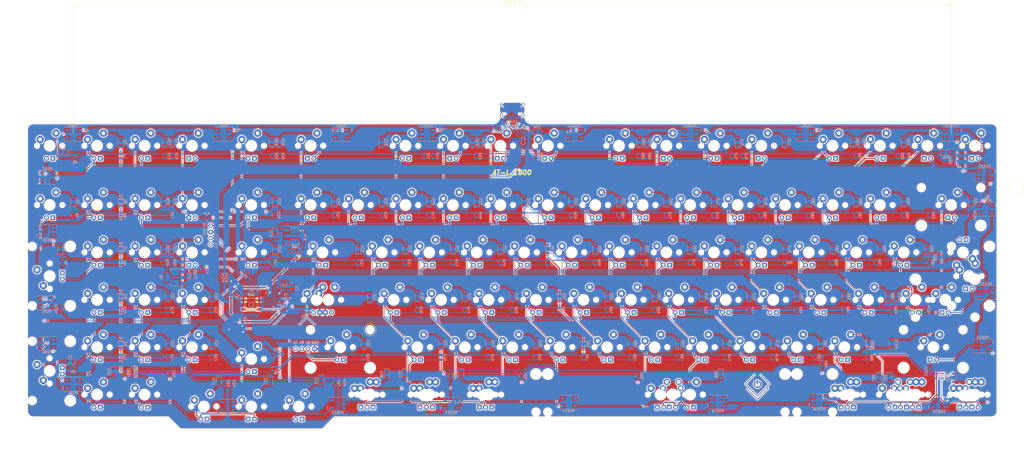
<source format=kicad_pcb>
(kicad_pcb (version 20171130) (host pcbnew "(5.1.5)-3")
  (layers (0 F.Cu signal) (31 B.Cu signal) (34 B.Paste user) (35 F.Paste user) (36 B.SilkS user) (37 F.SilkS user) (38 B.Mask user hide) (39 F.Mask user) (44 Edge.Cuts user))
  (net 0 "")
  (net 1 GND)
  (net 2 +5V)
  (net 3 D-)
  (net 4 D+)
  (net 5 "Net-(MX_1-Pad4)")
  (net 6 "Net-(MX_2-Pad4)")
  (net 7 "Net-(MX_3-Pad4)")
  (net 8 "Net-(MX_4-Pad4)")
  (net 9 "Net-(MX_5-Pad4)")
  (net 10 "Net-(MX_6-Pad4)")
  (net 11 "Net-(MX_7-Pad4)")
  (net 12 "Net-(MX_8-Pad4)")
  (net 13 "Net-(MX_9-Pad4)")
  (net 14 "Net-(MX_'1-Pad4)")
  (net 15 "Net-(MX_+1-Pad4)")
  (net 16 "Net-(MX_-1-Pad4)")
  (net 17 "Net-(MX_;1-Pad4)")
  (net 18 "Net-(MX_[1-Pad4)")
  (net 19 "Net-(MX_]1-Pad4)")
  (net 20 "Net-(MX_`~1-Pad4)")
  (net 21 "Net-(MX_A1-Pad4)")
  (net 22 "Net-(MX_b1-Pad4)")
  (net 23 "Net-(MX_BkSp1-Pad4)")
  (net 24 "Net-(MX_c1-Pad4)")
  (net 25 "Net-(MX_D1-Pad4)")
  (net 26 "Net-(MX_Delete1-Pad4)")
  (net 27 "Net-(MX_Down1-Pad4)")
  (net 28 "Net-(MX_E1-Pad4)")
  (net 29 "Net-(MX_ENTER1-Pad4)")
  (net 30 "Net-(MX_ESC1-Pad4)")
  (net 31 "Net-(MX_F2-Pad4)")
  (net 32 "Net-(MX_F3-Pad4)")
  (net 33 "Net-(MX_F4-Pad4)")
  (net 34 "Net-(MX_F5-Pad4)")
  (net 35 "Net-(MX_F6-Pad4)")
  (net 36 "Net-(MX_F7-Pad4)")
  (net 37 "Net-(MX_F8-Pad4)")
  (net 38 "Net-(MX_F9-Pad4)")
  (net 39 "Net-(MX_F10-Pad4)")
  (net 40 "Net-(MX_F11-Pad4)")
  (net 41 "Net-(MX_F12-Pad4)")
  (net 42 "Net-(MX_F13-Pad4)")
  (net 43 "Net-(MX_FN1-Pad4)")
  (net 44 "Net-(MX_FN2-Pad4)")
  (net 45 "Net-(MX_FN3-Pad4)")
  (net 46 "Net-(MX_FN4-Pad4)")
  (net 47 "Net-(MX_G1-Pad4)")
  (net 48 "Net-(MX_H1-Pad4)")
  (net 49 "Net-(MX_I1-Pad4)")
  (net 50 "Net-(MX_insert1-Pad4)")
  (net 51 "Net-(MX_J1-Pad4)")
  (net 52 "Net-(MX_K1-Pad4)")
  (net 53 "Net-(MX_L1-Pad4)")
  (net 54 "Net-(MX_Left1-Pad4)")
  (net 55 "Net-(MX_LShift1-Pad4)")
  (net 56 "Net-(MX_num1-Pad4)")
  (net 57 "Net-(MX_num2-Pad4)")
  (net 58 "Net-(MX_num3-Pad4)")
  (net 59 "Net-(MX_num4-Pad4)")
  (net 60 "Net-(MX_num5-Pad4)")
  (net 61 "Net-(MX_num6-Pad4)")
  (net 62 "Net-(MX_num7-Pad4)")
  (net 63 "Net-(MX_num8-Pad4)")
  (net 64 "Net-(MX_num9-Pad4)")
  (net 65 "Net-(MX_num*1-Pad4)")
  (net 66 "Net-(MX_num+1-Pad4)")
  (net 67 "Net-(MX_num-1-Pad4)")
  (net 68 "Net-(MX_num/1-Pad4)")
  (net 69 "Net-(MX_numDel1-Pad4)")
  (net 70 "Net-(MX_numEnter1-Pad4)")
  (net 71 "Net-(MX_O1-Pad4)")
  (net 72 "Net-(MX_P1-Pad4)")
  (net 73 "Net-(MX_PrtSc1-Pad4)")
  (net 74 "Net-(MX_Q1-Pad4)")
  (net 75 "Net-(MX_R1-Pad4)")
  (net 76 "Net-(MX_S1-Pad4)")
  (net 77 "Net-(MX_T1-Pad4)")
  (net 78 "Net-(MX_tab1-Pad4)")
  (net 79 "Net-(MX_U1-Pad4)")
  (net 80 "Net-(MX_up1-Pad4)")
  (net 81 "Net-(MX_v1-Pad4)")
  (net 82 "Net-(MX_W1-Pad4)")
  (net 83 "Net-(MX_x1-Pad4)")
  (net 84 "Net-(MX_Y1-Pad4)")
  (net 85 "Net-(MX_z1-Pad4)")
  (net 86 "Net-(Q1-Pad1)")
  (net 87 LedGND)
  (net 88 Row0)
  (net 89 "Net-(D1-Pad2)")
  (net 90 Row1)
  (net 91 "Net-(D2-Pad2)")
  (net 92 Row2)
  (net 93 "Net-(D3-Pad2)")
  (net 94 Row4)
  (net 95 "Net-(D4-Pad2)")
  (net 96 "Net-(D5-Pad2)")
  (net 97 "Net-(D6-Pad2)")
  (net 98 "Net-(D7-Pad2)")
  (net 99 Row3)
  (net 100 "Net-(D8-Pad2)")
  (net 101 "Net-(D9-Pad2)")
  (net 102 Row5)
  (net 103 "Net-(D10-Pad2)")
  (net 104 "Net-(D11-Pad2)")
  (net 105 "Net-(D12-Pad2)")
  (net 106 "Net-(D13-Pad2)")
  (net 107 "Net-(D14-Pad2)")
  (net 108 "Net-(D15-Pad2)")
  (net 109 "Net-(D16-Pad2)")
  (net 110 "Net-(D17-Pad2)")
  (net 111 "Net-(D18-Pad2)")
  (net 112 "Net-(D19-Pad2)")
  (net 113 "Net-(D20-Pad2)")
  (net 114 "Net-(D21-Pad2)")
  (net 115 "Net-(D22-Pad2)")
  (net 116 "Net-(D23-Pad2)")
  (net 117 "Net-(D24-Pad2)")
  (net 118 "Net-(D25-Pad2)")
  (net 119 "Net-(D26-Pad2)")
  (net 120 "Net-(D27-Pad2)")
  (net 121 "Net-(D28-Pad2)")
  (net 122 "Net-(D29-Pad2)")
  (net 123 "Net-(D30-Pad2)")
  (net 124 "Net-(D31-Pad2)")
  (net 125 "Net-(D32-Pad2)")
  (net 126 "Net-(D33-Pad2)")
  (net 127 "Net-(D35-Pad2)")
  (net 128 "Net-(D36-Pad2)")
  (net 129 "Net-(D37-Pad2)")
  (net 130 "Net-(D38-Pad2)")
  (net 131 "Net-(D39-Pad2)")
  (net 132 "Net-(D40-Pad2)")
  (net 133 "Net-(D41-Pad2)")
  (net 134 "Net-(D42-Pad2)")
  (net 135 "Net-(D43-Pad2)")
  (net 136 "Net-(D44-Pad2)")
  (net 137 "Net-(D45-Pad2)")
  (net 138 "Net-(D46-Pad2)")
  (net 139 "Net-(D47-Pad2)")
  (net 140 "Net-(D48-Pad2)")
  (net 141 "Net-(D49-Pad2)")
  (net 142 "Net-(D50-Pad2)")
  (net 143 "Net-(D51-Pad2)")
  (net 144 "Net-(D52-Pad2)")
  (net 145 "Net-(D53-Pad2)")
  (net 146 "Net-(D54-Pad2)")
  (net 147 "Net-(D55-Pad2)")
  (net 148 "Net-(D56-Pad2)")
  (net 149 "Net-(D57-Pad2)")
  (net 150 "Net-(D58-Pad2)")
  (net 151 "Net-(D59-Pad2)")
  (net 152 "Net-(D60-Pad2)")
  (net 153 "Net-(D61-Pad2)")
  (net 154 "Net-(D62-Pad2)")
  (net 155 "Net-(D63-Pad2)")
  (net 156 "Net-(D64-Pad2)")
  (net 157 "Net-(D65-Pad2)")
  (net 158 "Net-(D66-Pad2)")
  (net 159 "Net-(D67-Pad2)")
  (net 160 "Net-(D68-Pad2)")
  (net 161 "Net-(D69-Pad2)")
  (net 162 "Net-(D70-Pad2)")
  (net 163 "Net-(D71-Pad2)")
  (net 164 "Net-(D72-Pad2)")
  (net 165 "Net-(D73-Pad2)")
  (net 166 "Net-(D74-Pad2)")
  (net 167 "Net-(D75-Pad2)")
  (net 168 "Net-(D76-Pad2)")
  (net 169 "Net-(D77-Pad2)")
  (net 170 "Net-(D78-Pad2)")
  (net 171 "Net-(D79-Pad2)")
  (net 172 "Net-(D80-Pad2)")
  (net 173 "Net-(D81-Pad2)")
  (net 174 "Net-(D82-Pad2)")
  (net 175 "Net-(D83-Pad2)")
  (net 176 "Net-(D84-Pad2)")
  (net 177 "Net-(D85-Pad2)")
  (net 178 "Net-(D86-Pad2)")
  (net 179 "Net-(D87-Pad2)")
  (net 180 "Net-(D88-Pad2)")
  (net 181 "Net-(D89-Pad2)")
  (net 182 "Net-(D90-Pad2)")
  (net 183 "Net-(D91-Pad2)")
  (net 184 "Net-(D92-Pad2)")
  (net 185 "Net-(D93-Pad2)")
  (net 186 "Net-(D94-Pad2)")
  (net 187 "Net-(D95-Pad2)")
  (net 188 "Net-(D96-Pad2)")
  (net 189 "Net-(D97-Pad2)")
  (net 190 "Net-(D98-Pad2)")
  (net 191 "Net-(D99-Pad2)")
  (net 192 "Net-(D100-Pad2)")
  (net 193 "Net-(D101-Pad2)")
  (net 194 LedRGB)
  (net 195 Col15)
  (net 196 Col6)
  (net 197 Col7)
  (net 198 Col8)
  (net 199 Col9)
  (net 200 Col10)
  (net 201 Col11)
  (net 202 Col12)
  (net 203 Col13)
  (net 204 Col14)
  (net 205 Col16)
  (net 206 Col17)
  (net 207 Col5)
  (net 208 "Net-(MX_ALT1-Pad4)")
  (net 209 Col18)
  (net 210 Col4)
  (net 211 Col0)
  (net 212 Col1)
  (net 213 Col2)
  (net 214 Col3)
  (net 215 "Net-(MX_LControl1-Pad4)")
  (net 216 "Net-(MX_LWin1-Pad4)")
  (net 217 "Net-(MX_RAlt1-Pad4)")
  (net 218 "Net-(MX_RControl1-Pad4)")
  (net 219 "Net-(MX_right1-Pad4)")
  (net 220 "Net-(MX_SpaceBar1-Pad4)")
  (net 221 CapLed)
  (net 222 "Net-(R107-Pad2)")
  (net 223 "Net-(R109-Pad2)")
  (net 224 "Net-(MX_ENTER2-Pad4)")
  (net 225 "Net-(C1-Pad1)")
  (net 226 "Net-(D34-Pad2)")
  (net 227 "Net-(MX_10-Pad4)")
  (net 228 "Net-(MX_/?/1-Pad4)")
  (net 229 "Net-(MX_<1-Pad4)")
  (net 230 "Net-(MX_>1-Pad4)")
  (net 231 "Net-(MX_F1-Pad4)")
  (net 232 "Net-(MX_m1-Pad4)")
  (net 233 "Net-(MX_n1-Pad4)")
  (net 234 "Net-(MX_num10-Pad4)")
  (net 235 "Net-(MX_RShift1-Pad4)")
  (net 236 "Net-(R108-Pad2)")
  (net 237 "Net-(RGB1-Pad2)")
  (net 238 "Net-(RGB2-Pad2)")
  (net 239 "Net-(RGB3-Pad2)")
  (net 240 "Net-(RGB4-Pad4)")
  (net 241 "Net-(RGB5-Pad2)")
  (net 242 "Net-(RGB6-Pad4)")
  (net 243 "Net-(RGB7-Pad2)")
  (net 244 "Net-(RGB10-Pad2)")
  (net 245 "Net-(RGB11-Pad4)")
  (net 246 "Net-(RGB10-Pad4)")
  (net 247 "Net-(RGB11-Pad2)")
  (net 248 "Net-(RGB12-Pad4)")
  (net 249 "Net-(RGB13-Pad2)")
  (net 250 "Net-(RGB14-Pad4)")
  (net 251 "Net-(RGB15-Pad2)")
  (net 252 "Net-(RGB16-Pad4)")
  (net 253 "Net-(RGB17-Pad2)")
  (net 254 "Net-(RGB18-Pad4)")
  (net 255 "Net-(RGB19-Pad2)")
  (net 256 "Net-(RGB20-Pad4)")
  (net 257 "Net-(RGB21-Pad2)")
  (net 258 "Net-(RGB22-Pad2)")
  (net 259 "Net-(RGB23-Pad4)")
  (net 260 "Net-(C2-Pad1)")
  (net 261 "Net-(C3-Pad1)")
  (net 262 VCC)
  (net 263 "Net-(MX_RAlt3-Pad4)")
  (net 264 "Net-(R2-Pad2)")
  (net 265 "Net-(R104-Pad2)")
  (net 266 "Net-(R110-Pad2)")
  (net 267 "Net-(R105-Pad1)")
  (net 268 NumLed)
  (net 269 BackLight)
  (net 270 SWDIO)
  (net 271 SWCLK)
  (net 272 "Net-(MX_numLk1-Pad3)")
  (net 273 "Net-(MX_CapLk1-Pad3)")
  (module random-keyboard-parts:SKQG-1155865 (layer F.Cu) (at 116.269 87.281 180)
    (fp_text reference SW1 (at 0 4.064 180) (layer F.SilkS))
    (fp_text value SW_Push)
    (pad 1 smd rect (at 3.1 1.85 180) (size 1.8 1.1) (layers F.Cu F.Paste F.Mask) (net 1 GND))
    (pad 2 smd rect (at -3.1 -1.85 180) (size 1.8 1.1) (layers F.Cu F.Paste F.Mask) (net 261 "Net-(C3-Pad1)"))
    (pad 2 smd rect (at 3.1 -1.85 180) (size 1.8 1.1) (layers F.Cu F.Paste F.Mask) (net 261 "Net-(C3-Pad1)"))
    (pad 1 smd rect (at -3.1 1.85 180) (size 1.8 1.1) (layers F.Cu F.Paste F.Mask) (net 1 GND))
  )
  (module MX_Only_v2:MXOnly-1U (layer F.Cu) (at 92.456 104.331)
    (fp_text reference MX_num10)
    (fp_text value 1U)
    (pad 2 thru_hole circle (at 2.54 -5.08) (size 3 3) (drill 1.47) (layers *.Cu *.Mask) (net 114 "Net-(D21-Pad2)"))
    (pad "" np_thru_hole circle (at 0 0) (size 3.9878 3.9878) (drill 3.9878) (layers *.Cu *.Mask))
    (pad 1 thru_hole circle (at -3.81 -2.54) (size 3 3) (drill 1.47) (layers *.Cu *.Mask) (net 214 Col3))
    (pad 3 thru_hole circle (at -1.27 5.08) (size 1.905 1.905) (drill 1.04) (layers *.Cu *.Mask) (net 2 +5V))
    (pad 4 thru_hole rect (at 1.27 5.08) (size 1.905 1.905) (drill 1.04) (layers *.Cu *.Mask) (net 234 "Net-(MX_num10-Pad4)"))
    (pad "" np_thru_hole circle (at -5.08 0 48.0996) (size 1.75 1.75) (drill 1.75) (layers *.Cu *.Mask))
    (pad "" np_thru_hole circle (at 5.08 0 48.0996) (size 1.75 1.75) (drill 1.75) (layers *.Cu *.Mask))
  )
  (module MX_Only_v2:MXOnly-1U (layer F.Cu) (at 73.406 104.331)
    (fp_text reference MX_num7)
    (fp_text value 1U)
    (pad 2 thru_hole circle (at 2.54 -5.08) (size 3 3) (drill 1.47) (layers *.Cu *.Mask) (net 108 "Net-(D15-Pad2)"))
    (pad "" np_thru_hole circle (at 0 0) (size 3.9878 3.9878) (drill 3.9878) (layers *.Cu *.Mask))
    (pad 1 thru_hole circle (at -3.81 -2.54) (size 3 3) (drill 1.47) (layers *.Cu *.Mask) (net 213 Col2))
    (pad 3 thru_hole circle (at -1.27 5.08) (size 1.905 1.905) (drill 1.04) (layers *.Cu *.Mask) (net 2 +5V))
    (pad 4 thru_hole rect (at 1.27 5.08) (size 1.905 1.905) (drill 1.04) (layers *.Cu *.Mask) (net 62 "Net-(MX_num7-Pad4)"))
    (pad "" np_thru_hole circle (at -5.08 0 48.0996) (size 1.75 1.75) (drill 1.75) (layers *.Cu *.Mask))
    (pad "" np_thru_hole circle (at 5.08 0 48.0996) (size 1.75 1.75) (drill 1.75) (layers *.Cu *.Mask))
  )
  (module random-keyboard-parts:0.91_SSD1306_OLED (layer F.Cu) (at 99.94392 59.34456)
    (fp_text reference U2 hide)
    (fp_text value OLED-Pin)
    (fp_text user 5V (at -2.54 -4.064 270) (layer B.SilkS) (effects (justify mirror)))
    (fp_text user DIO (at 2.286 4.064 270) (layer B.SilkS) (effects (justify mirror)))
    (fp_text user CLK (at 2.286 1.016 90) (layer B.SilkS) (effects (justify mirror)))
    (fp_text user GND (at -2.54 -1.27 90) (layer B.SilkS) (effects (justify mirror)))
    (pad 3 thru_hole oval (at 0.016 1.172) (size 1.7 1.7) (drill 1) (layers *.Cu *.Mask) (net 271 SWCLK))
    (pad 1 thru_hole rect (at 0.016 -1.368) (size 1.7 1.7) (drill 1) (layers *.Cu *.Mask) (net 1 GND))
    (pad 4 thru_hole oval (at 0.016 3.712) (size 1.7 1.7) (drill 1) (layers *.Cu *.Mask) (net 270 SWDIO))
    (pad 2 thru_hole circle (at 0.016 -3.908) (size 1.7 1.7) (drill 1) (layers *.Cu *.Mask) (net 2 +5V))
  )
  (module Package_TO_SOT_SMD:SOT-223-3_TabPin2 (layer B.Cu) (at 133.57 59.6)
    (fp_text reference U6 (at 0 4.5) (layer B.SilkS) (effects (justify mirror)))
    (fp_text value AMS1117-3.3)
    (pad 1 smd rect (at -3.15 2.3) (size 2 1.5) (layers B.Cu B.Paste B.Mask) (net 1 GND))
    (pad 3 smd rect (at -3.15 -2.3) (size 2 1.5) (layers B.Cu B.Paste B.Mask) (net 2 +5V))
    (pad 2 smd rect (at -3.15 0) (size 2 1.5) (layers B.Cu B.Paste B.Mask) (net 262 VCC))
    (pad 2 smd rect (at 3.15 0) (size 2 3.8) (layers B.Cu B.Paste B.Mask) (net 262 VCC))
  )
  (module Capacitor_Tantalum_SMD:CP_EIA-3216-12_Kemet-S (layer B.Cu) (at 125.85 58.64 270)
    (fp_text reference C11 (at 0 1.75 90) (layer B.SilkS) (effects (justify mirror)))
    (fp_text value >=22uF)
    (pad 2 smd roundrect (at 1.35 0 270) (size 1.4 1.35) (layers B.Cu B.Paste B.Mask) (roundrect_rratio 0.185185) (net 1 GND))
    (pad 1 smd roundrect (at -1.35 0 270) (size 1.4 1.35) (layers B.Cu B.Paste B.Mask) (roundrect_rratio 0.185185) (net 2 +5V))
  )
  (module random-keyboard-parts:0.91_SSD1306_OLED (layer F.Cu) (at 137.74366 104.9782 270)
    (fp_text reference U3 hide)
    (fp_text value OLED-Pin)
    (pad 1 thru_hole rect (at 0.016 -3.908 270) (size 1.7 1.7) (drill 1) (layers *.Cu *.Mask) (net 1 GND))
    (pad 4 thru_hole oval (at 0.016 3.712 270) (size 1.7 1.7) (drill 1) (layers *.Cu *.Mask) (net 102 Row5))
    (pad 2 thru_hole oval (at 0.016 -1.368 270) (size 1.7 1.7) (drill 1) (layers *.Cu *.Mask) (net 2 +5V))
    (pad 3 thru_hole oval (at 0.016 1.172 270) (size 1.7 1.7) (drill 1) (layers *.Cu *.Mask) (net 94 Row4))
  )
  (module MX_Only_v2:MXOnly-1.25U (layer F.Cu) (at 142.46175 85.281)
    (fp_text reference MX_CapLk2)
    (fp_text value "1,25U FLIPPED")
    (pad "" np_thru_hole circle (at 5.08 0 48.0996) (size 1.75 1.75) (drill 1.75) (layers *.Cu *.Mask))
    (pad "" np_thru_hole circle (at -5.08 0 48.0996) (size 1.75 1.75) (drill 1.75) (layers *.Cu *.Mask))
    (pad 4 thru_hole rect (at 1.27 5.08) (size 1.905 1.905) (drill 1.04) (layers *.Cu *.Mask) (net 1 GND))
    (pad 3 thru_hole circle (at -1.27 5.08) (size 1.905 1.905) (drill 1.04) (layers *.Cu *.Mask) (net 273 "Net-(MX_CapLk1-Pad3)"))
    (pad 1 thru_hole circle (at -3.81 -2.54) (size 3 3) (drill 1.47) (layers *.Cu *.Mask) (net 207 Col5))
    (pad "" np_thru_hole circle (at 0 0) (size 3.9878 3.9878) (drill 3.9878) (layers *.Cu *.Mask))
    (pad 2 thru_hole circle (at 2.54 -5.08) (size 3 3) (drill 1.47) (layers *.Cu *.Mask) (net 124 "Net-(D31-Pad2)"))
  )
  (module MX_Only_v2:MXOnly-1.75U-FLIPPED (layer F.Cu) (at 147.22475 85.281)
    (fp_text reference MX_CapLk1)
    (fp_text value "1,75U ")
    (pad "" np_thru_hole circle (at 5.08 0 48.0996) (size 1.75 1.75) (drill 1.75) (layers *.Cu *.Mask))
    (pad "" np_thru_hole circle (at -5.08 0 48.0996) (size 1.75 1.75) (drill 1.75) (layers *.Cu *.Mask))
    (pad 4 thru_hole rect (at -1.27 5.08) (size 1.905 1.905) (drill 1.04) (layers *.Cu *.Mask) (net 1 GND))
    (pad 3 thru_hole circle (at 1.27 5.08) (size 1.905 1.905) (drill 1.04) (layers *.Cu *.Mask) (net 273 "Net-(MX_CapLk1-Pad3)"))
    (pad 1 thru_hole circle (at -3.81 -2.54) (size 3 3) (drill 1.47) (layers *.Cu *.Mask) (net 124 "Net-(D31-Pad2)"))
    (pad "" np_thru_hole circle (at 0 0) (size 3.9878 3.9878) (drill 3.9878) (layers *.Cu *.Mask))
    (pad 2 thru_hole circle (at 2.54 -5.08) (size 3 3) (drill 1.47) (layers *.Cu *.Mask) (net 207 Col5))
  )
  (module MX_Only_v2:MXOnly-1U-FLIPPED (layer F.Cu) (at 92.456 47.181)
    (fp_text reference MX_numLk1)
    (fp_text value 1U)
    (pad "" np_thru_hole circle (at 5.08 0 48.0996) (size 1.75 1.75) (drill 1.75) (layers *.Cu *.Mask))
    (pad "" np_thru_hole circle (at -5.08 0 48.0996) (size 1.75 1.75) (drill 1.75) (layers *.Cu *.Mask))
    (pad 4 thru_hole rect (at -1.27 5.08) (size 1.905 1.905) (drill 1.04) (layers *.Cu *.Mask) (net 1 GND))
    (pad 3 thru_hole circle (at 1.27 5.08) (size 1.905 1.905) (drill 1.04) (layers *.Cu *.Mask) (net 272 "Net-(MX_numLk1-Pad3)"))
    (pad 1 thru_hole circle (at -3.81 -2.54) (size 3 3) (drill 1.47) (layers *.Cu *.Mask) (net 214 Col3))
    (pad "" np_thru_hole circle (at 0 0) (size 3.9878 3.9878) (drill 3.9878) (layers *.Cu *.Mask))
    (pad 2 thru_hole circle (at 2.54 -5.08) (size 3 3) (drill 1.47) (layers *.Cu *.Mask) (net 111 "Net-(D18-Pad2)"))
  )
  (module MX_Only_v2:MXOnly-1U (layer F.Cu) (at 116.269 66.231)
    (fp_text reference MX_Delete1)
    (fp_text value 1U)
    (pad 2 thru_hole circle (at 2.54 -5.08) (size 3 3) (drill 1.47) (layers *.Cu *.Mask) (net 118 "Net-(D25-Pad2)"))
    (pad "" np_thru_hole circle (at 0 0) (size 3.9878 3.9878) (drill 3.9878) (layers *.Cu *.Mask))
    (pad 1 thru_hole circle (at -3.81 -2.54) (size 3 3) (drill 1.47) (layers *.Cu *.Mask) (net 210 Col4))
    (pad 3 thru_hole circle (at -1.27 5.08) (size 1.905 1.905) (drill 1.04) (layers *.Cu *.Mask) (net 2 +5V))
    (pad 4 thru_hole rect (at 1.27 5.08) (size 1.905 1.905) (drill 1.04) (layers *.Cu *.Mask) (net 26 "Net-(MX_Delete1-Pad4)"))
    (pad "" np_thru_hole circle (at -5.08 0 48.0996) (size 1.75 1.75) (drill 1.75) (layers *.Cu *.Mask))
    (pad "" np_thru_hole circle (at 5.08 0 48.0996) (size 1.75 1.75) (drill 1.75) (layers *.Cu *.Mask))
  )
  (module Capacitor_SMD:C_0402_1005Metric (layer B.Cu) (at 128.651 86.868 270)
    (fp_text reference C3 (at 0 1.17 90) (layer B.SilkS) (effects (justify mirror)))
    (fp_text value 0.1uF)
    (pad 2 smd roundrect (at 0.485 0 270) (size 0.59 0.64) (layers B.Cu B.Paste B.Mask) (net 1 GND))
    (pad 1 smd roundrect (at -0.485 0 270) (size 0.59 0.64) (layers B.Cu B.Paste B.Mask) (net 261 "Net-(C3-Pad1)"))
  )
  (module random-keyboard-parts:C_0603 (layer B.Cu) (at 130.4036 83.3628)
    (fp_text reference R105 (at 0 1.5) (layer B.SilkS) (effects (justify mirror)))
    (fp_text value 390)
    (pad 2 smd rect (at 0.75 0) (size 0.8 0.75) (layers B.Cu B.Paste B.Mask) (net 260 "Net-(C2-Pad1)"))
    (pad 1 smd rect (at -0.75 0) (size 0.8 0.75) (layers B.Cu B.Paste B.Mask) (net 267 "Net-(R105-Pad1)"))
  )
  (module MX_Only_v2:MXOnly-1U (layer F.Cu) (at 92.456 85.281)
    (fp_text reference MX_num9)
    (fp_text value 1U)
    (pad 2 thru_hole circle (at 2.54 -5.08) (size 3 3) (drill 1.47) (layers *.Cu *.Mask) (net 113 "Net-(D20-Pad2)"))
    (pad "" np_thru_hole circle (at 0 0) (size 3.9878 3.9878) (drill 3.9878) (layers *.Cu *.Mask))
    (pad 1 thru_hole circle (at -3.81 -2.54) (size 3 3) (drill 1.47) (layers *.Cu *.Mask) (net 214 Col3))
    (pad 3 thru_hole circle (at -1.27 5.08) (size 1.905 1.905) (drill 1.04) (layers *.Cu *.Mask) (net 2 +5V))
    (pad 4 thru_hole rect (at 1.27 5.08) (size 1.905 1.905) (drill 1.04) (layers *.Cu *.Mask) (net 64 "Net-(MX_num9-Pad4)"))
    (pad "" np_thru_hole circle (at -5.08 0 48.0996) (size 1.75 1.75) (drill 1.75) (layers *.Cu *.Mask))
    (pad "" np_thru_hole circle (at 5.08 0 48.0996) (size 1.75 1.75) (drill 1.75) (layers *.Cu *.Mask))
  )
  (module Crystal:Crystal_SMD_3225-4Pin_3.2x2.5mm (layer B.Cu) (at 130.048 80.6704)
    (fp_text reference Y1 (at 0 2.45) (layer B.SilkS) (effects (justify mirror)))
    (fp_text value 8Mhz)
    (pad 4 smd rect (at -1.1 0.85) (size 1.4 1.2) (layers B.Cu B.Paste B.Mask) (net 1 GND))
    (pad 3 smd rect (at 1.1 0.85) (size 1.4 1.2) (layers B.Cu B.Paste B.Mask) (net 260 "Net-(C2-Pad1)"))
    (pad 2 smd rect (at 1.1 -0.85) (size 1.4 1.2) (layers B.Cu B.Paste B.Mask) (net 1 GND))
    (pad 1 smd rect (at -1.1 -0.85) (size 1.4 1.2) (layers B.Cu B.Paste B.Mask) (net 225 "Net-(C1-Pad1)"))
  )
  (module Package_QFP:LQFP-48_7x7mm_P0.5mm (layer B.Cu) (at 116.269 87.281 180)
    (fp_text reference U1 (at 0 5.85) (layer B.SilkS) (effects (justify mirror)))
    (fp_text value STM32F303CCTx)
    (pad 1 smd roundrect (at -4.1625 2.75 180) (size 1.475 0.3) (layers B.Cu B.Paste B.Mask) (net 262 VCC))
    (pad 2 smd roundrect (at -4.1625 2.25 180) (size 1.475 0.3) (layers B.Cu B.Paste B.Mask) (net 205 Col16))
    (pad 3 smd roundrect (at -4.1625 1.75 180) (size 1.475 0.3) (layers B.Cu B.Paste B.Mask) (net 195 Col15))
    (pad 4 smd roundrect (at -4.1625 1.25 180) (size 1.475 0.3) (layers B.Cu B.Paste B.Mask) (net 204 Col14))
    (pad 5 smd roundrect (at -4.1625 0.75 180) (size 1.475 0.3) (layers B.Cu B.Paste B.Mask) (net 225 "Net-(C1-Pad1)"))
    (pad 6 smd roundrect (at -4.1625 0.25 180) (size 1.475 0.3) (layers B.Cu B.Paste B.Mask) (net 267 "Net-(R105-Pad1)"))
    (pad 7 smd roundrect (at -4.1625 -0.25 180) (size 1.475 0.3) (layers B.Cu B.Paste B.Mask) (net 261 "Net-(C3-Pad1)"))
    (pad 8 smd roundrect (at -4.1625 -0.75 180) (size 1.475 0.3) (layers B.Cu B.Paste B.Mask) (net 1 GND))
    (pad 9 smd roundrect (at -4.1625 -1.25 180) (size 1.475 0.3) (layers B.Cu B.Paste B.Mask) (net 262 VCC))
    (pad 10 smd roundrect (at -4.1625 -1.75 180) (size 1.475 0.3) (layers B.Cu B.Paste B.Mask) (net 221 CapLed))
    (pad 11 smd roundrect (at -4.1625 -2.25 180) (size 1.475 0.3) (layers B.Cu B.Paste B.Mask) (net 203 Col13))
    (pad 12 smd roundrect (at -4.1625 -2.75 180) (size 1.475 0.3) (layers B.Cu B.Paste B.Mask) (net 202 Col12))
    (pad 13 smd roundrect (at -2.75 -4.1625 180) (size 0.3 1.475) (layers B.Cu B.Paste B.Mask) (net 201 Col11))
    (pad 14 smd roundrect (at -2.25 -4.1625 180) (size 0.3 1.475) (layers B.Cu B.Paste B.Mask) (net 200 Col10))
    (pad 15 smd roundrect (at -1.75 -4.1625 180) (size 0.3 1.475) (layers B.Cu B.Paste B.Mask) (net 199 Col9))
    (pad 16 smd roundrect (at -1.25 -4.1625 180) (size 0.3 1.475) (layers B.Cu B.Paste B.Mask) (net 198 Col8))
    (pad 17 smd roundrect (at -0.75 -4.1625 180) (size 0.3 1.475) (layers B.Cu B.Paste B.Mask) (net 197 Col7))
    (pad 18 smd roundrect (at -0.25 -4.1625 180) (size 0.3 1.475) (layers B.Cu B.Paste B.Mask) (net 196 Col6))
    (pad 19 smd roundrect (at 0.25 -4.1625 180) (size 0.3 1.475) (layers B.Cu B.Paste B.Mask) (net 207 Col5))
    (pad 20 smd roundrect (at 0.75 -4.1625 180) (size 0.3 1.475) (layers B.Cu B.Paste B.Mask))
    (pad 21 smd roundrect (at 1.25 -4.1625 180) (size 0.3 1.475) (layers B.Cu B.Paste B.Mask) (net 102 Row5))
    (pad 22 smd roundrect (at 1.75 -4.1625 180) (size 0.3 1.475) (layers B.Cu B.Paste B.Mask) (net 94 Row4))
    (pad 23 smd roundrect (at 2.25 -4.1625 180) (size 0.3 1.475) (layers B.Cu B.Paste B.Mask) (net 1 GND))
    (pad 24 smd roundrect (at 2.75 -4.1625 180) (size 0.3 1.475) (layers B.Cu B.Paste B.Mask) (net 262 VCC))
    (pad 25 smd roundrect (at 4.1625 -2.75 180) (size 1.475 0.3) (layers B.Cu B.Paste B.Mask) (net 210 Col4))
    (pad 26 smd roundrect (at 4.1625 -2.25 180) (size 1.475 0.3) (layers B.Cu B.Paste B.Mask) (net 214 Col3))
    (pad 27 smd roundrect (at 4.1625 -1.75 180) (size 1.475 0.3) (layers B.Cu B.Paste B.Mask) (net 213 Col2))
    (pad 28 smd roundrect (at 4.1625 -1.25 180) (size 1.475 0.3) (layers B.Cu B.Paste B.Mask) (net 212 Col1))
    (pad 29 smd roundrect (at 4.1625 -0.75 180) (size 1.475 0.3) (layers B.Cu B.Paste B.Mask) (net 211 Col0))
    (pad 30 smd roundrect (at 4.1625 -0.25 180) (size 1.475 0.3) (layers B.Cu B.Paste B.Mask) (net 265 "Net-(R104-Pad2)"))
    (pad 31 smd roundrect (at 4.1625 0.25 180) (size 1.475 0.3) (layers B.Cu B.Paste B.Mask) (net 99 Row3))
    (pad 32 smd roundrect (at 4.1625 0.75 180) (size 1.475 0.3) (layers B.Cu B.Paste B.Mask) (net 3 D-))
    (pad 33 smd roundrect (at 4.1625 1.25 180) (size 1.475 0.3) (layers B.Cu B.Paste B.Mask) (net 4 D+))
    (pad 34 smd roundrect (at 4.1625 1.75 180) (size 1.475 0.3) (layers B.Cu B.Paste B.Mask) (net 270 SWDIO))
    (pad 35 smd roundrect (at 4.1625 2.25 180) (size 1.475 0.3) (layers B.Cu B.Paste B.Mask) (net 1 GND))
    (pad 36 smd roundrect (at 4.1625 2.75 180) (size 1.475 0.3) (layers B.Cu B.Paste B.Mask) (net 262 VCC))
    (pad 37 smd roundrect (at 2.75 4.1625 180) (size 0.3 1.475) (layers B.Cu B.Paste B.Mask) (net 271 SWCLK))
    (pad 38 smd roundrect (at 2.25 4.1625 180) (size 0.3 1.475) (layers B.Cu B.Paste B.Mask))
    (pad 39 smd roundrect (at 1.75 4.1625 180) (size 0.3 1.475) (layers B.Cu B.Paste B.Mask) (net 269 BackLight))
    (pad 40 smd roundrect (at 1.25 4.1625 180) (size 0.3 1.475) (layers B.Cu B.Paste B.Mask) (net 268 NumLed))
    (pad 41 smd roundrect (at 0.75 4.1625 180) (size 0.3 1.475) (layers B.Cu B.Paste B.Mask) (net 88 Row0))
    (pad 42 smd roundrect (at 0.25 4.1625 180) (size 0.3 1.475) (layers B.Cu B.Paste B.Mask) (net 90 Row1))
    (pad 43 smd roundrect (at -0.25 4.1625 180) (size 0.3 1.475) (layers B.Cu B.Paste B.Mask) (net 92 Row2))
    (pad 44 smd roundrect (at -0.75 4.1625 180) (size 0.3 1.475) (layers B.Cu B.Paste B.Mask) (net 264 "Net-(R2-Pad2)"))
    (pad 45 smd roundrect (at -1.25 4.1625 180) (size 0.3 1.475) (layers B.Cu B.Paste B.Mask) (net 206 Col17))
    (pad 46 smd roundrect (at -1.75 4.1625 180) (size 0.3 1.475) (layers B.Cu B.Paste B.Mask) (net 209 Col18))
    (pad 47 smd roundrect (at -2.25 4.1625 180) (size 0.3 1.475) (layers B.Cu B.Paste B.Mask) (net 1 GND))
    (pad 48 smd roundrect (at -2.75 4.1625 180) (size 0.3 1.475) (layers B.Cu B.Paste B.Mask) (net 262 VCC))
  )
  (module random-keyboard-parts:C_0603 (layer B.Cu) (at 114.8588 74.7268 315)
    (fp_text reference R2 (at 0 1.5 135) (layer B.SilkS) (effects (justify mirror)))
    (fp_text value 10k)
    (pad 2 smd rect (at 0.75 0 315) (size 0.8 0.75) (layers B.Cu B.Paste B.Mask) (net 264 "Net-(R2-Pad2)"))
    (pad 1 smd rect (at -0.75 0 315) (size 0.8 0.75) (layers B.Cu B.Paste B.Mask) (net 1 GND))
  )
  (module Capacitor_Tantalum_SMD:CP_EIA-3216-12_Kemet-S (layer B.Cu) (at 133.92 65.41 180)
    (fp_text reference C12 (at 0 1.75) (layer B.SilkS) (effects (justify mirror)))
    (fp_text value >=22uF)
    (pad 2 smd roundrect (at 1.35 0 180) (size 1.4 1.35) (layers B.Cu B.Paste B.Mask) (roundrect_rratio 0.185185) (net 1 GND))
    (pad 1 smd roundrect (at -1.35 0 180) (size 1.4 1.35) (layers B.Cu B.Paste B.Mask) (roundrect_rratio 0.185185) (net 262 VCC))
  )
  (module random-keyboard-parts:C_0603 (layer B.Cu) (at 129.3495 89.3445 180)
    (fp_text reference C10 (at 0 1.5) (layer B.SilkS) (effects (justify mirror)))
    (fp_text value 1uF)
    (pad 2 smd rect (at 0.75 0 180) (size 0.8 0.75) (layers B.Cu B.Paste B.Mask) (net 262 VCC))
    (pad 1 smd rect (at -0.75 0 180) (size 0.8 0.75) (layers B.Cu B.Paste B.Mask) (net 1 GND))
  )
  (module Capacitor_SMD:C_0402_1005Metric (layer B.Cu) (at 119.403 80.264)
    (fp_text reference C9 (at 0 1.17) (layer B.SilkS) (effects (justify mirror)))
    (fp_text value 0.1uF)
    (pad 2 smd roundrect (at 0.485 0) (size 0.59 0.64) (layers B.Cu B.Paste B.Mask) (net 262 VCC))
    (pad 1 smd roundrect (at -0.485 0) (size 0.59 0.64) (layers B.Cu B.Paste B.Mask) (net 1 GND))
  )
  (module Capacitor_SMD:C_0402_1005Metric (layer B.Cu) (at 126.365 88.773 270)
    (fp_text reference C8 (at 0 1.17 90) (layer B.SilkS) (effects (justify mirror)))
    (fp_text value 10nF)
    (pad 2 smd roundrect (at 0.485 0 270) (size 0.59 0.64) (layers B.Cu B.Paste B.Mask) (net 262 VCC))
    (pad 1 smd roundrect (at -0.485 0 270) (size 0.59 0.64) (layers B.Cu B.Paste B.Mask) (net 1 GND))
  )
  (module Capacitor_SMD:C_0402_1005Metric (layer B.Cu) (at 122.809 84.074 180)
    (fp_text reference C7 (at 0 1.17) (layer B.SilkS) (effects (justify mirror)))
    (fp_text value 0.1uF)
    (pad 2 smd roundrect (at 0.485 0 180) (size 0.59 0.64) (layers B.Cu B.Paste B.Mask) (net 262 VCC))
    (pad 1 smd roundrect (at -0.485 0 180) (size 0.59 0.64) (layers B.Cu B.Paste B.Mask) (net 1 GND))
  )
  (module Capacitor_SMD:C_0402_1005Metric (layer B.Cu) (at 112.991947 93.814947 135)
    (fp_text reference C6 (at 0 1.17 135) (layer B.SilkS) (effects (justify mirror)))
    (fp_text value 0.1uF)
    (pad 2 smd roundrect (at 0.485 0 135) (size 0.59 0.64) (layers B.Cu B.Paste B.Mask) (net 262 VCC))
    (pad 1 smd roundrect (at -0.485 0 135) (size 0.59 0.64) (layers B.Cu B.Paste B.Mask) (net 1 GND))
  )
  (module Capacitor_SMD:C_0402_1005Metric (layer B.Cu) (at 110.363 83.439 45)
    (fp_text reference C5 (at 0 1.17 45) (layer B.SilkS) (effects (justify mirror)))
    (fp_text value 0.1uF)
    (pad 2 smd roundrect (at 0.485 0 45) (size 0.59 0.64) (layers B.Cu B.Paste B.Mask) (net 262 VCC))
    (pad 1 smd roundrect (at -0.485 0 45) (size 0.59 0.64) (layers B.Cu B.Paste B.Mask) (net 1 GND))
  )
  (module random-keyboard-parts:C_0603 (layer B.Cu) (at 109.22 82.677 45)
    (fp_text reference C4 (at 0 1.5 45) (layer B.SilkS) (effects (justify mirror)))
    (fp_text value 10uF)
    (pad 2 smd rect (at 0.75 0 45) (size 0.8 0.75) (layers B.Cu B.Paste B.Mask) (net 262 VCC))
    (pad 1 smd rect (at -0.75 0 45) (size 0.8 0.75) (layers B.Cu B.Paste B.Mask) (net 1 GND))
  )
  (module random-keyboard-parts:C_0603 (layer B.Cu) (at 133.096 80.7085 90)
    (fp_text reference C2 (at 0 1.5 90) (layer B.SilkS) (effects (justify mirror)))
    (fp_text value 22pF)
    (pad 2 smd rect (at 0.75 0 90) (size 0.8 0.75) (layers B.Cu B.Paste B.Mask) (net 1 GND))
    (pad 1 smd rect (at -0.75 0 90) (size 0.8 0.75) (layers B.Cu B.Paste B.Mask) (net 260 "Net-(C2-Pad1)"))
  )
  (module random-keyboard-parts:C_0603 (layer B.Cu) (at 129.6924 78.1304)
    (fp_text reference C1 (at 0 1.5) (layer B.SilkS) (effects (justify mirror)))
    (fp_text value 22pF)
    (pad 2 smd rect (at 0.75 0) (size 0.8 0.75) (layers B.Cu B.Paste B.Mask) (net 1 GND))
    (pad 1 smd rect (at -0.75 0) (size 0.8 0.75) (layers B.Cu B.Paste B.Mask) (net 225 "Net-(C1-Pad1)"))
  )
  (module LED_SMD:LED_WS2812B_PLCC4_5.0x5.0mm_P3.2mm (layer B.Cu) (at 344.41892 125.79604)
    (fp_text reference RGB18 (at 0 3.5) (layer B.SilkS) (effects (justify mirror)))
    (fp_text value WS2812B)
    (fp_text user 1 (at -4.15 1.6) (layer B.SilkS) (effects (justify mirror)))
    (pad 1 smd rect (at -2.45 1.6) (size 1.5 1) (layers B.Cu B.Paste B.Mask) (net 2 +5V))
    (pad 2 smd rect (at -2.45 -1.6) (size 1.5 1) (layers B.Cu B.Paste B.Mask) (net 252 "Net-(RGB16-Pad4)"))
    (pad 4 smd rect (at 2.45 1.6) (size 1.5 1) (layers B.Cu B.Paste B.Mask) (net 254 "Net-(RGB18-Pad4)"))
    (pad 3 smd rect (at 2.45 -1.6) (size 1.5 1) (layers B.Cu B.Paste B.Mask) (net 1 GND))
  )
  (module MX_Only_v2:MXOnly-1U (layer F.Cu) (at 116.269 47.181)
    (fp_text reference MX_insert1)
    (fp_text value 1U)
    (pad 2 thru_hole circle (at 2.54 -5.08) (size 3 3) (drill 1.47) (layers *.Cu *.Mask) (net 117 "Net-(D24-Pad2)"))
    (pad "" np_thru_hole circle (at 0 0) (size 3.9878 3.9878) (drill 3.9878) (layers *.Cu *.Mask))
    (pad 1 thru_hole circle (at -3.81 -2.54) (size 3 3) (drill 1.47) (layers *.Cu *.Mask) (net 210 Col4))
    (pad 3 thru_hole circle (at -1.27 5.08) (size 1.905 1.905) (drill 1.04) (layers *.Cu *.Mask) (net 2 +5V))
    (pad 4 thru_hole rect (at 1.27 5.08) (size 1.905 1.905) (drill 1.04) (layers *.Cu *.Mask) (net 50 "Net-(MX_insert1-Pad4)"))
    (pad "" np_thru_hole circle (at -5.08 0 48.0996) (size 1.75 1.75) (drill 1.75) (layers *.Cu *.Mask))
    (pad "" np_thru_hole circle (at 5.08 0 48.0996) (size 1.75 1.75) (drill 1.75) (layers *.Cu *.Mask))
  )
  (module LED_SMD:LED_WS2812B_PLCC4_5.0x5.0mm_P3.2mm (layer B.Cu) (at 34.12744 86.5378)
    (fp_text reference RGB1 (at 0 3.5) (layer B.SilkS) (effects (justify mirror)))
    (fp_text value WS2812B)
    (fp_text user 1 (at -4.15 1.6) (layer B.SilkS) (effects (justify mirror)))
    (pad 1 smd rect (at -2.45 1.6) (size 1.5 1) (layers B.Cu B.Paste B.Mask) (net 2 +5V))
    (pad 2 smd rect (at -2.45 -1.6) (size 1.5 1) (layers B.Cu B.Paste B.Mask) (net 237 "Net-(RGB1-Pad2)"))
    (pad 4 smd rect (at 2.45 1.6) (size 1.5 1) (layers B.Cu B.Paste B.Mask) (net 194 LedRGB))
    (pad 3 smd rect (at 2.45 -1.6) (size 1.5 1) (layers B.Cu B.Paste B.Mask) (net 1 GND))
  )
  (module MX_Only_v2:sanpjxlogo (layer F.Cu) (at 319.48628 120.38584)
    (fp_text reference LOGO1 hide)
    (fp_text value Logo_Open_Hardware_Large hide)
    (fp_poly (pts (xy 0.048713 -2.960956) (xy 0.09062 -2.949497) (xy 0.10188 -2.944937) (xy 0.145014 -2.920317) (xy 0.183513 -2.887434) (xy 0.2154 -2.848461) (xy 0.238699 -2.805573) (xy 0.245377 -2.787145) (xy 0.247108 -2.781309) (xy 0.248656 -2.775201) (xy 0.25003 -2.768182) (xy 0.251241 -2.759614) (xy 0.252299 -2.748857) (xy 0.253213 -2.735273) (xy 0.253995 -2.718222) (xy 0.254654 -2.697066) (xy 0.255201 -2.671165) (xy 0.255645 -2.63988) (xy 0.255996 -2.602573) (xy 0.256265 -2.558605) (xy 0.256463 -2.507336) (xy 0.256598 -2.448127) (xy 0.256682 -2.38034) (xy 0.256723 -2.303336) (xy 0.256734 -2.216474) (xy 0.256723 -2.119118) (xy 0.256714 -2.07278) (xy 0.256643 -1.964031) (xy 0.256479 -1.863335) (xy 0.256224 -1.77102) (xy 0.255881 -1.687409) (xy 0.255453 -1.612828) (xy 0.254943 -1.547601) (xy 0.254352 -1.492054) (xy 0.253684 -1.44651) (xy 0.252942 -1.411296) (xy 0.252127 -1.386735) (xy 0.251244 -1.373154) (xy 0.250924 -1.371078) (xy 0.237252 -1.330297) (xy 0.215071 -1.292034) (xy 0.186967 -1.258005) (xy 0.15574 -1.227941) (xy 0.125268 -1.20628) (xy 0.092129 -1.190798) (xy 0.074593 -1.185004) (xy 0.041788 -1.178538) (xy 0.004008 -1.176153) (xy -0.034106 -1.177799) (xy -0.067908 -1.18343) (xy -0.078688 -1.186614) (xy -0.12584 -1.208747) (xy -0.167474 -1.239925) (xy -0.202314 -1.278599) (xy -0.229079 -1.323217) (xy -0.24649 -1.372228) (xy -0.250972 -1.395573) (xy -0.251861 -1.407668) (xy -0.252675 -1.430256) (xy -0.253414 -1.462423) (xy -0.254078 -1.503254) (xy -0.254667 -1.551835) (xy -0.255181 -1.607252) (xy -0.255621 -1.66859) (xy -0.255986 -1.734935) (xy -0.256277 -1.805372) (xy -0.256493 -1.878988) (xy -0.256635 -1.954868) (xy -0.256702 -2.032098) (xy -0.256695 -2.109763) (xy -0.256614 -2.186948) (xy -0.256459 -2.262741) (xy -0.25623 -2.336225) (xy -0.255926 -2.406488) (xy -0.255549 -2.472614) (xy -0.255097 -2.533689) (xy -0.254572 -2.588799) (xy -0.253973 -2.63703) (xy -0.2533 -2.677467) (xy -0.252554 -2.709196) (xy -0.251734 -2.731302) (xy -0.250877 -2.742629) (xy -0.237932 -2.794104) (xy -0.215219 -2.841069) (xy -0.183889 -2.882346) (xy -0.145095 -2.916753) (xy -0.099989 -2.943111) (xy -0.049721 -2.96024) (xy -0.035743 -2.963072) (xy 0.004926 -2.9657) (xy 0.048713 -2.960956)) (layer B.Cu) (width 0.01))
    (fp_poly (pts (xy 0.829658 -2.444898) (xy 0.877834 -2.427656) (xy 0.902924 -2.413386) (xy 0.934037 -2.391816) (xy 0.969634 -2.364199) (xy 1.008176 -2.331788) (xy 1.048124 -2.295834) (xy 1.087941 -2.257593) (xy 1.093329 -2.252215) (xy 1.163265 -2.178206) (xy 1.224599 -2.104513) (xy 1.279435 -2.028211) (xy 1.329873 -1.946373) (xy 1.378015 -1.856073) (xy 1.378432 -1.855238) (xy 1.43154 -1.736118) (xy 1.47401 -1.613394) (xy 1.505767 -1.487787) (xy 1.526735 -1.360021) (xy 1.53684 -1.230818) (xy 1.536006 -1.100902) (xy 1.524158 -0.970994) (xy 1.501222 -0.841818) (xy 1.488932 -0.790539) (xy 1.457633 -0.687179) (xy 1.416972 -0.582072) (xy 1.368194 -0.477696) (xy 1.312543 -0.376526) (xy 1.251263 -0.281041) (xy 1.195107 -0.205483) (xy 1.168196 -0.173683) (xy 1.134836 -0.137206) (xy 1.097487 -0.09851) (xy 1.05861 -0.060056) (xy 1.020665 -0.024304) (xy 0.986111 0.006285) (xy 0.970337 0.019306) (xy 0.877567 0.087486) (xy 0.777647 0.14997) (xy 0.672616 0.205787) (xy 0.564513 0.253967) (xy 0.455376 0.293541) (xy 0.347244 0.323538) (xy 0.316786 0.330221) (xy 0.239015 0.343845) (xy 0.15639 0.354007) (xy 0.072449 0.36046) (xy -0.009275 0.362961) (xy -0.085244 0.361264) (xy -0.108923 0.359704) (xy -0.229204 0.345638) (xy -0.346674 0.322281) (xy -0.460995 0.290175) (xy -0.585613 0.244511) (xy -0.704339 0.189302) (xy -0.816795 0.124998) (xy -0.922603 0.052049) (xy -1.021383 -0.029092) (xy -1.112757 -0.117975) (xy -1.196346 -0.214151) (xy -1.271773 -0.317167) (xy -1.338657 -0.426573) (xy -1.396622 -0.541918) (xy -1.445288 -0.662752) (xy -1.484276 -0.788624) (xy -1.513209 -0.919083) (xy -1.52199 -0.973191) (xy -1.526585 -1.014622) (xy -1.529834 -1.064535) (xy -1.531736 -1.120074) (xy -1.53229 -1.178385) (xy -1.531495 -1.236612) (xy -1.529352 -1.291901) (xy -1.525858 -1.341396) (xy -1.522084 -1.374954) (xy -1.498175 -1.506671) (xy -1.463645 -1.634811) (xy -1.418727 -1.758817) (xy -1.363656 -1.87813) (xy -1.298664 -1.992193) (xy -1.223987 -2.100449) (xy -1.210825 -2.117618) (xy -1.179244 -2.156045) (xy -1.14299 -2.196489) (xy -1.103514 -2.237614) (xy -1.062265 -2.278085) (xy -1.020694 -2.316566) (xy -0.980251 -2.351721) (xy -0.942385 -2.382215) (xy -0.908546 -2.406712) (xy -0.880185 -2.423877) (xy -0.876158 -2.425899) (xy -0.826508 -2.443864) (xy -0.775006 -2.451247) (xy -0.723396 -2.448223) (xy -0.67342 -2.434965) (xy -0.62682 -2.411644) (xy -0.609348 -2.399409) (xy -0.584819 -2.376243) (xy -0.56072 -2.345907) (xy -0.539841 -2.312396) (xy -0.524974 -2.279709) (xy -0.524191 -2.277438) (xy -0.513904 -2.229968) (xy -0.513058 -2.17961) (xy -0.521259 -2.12927) (xy -0.538116 -2.081859) (xy -0.5546 -2.052354) (xy -0.567613 -2.036054) (xy -0.586522 -2.016433) (xy -0.60798 -1.996877) (xy -0.616096 -1.990174) (xy -0.648585 -1.962562) (xy -0.68455 -1.929234) (xy -0.72181 -1.892445) (xy -0.758188 -1.854451) (xy -0.791506 -1.817508) (xy -0.819585 -1.78387) (xy -0.834792 -1.76373) (xy -0.882933 -1.688087) (xy -0.925787 -1.604891) (xy -0.961999 -1.517307) (xy -0.990215 -1.428497) (xy -1.004536 -1.367033) (xy -1.012232 -1.317039) (xy -1.017605 -1.259759) (xy -1.020506 -1.199112) (xy -1.020784 -1.139019) (xy -1.018289 -1.083399) (xy -1.016237 -1.061013) (xy -0.999074 -0.956233) (xy -0.971052 -0.854266) (xy -0.932534 -0.755844) (xy -0.883886 -0.661702) (xy -0.825472 -0.572575) (xy -0.757657 -0.489195) (xy -0.705025 -0.43487) (xy -0.62685 -0.367421) (xy -0.54106 -0.307603) (xy -0.449154 -0.256173) (xy -0.352632 -0.21389) (xy -0.252994 -0.181513) (xy -0.165529 -0.162094) (xy -0.131132 -0.157574) (xy -0.088775 -0.154273) (xy -0.041449 -0.15222) (xy 0.007852 -0.151446) (xy 0.056136 -0.15198) (xy 0.100411 -0.153851) (xy 0.137684 -0.157088) (xy 0.151258 -0.15898) (xy 0.258108 -0.181893) (xy 0.360774 -0.21499) (xy 0.458598 -0.257837) (xy 0.550922 -0.309997) (xy 0.637087 -0.371035) (xy 0.716435 -0.440517) (xy 0.788308 -0.518006) (xy 0.852046 -0.603068) (xy 0.873469 -0.636427) (xy 0.893172 -0.670862) (xy 0.914469 -0.712077) (xy 0.935549 -0.756238) (xy 0.954599 -0.79951) (xy 0.969809 -0.838057) (xy 0.973086 -0.847342) (xy 1.001528 -0.948101) (xy 1.01916 -1.051135) (xy 1.02609 -1.155389) (xy 1.022424 -1.259803) (xy 1.008271 -1.363322) (xy 0.983739 -1.464886) (xy 0.948934 -1.56344) (xy 0.903966 -1.657924) (xy 0.887566 -1.686925) (xy 0.841674 -1.758785) (xy 0.791924 -1.824159) (xy 0.736129 -1.885591) (xy 0.672101 -1.945626) (xy 0.646058 -1.967852) (xy 0.621092 -1.989397) (xy 0.597637 -2.01093) (xy 0.577963 -2.030278) (xy 0.564341 -2.045269) (xy 0.562012 -2.048265) (xy 0.539316 -2.087818) (xy 0.523794 -2.133192) (xy 0.516104 -2.181025) (xy 0.516905 -2.227952) (xy 0.52167 -2.254016) (xy 0.539961 -2.304624) (xy 0.56653 -2.34881) (xy 0.600123 -2.385965) (xy 0.63949 -2.415477) (xy 0.683379 -2.436736) (xy 0.730538 -2.449133) (xy 0.779715 -2.452057) (xy 0.829658 -2.444898)) (layer F.Cu) (width 0.01))
    (fp_poly (pts (xy -1.23727 -5.032098) (xy -1.204677 -5.020972) (xy -1.176609 -5.001216) (xy -1.162681 -4.98507) (xy -1.149409 -4.95773) (xy -1.142817 -4.925357) (xy -1.143574 -4.89262) (xy -1.14717 -4.876765) (xy -1.148837 -4.873847) (xy -1.152789 -4.868711) (xy -1.15923 -4.861151) (xy -1.168363 -4.850962) (xy -1.180393 -4.837938) (xy -1.195523 -4.821873) (xy -1.213957 -4.802562) (xy -1.235899 -4.779798) (xy -1.261553 -4.753376) (xy -1.291123 -4.723091) (xy -1.324813 -4.688736) (xy -1.362827 -4.650105) (xy -1.405369 -4.606994) (xy -1.452643 -4.559195) (xy -1.504852 -4.506505) (xy -1.562201 -4.448716) (xy -1.624893 -4.385623) (xy -1.693133 -4.31702) (xy -1.767124 -4.242702) (xy -1.84707 -4.162462) (xy -1.933176 -4.076096) (xy -2.025645 -3.983397) (xy -2.124681 -3.884159) (xy -2.230488 -3.778177) (xy -2.34327 -3.665246) (xy -2.463231 -3.545158) (xy -2.590575 -3.41771) (xy -2.725506 -3.282694) (xy -2.868227 -3.139905) (xy -2.930153 -3.077955) (xy -4.706113 -1.301372) (xy 0.002857 3.407598) (xy 2.357347 1.053103) (xy 4.711836 -1.301392) (xy 2.938663 -3.075111) (xy 2.819349 -3.194484) (xy 2.702048 -3.311884) (xy 2.58702 -3.427052) (xy 2.474525 -3.539726) (xy 2.364823 -3.649643) (xy 2.258173 -3.756544) (xy 2.154835 -3.860167) (xy 2.055069 -3.96025) (xy 1.959136 -4.056533) (xy 1.867294 -4.148754) (xy 1.779804 -4.236651) (xy 1.696925 -4.319964) (xy 1.618917 -4.39843) (xy 1.54604 -4.47179) (xy 1.478555 -4.539781) (xy 1.41672 -4.602143) (xy 1.360795 -4.658613) (xy 1.31104 -4.708931) (xy 1.267716 -4.752835) (xy 1.231082 -4.790065) (xy 1.201397 -4.820358) (xy 1.178922 -4.843454) (xy 1.163917 -4.859091) (xy 1.15664 -4.867008) (xy 1.155977 -4.867887) (xy 1.147304 -4.897092) (xy 1.147257 -4.929513) (xy 1.155171 -4.961733) (xy 1.17038 -4.990333) (xy 1.182477 -5.004098) (xy 1.209595 -5.022074) (xy 1.241904 -5.032043) (xy 1.276011 -5.033521) (xy 1.30852 -5.026024) (xy 1.315287 -5.023041) (xy 1.320727 -5.018665) (xy 1.332836 -5.007566) (xy 1.351676 -4.989679) (xy 1.377312 -4.964942) (xy 1.409809 -4.93329) (xy 1.449231 -4.894659) (xy 1.49564 -4.848987) (xy 1.549103 -4.796209) (xy 1.609682 -4.736261) (xy 1.677442 -4.669081) (xy 1.752447 -4.594604) (xy 1.834761 -4.512766) (xy 1.924448 -4.423503) (xy 2.021572 -4.326753) (xy 2.126198 -4.222452) (xy 2.238389 -4.110535) (xy 2.358209 -3.990938) (xy 2.485723 -3.863599) (xy 2.620995 -3.728454) (xy 2.764088 -3.585439) (xy 2.915068 -3.434489) (xy 3.073997 -3.275542) (xy 3.162974 -3.186536) (xy 4.987454 -1.361325) (xy 4.994341 -1.331359) (xy 4.998226 -1.306672) (xy 4.996831 -1.283928) (xy 4.994314 -1.271427) (xy 4.993284 -1.267275) (xy 4.991902 -1.263066) (xy 4.98978 -1.258397) (xy 4.986533 -1.252866) (xy 4.981773 -1.246074) (xy 4.975115 -1.237617) (xy 4.966172 -1.227094) (xy 4.954558 -1.214105) (xy 4.939886 -1.198246) (xy 4.921771 -1.179118) (xy 4.899824 -1.156318) (xy 4.873661 -1.129444) (xy 4.842895 -1.098096) (xy 4.807139 -1.061871) (xy 4.766007 -1.020369) (xy 4.719113 -0.973188) (xy 4.66607 -0.919925) (xy 4.606491 -0.860181) (xy 4.539991 -0.793552) (xy 4.466183 -0.719638) (xy 4.387377 -0.640737) (xy 3.787353 -0.040013) (xy 4.093303 0.266814) (xy 4.150371 0.324067) (xy 4.199908 0.373837) (xy 4.242459 0.416707) (xy 4.27857 0.453259) (xy 4.308788 0.484079) (xy 4.333657 0.50975) (xy 4.353724 0.530855) (xy 4.369534 0.547978) (xy 4.381632 0.561703) (xy 4.390565 0.572613) (xy 4.396878 0.581293) (xy 4.401117 0.588324) (xy 4.403827 0.594292) (xy 4.405555 0.59978) (xy 4.4059 0.601155) (xy 4.409542 0.635559) (xy 4.404414 0.668436) (xy 4.398228 0.683894) (xy 4.393816 0.688702) (xy 4.381566 0.701345) (xy 4.36171 0.721587) (xy 4.334485 0.749195) (xy 4.300124 0.783931) (xy 4.258863 0.82556) (xy 4.210936 0.873848) (xy 4.156577 0.928559) (xy 4.096021 0.989458) (xy 4.029504 1.056308) (xy 3.957258 1.128875) (xy 3.87952 1.206924) (xy 3.796523 1.290218) (xy 3.708502 1.378523) (xy 3.615693 1.471603) (xy 3.518329 1.569223) (xy 3.416645 1.671148) (xy 3.310875 1.777141) (xy 3.201255 1.886968) (xy 3.088019 2.000394) (xy 2.971402 2.117182) (xy 2.851637 2.237098) (xy 2.728961 2.359906) (xy 2.603607 2.485371) (xy 2.47581 2.613257) (xy 2.345804 2.74333) (xy 2.231418 2.857755) (xy 2.056204 3.032999) (xy 1.88896 3.200236) (xy 1.729602 3.35955) (xy 1.578048 3.511023) (xy 1.434213 3.654739) (xy 1.298013 3.790782) (xy 1.169365 3.919234) (xy 1.048185 4.04018) (xy 0.934389 4.153701) (xy 0.827894 4.259882) (xy 0.728616 4.358806) (xy 0.636471 4.450557) (xy 0.551374 4.535216) (xy 0.473244 4.612868) (xy 0.401995 4.683597) (xy 0.337545 4.747484) (xy 0.279809 4.804615) (xy 0.228703 4.855071) (xy 0.184144 4.898936) (xy 0.146049 4.936294) (xy 0.114333 4.967227) (xy 0.088912 4.99182) (xy 0.069704 5.010155) (xy 0.056624 5.022315) (xy 0.049588 5.028385) (xy 0.048516 5.029096) (xy 0.01671 5.038026) (xy -0.018761 5.037585) (xy -0.039956 5.032942) (xy -0.043022 5.030961) (xy -0.04917 5.025847) (xy -0.058573 5.017427) (xy -0.071403 5.00553) (xy -0.087834 4.989985) (xy -0.108038 4.970619) (xy -0.132188 4.947261) (xy -0.160456 4.919739) (xy -0.193017 4.887882) (xy -0.230042 4.851518) (xy -0.271705 4.810475) (xy -0.318178 4.764582) (xy -0.369635 4.713668) (xy -0.426247 4.65756) (xy -0.488188 4.596087) (xy -0.555631 4.529077) (xy -0.628749 4.456359) (xy -0.707714 4.37776) (xy -0.792699 4.293111) (xy -0.883878 4.202238) (xy -0.981422 4.10497) (xy -1.085505 4.001136) (xy -1.1963 3.890563) (xy -1.31398 3.773081) (xy -1.438717 3.648518) (xy -1.570684 3.516701) (xy -1.710054 3.37746) (xy -1.857 3.230623) (xy -2.011695 3.076018) (xy -2.144754 2.943019) (xy -2.277802 2.810005) (xy -2.408463 2.679341) (xy -2.53651 2.551253) (xy -2.661715 2.425969) (xy -2.783854 2.303718) (xy -2.902697 2.184727) (xy -3.01802 2.069224) (xy -3.129594 1.957436) (xy -3.237194 1.849592) (xy -3.340592 1.74592) (xy -3.439561 1.646646) (xy -3.533875 1.551999) (xy -3.623306 1.462207) (xy -3.707629 1.377498) (xy -3.786615 1.298098) (xy -3.860039 1.224237) (xy -3.927674 1.156142) (xy -3.989292 1.094041) (xy -4.044667 1.038161) (xy -4.093572 0.988731) (xy -4.13578 0.945977) (xy -4.171065 0.910129) (xy -4.199199 0.881413) (xy -4.219956 0.860058) (xy -4.233109 0.846291) (xy -4.238431 0.840341) (xy -4.23852 0.840192) (xy -4.249705 0.805418) (xy -4.249768 0.787691) (xy -3.964102 0.787691) (xy -1.983478 2.768413) (xy -1.857419 2.894463) (xy -1.733374 3.018468) (xy -1.611586 3.140185) (xy -1.492302 3.25937) (xy -1.375766 3.375779) (xy -1.262222 3.489169) (xy -1.151916 3.599294) (xy -1.045092 3.705913) (xy -0.941995 3.80878) (xy -0.84287 3.907652) (xy -0.747962 4.002285) (xy -0.657515 4.092436) (xy -0.571773 4.177859) (xy -0.490983 4.258313) (xy -0.415389 4.333552) (xy -0.345235 4.403333) (xy -0.280766 4.467412) (xy -0.222228 4.525546) (xy -0.169864 4.577489) (xy -0.12392 4.623) (xy -0.08464 4.661833) (xy -0.052269 4.693745) (xy -0.027053 4.718492) (xy -0.009235 4.73583) (xy 0.000939 4.745515) (xy 0.003402 4.747613) (xy 0.007788 4.743517) (xy 0.019999 4.731582) (xy 0.039794 4.712047) (xy 0.066933 4.685152) (xy 0.101177 4.651136) (xy 0.142285 4.61024) (xy 0.190017 4.562704) (xy 0.244134 4.508768) (xy 0.304394 4.44867) (xy 0.370558 4.382652) (xy 0.442386 4.310952) (xy 0.519637 4.233812) (xy 0.602073 4.15147) (xy 0.689451 4.064167) (xy 0.781533 3.972142) (xy 0.878079 3.875636) (xy 0.978848 3.774887) (xy 1.083599 3.670137) (xy 1.192094 3.561625) (xy 1.304092 3.44959) (xy 1.419353 3.334273) (xy 1.537637 3.215913) (xy 1.658703 3.09475) (xy 1.782312 2.971025) (xy 1.908223 2.844977) (xy 2.036197 2.716845) (xy 2.064996 2.688008) (xy 4.120334 0.629927) (xy 3.869549 0.379191) (xy 3.618765 0.128455) (xy 1.845056 1.901967) (xy 1.689208 2.05778) (xy 1.541292 2.205623) (xy 1.401189 2.345615) (xy 1.268778 2.477876) (xy 1.143938 2.602527) (xy 1.026549 2.719687) (xy 0.916489 2.829477) (xy 0.813638 2.932015) (xy 0.717876 3.027421) (xy 0.629081 3.115817) (xy 0.547133 3.197321) (xy 0.471911 3.272053) (xy 0.403295 3.340134) (xy 0.341163 3.401683) (xy 0.285395 3.45682) (xy 0.23587 3.505664) (xy 0.192468 3.548337) (xy 0.155068 3.584957) (xy 0.123549 3.615644) (xy 0.09779 3.640519) (xy 0.07767 3.659701) (xy 0.06307 3.673311) (xy 0.053868 3.681467) (xy 0.050127 3.684234) (xy 0.025811 3.690576) (xy -0.002809 3.692753) (xy -0.0301 3.690597) (xy -0.043865 3.687018) (xy -0.049055 3.682571) (xy -0.06208 3.670273) (xy -0.082712 3.650349) (xy -0.110721 3.623029) (xy -0.145877 3.58854) (xy -0.187953 3.54711) (xy -0.236719 3.498966) (xy -0.291945 3.444336) (xy -0.353403 3.383447) (xy -0.420863 3.316528) (xy -0.494097 3.243807) (xy -0.572875 3.16551) (xy -0.656969 3.081865) (xy -0.746148 2.993101) (xy -0.840185 2.899445) (xy -0.93885 2.801125) (xy -1.041914 2.698367) (xy -1.149148 2.591401) (xy -1.260322 2.480454) (xy -1.375208 2.365753) (xy -1.493577 2.247527) (xy -1.615199 2.126002) (xy -1.739845 2.001407) (xy -1.759452 1.981804) (xy -3.458972 0.282561) (xy -3.964102 0.787691) (xy -4.249768 0.787691) (xy -4.24983 0.770385) (xy -4.246577 0.754877) (xy -4.244784 0.749372) (xy -4.241951 0.743314) (xy -4.237531 0.73612) (xy -4.23098 0.72721) (xy -4.221753 0.716003) (xy -4.209305 0.701916) (xy -4.193091 0.68437) (xy -4.172565 0.662783) (xy -4.147183 0.636573) (xy -4.1164 0.605159) (xy -4.07967 0.567961) (xy -4.036448 0.524396) (xy -3.98619 0.473884) (xy -3.933392 0.420899) (xy -3.62748 0.114045) (xy -4.302174 -0.560854) (xy -4.398032 -0.656794) (xy -4.485942 -0.744893) (xy -4.56608 -0.825329) (xy -4.638621 -0.89828) (xy -4.703739 -0.963926) (xy -4.761612 -1.022444) (xy -4.812413 -1.074014) (xy -4.856319 -1.118815) (xy -4.893506 -1.157024) (xy -4.924147 -1.188821) (xy -4.94842 -1.214385) (xy -4.966498 -1.233894) (xy -4.978559 -1.247526) (xy -4.984777 -1.255461) (xy -4.985625 -1.256974) (xy -4.993373 -1.289633) (xy -4.991683 -1.323946) (xy -4.983416 -1.34991) (xy -4.978534 -1.355777) (xy -4.965877 -1.369377) (xy -4.945757 -1.390397) (xy -4.918484 -1.418527) (xy -4.884372 -1.453455) (xy -4.84373 -1.494869) (xy -4.796871 -1.542458) (xy -4.744107 -1.595911) (xy -4.685749 -1.654916) (xy -4.622108 -1.719162) (xy -4.553497 -1.788338) (xy -4.480226 -1.862131) (xy -4.402607 -1.940231) (xy -4.320953 -2.022326) (xy -4.235573 -2.108105) (xy -4.146781 -2.197257) (xy -4.054888 -2.289469) (xy -3.960204 -2.384431) (xy -3.863042 -2.48183) (xy -3.763714 -2.581357) (xy -3.662531 -2.682698) (xy -3.559804 -2.785544) (xy -3.455845 -2.889582) (xy -3.350965 -2.994501) (xy -3.245477 -3.099989) (xy -3.139692 -3.205736) (xy -3.033921 -3.31143) (xy -2.928476 -3.416758) (xy -2.823669 -3.521411) (xy -2.71981 -3.625076) (xy -2.617213 -3.727442) (xy -2.516187 -3.828198) (xy -2.417045 -3.927033) (xy -2.320099 -4.023634) (xy -2.22566 -4.11769) (xy -2.134039 -4.208891) (xy -2.045549 -4.296924) (xy -1.9605 -4.381478) (xy -1.879204 -4.462242) (xy -1.801973 -4.538904) (xy -1.729119 -4.611153) (xy -1.660953 -4.678678) (xy -1.597786 -4.741167) (xy -1.53993 -4.798308) (xy -1.487698 -4.849791) (xy -1.441399 -4.895303) (xy -1.401346 -4.934534) (xy -1.367851 -4.967172) (xy -1.341225 -4.992906) (xy -1.32178 -5.011424) (xy -1.309826 -5.022414) (xy -1.305858 -5.025581) (xy -1.271845 -5.033874) (xy -1.23727 -5.032098)) (layer F.Cu) (width 0.01))
    (fp_poly (pts (xy -1.23727 -5.032098) (xy -1.204677 -5.020972) (xy -1.176609 -5.001216) (xy -1.162681 -4.98507) (xy -1.149409 -4.95773) (xy -1.142817 -4.925357) (xy -1.143574 -4.89262) (xy -1.14717 -4.876765) (xy -1.148837 -4.873847) (xy -1.152789 -4.868711) (xy -1.15923 -4.861151) (xy -1.168363 -4.850962) (xy -1.180393 -4.837938) (xy -1.195523 -4.821873) (xy -1.213957 -4.802562) (xy -1.235899 -4.779798) (xy -1.261553 -4.753376) (xy -1.291123 -4.723091) (xy -1.324813 -4.688736) (xy -1.362827 -4.650105) (xy -1.405369 -4.606994) (xy -1.452643 -4.559195) (xy -1.504852 -4.506505) (xy -1.562201 -4.448716) (xy -1.624893 -4.385623) (xy -1.693133 -4.31702) (xy -1.767124 -4.242702) (xy -1.84707 -4.162462) (xy -1.933176 -4.076096) (xy -2.025645 -3.983397) (xy -2.124681 -3.884159) (xy -2.230488 -3.778177) (xy -2.34327 -3.665246) (xy -2.463231 -3.545158) (xy -2.590575 -3.41771) (xy -2.725506 -3.282694) (xy -2.868227 -3.139905) (xy -2.930153 -3.077955) (xy -4.706113 -1.301372) (xy 0.002857 3.407598) (xy 2.357347 1.053103) (xy 4.711836 -1.301392) (xy 2.938663 -3.075111) (xy 2.819349 -3.194484) (xy 2.702048 -3.311884) (xy 2.58702 -3.427052) (xy 2.474525 -3.539726) (xy 2.364823 -3.649643) (xy 2.258173 -3.756544) (xy 2.154835 -3.860167) (xy 2.055069 -3.96025) (xy 1.959136 -4.056533) (xy 1.867294 -4.148754) (xy 1.779804 -4.236651) (xy 1.696925 -4.319964) (xy 1.618917 -4.39843) (xy 1.54604 -4.47179) (xy 1.478555 -4.539781) (xy 1.41672 -4.602143) (xy 1.360795 -4.658613) (xy 1.31104 -4.708931) (xy 1.267716 -4.752835) (xy 1.231082 -4.790065) (xy 1.201397 -4.820358) (xy 1.178922 -4.843454) (xy 1.163917 -4.859091) (xy 1.15664 -4.867008) (xy 1.155977 -4.867887) (xy 1.147304 -4.897092) (xy 1.147257 -4.929513) (xy 1.155171 -4.961733) (xy 1.17038 -4.990333) (xy 1.182477 -5.004098) (xy 1.209595 -5.022074) (xy 1.241904 -5.032043) (xy 1.276011 -5.033521) (xy 1.30852 -5.026024) (xy 1.315287 -5.023041) (xy 1.320727 -5.018665) (xy 1.332836 -5.007566) (xy 1.351676 -4.989679) (xy 1.377312 -4.964942) (xy 1.409809 -4.93329) (xy 1.449231 -4.894659) (xy 1.49564 -4.848987) (xy 1.549103 -4.796209) (xy 1.609682 -4.736261) (xy 1.677442 -4.669081) (xy 1.752447 -4.594604) (xy 1.834761 -4.512766) (xy 1.924448 -4.423503) (xy 2.021572 -4.326753) (xy 2.126198 -4.222452) (xy 2.238389 -4.110535) (xy 2.358209 -3.990938) (xy 2.485723 -3.863599) (xy 2.620995 -3.728454) (xy 2.764088 -3.585439) (xy 2.915068 -3.434489) (xy 3.073997 -3.275542) (xy 3.162974 -3.186536) (xy 4.987454 -1.361325) (xy 4.994341 -1.331359) (xy 4.998226 -1.306672) (xy 4.996831 -1.283928) (xy 4.994314 -1.271427) (xy 4.993284 -1.267275) (xy 4.991902 -1.263066) (xy 4.98978 -1.258397) (xy 4.986533 -1.252866) (xy 4.981773 -1.246074) (xy 4.975115 -1.237617) (xy 4.966172 -1.227094) (xy 4.954558 -1.214105) (xy 4.939886 -1.198246) (xy 4.921771 -1.179118) (xy 4.899824 -1.156318) (xy 4.873661 -1.129444) (xy 4.842895 -1.098096) (xy 4.807139 -1.061871) (xy 4.766007 -1.020369) (xy 4.719113 -0.973188) (xy 4.66607 -0.919925) (xy 4.606491 -0.860181) (xy 4.539991 -0.793552) (xy 4.466183 -0.719638) (xy 4.387377 -0.640737) (xy 3.787353 -0.040013) (xy 4.093303 0.266814) (xy 4.150371 0.324067) (xy 4.199908 0.373837) (xy 4.242459 0.416707) (xy 4.27857 0.453259) (xy 4.308788 0.484079) (xy 4.333657 0.50975) (xy 4.353724 0.530855) (xy 4.369534 0.547978) (xy 4.381632 0.561703) (xy 4.390565 0.572613) (xy 4.396878 0.581293) (xy 4.401117 0.588324) (xy 4.403827 0.594292) (xy 4.405555 0.59978) (xy 4.4059 0.601155) (xy 4.409542 0.635559) (xy 4.404414 0.668436) (xy 4.398228 0.683894) (xy 4.393816 0.688702) (xy 4.381566 0.701345) (xy 4.36171 0.721587) (xy 4.334485 0.749195) (xy 4.300124 0.783931) (xy 4.258863 0.82556) (xy 4.210936 0.873848) (xy 4.156577 0.928559) (xy 4.096021 0.989458) (xy 4.029504 1.056308) (xy 3.957258 1.128875) (xy 3.87952 1.206924) (xy 3.796523 1.290218) (xy 3.708502 1.378523) (xy 3.615693 1.471603) (xy 3.518329 1.569223) (xy 3.416645 1.671148) (xy 3.310875 1.777141) (xy 3.201255 1.886968) (xy 3.088019 2.000394) (xy 2.971402 2.117182) (xy 2.851637 2.237098) (xy 2.728961 2.359906) (xy 2.603607 2.485371) (xy 2.47581 2.613257) (xy 2.345804 2.74333) (xy 2.231418 2.857755) (xy 2.056204 3.032999) (xy 1.88896 3.200236) (xy 1.729602 3.35955) (xy 1.578048 3.511023) (xy 1.434213 3.654739) (xy 1.298013 3.790782) (xy 1.169365 3.919234) (xy 1.048185 4.04018) (xy 0.934389 4.153701) (xy 0.827894 4.259882) (xy 0.728616 4.358806) (xy 0.636471 4.450557) (xy 0.551374 4.535216) (xy 0.473244 4.612868) (xy 0.401995 4.683597) (xy 0.337545 4.747484) (xy 0.279809 4.804615) (xy 0.228703 4.855071) (xy 0.184144 4.898936) (xy 0.146049 4.936294) (xy 0.114333 4.967227) (xy 0.088912 4.99182) (xy 0.069704 5.010155) (xy 0.056624 5.022315) (xy 0.049588 5.028385) (xy 0.048516 5.029096) (xy 0.01671 5.038026) (xy -0.018761 5.037585) (xy -0.039956 5.032942) (xy -0.043022 5.030961) (xy -0.04917 5.025847) (xy -0.058573 5.017427) (xy -0.071403 5.00553) (xy -0.087834 4.989985) (xy -0.108038 4.970619) (xy -0.132188 4.947261) (xy -0.160456 4.919739) (xy -0.193017 4.887882) (xy -0.230042 4.851518) (xy -0.271705 4.810475) (xy -0.318178 4.764582) (xy -0.369635 4.713668) (xy -0.426247 4.65756) (xy -0.488188 4.596087) (xy -0.555631 4.529077) (xy -0.628749 4.456359) (xy -0.707714 4.37776) (xy -0.792699 4.293111) (xy -0.883878 4.202238) (xy -0.981422 4.10497) (xy -1.085505 4.001136) (xy -1.1963 3.890563) (xy -1.31398 3.773081) (xy -1.438717 3.648518) (xy -1.570684 3.516701) (xy -1.710054 3.37746) (xy -1.857 3.230623) (xy -2.011695 3.076018) (xy -2.144754 2.943019) (xy -2.277802 2.810005) (xy -2.408463 2.679341) (xy -2.53651 2.551253) (xy -2.661715 2.425969) (xy -2.783854 2.303718) (xy -2.902697 2.184727) (xy -3.01802 2.069224) (xy -3.129594 1.957436) (xy -3.237194 1.849592) (xy -3.340592 1.74592) (xy -3.439561 1.646646) (xy -3.533875 1.551999) (xy -3.623306 1.462207) (xy -3.707629 1.377498) (xy -3.786615 1.298098) (xy -3.860039 1.224237) (xy -3.927674 1.156142) (xy -3.989292 1.094041) (xy -4.044667 1.038161) (xy -4.093572 0.988731) (xy -4.13578 0.945977) (xy -4.171065 0.910129) (xy -4.199199 0.881413) (xy -4.219956 0.860058) (xy -4.233109 0.846291) (xy -4.238431 0.840341) (xy -4.23852 0.840192) (xy -4.249705 0.805418) (xy -4.249768 0.787691) (xy -3.964102 0.787691) (xy -1.983478 2.768413) (xy -1.857419 2.894463) (xy -1.733374 3.018468) (xy -1.611586 3.140185) (xy -1.492302 3.25937) (xy -1.375766 3.375779) (xy -1.262222 3.489169) (xy -1.151916 3.599294) (xy -1.045092 3.705913) (xy -0.941995 3.80878) (xy -0.84287 3.907652) (xy -0.747962 4.002285) (xy -0.657515 4.092436) (xy -0.571773 4.177859) (xy -0.490983 4.258313) (xy -0.415389 4.333552) (xy -0.345235 4.403333) (xy -0.280766 4.467412) (xy -0.222228 4.525546) (xy -0.169864 4.577489) (xy -0.12392 4.623) (xy -0.08464 4.661833) (xy -0.052269 4.693745) (xy -0.027053 4.718492) (xy -0.009235 4.73583) (xy 0.000939 4.745515) (xy 0.003402 4.747613) (xy 0.007788 4.743517) (xy 0.019999 4.731582) (xy 0.039794 4.712047) (xy 0.066933 4.685152) (xy 0.101177 4.651136) (xy 0.142285 4.61024) (xy 0.190017 4.562704) (xy 0.244134 4.508768) (xy 0.304394 4.44867) (xy 0.370558 4.382652) (xy 0.442386 4.310952) (xy 0.519637 4.233812) (xy 0.602073 4.15147) (xy 0.689451 4.064167) (xy 0.781533 3.972142) (xy 0.878079 3.875636) (xy 0.978848 3.774887) (xy 1.083599 3.670137) (xy 1.192094 3.561625) (xy 1.304092 3.44959) (xy 1.419353 3.334273) (xy 1.537637 3.215913) (xy 1.658703 3.09475) (xy 1.782312 2.971025) (xy 1.908223 2.844977) (xy 2.036197 2.716845) (xy 2.064996 2.688008) (xy 4.120334 0.629927) (xy 3.869549 0.379191) (xy 3.618765 0.128455) (xy 1.845056 1.901967) (xy 1.689208 2.05778) (xy 1.541292 2.205623) (xy 1.401189 2.345615) (xy 1.268778 2.477876) (xy 1.143938 2.602527) (xy 1.026549 2.719687) (xy 0.916489 2.829477) (xy 0.813638 2.932015) (xy 0.717876 3.027421) (xy 0.629081 3.115817) (xy 0.547133 3.197321) (xy 0.471911 3.272053) (xy 0.403295 3.340134) (xy 0.341163 3.401683) (xy 0.285395 3.45682) (xy 0.23587 3.505664) (xy 0.192468 3.548337) (xy 0.155068 3.584957) (xy 0.123549 3.615644) (xy 0.09779 3.640519) (xy 0.07767 3.659701) (xy 0.06307 3.673311) (xy 0.053868 3.681467) (xy 0.050127 3.684234) (xy 0.025811 3.690576) (xy -0.002809 3.692753) (xy -0.0301 3.690597) (xy -0.043865 3.687018) (xy -0.049055 3.682571) (xy -0.06208 3.670273) (xy -0.082712 3.650349) (xy -0.110721 3.623029) (xy -0.145877 3.58854) (xy -0.187953 3.54711) (xy -0.236719 3.498966) (xy -0.291945 3.444336) (xy -0.353403 3.383447) (xy -0.420863 3.316528) (xy -0.494097 3.243807) (xy -0.572875 3.16551) (xy -0.656969 3.081865) (xy -0.746148 2.993101) (xy -0.840185 2.899445) (xy -0.93885 2.801125) (xy -1.041914 2.698367) (xy -1.149148 2.591401) (xy -1.260322 2.480454) (xy -1.375208 2.365753) (xy -1.493577 2.247527) (xy -1.615199 2.126002) (xy -1.739845 2.001407) (xy -1.759452 1.981804) (xy -3.458972 0.282561) (xy -3.964102 0.787691) (xy -4.249768 0.787691) (xy -4.24983 0.770385) (xy -4.246577 0.754877) (xy -4.244784 0.749372) (xy -4.241951 0.743314) (xy -4.237531 0.73612) (xy -4.23098 0.72721) (xy -4.221753 0.716003) (xy -4.209305 0.701916) (xy -4.193091 0.68437) (xy -4.172565 0.662783) (xy -4.147183 0.636573) (xy -4.1164 0.605159) (xy -4.07967 0.567961) (xy -4.036448 0.524396) (xy -3.98619 0.473884) (xy -3.933392 0.420899) (xy -3.62748 0.114045) (xy -4.302174 -0.560854) (xy -4.398032 -0.656794) (xy -4.485942 -0.744893) (xy -4.56608 -0.825329) (xy -4.638621 -0.89828) (xy -4.703739 -0.963926) (xy -4.761612 -1.022444) (xy -4.812413 -1.074014) (xy -4.856319 -1.118815) (xy -4.893506 -1.157024) (xy -4.924147 -1.188821) (xy -4.94842 -1.214385) (xy -4.966498 -1.233894) (xy -4.978559 -1.247526) (xy -4.984777 -1.255461) (xy -4.985625 -1.256974) (xy -4.993373 -1.289633) (xy -4.991683 -1.323946) (xy -4.983416 -1.34991) (xy -4.978534 -1.355777) (xy -4.965877 -1.369377) (xy -4.945757 -1.390397) (xy -4.918484 -1.418527) (xy -4.884372 -1.453455) (xy -4.84373 -1.494869) (xy -4.796871 -1.542458) (xy -4.744107 -1.595911) (xy -4.685749 -1.654916) (xy -4.622108 -1.719162) (xy -4.553497 -1.788338) (xy -4.480226 -1.862131) (xy -4.402607 -1.940231) (xy -4.320953 -2.022326) (xy -4.235573 -2.108105) (xy -4.146781 -2.197257) (xy -4.054888 -2.289469) (xy -3.960204 -2.384431) (xy -3.863042 -2.48183) (xy -3.763714 -2.581357) (xy -3.662531 -2.682698) (xy -3.559804 -2.785544) (xy -3.455845 -2.889582) (xy -3.350965 -2.994501) (xy -3.245477 -3.099989) (xy -3.139692 -3.205736) (xy -3.033921 -3.31143) (xy -2.928476 -3.416758) (xy -2.823669 -3.521411) (xy -2.71981 -3.625076) (xy -2.617213 -3.727442) (xy -2.516187 -3.828198) (xy -2.417045 -3.927033) (xy -2.320099 -4.023634) (xy -2.22566 -4.11769) (xy -2.134039 -4.208891) (xy -2.045549 -4.296924) (xy -1.9605 -4.381478) (xy -1.879204 -4.462242) (xy -1.801973 -4.538904) (xy -1.729119 -4.611153) (xy -1.660953 -4.678678) (xy -1.597786 -4.741167) (xy -1.53993 -4.798308) (xy -1.487698 -4.849791) (xy -1.441399 -4.895303) (xy -1.401346 -4.934534) (xy -1.367851 -4.967172) (xy -1.341225 -4.992906) (xy -1.32178 -5.011424) (xy -1.309826 -5.022414) (xy -1.305858 -5.025581) (xy -1.271845 -5.033874) (xy -1.23727 -5.032098)) (layer B.Cu) (width 0.01))
    (fp_poly (pts (xy 0.829658 -2.444898) (xy 0.877834 -2.427656) (xy 0.902924 -2.413386) (xy 0.934037 -2.391816) (xy 0.969634 -2.364199) (xy 1.008176 -2.331788) (xy 1.048124 -2.295834) (xy 1.087941 -2.257593) (xy 1.093329 -2.252215) (xy 1.163265 -2.178206) (xy 1.224599 -2.104513) (xy 1.279435 -2.028211) (xy 1.329873 -1.946373) (xy 1.378015 -1.856073) (xy 1.378432 -1.855238) (xy 1.43154 -1.736118) (xy 1.47401 -1.613394) (xy 1.505767 -1.487787) (xy 1.526735 -1.360021) (xy 1.53684 -1.230818) (xy 1.536006 -1.100902) (xy 1.524158 -0.970994) (xy 1.501222 -0.841818) (xy 1.488932 -0.790539) (xy 1.457633 -0.687179) (xy 1.416972 -0.582072) (xy 1.368194 -0.477696) (xy 1.312543 -0.376526) (xy 1.251263 -0.281041) (xy 1.195107 -0.205483) (xy 1.168196 -0.173683) (xy 1.134836 -0.137206) (xy 1.097487 -0.09851) (xy 1.05861 -0.060056) (xy 1.020665 -0.024304) (xy 0.986111 0.006285) (xy 0.970337 0.019306) (xy 0.877567 0.087486) (xy 0.777647 0.14997) (xy 0.672616 0.205787) (xy 0.564513 0.253967) (xy 0.455376 0.293541) (xy 0.347244 0.323538) (xy 0.316786 0.330221) (xy 0.239015 0.343845) (xy 0.15639 0.354007) (xy 0.072449 0.36046) (xy -0.009275 0.362961) (xy -0.085244 0.361264) (xy -0.108923 0.359704) (xy -0.229204 0.345638) (xy -0.346674 0.322281) (xy -0.460995 0.290175) (xy -0.585613 0.244511) (xy -0.704339 0.189302) (xy -0.816795 0.124998) (xy -0.922603 0.052049) (xy -1.021383 -0.029092) (xy -1.112757 -0.117975) (xy -1.196346 -0.214151) (xy -1.271773 -0.317167) (xy -1.338657 -0.426573) (xy -1.396622 -0.541918) (xy -1.445288 -0.662752) (xy -1.484276 -0.788624) (xy -1.513209 -0.919083) (xy -1.52199 -0.973191) (xy -1.526585 -1.014622) (xy -1.529834 -1.064535) (xy -1.531736 -1.120074) (xy -1.53229 -1.178385) (xy -1.531495 -1.236612) (xy -1.529352 -1.291901) (xy -1.525858 -1.341396) (xy -1.522084 -1.374954) (xy -1.498175 -1.506671) (xy -1.463645 -1.634811) (xy -1.418727 -1.758817) (xy -1.363656 -1.87813) (xy -1.298664 -1.992193) (xy -1.223987 -2.100449) (xy -1.210825 -2.117618) (xy -1.179244 -2.156045) (xy -1.14299 -2.196489) (xy -1.103514 -2.237614) (xy -1.062265 -2.278085) (xy -1.020694 -2.316566) (xy -0.980251 -2.351721) (xy -0.942385 -2.382215) (xy -0.908546 -2.406712) (xy -0.880185 -2.423877) (xy -0.876158 -2.425899) (xy -0.826508 -2.443864) (xy -0.775006 -2.451247) (xy -0.723396 -2.448223) (xy -0.67342 -2.434965) (xy -0.62682 -2.411644) (xy -0.609348 -2.399409) (xy -0.584819 -2.376243) (xy -0.56072 -2.345907) (xy -0.539841 -2.312396) (xy -0.524974 -2.279709) (xy -0.524191 -2.277438) (xy -0.513904 -2.229968) (xy -0.513058 -2.17961) (xy -0.521259 -2.12927) (xy -0.538116 -2.081859) (xy -0.5546 -2.052354) (xy -0.567613 -2.036054) (xy -0.586522 -2.016433) (xy -0.60798 -1.996877) (xy -0.616096 -1.990174) (xy -0.648585 -1.962562) (xy -0.68455 -1.929234) (xy -0.72181 -1.892445) (xy -0.758188 -1.854451) (xy -0.791506 -1.817508) (xy -0.819585 -1.78387) (xy -0.834792 -1.76373) (xy -0.882933 -1.688087) (xy -0.925787 -1.604891) (xy -0.961999 -1.517307) (xy -0.990215 -1.428497) (xy -1.004536 -1.367033) (xy -1.012232 -1.317039) (xy -1.017605 -1.259759) (xy -1.020506 -1.199112) (xy -1.020784 -1.139019) (xy -1.018289 -1.083399) (xy -1.016237 -1.061013) (xy -0.999074 -0.956233) (xy -0.971052 -0.854266) (xy -0.932534 -0.755844) (xy -0.883886 -0.661702) (xy -0.825472 -0.572575) (xy -0.757657 -0.489195) (xy -0.705025 -0.43487) (xy -0.62685 -0.367421) (xy -0.54106 -0.307603) (xy -0.449154 -0.256173) (xy -0.352632 -0.21389) (xy -0.252994 -0.181513) (xy -0.165529 -0.162094) (xy -0.131132 -0.157574) (xy -0.088775 -0.154273) (xy -0.041449 -0.15222) (xy 0.007852 -0.151446) (xy 0.056136 -0.15198) (xy 0.100411 -0.153851) (xy 0.137684 -0.157088) (xy 0.151258 -0.15898) (xy 0.258108 -0.181893) (xy 0.360774 -0.21499) (xy 0.458598 -0.257837) (xy 0.550922 -0.309997) (xy 0.637087 -0.371035) (xy 0.716435 -0.440517) (xy 0.788308 -0.518006) (xy 0.852046 -0.603068) (xy 0.873469 -0.636427) (xy 0.893172 -0.670862) (xy 0.914469 -0.712077) (xy 0.935549 -0.756238) (xy 0.954599 -0.79951) (xy 0.969809 -0.838057) (xy 0.973086 -0.847342) (xy 1.001528 -0.948101) (xy 1.01916 -1.051135) (xy 1.02609 -1.155389) (xy 1.022424 -1.259803) (xy 1.008271 -1.363322) (xy 0.983739 -1.464886) (xy 0.948934 -1.56344) (xy 0.903966 -1.657924) (xy 0.887566 -1.686925) (xy 0.841674 -1.758785) (xy 0.791924 -1.824159) (xy 0.736129 -1.885591) (xy 0.672101 -1.945626) (xy 0.646058 -1.967852) (xy 0.621092 -1.989397) (xy 0.597637 -2.01093) (xy 0.577963 -2.030278) (xy 0.564341 -2.045269) (xy 0.562012 -2.048265) (xy 0.539316 -2.087818) (xy 0.523794 -2.133192) (xy 0.516104 -2.181025) (xy 0.516905 -2.227952) (xy 0.52167 -2.254016) (xy 0.539961 -2.304624) (xy 0.56653 -2.34881) (xy 0.600123 -2.385965) (xy 0.63949 -2.415477) (xy 0.683379 -2.436736) (xy 0.730538 -2.449133) (xy 0.779715 -2.452057) (xy 0.829658 -2.444898)) (layer B.Cu) (width 0.01))
    (fp_poly (pts (xy 0.048713 -2.960956) (xy 0.09062 -2.949497) (xy 0.10188 -2.944937) (xy 0.145014 -2.920317) (xy 0.183513 -2.887434) (xy 0.2154 -2.848461) (xy 0.238699 -2.805573) (xy 0.245377 -2.787145) (xy 0.247108 -2.781309) (xy 0.248656 -2.775201) (xy 0.25003 -2.768182) (xy 0.251241 -2.759614) (xy 0.252299 -2.748857) (xy 0.253213 -2.735273) (xy 0.253995 -2.718222) (xy 0.254654 -2.697066) (xy 0.255201 -2.671165) (xy 0.255645 -2.63988) (xy 0.255996 -2.602573) (xy 0.256265 -2.558605) (xy 0.256463 -2.507336) (xy 0.256598 -2.448127) (xy 0.256682 -2.38034) (xy 0.256723 -2.303336) (xy 0.256734 -2.216474) (xy 0.256723 -2.119118) (xy 0.256714 -2.07278) (xy 0.256643 -1.964031) (xy 0.256479 -1.863335) (xy 0.256224 -1.77102) (xy 0.255881 -1.687409) (xy 0.255453 -1.612828) (xy 0.254943 -1.547601) (xy 0.254352 -1.492054) (xy 0.253684 -1.44651) (xy 0.252942 -1.411296) (xy 0.252127 -1.386735) (xy 0.251244 -1.373154) (xy 0.250924 -1.371078) (xy 0.237252 -1.330297) (xy 0.215071 -1.292034) (xy 0.186967 -1.258005) (xy 0.15574 -1.227941) (xy 0.125268 -1.20628) (xy 0.092129 -1.190798) (xy 0.074593 -1.185004) (xy 0.041788 -1.178538) (xy 0.004008 -1.176153) (xy -0.034106 -1.177799) (xy -0.067908 -1.18343) (xy -0.078688 -1.186614) (xy -0.12584 -1.208747) (xy -0.167474 -1.239925) (xy -0.202314 -1.278599) (xy -0.229079 -1.323217) (xy -0.24649 -1.372228) (xy -0.250972 -1.395573) (xy -0.251861 -1.407668) (xy -0.252675 -1.430256) (xy -0.253414 -1.462423) (xy -0.254078 -1.503254) (xy -0.254667 -1.551835) (xy -0.255181 -1.607252) (xy -0.255621 -1.66859) (xy -0.255986 -1.734935) (xy -0.256277 -1.805372) (xy -0.256493 -1.878988) (xy -0.256635 -1.954868) (xy -0.256702 -2.032098) (xy -0.256695 -2.109763) (xy -0.256614 -2.186948) (xy -0.256459 -2.262741) (xy -0.25623 -2.336225) (xy -0.255926 -2.406488) (xy -0.255549 -2.472614) (xy -0.255097 -2.533689) (xy -0.254572 -2.588799) (xy -0.253973 -2.63703) (xy -0.2533 -2.677467) (xy -0.252554 -2.709196) (xy -0.251734 -2.731302) (xy -0.250877 -2.742629) (xy -0.237932 -2.794104) (xy -0.215219 -2.841069) (xy -0.183889 -2.882346) (xy -0.145095 -2.916753) (xy -0.099989 -2.943111) (xy -0.049721 -2.96024) (xy -0.035743 -2.963072) (xy 0.004926 -2.9657) (xy 0.048713 -2.960956)) (layer F.Cu) (width 0.01))
  )
  (module MX_Only_v2:MXOnly-ISO (layer F.Cu) (at 404.39975 75.756)
    (fp_text reference MX_ENTER1)
    (fp_text value "2x2.25U ISO enter")
    (pad 2 thru_hole circle (at 2.54 -5.08) (size 3 3) (drill 1.47) (layers *.Cu *.Mask) (net 190 "Net-(D98-Pad2)"))
    (pad "" np_thru_hole circle (at 0 0) (size 3.9878 3.9878) (drill 3.9878) (layers *.Cu *.Mask))
    (pad 1 thru_hole circle (at -3.81 -2.54) (size 3 3) (drill 1.47) (layers *.Cu *.Mask) (net 209 Col18))
    (pad 3 thru_hole circle (at 1.27 5.08) (size 1.905 1.905) (drill 1.04) (layers *.Cu *.Mask) (net 2 +5V))
    (pad 4 thru_hole rect (at -1.27 5.08) (size 1.905 1.905) (drill 1.04) (layers *.Cu *.Mask) (net 29 "Net-(MX_ENTER1-Pad4)"))
    (pad "" np_thru_hole circle (at -5.08 0 48.0996) (size 1.75 1.75) (drill 1.75) (layers *.Cu *.Mask))
    (pad "" np_thru_hole circle (at 5.08 0 48.0996) (size 1.75 1.75) (drill 1.75) (layers *.Cu *.Mask))
    (pad "" np_thru_hole circle (at -6.985 11.938) (size 3.048 3.048) (drill 3.048) (layers *.Cu *.Mask))
    (pad "" np_thru_hole circle (at -6.985 -11.938) (size 3.048 3.048) (drill 3.048) (layers *.Cu *.Mask))
    (pad "" np_thru_hole circle (at 8.255 11.938) (size 3.9878 3.9878) (drill 3.9878) (layers *.Cu *.Mask))
    (pad "" np_thru_hole circle (at 8.255 -11.938) (size 3.9878 3.9878) (drill 3.9878) (layers *.Cu *.Mask))
  )
  (module MX_Only_v2:MXOnly-1U-FLIPPED (layer F.Cu) (at 92.456 66.231)
    (fp_text reference MX_num8)
    (fp_text value 1U)
    (pad "" np_thru_hole circle (at 5.08 0 48.0996) (size 1.75 1.75) (drill 1.75) (layers *.Cu *.Mask))
    (pad "" np_thru_hole circle (at -5.08 0 48.0996) (size 1.75 1.75) (drill 1.75) (layers *.Cu *.Mask))
    (pad 4 thru_hole rect (at -1.27 5.08) (size 1.905 1.905) (drill 1.04) (layers *.Cu *.Mask) (net 63 "Net-(MX_num8-Pad4)"))
    (pad 3 thru_hole circle (at 1.27 5.08) (size 1.905 1.905) (drill 1.04) (layers *.Cu *.Mask) (net 2 +5V))
    (pad 1 thru_hole circle (at -3.81 -2.54) (size 3 3) (drill 1.47) (layers *.Cu *.Mask) (net 214 Col3))
    (pad "" np_thru_hole circle (at 0 0) (size 3.9878 3.9878) (drill 3.9878) (layers *.Cu *.Mask))
    (pad 2 thru_hole circle (at 2.54 -5.08) (size 3 3) (drill 1.47) (layers *.Cu *.Mask) (net 112 "Net-(D19-Pad2)"))
  )
  (module MX_Only_v2:MXOnly-1.5U (layer F.Cu) (at 163.89325 123.381)
    (fp_text reference MX_LControl1)
    (fp_text value 1,5U)
    (pad 2 thru_hole circle (at 2.54 -5.08) (size 3 3) (drill 1.47) (layers *.Cu *.Mask) (net 130 "Net-(D38-Pad2)"))
    (pad "" np_thru_hole circle (at 0 0) (size 3.9878 3.9878) (drill 3.9878) (layers *.Cu *.Mask))
    (pad 1 thru_hole circle (at -3.81 -2.54) (size 3 3) (drill 1.47) (layers *.Cu *.Mask) (net 196 Col6))
    (pad 3 thru_hole circle (at -1.27 5.08) (size 1.905 1.905) (drill 1.04) (layers *.Cu *.Mask) (net 2 +5V))
    (pad 4 thru_hole rect (at 1.27 5.08) (size 1.905 1.905) (drill 1.04) (layers *.Cu *.Mask) (net 215 "Net-(MX_LControl1-Pad4)"))
    (pad "" np_thru_hole circle (at -5.08 0 48.0996) (size 1.75 1.75) (drill 1.75) (layers *.Cu *.Mask))
    (pad "" np_thru_hole circle (at 5.08 0 48.0996) (size 1.75 1.75) (drill 1.75) (layers *.Cu *.Mask))
  )
  (module MX_Only_v2:MXOnly-1U-FLIPPED (layer F.Cu) (at 116.269 128.144)
    (fp_text reference MX_Down1)
    (fp_text value 1U)
    (pad 2 thru_hole circle (at 2.54 -5.08) (size 3 3) (drill 1.47) (layers *.Cu *.Mask) (net 120 "Net-(D27-Pad2)"))
    (pad "" np_thru_hole circle (at 0 0) (size 3.9878 3.9878) (drill 3.9878) (layers *.Cu *.Mask))
    (pad 1 thru_hole circle (at -3.81 -2.54) (size 3 3) (drill 1.47) (layers *.Cu *.Mask) (net 210 Col4))
    (pad 3 thru_hole circle (at 1.27 5.08) (size 1.905 1.905) (drill 1.04) (layers *.Cu *.Mask) (net 2 +5V))
    (pad 4 thru_hole rect (at -1.27 5.08) (size 1.905 1.905) (drill 1.04) (layers *.Cu *.Mask) (net 27 "Net-(MX_Down1-Pad4)"))
    (pad "" np_thru_hole circle (at -5.08 0 48.0996) (size 1.75 1.75) (drill 1.75) (layers *.Cu *.Mask))
    (pad "" np_thru_hole circle (at 5.08 0 48.0996) (size 1.75 1.75) (drill 1.75) (layers *.Cu *.Mask))
  )
  (module MX_Only_v2:MXOnly-1.25U-FLIPPED (layer F.Cu) (at 185.3245 123.381)
    (fp_text reference MX_LWin2)
    (fp_text value "1,25U NoLed")
    (pad 2 thru_hole circle (at 2.54 -5.08) (size 3 3) (drill 1.47) (layers *.Cu *.Mask) (net 136 "Net-(D44-Pad2)"))
    (pad "" np_thru_hole circle (at 0 0) (size 3.9878 3.9878) (drill 3.9878) (layers *.Cu *.Mask))
    (pad 1 thru_hole circle (at -3.81 -2.54) (size 3 3) (drill 1.47) (layers *.Cu *.Mask) (net 197 Col7))
    (pad 3 thru_hole circle (at 1.27 5.08) (size 1.905 1.905) (drill 1.04) (layers *.Cu *.Mask) (net 2 +5V))
    (pad 4 thru_hole rect (at -1.27 5.08) (size 1.905 1.905) (drill 1.04) (layers *.Cu *.Mask) (net 216 "Net-(MX_LWin1-Pad4)"))
    (pad "" np_thru_hole circle (at -5.08 0 48.0996) (size 1.75 1.75) (drill 1.75) (layers *.Cu *.Mask))
    (pad "" np_thru_hole circle (at 5.08 0 48.0996) (size 1.75 1.75) (drill 1.75) (layers *.Cu *.Mask))
  )
  (module MX_Only_v2:MXOnly-1.25U-FLIPPED (layer F.Cu) (at 380.587 123.381)
    (fp_text reference MX_RWin1)
    (fp_text value NoLed)
    (pad 2 thru_hole circle (at 2.54 -5.08) (size 3 3) (drill 1.47) (layers *.Cu *.Mask) (net 184 "Net-(D92-Pad2)"))
    (pad "" np_thru_hole circle (at 0 0) (size 3.9878 3.9878) (drill 3.9878) (layers *.Cu *.Mask))
    (pad 1 thru_hole circle (at -3.81 -2.54) (size 2.4 2.4) (drill 1.47) (layers *.Cu *.Mask) (net 205 Col16))
    (pad 3 thru_hole circle (at 1.27 5.08) (size 1.905 1.905) (drill 1.04) (layers *.Cu *.Mask) (net 2 +5V))
    (pad 4 thru_hole rect (at -1.27 5.08) (size 1.905 1.905) (drill 1.04) (layers *.Cu *.Mask) (net 263 "Net-(MX_RAlt3-Pad4)"))
    (pad "" np_thru_hole circle (at -5.08 0 48.0996) (size 1.75 1.75) (drill 1.75) (layers *.Cu *.Mask))
    (pad "" np_thru_hole circle (at 5.08 0 48.0996) (size 1.75 1.75) (drill 1.75) (layers *.Cu *.Mask))
  )
  (module MX_Only_v2:MXOnly-1U (layer F.Cu) (at 378.206 66.231)
    (fp_text reference MX_]1)
    (fp_text value 1U)
    (pad 2 thru_hole circle (at 2.54 -5.08) (size 3 3) (drill 1.47) (layers *.Cu *.Mask) (net 187 "Net-(D95-Pad2)"))
    (pad "" np_thru_hole circle (at 0 0) (size 3.9878 3.9878) (drill 3.9878) (layers *.Cu *.Mask))
    (pad 1 thru_hole circle (at -3.81 -2.54) (size 3 3) (drill 1.47) (layers *.Cu *.Mask) (net 206 Col17))
    (pad 3 thru_hole circle (at -1.27 5.08) (size 1.905 1.905) (drill 1.04) (layers *.Cu *.Mask) (net 2 +5V))
    (pad 4 thru_hole rect (at 1.27 5.08) (size 1.905 1.905) (drill 1.04) (layers *.Cu *.Mask) (net 19 "Net-(MX_]1-Pad4)"))
    (pad "" np_thru_hole circle (at -5.08 0 48.0996) (size 1.75 1.75) (drill 1.75) (layers *.Cu *.Mask))
    (pad "" np_thru_hole circle (at 5.08 0 48.0996) (size 1.75 1.75) (drill 1.75) (layers *.Cu *.Mask))
  )
  (module MX_Only_v2:MXOnly-2U (layer F.Cu) (at 35.306 75.756 90)
    (fp_text reference MX_num+1)
    (fp_text value "2U FLIPPED")
    (pad 2 thru_hole circle (at 2.54 -5.08 90) (size 3 3) (drill 1.47) (layers *.Cu *.Mask) (net 93 "Net-(D3-Pad2)"))
    (pad "" np_thru_hole circle (at 0 0 90) (size 3.9878 3.9878) (drill 3.9878) (layers *.Cu *.Mask))
    (pad 1 thru_hole circle (at -3.81 -2.54 90) (size 3 3) (drill 1.47) (layers *.Cu *.Mask) (net 211 Col0))
    (pad 3 thru_hole circle (at -1.27 5.08 90) (size 1.905 1.905) (drill 1.04) (layers *.Cu *.Mask) (net 2 +5V))
    (pad 4 thru_hole rect (at 1.27 5.08 90) (size 1.905 1.905) (drill 1.04) (layers *.Cu *.Mask) (net 66 "Net-(MX_num+1-Pad4)"))
    (pad "" np_thru_hole circle (at -5.08 0 138.0996) (size 1.75 1.75) (drill 1.75) (layers *.Cu *.Mask))
    (pad "" np_thru_hole circle (at 5.08 0 138.0996) (size 1.75 1.75) (drill 1.75) (layers *.Cu *.Mask))
    (pad "" np_thru_hole circle (at -11.938 -6.985 90) (size 3.048 3.048) (drill 3.048) (layers *.Cu *.Mask))
    (pad "" np_thru_hole circle (at 11.938 -6.985 90) (size 3.048 3.048) (drill 3.048) (layers *.Cu *.Mask))
    (pad "" np_thru_hole circle (at -11.938 8.255 90) (size 3.9878 3.9878) (drill 3.9878) (layers *.Cu *.Mask))
    (pad "" np_thru_hole circle (at 11.938 8.255 90) (size 3.9878 3.9878) (drill 3.9878) (layers *.Cu *.Mask))
  )
  (module MX_Only_v2:MXOnly-7U-ReversedStabilizers (layer F.Cu) (at 292.48075 123.381)
    (fp_text reference MX_SpaceBar3)
    (fp_text value 7U)
    (pad 2 thru_hole circle (at 2.54 -5.08) (size 3 3) (drill 1.47) (layers *.Cu *.Mask) (net 158 "Net-(D66-Pad2)"))
    (pad "" np_thru_hole circle (at 0 0) (size 3.9878 3.9878) (drill 3.9878) (layers *.Cu *.Mask))
    (pad 1 thru_hole circle (at -3.81 -2.54) (size 2.4 2.4) (drill 1.47) (layers *.Cu *.Mask) (net 201 Col11))
    (pad 3 thru_hole circle (at -1.27 5.08) (size 1.905 1.905) (drill 1.04) (layers *.Cu *.Mask) (net 2 +5V))
    (pad 4 thru_hole rect (at 1.27 5.08) (size 1.905 1.905) (drill 1.04) (layers *.Cu *.Mask) (net 220 "Net-(MX_SpaceBar1-Pad4)"))
    (pad "" np_thru_hole circle (at -5.08 0 48.0996) (size 1.75 1.75) (drill 1.75) (layers *.Cu *.Mask))
    (pad "" np_thru_hole circle (at 5.08 0 48.0996) (size 1.75 1.75) (drill 1.75) (layers *.Cu *.Mask))
    (pad "" np_thru_hole circle (at -57.15 6.985) (size 3.048 3.048) (drill 3.048) (layers *.Cu *.Mask))
    (pad "" np_thru_hole circle (at 57.15 6.985) (size 3.048 3.048) (drill 3.048) (layers *.Cu *.Mask))
    (pad "" np_thru_hole circle (at -57.15 -8.255) (size 3.9878 3.9878) (drill 3.9878) (layers *.Cu *.Mask))
    (pad "" np_thru_hole circle (at 57.15 -8.255) (size 3.9878 3.9878) (drill 3.9878) (layers *.Cu *.Mask))
  )
  (module MX_Only_v2:MXOnly-1U (layer F.Cu) (at 54.356 85.281)
    (fp_text reference MX_num2)
    (fp_text value 1U)
    (pad 2 thru_hole circle (at 2.54 -5.08) (size 3 3) (drill 1.47) (layers *.Cu *.Mask) (net 100 "Net-(D8-Pad2)"))
    (pad "" np_thru_hole circle (at 0 0) (size 3.9878 3.9878) (drill 3.9878) (layers *.Cu *.Mask))
    (pad 1 thru_hole circle (at -3.81 -2.54) (size 3 3) (drill 1.47) (layers *.Cu *.Mask) (net 212 Col1))
    (pad 3 thru_hole circle (at -1.27 5.08) (size 1.905 1.905) (drill 1.04) (layers *.Cu *.Mask) (net 2 +5V))
    (pad 4 thru_hole rect (at 1.27 5.08) (size 1.905 1.905) (drill 1.04) (layers *.Cu *.Mask) (net 57 "Net-(MX_num2-Pad4)"))
    (pad "" np_thru_hole circle (at -5.08 0 48.0996) (size 1.75 1.75) (drill 1.75) (layers *.Cu *.Mask))
    (pad "" np_thru_hole circle (at 5.08 0 48.0996) (size 1.75 1.75) (drill 1.75) (layers *.Cu *.Mask))
  )
  (module MX_Only_v2:MXOnly-1U-FLIPPED (layer F.Cu) (at 216.2815 23.368)
    (fp_text reference MX_F3)
    (fp_text value "1U FLIPPED")
    (pad 2 thru_hole circle (at 2.54 -5.08) (size 3 3) (drill 1.47) (layers *.Cu *.Mask) (net 143 "Net-(D51-Pad2)"))
    (pad "" np_thru_hole circle (at 0 0) (size 3.9878 3.9878) (drill 3.9878) (layers *.Cu *.Mask))
    (pad 1 thru_hole circle (at -3.81 -2.54) (size 3 3) (drill 1.47) (layers *.Cu *.Mask) (net 199 Col9))
    (pad 3 thru_hole circle (at 1.27 5.08) (size 1.905 1.905) (drill 1.04) (layers *.Cu *.Mask) (net 2 +5V))
    (pad 4 thru_hole rect (at -1.27 5.08) (size 1.905 1.905) (drill 1.04) (layers *.Cu *.Mask) (net 32 "Net-(MX_F3-Pad4)"))
    (pad "" np_thru_hole circle (at -5.08 0 48.0996) (size 1.75 1.75) (drill 1.75) (layers *.Cu *.Mask))
    (pad "" np_thru_hole circle (at 5.08 0 48.0996) (size 1.75 1.75) (drill 1.75) (layers *.Cu *.Mask))
  )
  (module MX_Only_v2:MXOnly-1U-FLIPPED (layer F.Cu) (at 92.456 23.368)
    (fp_text reference MX_FN4)
    (fp_text value 1U_FLIPPED)
    (pad 2 thru_hole circle (at 2.54 -5.08) (size 3 3) (drill 1.47) (layers *.Cu *.Mask) (net 110 "Net-(D17-Pad2)"))
    (pad "" np_thru_hole circle (at 0 0) (size 3.9878 3.9878) (drill 3.9878) (layers *.Cu *.Mask))
    (pad 1 thru_hole circle (at -3.81 -2.54) (size 3 3) (drill 1.47) (layers *.Cu *.Mask) (net 214 Col3))
    (pad 3 thru_hole circle (at 1.27 5.08) (size 1.905 1.905) (drill 1.04) (layers *.Cu *.Mask) (net 2 +5V))
    (pad 4 thru_hole rect (at -1.27 5.08) (size 1.905 1.905) (drill 1.04) (layers *.Cu *.Mask) (net 46 "Net-(MX_FN4-Pad4)"))
    (pad "" np_thru_hole circle (at -5.08 0 48.0996) (size 1.75 1.75) (drill 1.75) (layers *.Cu *.Mask))
    (pad "" np_thru_hole circle (at 5.08 0 48.0996) (size 1.75 1.75) (drill 1.75) (layers *.Cu *.Mask))
  )
  (module random-keyboard-parts:C_0603 (layer B.Cu) (at 103.4766 76.3016 90)
    (fp_text reference R110 (at 0 1.5 90) (layer B.SilkS) (effects (justify mirror)))
    (fp_text value 22)
    (pad 2 smd rect (at 0.75 0 90) (size 0.8 0.75) (layers B.Cu B.Paste B.Mask) (net 266 "Net-(R110-Pad2)"))
    (pad 1 smd rect (at -0.75 0 90) (size 0.8 0.75) (layers B.Cu B.Paste B.Mask) (net 3 D-))
  )
  (module random-keyboard-parts:C_0603 (layer B.Cu) (at 104.9766 76.3016 90)
    (fp_text reference R109 (at 0 1.5 90) (layer B.SilkS) (effects (justify mirror)))
    (fp_text value 22)
    (pad 2 smd rect (at 0.75 0 90) (size 0.8 0.75) (layers B.Cu B.Paste B.Mask) (net 223 "Net-(R109-Pad2)"))
    (pad 1 smd rect (at -0.75 0 90) (size 0.8 0.75) (layers B.Cu B.Paste B.Mask) (net 4 D+))
  )
  (module random-keyboard-parts:C_0603 (layer B.Cu) (at 225.552 17.2466 135)
    (fp_text reference R108 (at 0 1.5 135) (layer B.SilkS) (effects (justify mirror)))
    (fp_text value 5.1k)
    (pad 2 smd rect (at 0.75 0 135) (size 0.8 0.75) (layers B.Cu B.Paste B.Mask) (net 236 "Net-(R108-Pad2)"))
    (pad 1 smd rect (at -0.75 0 135) (size 0.8 0.75) (layers B.Cu B.Paste B.Mask) (net 1 GND))
  )
  (module random-keyboard-parts:C_0603 (layer B.Cu) (at 215.4936 16.3068)
    (fp_text reference R107 (at 0 1.5) (layer B.SilkS) (effects (justify mirror)))
    (fp_text value 5.1k)
    (pad 2 smd rect (at 0.75 0) (size 0.8 0.75) (layers B.Cu B.Paste B.Mask) (net 222 "Net-(R107-Pad2)"))
    (pad 1 smd rect (at -0.75 0) (size 0.8 0.75) (layers B.Cu B.Paste B.Mask) (net 1 GND))
  )
  (module MX_Only_v2:MXOnly-1U (layer F.Cu) (at 382.9685 85.281)
    (fp_text reference MX_|\1)
    (fp_text value 1U)
    (pad 2 thru_hole circle (at 2.54 -5.08) (size 3 3) (drill 1.47) (layers *.Cu *.Mask) (net 191 "Net-(D99-Pad2)"))
    (pad "" np_thru_hole circle (at 0 0) (size 3.9878 3.9878) (drill 3.9878) (layers *.Cu *.Mask))
    (pad 1 thru_hole circle (at -3.81 -2.54) (size 3 3) (drill 1.47) (layers *.Cu *.Mask) (net 209 Col18))
    (pad 3 thru_hole circle (at -1.27 5.08) (size 1.905 1.905) (drill 1.04) (layers *.Cu *.Mask) (net 2 +5V))
    (pad 4 thru_hole rect (at 1.27 5.08) (size 1.905 1.905) (drill 1.04) (layers *.Cu *.Mask) (net 224 "Net-(MX_ENTER2-Pad4)"))
    (pad "" np_thru_hole circle (at -5.08 0 48.0996) (size 1.75 1.75) (drill 1.75) (layers *.Cu *.Mask))
    (pad "" np_thru_hole circle (at 5.08 0 48.0996) (size 1.75 1.75) (drill 1.75) (layers *.Cu *.Mask))
  )
  (module MX_Only_v2:MXOnly-1.5U-FLIPPED (layer F.Cu) (at 402.0185 66.231 180)
    (fp_text reference MX_|\2)
    (fp_text value "1.5U FLIPPED")
    (pad 2 thru_hole circle (at 2.54 -5.08 180) (size 3 3) (drill 1.47) (layers *.Cu *.Mask) (net 209 Col18))
    (pad "" np_thru_hole circle (at 0 0 180) (size 3.9878 3.9878) (drill 3.9878) (layers *.Cu *.Mask))
    (pad 1 thru_hole circle (at -3.81 -2.54 180) (size 3 3) (drill 1.47) (layers *.Cu *.Mask) (net 190 "Net-(D98-Pad2)"))
    (pad 3 thru_hole circle (at 1.27 5.08 180) (size 1.905 1.905) (drill 1.04) (layers *.Cu *.Mask) (net 2 +5V))
    (pad 4 thru_hole rect (at -1.27 5.08 180) (size 1.905 1.905) (drill 1.04) (layers *.Cu *.Mask) (net 29 "Net-(MX_ENTER1-Pad4)"))
    (pad "" np_thru_hole circle (at -5.08 0 228.0996) (size 1.75 1.75) (drill 1.75) (layers *.Cu *.Mask))
    (pad "" np_thru_hole circle (at 5.08 0 228.0996) (size 1.75 1.75) (drill 1.75) (layers *.Cu *.Mask))
  )
  (module MX_Only_v2:MXOnly-1U (layer F.Cu) (at 182.9435 104.331)
    (fp_text reference MX_z1)
    (fp_text value 1U)
    (pad 2 thru_hole circle (at 2.54 -5.08) (size 3 3) (drill 1.47) (layers *.Cu *.Mask) (net 129 "Net-(D37-Pad2)"))
    (pad "" np_thru_hole circle (at 0 0) (size 3.9878 3.9878) (drill 3.9878) (layers *.Cu *.Mask))
    (pad 1 thru_hole circle (at -3.81 -2.54) (size 3 3) (drill 1.47) (layers *.Cu *.Mask) (net 196 Col6))
    (pad 3 thru_hole circle (at -1.27 5.08) (size 1.905 1.905) (drill 1.04) (layers *.Cu *.Mask) (net 2 +5V))
    (pad 4 thru_hole rect (at 1.27 5.08) (size 1.905 1.905) (drill 1.04) (layers *.Cu *.Mask) (net 85 "Net-(MX_z1-Pad4)"))
    (pad "" np_thru_hole circle (at -5.08 0 48.0996) (size 1.75 1.75) (drill 1.75) (layers *.Cu *.Mask))
    (pad "" np_thru_hole circle (at 5.08 0 48.0996) (size 1.75 1.75) (drill 1.75) (layers *.Cu *.Mask))
  )
  (module MX_Only_v2:MXOnly-1U (layer F.Cu) (at 263.906 66.231)
    (fp_text reference MX_Y1)
    (fp_text value 1U)
    (pad 2 thru_hole circle (at 2.54 -5.08) (size 3 3) (drill 1.47) (layers *.Cu *.Mask) (net 155 "Net-(D63-Pad2)"))
    (pad "" np_thru_hole circle (at 0 0) (size 3.9878 3.9878) (drill 3.9878) (layers *.Cu *.Mask))
    (pad 1 thru_hole circle (at -3.81 -2.54) (size 3 3) (drill 1.47) (layers *.Cu *.Mask) (net 201 Col11))
    (pad 3 thru_hole circle (at -1.27 5.08) (size 1.905 1.905) (drill 1.04) (layers *.Cu *.Mask) (net 2 +5V))
    (pad 4 thru_hole rect (at 1.27 5.08) (size 1.905 1.905) (drill 1.04) (layers *.Cu *.Mask) (net 84 "Net-(MX_Y1-Pad4)"))
    (pad "" np_thru_hole circle (at -5.08 0 48.0996) (size 1.75 1.75) (drill 1.75) (layers *.Cu *.Mask))
    (pad "" np_thru_hole circle (at 5.08 0 48.0996) (size 1.75 1.75) (drill 1.75) (layers *.Cu *.Mask))
  )
  (module MX_Only_v2:MXOnly-1U (layer F.Cu) (at 201.9935 104.331)
    (fp_text reference MX_x1)
    (fp_text value 1U)
    (pad 2 thru_hole circle (at 2.54 -5.08) (size 3 3) (drill 1.47) (layers *.Cu *.Mask) (net 135 "Net-(D43-Pad2)"))
    (pad "" np_thru_hole circle (at 0 0) (size 3.9878 3.9878) (drill 3.9878) (layers *.Cu *.Mask))
    (pad 1 thru_hole circle (at -3.81 -2.54) (size 3 3) (drill 1.47) (layers *.Cu *.Mask) (net 197 Col7))
    (pad 3 thru_hole circle (at -1.27 5.08) (size 1.905 1.905) (drill 1.04) (layers *.Cu *.Mask) (net 2 +5V))
    (pad 4 thru_hole rect (at 1.27 5.08) (size 1.905 1.905) (drill 1.04) (layers *.Cu *.Mask) (net 83 "Net-(MX_x1-Pad4)"))
    (pad "" np_thru_hole circle (at -5.08 0 48.0996) (size 1.75 1.75) (drill 1.75) (layers *.Cu *.Mask))
    (pad "" np_thru_hole circle (at 5.08 0 48.0996) (size 1.75 1.75) (drill 1.75) (layers *.Cu *.Mask))
  )
  (module MX_Only_v2:MXOnly-1U (layer F.Cu) (at 187.706 66.231)
    (fp_text reference MX_W1)
    (fp_text value 1U)
    (pad 2 thru_hole circle (at 2.54 -5.08) (size 3 3) (drill 1.47) (layers *.Cu *.Mask) (net 133 "Net-(D41-Pad2)"))
    (pad "" np_thru_hole circle (at 0 0) (size 3.9878 3.9878) (drill 3.9878) (layers *.Cu *.Mask))
    (pad 1 thru_hole circle (at -3.81 -2.54) (size 3 3) (drill 1.47) (layers *.Cu *.Mask) (net 197 Col7))
    (pad 3 thru_hole circle (at -1.27 5.08) (size 1.905 1.905) (drill 1.04) (layers *.Cu *.Mask) (net 2 +5V))
    (pad 4 thru_hole rect (at 1.27 5.08) (size 1.905 1.905) (drill 1.04) (layers *.Cu *.Mask) (net 82 "Net-(MX_W1-Pad4)"))
    (pad "" np_thru_hole circle (at -5.08 0 48.0996) (size 1.75 1.75) (drill 1.75) (layers *.Cu *.Mask))
    (pad "" np_thru_hole circle (at 5.08 0 48.0996) (size 1.75 1.75) (drill 1.75) (layers *.Cu *.Mask))
  )
  (module MX_Only_v2:MXOnly-1U (layer F.Cu) (at 240.0935 104.331)
    (fp_text reference MX_v1)
    (fp_text value 1U)
    (pad 2 thru_hole circle (at 2.54 -5.08) (size 3 3) (drill 1.47) (layers *.Cu *.Mask) (net 147 "Net-(D55-Pad2)"))
    (pad "" np_thru_hole circle (at 0 0) (size 3.9878 3.9878) (drill 3.9878) (layers *.Cu *.Mask))
    (pad 1 thru_hole circle (at -3.81 -2.54) (size 3 3) (drill 1.47) (layers *.Cu *.Mask) (net 199 Col9))
    (pad 3 thru_hole circle (at -1.27 5.08) (size 1.905 1.905) (drill 1.04) (layers *.Cu *.Mask) (net 2 +5V))
    (pad 4 thru_hole rect (at 1.27 5.08) (size 1.905 1.905) (drill 1.04) (layers *.Cu *.Mask) (net 81 "Net-(MX_v1-Pad4)"))
    (pad "" np_thru_hole circle (at -5.08 0 48.0996) (size 1.75 1.75) (drill 1.75) (layers *.Cu *.Mask))
    (pad "" np_thru_hole circle (at 5.08 0 48.0996) (size 1.75 1.75) (drill 1.75) (layers *.Cu *.Mask))
  )
  (module MX_Only_v2:MXOnly-1U (layer F.Cu) (at 116.269 109.094)
    (fp_text reference MX_up1)
    (fp_text value 1U)
    (pad 2 thru_hole circle (at 2.54 -5.08) (size 3 3) (drill 1.47) (layers *.Cu *.Mask) (net 119 "Net-(D26-Pad2)"))
    (pad "" np_thru_hole circle (at 0 0) (size 3.9878 3.9878) (drill 3.9878) (layers *.Cu *.Mask))
    (pad 1 thru_hole circle (at -3.81 -2.54) (size 3 3) (drill 1.47) (layers *.Cu *.Mask) (net 210 Col4))
    (pad 3 thru_hole circle (at -1.27 5.08) (size 1.905 1.905) (drill 1.04) (layers *.Cu *.Mask) (net 2 +5V))
    (pad 4 thru_hole rect (at 1.27 5.08) (size 1.905 1.905) (drill 1.04) (layers *.Cu *.Mask) (net 80 "Net-(MX_up1-Pad4)"))
    (pad "" np_thru_hole circle (at -5.08 0 48.0996) (size 1.75 1.75) (drill 1.75) (layers *.Cu *.Mask))
    (pad "" np_thru_hole circle (at 5.08 0 48.0996) (size 1.75 1.75) (drill 1.75) (layers *.Cu *.Mask))
  )
  (module MX_Only_v2:MXOnly-1U (layer F.Cu) (at 282.956 66.231)
    (fp_text reference MX_U1)
    (fp_text value 1U)
    (pad 2 thru_hole circle (at 2.54 -5.08) (size 3 3) (drill 1.47) (layers *.Cu *.Mask) (net 161 "Net-(D69-Pad2)"))
    (pad "" np_thru_hole circle (at 0 0) (size 3.9878 3.9878) (drill 3.9878) (layers *.Cu *.Mask))
    (pad 1 thru_hole circle (at -3.81 -2.54) (size 3 3) (drill 1.47) (layers *.Cu *.Mask) (net 202 Col12))
    (pad 3 thru_hole circle (at -1.27 5.08) (size 1.905 1.905) (drill 1.04) (layers *.Cu *.Mask) (net 2 +5V))
    (pad 4 thru_hole rect (at 1.27 5.08) (size 1.905 1.905) (drill 1.04) (layers *.Cu *.Mask) (net 79 "Net-(MX_U1-Pad4)"))
    (pad "" np_thru_hole circle (at -5.08 0 48.0996) (size 1.75 1.75) (drill 1.75) (layers *.Cu *.Mask))
    (pad "" np_thru_hole circle (at 5.08 0 48.0996) (size 1.75 1.75) (drill 1.75) (layers *.Cu *.Mask))
  )
  (module MX_Only_v2:MXOnly-1.5U (layer F.Cu) (at 144.8435 66.231)
    (fp_text reference MX_tab1)
    (fp_text value 1,5U)
    (pad 2 thru_hole circle (at 2.54 -5.08) (size 3 3) (drill 1.47) (layers *.Cu *.Mask) (net 123 "Net-(D30-Pad2)"))
    (pad "" np_thru_hole circle (at 0 0) (size 3.9878 3.9878) (drill 3.9878) (layers *.Cu *.Mask))
    (pad 1 thru_hole circle (at -3.81 -2.54) (size 3 3) (drill 1.47) (layers *.Cu *.Mask) (net 207 Col5))
    (pad 3 thru_hole circle (at -1.27 5.08) (size 1.905 1.905) (drill 1.04) (layers *.Cu *.Mask) (net 2 +5V))
    (pad 4 thru_hole rect (at 1.27 5.08) (size 1.905 1.905) (drill 1.04) (layers *.Cu *.Mask) (net 78 "Net-(MX_tab1-Pad4)"))
    (pad "" np_thru_hole circle (at -5.08 0 48.0996) (size 1.75 1.75) (drill 1.75) (layers *.Cu *.Mask))
    (pad "" np_thru_hole circle (at 5.08 0 48.0996) (size 1.75 1.75) (drill 1.75) (layers *.Cu *.Mask))
  )
  (module MX_Only_v2:MXOnly-1U (layer F.Cu) (at 244.856 66.231)
    (fp_text reference MX_T1)
    (fp_text value 1U)
    (pad 2 thru_hole circle (at 2.54 -5.08) (size 3 3) (drill 1.47) (layers *.Cu *.Mask) (net 150 "Net-(D58-Pad2)"))
    (pad "" np_thru_hole circle (at 0 0) (size 3.9878 3.9878) (drill 3.9878) (layers *.Cu *.Mask))
    (pad 1 thru_hole circle (at -3.81 -2.54) (size 3 3) (drill 1.47) (layers *.Cu *.Mask) (net 200 Col10))
    (pad 3 thru_hole circle (at -1.27 5.08) (size 1.905 1.905) (drill 1.04) (layers *.Cu *.Mask) (net 2 +5V))
    (pad 4 thru_hole rect (at 1.27 5.08) (size 1.905 1.905) (drill 1.04) (layers *.Cu *.Mask) (net 77 "Net-(MX_T1-Pad4)"))
    (pad "" np_thru_hole circle (at -5.08 0 48.0996) (size 1.75 1.75) (drill 1.75) (layers *.Cu *.Mask))
    (pad "" np_thru_hole circle (at 5.08 0 48.0996) (size 1.75 1.75) (drill 1.75) (layers *.Cu *.Mask))
  )
  (module MX_Only_v2:MXOnly-6.25U-FLIPPED-ReversedStabilizers (layer F.Cu) (at 280.5745 123.381)
    (fp_text reference MX_SpaceBar2)
    (fp_text value "6,25U FLIPPED")
    (pad 2 thru_hole circle (at 2.54 -5.08) (size 2.5 2.5) (drill 1.47) (layers *.Cu *.Mask) (net 158 "Net-(D66-Pad2)"))
    (pad "" np_thru_hole circle (at 0 0) (size 3.9878 3.9878) (drill 3.9878) (layers *.Cu *.Mask))
    (pad 1 thru_hole circle (at -3.81 -2.54) (size 3 3) (drill 1.47) (layers *.Cu *.Mask) (net 201 Col11))
    (pad 3 thru_hole circle (at 1.27 5.08) (size 1.905 1.905) (drill 1.04) (layers *.Cu *.Mask) (net 2 +5V))
    (pad 4 thru_hole rect (at -1.27 5.08) (size 1.905 1.905) (drill 1.04) (layers *.Cu *.Mask) (net 220 "Net-(MX_SpaceBar1-Pad4)"))
    (pad "" np_thru_hole circle (at -5.08 0 48.0996) (size 1.75 1.75) (drill 1.75) (layers *.Cu *.Mask))
    (pad "" np_thru_hole circle (at 5.08 0 48.0996) (size 1.75 1.75) (drill 1.75) (layers *.Cu *.Mask))
    (pad "" np_thru_hole circle (at -49.9999 6.985) (size 3.048 3.048) (drill 3.048) (layers *.Cu *.Mask))
    (pad "" np_thru_hole circle (at 49.9999 6.985) (size 3.048 3.048) (drill 3.048) (layers *.Cu *.Mask))
    (pad "" np_thru_hole circle (at -49.9999 -8.255) (size 3.9878 3.9878) (drill 3.9878) (layers *.Cu *.Mask))
    (pad "" np_thru_hole circle (at 49.9999 -8.255) (size 3.9878 3.9878) (drill 3.9878) (layers *.Cu *.Mask))
  )
  (module MX_Only_v2:MXOnly-6.25U-FLIPPED-ReversedStabilizers (layer F.Cu) (at 285.337 123.381)
    (fp_text reference MX_SpaceBar1)
    (fp_text value "6,25U FLIPPED")
    (pad 2 thru_hole circle (at 2.54 -5.08) (size 2.4 2.4) (drill 1.47) (layers *.Cu *.Mask) (net 158 "Net-(D66-Pad2)"))
    (pad "" np_thru_hole circle (at 0 0) (size 3.9878 3.9878) (drill 3.9878) (layers *.Cu *.Mask))
    (pad 1 thru_hole circle (at -3.81 -2.54) (size 2.5 2.5) (drill 1.47) (layers *.Cu *.Mask) (net 201 Col11))
    (pad 3 thru_hole circle (at 1.27 5.08) (size 1.905 1.905) (drill 1.04) (layers *.Cu *.Mask) (net 2 +5V))
    (pad 4 thru_hole rect (at -1.27 5.08) (size 1.905 1.905) (drill 1.04) (layers *.Cu *.Mask) (net 220 "Net-(MX_SpaceBar1-Pad4)"))
    (pad "" np_thru_hole circle (at -5.08 0 48.0996) (size 1.75 1.75) (drill 1.75) (layers *.Cu *.Mask))
    (pad "" np_thru_hole circle (at 5.08 0 48.0996) (size 1.75 1.75) (drill 1.75) (layers *.Cu *.Mask))
    (pad "" np_thru_hole circle (at -49.9999 6.985) (size 3.048 3.048) (drill 3.048) (layers *.Cu *.Mask))
    (pad "" np_thru_hole circle (at 49.9999 6.985) (size 3.048 3.048) (drill 3.048) (layers *.Cu *.Mask))
    (pad "" np_thru_hole circle (at -49.9999 -8.255) (size 3.9878 3.9878) (drill 3.9878) (layers *.Cu *.Mask))
    (pad "" np_thru_hole circle (at 49.9999 -8.255) (size 3.9878 3.9878) (drill 3.9878) (layers *.Cu *.Mask))
  )
  (module MX_Only_v2:MXOnly-1U (layer F.Cu) (at 192.4685 85.281)
    (fp_text reference MX_S1)
    (fp_text value 1U)
    (pad 2 thru_hole circle (at 2.54 -5.08) (size 3 3) (drill 1.47) (layers *.Cu *.Mask) (net 134 "Net-(D42-Pad2)"))
    (pad "" np_thru_hole circle (at 0 0) (size 3.9878 3.9878) (drill 3.9878) (layers *.Cu *.Mask))
    (pad 1 thru_hole circle (at -3.81 -2.54) (size 3 3) (drill 1.47) (layers *.Cu *.Mask) (net 197 Col7))
    (pad 3 thru_hole circle (at -1.27 5.08) (size 1.905 1.905) (drill 1.04) (layers *.Cu *.Mask) (net 2 +5V))
    (pad 4 thru_hole rect (at 1.27 5.08) (size 1.905 1.905) (drill 1.04) (layers *.Cu *.Mask) (net 76 "Net-(MX_S1-Pad4)"))
    (pad "" np_thru_hole circle (at -5.08 0 48.0996) (size 1.75 1.75) (drill 1.75) (layers *.Cu *.Mask))
    (pad "" np_thru_hole circle (at 5.08 0 48.0996) (size 1.75 1.75) (drill 1.75) (layers *.Cu *.Mask))
  )
  (module MX_Only_v2:MXOnly-1U (layer F.Cu) (at 378.20575 123.381)
    (fp_text reference MX_RWin3)
    (fp_text value 1U)
    (pad 2 thru_hole circle (at 2.54 -5.08) (size 2.5 2.5) (drill 1.47) (layers *.Cu *.Mask) (net 184 "Net-(D92-Pad2)"))
    (pad "" np_thru_hole circle (at 0 0) (size 3.9878 3.9878) (drill 3.9878) (layers *.Cu *.Mask))
    (pad 1 thru_hole circle (at -3.81 -2.54) (size 2.5 2.5) (drill 1.47) (layers *.Cu *.Mask) (net 205 Col16))
    (pad 3 thru_hole circle (at -1.27 5.08) (size 1.905 1.905) (drill 1.04) (layers *.Cu *.Mask) (net 2 +5V))
    (pad 4 thru_hole rect (at 1.27 5.08) (size 1.905 1.905) (drill 1.04) (layers *.Cu *.Mask) (net 263 "Net-(MX_RAlt3-Pad4)"))
    (pad "" np_thru_hole circle (at -5.08 0 48.0996) (size 1.75 1.75) (drill 1.75) (layers *.Cu *.Mask))
    (pad "" np_thru_hole circle (at 5.08 0 48.0996) (size 1.75 1.75) (drill 1.75) (layers *.Cu *.Mask))
  )
  (module MX_Only_v2:MXOnly-1.5U (layer F.Cu) (at 382.96825 123.381)
    (fp_text reference MX_RWin2)
    (fp_text value 1,5U)
    (pad "" np_thru_hole circle (at 5.08 0 48.0996) (size 1.75 1.75) (drill 1.75) (layers *.Cu *.Mask))
    (pad "" np_thru_hole circle (at -5.08 0 48.0996) (size 1.75 1.75) (drill 1.75) (layers *.Cu *.Mask))
    (pad 4 thru_hole rect (at 1.27 5.08) (size 1.905 1.905) (drill 1.04) (layers *.Cu *.Mask) (net 263 "Net-(MX_RAlt3-Pad4)"))
    (pad 3 thru_hole circle (at -1.27 5.08) (size 1.905 1.905) (drill 1.04) (layers *.Cu *.Mask) (net 2 +5V))
    (pad 1 thru_hole circle (at -3.81 -2.54) (size 2.5 2.5) (drill 1.47) (layers *.Cu *.Mask) (net 205 Col16))
    (pad "" np_thru_hole circle (at 0 0) (size 3.9878 3.9878) (drill 3.9878) (layers *.Cu *.Mask))
    (pad 2 thru_hole circle (at 2.54 -5.08) (size 3 3) (drill 1.47) (layers *.Cu *.Mask) (net 184 "Net-(D92-Pad2)"))
  )
  (module MX_Only_v2:MXOnly-2.75U-FLIPPED (layer F.Cu) (at 390.11225 104.331)
    (fp_text reference MX_RShift1)
    (fp_text value "2,75U FLIPPED")
    (pad 2 thru_hole circle (at 2.54 -5.08) (size 3 3) (drill 1.47) (layers *.Cu *.Mask) (net 192 "Net-(D100-Pad2)"))
    (pad "" np_thru_hole circle (at 0 0) (size 3.9878 3.9878) (drill 3.9878) (layers *.Cu *.Mask))
    (pad 1 thru_hole circle (at -3.81 -2.54) (size 3 3) (drill 1.47) (layers *.Cu *.Mask) (net 209 Col18))
    (pad 3 thru_hole circle (at 1.27 5.08) (size 1.905 1.905) (drill 1.04) (layers *.Cu *.Mask) (net 2 +5V))
    (pad 4 thru_hole rect (at -1.27 5.08) (size 1.905 1.905) (drill 1.04) (layers *.Cu *.Mask) (net 235 "Net-(MX_RShift1-Pad4)"))
    (pad "" np_thru_hole circle (at -5.08 0 48.0996) (size 1.75 1.75) (drill 1.75) (layers *.Cu *.Mask))
    (pad "" np_thru_hole circle (at 5.08 0 48.0996) (size 1.75 1.75) (drill 1.75) (layers *.Cu *.Mask))
    (pad "" np_thru_hole circle (at -11.938 -6.985) (size 3.048 3.048) (drill 3.048) (layers *.Cu *.Mask))
    (pad "" np_thru_hole circle (at 11.938 -6.985) (size 3.048 3.048) (drill 3.048) (layers *.Cu *.Mask))
    (pad "" np_thru_hole circle (at -11.938 8.255) (size 3.9878 3.9878) (drill 3.9878) (layers *.Cu *.Mask))
    (pad "" np_thru_hole circle (at 11.938 8.255) (size 3.9878 3.9878) (drill 3.9878) (layers *.Cu *.Mask))
  )
  (module MX_Only_v2:MXOnly-1U (layer F.Cu) (at 135.319 128.144)
    (fp_text reference MX_right1)
    (fp_text value 1U)
    (pad 2 thru_hole circle (at 2.54 -5.08) (size 3 3) (drill 1.47) (layers *.Cu *.Mask) (net 126 "Net-(D33-Pad2)"))
    (pad "" np_thru_hole circle (at 0 0) (size 3.9878 3.9878) (drill 3.9878) (layers *.Cu *.Mask))
    (pad 1 thru_hole circle (at -3.81 -2.54) (size 3 3) (drill 1.47) (layers *.Cu *.Mask) (net 207 Col5))
    (pad 3 thru_hole circle (at -1.27 5.08) (size 1.905 1.905) (drill 1.04) (layers *.Cu *.Mask) (net 2 +5V))
    (pad 4 thru_hole rect (at 1.27 5.08) (size 1.905 1.905) (drill 1.04) (layers *.Cu *.Mask) (net 219 "Net-(MX_right1-Pad4)"))
    (pad "" np_thru_hole circle (at -5.08 0 48.0996) (size 1.75 1.75) (drill 1.75) (layers *.Cu *.Mask))
    (pad "" np_thru_hole circle (at 5.08 0 48.0996) (size 1.75 1.75) (drill 1.75) (layers *.Cu *.Mask))
  )
  (module MX_Only_v2:MXOnly-1.5U-FLIPPED (layer F.Cu) (at 402.01825 123.381)
    (fp_text reference MX_RControl3)
    (fp_text value "1,5U FLIPPED")
    (pad 2 thru_hole circle (at 2.54 -5.08) (size 2.5 2.5) (drill 1.47) (layers *.Cu *.Mask) (net 193 "Net-(D101-Pad2)"))
    (pad "" np_thru_hole circle (at 0 0) (size 3.9878 3.9878) (drill 3.9878) (layers *.Cu *.Mask))
    (pad 1 thru_hole circle (at -3.81 -2.54) (size 3 3) (drill 1.47) (layers *.Cu *.Mask) (net 209 Col18))
    (pad 3 thru_hole circle (at 1.27 5.08) (size 1.905 1.905) (drill 1.04) (layers *.Cu *.Mask) (net 2 +5V))
    (pad 4 thru_hole rect (at -1.27 5.08) (size 1.905 1.905) (drill 1.04) (layers *.Cu *.Mask) (net 218 "Net-(MX_RControl1-Pad4)"))
    (pad "" np_thru_hole circle (at -5.08 0 48.0996) (size 1.75 1.75) (drill 1.75) (layers *.Cu *.Mask))
    (pad "" np_thru_hole circle (at 5.08 0 48.0996) (size 1.75 1.75) (drill 1.75) (layers *.Cu *.Mask))
  )
  (module MX_Only_v2:MXOnly-1U-FLIPPED (layer F.Cu) (at 406.78075 123.381)
    (fp_text reference MX_RControl2)
    (fp_text value "1U FLIPPED")
    (pad 2 thru_hole circle (at 2.54 -5.08) (size 3 3) (drill 1.47) (layers *.Cu *.Mask) (net 193 "Net-(D101-Pad2)"))
    (pad "" np_thru_hole circle (at 0 0) (size 3.9878 3.9878) (drill 3.9878) (layers *.Cu *.Mask))
    (pad 1 thru_hole circle (at -3.81 -2.54) (size 2.5 2.5) (drill 1.47) (layers *.Cu *.Mask) (net 209 Col18))
    (pad 3 thru_hole circle (at 1.27 5.08) (size 1.905 1.905) (drill 1.04) (layers *.Cu *.Mask) (net 2 +5V))
    (pad 4 thru_hole rect (at -1.27 5.08) (size 1.905 1.905) (drill 1.04) (layers *.Cu *.Mask) (net 218 "Net-(MX_RControl1-Pad4)"))
    (pad "" np_thru_hole circle (at -5.08 0 48.0996) (size 1.75 1.75) (drill 1.75) (layers *.Cu *.Mask))
    (pad "" np_thru_hole circle (at 5.08 0 48.0996) (size 1.75 1.75) (drill 1.75) (layers *.Cu *.Mask))
  )
  (module MX_Only_v2:MXOnly-1.25U (layer F.Cu) (at 404.3995 123.381)
    (fp_text reference MX_RControl1)
    (fp_text value "1,25U NoLed")
    (pad 2 thru_hole circle (at 2.54 -5.08) (size 3 3) (drill 1.47) (layers *.Cu *.Mask) (net 193 "Net-(D101-Pad2)"))
    (pad "" np_thru_hole circle (at 0 0) (size 3.9878 3.9878) (drill 3.9878) (layers *.Cu *.Mask))
    (pad 1 thru_hole circle (at -3.81 -2.54) (size 3 3) (drill 1.47) (layers *.Cu *.Mask) (net 209 Col18))
    (pad 3 thru_hole circle (at -1.27 5.08) (size 1.905 1.905) (drill 1.04) (layers *.Cu *.Mask) (net 2 +5V))
    (pad 4 thru_hole rect (at 1.27 5.08) (size 1.905 1.905) (drill 1.04) (layers *.Cu *.Mask) (net 218 "Net-(MX_RControl1-Pad4)"))
    (pad "" np_thru_hole circle (at -5.08 0 48.0996) (size 1.75 1.75) (drill 1.75) (layers *.Cu *.Mask))
    (pad "" np_thru_hole circle (at 5.08 0 48.0996) (size 1.75 1.75) (drill 1.75) (layers *.Cu *.Mask))
  )
  (module MX_Only_v2:MXOnly-1.5U (layer F.Cu) (at 373.44325 123.381)
    (fp_text reference MX_RAlt3)
    (fp_text value 1,5U)
    (pad 2 thru_hole circle (at 2.54 -5.08) (size 2.4 2.4) (drill 1.47) (layers *.Cu *.Mask) (net 184 "Net-(D92-Pad2)"))
    (pad "" np_thru_hole circle (at 0 0) (size 3.9878 3.9878) (drill 3.9878) (layers *.Cu *.Mask))
    (pad 1 thru_hole circle (at -3.81 -2.54) (size 3 3) (drill 1.47) (layers *.Cu *.Mask) (net 205 Col16))
    (pad 3 thru_hole circle (at -1.27 5.08) (size 1.905 1.905) (drill 1.04) (layers *.Cu *.Mask) (net 2 +5V))
    (pad 4 thru_hole rect (at 1.27 5.08) (size 1.905 1.905) (drill 1.04) (layers *.Cu *.Mask) (net 263 "Net-(MX_RAlt3-Pad4)"))
    (pad "" np_thru_hole circle (at -5.08 0 48.0996) (size 1.75 1.75) (drill 1.75) (layers *.Cu *.Mask))
    (pad "" np_thru_hole circle (at 5.08 0 48.0996) (size 1.75 1.75) (drill 1.75) (layers *.Cu *.Mask))
  )
  (module MX_Only_v2:MXOnly-1.5U-FLIPPED (layer F.Cu) (at 354.39325 123.381)
    (fp_text reference MX_RAlt2)
    (fp_text value "1,5U FLIPPED")
    (pad 2 thru_hole circle (at 2.54 -5.08) (size 3 3) (drill 1.47) (layers *.Cu *.Mask) (net 179 "Net-(D87-Pad2)"))
    (pad "" np_thru_hole circle (at 0 0) (size 3.9878 3.9878) (drill 3.9878) (layers *.Cu *.Mask))
    (pad 1 thru_hole circle (at -3.81 -2.54) (size 3 3) (drill 1.47) (layers *.Cu *.Mask) (net 195 Col15))
    (pad 3 thru_hole circle (at 1.27 5.08) (size 1.905 1.905) (drill 1.04) (layers *.Cu *.Mask) (net 2 +5V))
    (pad 4 thru_hole rect (at -1.27 5.08) (size 1.905 1.905) (drill 1.04) (layers *.Cu *.Mask) (net 217 "Net-(MX_RAlt1-Pad4)"))
    (pad "" np_thru_hole circle (at -5.08 0 48.0996) (size 1.75 1.75) (drill 1.75) (layers *.Cu *.Mask))
    (pad "" np_thru_hole circle (at 5.08 0 48.0996) (size 1.75 1.75) (drill 1.75) (layers *.Cu *.Mask))
  )
  (module MX_Only_v2:MXOnly-1.25U (layer F.Cu) (at 356.7745 123.381)
    (fp_text reference MX_RAlt1)
    (fp_text value 1,25U)
    (pad 2 thru_hole circle (at 2.54 -5.08) (size 3 3) (drill 1.47) (layers *.Cu *.Mask) (net 179 "Net-(D87-Pad2)"))
    (pad "" np_thru_hole circle (at 0 0) (size 3.9878 3.9878) (drill 3.9878) (layers *.Cu *.Mask))
    (pad 1 thru_hole circle (at -3.81 -2.54) (size 3 3) (drill 1.47) (layers *.Cu *.Mask) (net 195 Col15))
    (pad 3 thru_hole circle (at -1.27 5.08) (size 1.905 1.905) (drill 1.04) (layers *.Cu *.Mask) (net 2 +5V))
    (pad 4 thru_hole rect (at 1.27 5.08) (size 1.905 1.905) (drill 1.04) (layers *.Cu *.Mask) (net 217 "Net-(MX_RAlt1-Pad4)"))
    (pad "" np_thru_hole circle (at -5.08 0 48.0996) (size 1.75 1.75) (drill 1.75) (layers *.Cu *.Mask))
    (pad "" np_thru_hole circle (at 5.08 0 48.0996) (size 1.75 1.75) (drill 1.75) (layers *.Cu *.Mask))
  )
  (module MX_Only_v2:MXOnly-1U (layer F.Cu) (at 225.806 66.231)
    (fp_text reference MX_R1)
    (fp_text value 1U)
    (pad 2 thru_hole circle (at 2.54 -5.08) (size 3 3) (drill 1.47) (layers *.Cu *.Mask) (net 145 "Net-(D53-Pad2)"))
    (pad "" np_thru_hole circle (at 0 0) (size 3.9878 3.9878) (drill 3.9878) (layers *.Cu *.Mask))
    (pad 1 thru_hole circle (at -3.81 -2.54) (size 3 3) (drill 1.47) (layers *.Cu *.Mask) (net 199 Col9))
    (pad 3 thru_hole circle (at -1.27 5.08) (size 1.905 1.905) (drill 1.04) (layers *.Cu *.Mask) (net 2 +5V))
    (pad 4 thru_hole rect (at 1.27 5.08) (size 1.905 1.905) (drill 1.04) (layers *.Cu *.Mask) (net 75 "Net-(MX_R1-Pad4)"))
    (pad "" np_thru_hole circle (at -5.08 0 48.0996) (size 1.75 1.75) (drill 1.75) (layers *.Cu *.Mask))
    (pad "" np_thru_hole circle (at 5.08 0 48.0996) (size 1.75 1.75) (drill 1.75) (layers *.Cu *.Mask))
  )
  (module MX_Only_v2:MXOnly-1U (layer F.Cu) (at 168.656 66.231)
    (fp_text reference MX_Q1)
    (fp_text value 1U)
    (pad 2 thru_hole circle (at 2.54 -5.08) (size 3 3) (drill 1.47) (layers *.Cu *.Mask) (net 127 "Net-(D35-Pad2)"))
    (pad "" np_thru_hole circle (at 0 0) (size 3.9878 3.9878) (drill 3.9878) (layers *.Cu *.Mask))
    (pad 1 thru_hole circle (at -3.81 -2.54) (size 3 3) (drill 1.47) (layers *.Cu *.Mask) (net 196 Col6))
    (pad 3 thru_hole circle (at -1.27 5.08) (size 1.905 1.905) (drill 1.04) (layers *.Cu *.Mask) (net 2 +5V))
    (pad 4 thru_hole rect (at 1.27 5.08) (size 1.905 1.905) (drill 1.04) (layers *.Cu *.Mask) (net 74 "Net-(MX_Q1-Pad4)"))
    (pad "" np_thru_hole circle (at -5.08 0 48.0996) (size 1.75 1.75) (drill 1.75) (layers *.Cu *.Mask))
    (pad "" np_thru_hole circle (at 5.08 0 48.0996) (size 1.75 1.75) (drill 1.75) (layers *.Cu *.Mask))
  )
  (module MX_Only_v2:MXOnly-1U (layer F.Cu) (at 116.269 23.368)
    (fp_text reference MX_PrtSc1)
    (fp_text value 1U)
    (pad 2 thru_hole circle (at 2.54 -5.08) (size 3 3) (drill 1.47) (layers *.Cu *.Mask) (net 116 "Net-(D23-Pad2)"))
    (pad "" np_thru_hole circle (at 0 0) (size 3.9878 3.9878) (drill 3.9878) (layers *.Cu *.Mask))
    (pad 1 thru_hole circle (at -3.81 -2.54) (size 3 3) (drill 1.47) (layers *.Cu *.Mask) (net 210 Col4))
    (pad 3 thru_hole circle (at -1.27 5.08) (size 1.905 1.905) (drill 1.04) (layers *.Cu *.Mask) (net 2 +5V))
    (pad 4 thru_hole rect (at 1.27 5.08) (size 1.905 1.905) (drill 1.04) (layers *.Cu *.Mask) (net 73 "Net-(MX_PrtSc1-Pad4)"))
    (pad "" np_thru_hole circle (at -5.08 0 48.0996) (size 1.75 1.75) (drill 1.75) (layers *.Cu *.Mask))
    (pad "" np_thru_hole circle (at 5.08 0 48.0996) (size 1.75 1.75) (drill 1.75) (layers *.Cu *.Mask))
  )
  (module MX_Only_v2:MXOnly-1U (layer F.Cu) (at 340.106 66.231)
    (fp_text reference MX_P1)
    (fp_text value 1U)
    (pad 2 thru_hole circle (at 2.54 -5.08) (size 3 3) (drill 1.47) (layers *.Cu *.Mask) (net 176 "Net-(D84-Pad2)"))
    (pad "" np_thru_hole circle (at 0 0) (size 3.9878 3.9878) (drill 3.9878) (layers *.Cu *.Mask))
    (pad 1 thru_hole circle (at -3.81 -2.54) (size 3 3) (drill 1.47) (layers *.Cu *.Mask) (net 195 Col15))
    (pad 3 thru_hole circle (at -1.27 5.08) (size 1.905 1.905) (drill 1.04) (layers *.Cu *.Mask) (net 2 +5V))
    (pad 4 thru_hole rect (at 1.27 5.08) (size 1.905 1.905) (drill 1.04) (layers *.Cu *.Mask) (net 72 "Net-(MX_P1-Pad4)"))
    (pad "" np_thru_hole circle (at -5.08 0 48.0996) (size 1.75 1.75) (drill 1.75) (layers *.Cu *.Mask))
    (pad "" np_thru_hole circle (at 5.08 0 48.0996) (size 1.75 1.75) (drill 1.75) (layers *.Cu *.Mask))
  )
  (module MX_Only_v2:MXOnly-1U (layer F.Cu) (at 321.056 66.231)
    (fp_text reference MX_O1)
    (fp_text value 1U)
    (pad 2 thru_hole circle (at 2.54 -5.08) (size 3 3) (drill 1.47) (layers *.Cu *.Mask) (net 171 "Net-(D79-Pad2)"))
    (pad "" np_thru_hole circle (at 0 0) (size 3.9878 3.9878) (drill 3.9878) (layers *.Cu *.Mask))
    (pad 1 thru_hole circle (at -3.81 -2.54) (size 3 3) (drill 1.47) (layers *.Cu *.Mask) (net 204 Col14))
    (pad 3 thru_hole circle (at -1.27 5.08) (size 1.905 1.905) (drill 1.04) (layers *.Cu *.Mask) (net 2 +5V))
    (pad 4 thru_hole rect (at 1.27 5.08) (size 1.905 1.905) (drill 1.04) (layers *.Cu *.Mask) (net 71 "Net-(MX_O1-Pad4)"))
    (pad "" np_thru_hole circle (at -5.08 0 48.0996) (size 1.75 1.75) (drill 1.75) (layers *.Cu *.Mask))
    (pad "" np_thru_hole circle (at 5.08 0 48.0996) (size 1.75 1.75) (drill 1.75) (layers *.Cu *.Mask))
  )
  (module MX_Only_v2:MXOnly-2U (layer F.Cu) (at 35.306 113.856 90)
    (fp_text reference MX_numEnter1)
    (fp_text value 2U)
    (pad 2 thru_hole circle (at 2.54 -5.08 90) (size 3 3) (drill 1.47) (layers *.Cu *.Mask) (net 95 "Net-(D4-Pad2)"))
    (pad "" np_thru_hole circle (at 0 0 90) (size 3.9878 3.9878) (drill 3.9878) (layers *.Cu *.Mask))
    (pad 1 thru_hole circle (at -3.81 -2.54 90) (size 3 3) (drill 1.47) (layers *.Cu *.Mask) (net 211 Col0))
    (pad 3 thru_hole circle (at -1.27 5.08 90) (size 1.905 1.905) (drill 1.04) (layers *.Cu *.Mask) (net 2 +5V))
    (pad 4 thru_hole rect (at 1.27 5.08 90) (size 1.905 1.905) (drill 1.04) (layers *.Cu *.Mask) (net 70 "Net-(MX_numEnter1-Pad4)"))
    (pad "" np_thru_hole circle (at -5.08 0 138.0996) (size 1.75 1.75) (drill 1.75) (layers *.Cu *.Mask))
    (pad "" np_thru_hole circle (at 5.08 0 138.0996) (size 1.75 1.75) (drill 1.75) (layers *.Cu *.Mask))
    (pad "" np_thru_hole circle (at -11.938 -6.985 90) (size 3.048 3.048) (drill 3.048) (layers *.Cu *.Mask))
    (pad "" np_thru_hole circle (at 11.938 -6.985 90) (size 3.048 3.048) (drill 3.048) (layers *.Cu *.Mask))
    (pad "" np_thru_hole circle (at -11.938 8.255 90) (size 3.9878 3.9878) (drill 3.9878) (layers *.Cu *.Mask))
    (pad "" np_thru_hole circle (at 11.938 8.255 90) (size 3.9878 3.9878) (drill 3.9878) (layers *.Cu *.Mask))
  )
  (module MX_Only_v2:MXOnly-1U (layer F.Cu) (at 73.406 123.381)
    (fp_text reference MX_numDel1)
    (fp_text value 1U)
    (pad 2 thru_hole circle (at 2.54 -5.08) (size 3 3) (drill 1.47) (layers *.Cu *.Mask) (net 109 "Net-(D16-Pad2)"))
    (pad "" np_thru_hole circle (at 0 0) (size 3.9878 3.9878) (drill 3.9878) (layers *.Cu *.Mask))
    (pad 1 thru_hole circle (at -3.81 -2.54) (size 3 3) (drill 1.47) (layers *.Cu *.Mask) (net 213 Col2))
    (pad 3 thru_hole circle (at -1.27 5.08) (size 1.905 1.905) (drill 1.04) (layers *.Cu *.Mask) (net 2 +5V))
    (pad 4 thru_hole rect (at 1.27 5.08) (size 1.905 1.905) (drill 1.04) (layers *.Cu *.Mask) (net 69 "Net-(MX_numDel1-Pad4)"))
    (pad "" np_thru_hole circle (at -5.08 0 48.0996) (size 1.75 1.75) (drill 1.75) (layers *.Cu *.Mask))
    (pad "" np_thru_hole circle (at 5.08 0 48.0996) (size 1.75 1.75) (drill 1.75) (layers *.Cu *.Mask))
  )
  (module MX_Only_v2:MXOnly-1U (layer F.Cu) (at 73.406 47.181)
    (fp_text reference MX_num/1)
    (fp_text value 1U)
    (pad 2 thru_hole circle (at 2.54 -5.08) (size 3 3) (drill 1.47) (layers *.Cu *.Mask) (net 105 "Net-(D12-Pad2)"))
    (pad "" np_thru_hole circle (at 0 0) (size 3.9878 3.9878) (drill 3.9878) (layers *.Cu *.Mask))
    (pad 1 thru_hole circle (at -3.81 -2.54) (size 3 3) (drill 1.47) (layers *.Cu *.Mask) (net 213 Col2))
    (pad 3 thru_hole circle (at -1.27 5.08) (size 1.905 1.905) (drill 1.04) (layers *.Cu *.Mask) (net 2 +5V))
    (pad 4 thru_hole rect (at 1.27 5.08) (size 1.905 1.905) (drill 1.04) (layers *.Cu *.Mask) (net 68 "Net-(MX_num/1-Pad4)"))
    (pad "" np_thru_hole circle (at -5.08 0 48.0996) (size 1.75 1.75) (drill 1.75) (layers *.Cu *.Mask))
    (pad "" np_thru_hole circle (at 5.08 0 48.0996) (size 1.75 1.75) (drill 1.75) (layers *.Cu *.Mask))
  )
  (module MX_Only_v2:MXOnly-1U (layer F.Cu) (at 35.306 47.181)
    (fp_text reference MX_num-1)
    (fp_text value 1U)
    (pad 2 thru_hole circle (at 2.54 -5.08) (size 3 3) (drill 1.47) (layers *.Cu *.Mask) (net 91 "Net-(D2-Pad2)"))
    (pad "" np_thru_hole circle (at 0 0) (size 3.9878 3.9878) (drill 3.9878) (layers *.Cu *.Mask))
    (pad 1 thru_hole circle (at -3.81 -2.54) (size 3 3) (drill 1.47) (layers *.Cu *.Mask) (net 211 Col0))
    (pad 3 thru_hole circle (at -1.27 5.08) (size 1.905 1.905) (drill 1.04) (layers *.Cu *.Mask) (net 2 +5V))
    (pad 4 thru_hole rect (at 1.27 5.08) (size 1.905 1.905) (drill 1.04) (layers *.Cu *.Mask) (net 67 "Net-(MX_num-1-Pad4)"))
    (pad "" np_thru_hole circle (at -5.08 0 48.0996) (size 1.75 1.75) (drill 1.75) (layers *.Cu *.Mask))
    (pad "" np_thru_hole circle (at 5.08 0 48.0996) (size 1.75 1.75) (drill 1.75) (layers *.Cu *.Mask))
  )
  (module MX_Only_v2:MXOnly-1U (layer F.Cu) (at 54.356 47.181)
    (fp_text reference MX_num*1)
    (fp_text value 1U)
    (pad 2 thru_hole circle (at 2.54 -5.08) (size 3 3) (drill 1.47) (layers *.Cu *.Mask) (net 97 "Net-(D6-Pad2)"))
    (pad "" np_thru_hole circle (at 0 0) (size 3.9878 3.9878) (drill 3.9878) (layers *.Cu *.Mask))
    (pad 1 thru_hole circle (at -3.81 -2.54) (size 3 3) (drill 1.47) (layers *.Cu *.Mask) (net 212 Col1))
    (pad 3 thru_hole circle (at -1.27 5.08) (size 1.905 1.905) (drill 1.04) (layers *.Cu *.Mask) (net 2 +5V))
    (pad 4 thru_hole rect (at 1.27 5.08) (size 1.905 1.905) (drill 1.04) (layers *.Cu *.Mask) (net 65 "Net-(MX_num*1-Pad4)"))
    (pad "" np_thru_hole circle (at -5.08 0 48.0996) (size 1.75 1.75) (drill 1.75) (layers *.Cu *.Mask))
    (pad "" np_thru_hole circle (at 5.08 0 48.0996) (size 1.75 1.75) (drill 1.75) (layers *.Cu *.Mask))
  )
  (module MX_Only_v2:MXOnly-1U (layer F.Cu) (at 73.406 85.281)
    (fp_text reference MX_num6)
    (fp_text value 1U)
    (pad 2 thru_hole circle (at 2.54 -5.08) (size 3 3) (drill 1.47) (layers *.Cu *.Mask) (net 107 "Net-(D14-Pad2)"))
    (pad "" np_thru_hole circle (at 0 0) (size 3.9878 3.9878) (drill 3.9878) (layers *.Cu *.Mask))
    (pad 1 thru_hole circle (at -3.81 -2.54) (size 3 3) (drill 1.47) (layers *.Cu *.Mask) (net 213 Col2))
    (pad 3 thru_hole circle (at -1.27 5.08) (size 1.905 1.905) (drill 1.04) (layers *.Cu *.Mask) (net 2 +5V))
    (pad 4 thru_hole rect (at 1.27 5.08) (size 1.905 1.905) (drill 1.04) (layers *.Cu *.Mask) (net 61 "Net-(MX_num6-Pad4)"))
    (pad "" np_thru_hole circle (at -5.08 0 48.0996) (size 1.75 1.75) (drill 1.75) (layers *.Cu *.Mask))
    (pad "" np_thru_hole circle (at 5.08 0 48.0996) (size 1.75 1.75) (drill 1.75) (layers *.Cu *.Mask))
  )
  (module MX_Only_v2:MXOnly-1U (layer F.Cu) (at 73.406 66.231)
    (fp_text reference MX_num5)
    (fp_text value 1U)
    (pad 2 thru_hole circle (at 2.54 -5.08) (size 3 3) (drill 1.47) (layers *.Cu *.Mask) (net 106 "Net-(D13-Pad2)"))
    (pad "" np_thru_hole circle (at 0 0) (size 3.9878 3.9878) (drill 3.9878) (layers *.Cu *.Mask))
    (pad 1 thru_hole circle (at -3.81 -2.54) (size 3 3) (drill 1.47) (layers *.Cu *.Mask) (net 213 Col2))
    (pad 3 thru_hole circle (at -1.27 5.08) (size 1.905 1.905) (drill 1.04) (layers *.Cu *.Mask) (net 2 +5V))
    (pad 4 thru_hole rect (at 1.27 5.08) (size 1.905 1.905) (drill 1.04) (layers *.Cu *.Mask) (net 60 "Net-(MX_num5-Pad4)"))
    (pad "" np_thru_hole circle (at -5.08 0 48.0996) (size 1.75 1.75) (drill 1.75) (layers *.Cu *.Mask))
    (pad "" np_thru_hole circle (at 5.08 0 48.0996) (size 1.75 1.75) (drill 1.75) (layers *.Cu *.Mask))
  )
  (module MX_Only_v2:MXOnly-1U (layer F.Cu) (at 54.356 123.381)
    (fp_text reference MX_num4)
    (fp_text value 1U)
    (pad 2 thru_hole circle (at 2.54 -5.08) (size 3 3) (drill 1.47) (layers *.Cu *.Mask) (net 103 "Net-(D10-Pad2)"))
    (pad "" np_thru_hole circle (at 0 0) (size 3.9878 3.9878) (drill 3.9878) (layers *.Cu *.Mask))
    (pad 1 thru_hole circle (at -3.81 -2.54) (size 3 3) (drill 1.47) (layers *.Cu *.Mask) (net 212 Col1))
    (pad 3 thru_hole circle (at -1.27 5.08) (size 1.905 1.905) (drill 1.04) (layers *.Cu *.Mask) (net 2 +5V))
    (pad 4 thru_hole rect (at 1.27 5.08) (size 1.905 1.905) (drill 1.04) (layers *.Cu *.Mask) (net 59 "Net-(MX_num4-Pad4)"))
    (pad "" np_thru_hole circle (at -5.08 0 48.0996) (size 1.75 1.75) (drill 1.75) (layers *.Cu *.Mask))
    (pad "" np_thru_hole circle (at 5.08 0 48.0996) (size 1.75 1.75) (drill 1.75) (layers *.Cu *.Mask))
  )
  (module MX_Only_v2:MXOnly-1U (layer F.Cu) (at 54.356 104.331)
    (fp_text reference MX_num3)
    (fp_text value 1U)
    (pad 2 thru_hole circle (at 2.54 -5.08) (size 3 3) (drill 1.47) (layers *.Cu *.Mask) (net 101 "Net-(D9-Pad2)"))
    (pad "" np_thru_hole circle (at 0 0) (size 3.9878 3.9878) (drill 3.9878) (layers *.Cu *.Mask))
    (pad 1 thru_hole circle (at -3.81 -2.54) (size 3 3) (drill 1.47) (layers *.Cu *.Mask) (net 212 Col1))
    (pad 3 thru_hole circle (at -1.27 5.08) (size 1.905 1.905) (drill 1.04) (layers *.Cu *.Mask) (net 2 +5V))
    (pad 4 thru_hole rect (at 1.27 5.08) (size 1.905 1.905) (drill 1.04) (layers *.Cu *.Mask) (net 58 "Net-(MX_num3-Pad4)"))
    (pad "" np_thru_hole circle (at -5.08 0 48.0996) (size 1.75 1.75) (drill 1.75) (layers *.Cu *.Mask))
    (pad "" np_thru_hole circle (at 5.08 0 48.0996) (size 1.75 1.75) (drill 1.75) (layers *.Cu *.Mask))
  )
  (module MX_Only_v2:MXOnly-1U (layer F.Cu) (at 54.356 66.231)
    (fp_text reference MX_num1)
    (fp_text value 1U)
    (pad 2 thru_hole circle (at 2.54 -5.08) (size 3 3) (drill 1.47) (layers *.Cu *.Mask) (net 98 "Net-(D7-Pad2)"))
    (pad "" np_thru_hole circle (at 0 0) (size 3.9878 3.9878) (drill 3.9878) (layers *.Cu *.Mask))
    (pad 1 thru_hole circle (at -3.81 -2.54) (size 3 3) (drill 1.47) (layers *.Cu *.Mask) (net 212 Col1))
    (pad 3 thru_hole circle (at -1.27 5.08) (size 1.905 1.905) (drill 1.04) (layers *.Cu *.Mask) (net 2 +5V))
    (pad 4 thru_hole rect (at 1.27 5.08) (size 1.905 1.905) (drill 1.04) (layers *.Cu *.Mask) (net 56 "Net-(MX_num1-Pad4)"))
    (pad "" np_thru_hole circle (at -5.08 0 48.0996) (size 1.75 1.75) (drill 1.75) (layers *.Cu *.Mask))
    (pad "" np_thru_hole circle (at 5.08 0 48.0996) (size 1.75 1.75) (drill 1.75) (layers *.Cu *.Mask))
  )
  (module MX_Only_v2:MXOnly-1U (layer F.Cu) (at 278.1935 104.331)
    (fp_text reference MX_n1)
    (fp_text value 1U)
    (pad 2 thru_hole circle (at 2.54 -5.08) (size 3 3) (drill 1.47) (layers *.Cu *.Mask) (net 157 "Net-(D65-Pad2)"))
    (pad "" np_thru_hole circle (at 0 0) (size 3.9878 3.9878) (drill 3.9878) (layers *.Cu *.Mask))
    (pad 1 thru_hole circle (at -3.81 -2.54) (size 3 3) (drill 1.47) (layers *.Cu *.Mask) (net 201 Col11))
    (pad 3 thru_hole circle (at -1.27 5.08) (size 1.905 1.905) (drill 1.04) (layers *.Cu *.Mask) (net 2 +5V))
    (pad 4 thru_hole rect (at 1.27 5.08) (size 1.905 1.905) (drill 1.04) (layers *.Cu *.Mask) (net 233 "Net-(MX_n1-Pad4)"))
    (pad "" np_thru_hole circle (at -5.08 0 48.0996) (size 1.75 1.75) (drill 1.75) (layers *.Cu *.Mask))
    (pad "" np_thru_hole circle (at 5.08 0 48.0996) (size 1.75 1.75) (drill 1.75) (layers *.Cu *.Mask))
  )
  (module MX_Only_v2:MXOnly-1U (layer F.Cu) (at 297.2435 104.331)
    (fp_text reference MX_m1)
    (fp_text value 1U)
    (pad 2 thru_hole circle (at 2.54 -5.08) (size 3 3) (drill 1.47) (layers *.Cu *.Mask) (net 163 "Net-(D71-Pad2)"))
    (pad "" np_thru_hole circle (at 0 0) (size 3.9878 3.9878) (drill 3.9878) (layers *.Cu *.Mask))
    (pad 1 thru_hole circle (at -3.81 -2.54) (size 3 3) (drill 1.47) (layers *.Cu *.Mask) (net 202 Col12))
    (pad 3 thru_hole circle (at -1.27 5.08) (size 1.905 1.905) (drill 1.04) (layers *.Cu *.Mask) (net 2 +5V))
    (pad 4 thru_hole rect (at 1.27 5.08) (size 1.905 1.905) (drill 1.04) (layers *.Cu *.Mask) (net 232 "Net-(MX_m1-Pad4)"))
    (pad "" np_thru_hole circle (at -5.08 0 48.0996) (size 1.75 1.75) (drill 1.75) (layers *.Cu *.Mask))
    (pad "" np_thru_hole circle (at 5.08 0 48.0996) (size 1.75 1.75) (drill 1.75) (layers *.Cu *.Mask))
  )
  (module MX_Only_v2:MXOnly-1U (layer F.Cu) (at 187.70575 123.381)
    (fp_text reference MX_LWin1)
    (fp_text value 1U)
    (pad 2 thru_hole circle (at 2.54 -5.08) (size 3 3) (drill 1.47) (layers *.Cu *.Mask) (net 136 "Net-(D44-Pad2)"))
    (pad "" np_thru_hole circle (at 0 0) (size 3.9878 3.9878) (drill 3.9878) (layers *.Cu *.Mask))
    (pad 1 thru_hole circle (at -3.81 -2.54) (size 3 3) (drill 1.47) (layers *.Cu *.Mask) (net 197 Col7))
    (pad 3 thru_hole circle (at -1.27 5.08) (size 1.905 1.905) (drill 1.04) (layers *.Cu *.Mask) (net 2 +5V))
    (pad 4 thru_hole rect (at 1.27 5.08) (size 1.905 1.905) (drill 1.04) (layers *.Cu *.Mask) (net 216 "Net-(MX_LWin1-Pad4)"))
    (pad "" np_thru_hole circle (at -5.08 0 48.0996) (size 1.75 1.75) (drill 1.75) (layers *.Cu *.Mask))
    (pad "" np_thru_hole circle (at 5.08 0 48.0996) (size 1.75 1.75) (drill 1.75) (layers *.Cu *.Mask))
  )
  (module MX_Only_v2:MXOnly-2.25U (layer F.Cu) (at 151.98725 104.331)
    (fp_text reference MX_LShift1)
    (fp_text value 2,25U)
    (pad 2 thru_hole circle (at 2.54 -5.08) (size 3 3) (drill 1.47) (layers *.Cu *.Mask) (net 125 "Net-(D32-Pad2)"))
    (pad "" np_thru_hole circle (at 0 0) (size 3.9878 3.9878) (drill 3.9878) (layers *.Cu *.Mask))
    (pad 1 thru_hole circle (at -3.81 -2.54) (size 3 3) (drill 1.47) (layers *.Cu *.Mask) (net 207 Col5))
    (pad 3 thru_hole circle (at -1.27 5.08) (size 1.905 1.905) (drill 1.04) (layers *.Cu *.Mask) (net 2 +5V))
    (pad 4 thru_hole rect (at 1.27 5.08) (size 1.905 1.905) (drill 1.04) (layers *.Cu *.Mask) (net 55 "Net-(MX_LShift1-Pad4)"))
    (pad "" np_thru_hole circle (at -5.08 0 48.0996) (size 1.75 1.75) (drill 1.75) (layers *.Cu *.Mask))
    (pad "" np_thru_hole circle (at 5.08 0 48.0996) (size 1.75 1.75) (drill 1.75) (layers *.Cu *.Mask))
    (pad "" np_thru_hole circle (at -11.938 -6.985) (size 3.048 3.048) (drill 3.048) (layers *.Cu *.Mask))
    (pad "" np_thru_hole circle (at 11.938 -6.985) (size 3.048 3.048) (drill 3.048) (layers *.Cu *.Mask))
    (pad "" np_thru_hole circle (at -11.938 8.255) (size 3.9878 3.9878) (drill 3.9878) (layers *.Cu *.Mask))
    (pad "" np_thru_hole circle (at 11.938 8.255) (size 3.9878 3.9878) (drill 3.9878) (layers *.Cu *.Mask))
  )
  (module MX_Only_v2:MXOnly-1U (layer F.Cu) (at 97.219 128.144)
    (fp_text reference MX_Left1)
    (fp_text value 1U)
    (pad 2 thru_hole circle (at 2.54 -5.08) (size 3 3) (drill 1.47) (layers *.Cu *.Mask) (net 115 "Net-(D22-Pad2)"))
    (pad "" np_thru_hole circle (at 0 0) (size 3.9878 3.9878) (drill 3.9878) (layers *.Cu *.Mask))
    (pad 1 thru_hole circle (at -3.81 -2.54) (size 3 3) (drill 1.47) (layers *.Cu *.Mask) (net 214 Col3))
    (pad 3 thru_hole circle (at -1.27 5.08) (size 1.905 1.905) (drill 1.04) (layers *.Cu *.Mask) (net 2 +5V))
    (pad 4 thru_hole rect (at 1.27 5.08) (size 1.905 1.905) (drill 1.04) (layers *.Cu *.Mask) (net 54 "Net-(MX_Left1-Pad4)"))
    (pad "" np_thru_hole circle (at -5.08 0 48.0996) (size 1.75 1.75) (drill 1.75) (layers *.Cu *.Mask))
    (pad "" np_thru_hole circle (at 5.08 0 48.0996) (size 1.75 1.75) (drill 1.75) (layers *.Cu *.Mask))
  )
  (module MX_Only_v2:MXOnly-1.25U-FLIPPED (layer F.Cu) (at 161.512 123.381)
    (fp_text reference MX_LControl2)
    (fp_text value "1,25U FLIPPED")
    (pad 2 thru_hole circle (at 2.54 -5.08) (size 3 3) (drill 1.47) (layers *.Cu *.Mask) (net 130 "Net-(D38-Pad2)"))
    (pad "" np_thru_hole circle (at 0 0) (size 3.9878 3.9878) (drill 3.9878) (layers *.Cu *.Mask))
    (pad 1 thru_hole circle (at -3.81 -2.54) (size 3 3) (drill 1.47) (layers *.Cu *.Mask) (net 196 Col6))
    (pad 3 thru_hole circle (at 1.27 5.08) (size 1.905 1.905) (drill 1.04) (layers *.Cu *.Mask) (net 2 +5V))
    (pad 4 thru_hole rect (at -1.27 5.08) (size 1.905 1.905) (drill 1.04) (layers *.Cu *.Mask) (net 215 "Net-(MX_LControl1-Pad4)"))
    (pad "" np_thru_hole circle (at -5.08 0 48.0996) (size 1.75 1.75) (drill 1.75) (layers *.Cu *.Mask))
    (pad "" np_thru_hole circle (at 5.08 0 48.0996) (size 1.75 1.75) (drill 1.75) (layers *.Cu *.Mask))
  )
  (module MX_Only_v2:MXOnly-1U (layer F.Cu) (at 325.8185 85.281)
    (fp_text reference MX_L1)
    (fp_text value 1U)
    (pad 2 thru_hole circle (at 2.54 -5.08) (size 3 3) (drill 1.47) (layers *.Cu *.Mask) (net 172 "Net-(D80-Pad2)"))
    (pad "" np_thru_hole circle (at 0 0) (size 3.9878 3.9878) (drill 3.9878) (layers *.Cu *.Mask))
    (pad 1 thru_hole circle (at -3.81 -2.54) (size 3 3) (drill 1.47) (layers *.Cu *.Mask) (net 204 Col14))
    (pad 3 thru_hole circle (at -1.27 5.08) (size 1.905 1.905) (drill 1.04) (layers *.Cu *.Mask) (net 2 +5V))
    (pad 4 thru_hole rect (at 1.27 5.08) (size 1.905 1.905) (drill 1.04) (layers *.Cu *.Mask) (net 53 "Net-(MX_L1-Pad4)"))
    (pad "" np_thru_hole circle (at -5.08 0 48.0996) (size 1.75 1.75) (drill 1.75) (layers *.Cu *.Mask))
    (pad "" np_thru_hole circle (at 5.08 0 48.0996) (size 1.75 1.75) (drill 1.75) (layers *.Cu *.Mask))
  )
  (module MX_Only_v2:MXOnly-1U (layer F.Cu) (at 306.7685 85.281)
    (fp_text reference MX_K1)
    (fp_text value 1U)
    (pad 2 thru_hole circle (at 2.54 -5.08) (size 3 3) (drill 1.47) (layers *.Cu *.Mask) (net 167 "Net-(D75-Pad2)"))
    (pad "" np_thru_hole circle (at 0 0) (size 3.9878 3.9878) (drill 3.9878) (layers *.Cu *.Mask))
    (pad 1 thru_hole circle (at -3.81 -2.54) (size 3 3) (drill 1.47) (layers *.Cu *.Mask) (net 203 Col13))
    (pad 3 thru_hole circle (at -1.27 5.08) (size 1.905 1.905) (drill 1.04) (layers *.Cu *.Mask) (net 2 +5V))
    (pad 4 thru_hole rect (at 1.27 5.08) (size 1.905 1.905) (drill 1.04) (layers *.Cu *.Mask) (net 52 "Net-(MX_K1-Pad4)"))
    (pad "" np_thru_hole circle (at -5.08 0 48.0996) (size 1.75 1.75) (drill 1.75) (layers *.Cu *.Mask))
    (pad "" np_thru_hole circle (at 5.08 0 48.0996) (size 1.75 1.75) (drill 1.75) (layers *.Cu *.Mask))
  )
  (module MX_Only_v2:MXOnly-1U (layer F.Cu) (at 287.7185 85.281)
    (fp_text reference MX_J1)
    (fp_text value 1U)
    (pad 2 thru_hole circle (at 2.54 -5.08) (size 3 3) (drill 1.47) (layers *.Cu *.Mask) (net 162 "Net-(D70-Pad2)"))
    (pad "" np_thru_hole circle (at 0 0) (size 3.9878 3.9878) (drill 3.9878) (layers *.Cu *.Mask))
    (pad 1 thru_hole circle (at -3.81 -2.54) (size 3 3) (drill 1.47) (layers *.Cu *.Mask) (net 202 Col12))
    (pad 3 thru_hole circle (at -1.27 5.08) (size 1.905 1.905) (drill 1.04) (layers *.Cu *.Mask) (net 2 +5V))
    (pad 4 thru_hole rect (at 1.27 5.08) (size 1.905 1.905) (drill 1.04) (layers *.Cu *.Mask) (net 51 "Net-(MX_J1-Pad4)"))
    (pad "" np_thru_hole circle (at -5.08 0 48.0996) (size 1.75 1.75) (drill 1.75) (layers *.Cu *.Mask))
    (pad "" np_thru_hole circle (at 5.08 0 48.0996) (size 1.75 1.75) (drill 1.75) (layers *.Cu *.Mask))
  )
  (module MX_Only_v2:MXOnly-1U (layer F.Cu) (at 302.006 66.231)
    (fp_text reference MX_I1)
    (fp_text value 1U)
    (pad 2 thru_hole circle (at 2.54 -5.08) (size 3 3) (drill 1.47) (layers *.Cu *.Mask) (net 166 "Net-(D74-Pad2)"))
    (pad "" np_thru_hole circle (at 0 0) (size 3.9878 3.9878) (drill 3.9878) (layers *.Cu *.Mask))
    (pad 1 thru_hole circle (at -3.81 -2.54) (size 3 3) (drill 1.47) (layers *.Cu *.Mask) (net 203 Col13))
    (pad 3 thru_hole circle (at -1.27 5.08) (size 1.905 1.905) (drill 1.04) (layers *.Cu *.Mask) (net 2 +5V))
    (pad 4 thru_hole rect (at 1.27 5.08) (size 1.905 1.905) (drill 1.04) (layers *.Cu *.Mask) (net 49 "Net-(MX_I1-Pad4)"))
    (pad "" np_thru_hole circle (at -5.08 0 48.0996) (size 1.75 1.75) (drill 1.75) (layers *.Cu *.Mask))
    (pad "" np_thru_hole circle (at 5.08 0 48.0996) (size 1.75 1.75) (drill 1.75) (layers *.Cu *.Mask))
  )
  (module MX_Only_v2:MXOnly-1U (layer F.Cu) (at 268.6685 85.281)
    (fp_text reference MX_H1)
    (fp_text value 1U)
    (pad 2 thru_hole circle (at 2.54 -5.08) (size 3 3) (drill 1.47) (layers *.Cu *.Mask) (net 156 "Net-(D64-Pad2)"))
    (pad "" np_thru_hole circle (at 0 0) (size 3.9878 3.9878) (drill 3.9878) (layers *.Cu *.Mask))
    (pad 1 thru_hole circle (at -3.81 -2.54) (size 3 3) (drill 1.47) (layers *.Cu *.Mask) (net 201 Col11))
    (pad 3 thru_hole circle (at -1.27 5.08) (size 1.905 1.905) (drill 1.04) (layers *.Cu *.Mask) (net 2 +5V))
    (pad 4 thru_hole rect (at 1.27 5.08) (size 1.905 1.905) (drill 1.04) (layers *.Cu *.Mask) (net 48 "Net-(MX_H1-Pad4)"))
    (pad "" np_thru_hole circle (at -5.08 0 48.0996) (size 1.75 1.75) (drill 1.75) (layers *.Cu *.Mask))
    (pad "" np_thru_hole circle (at 5.08 0 48.0996) (size 1.75 1.75) (drill 1.75) (layers *.Cu *.Mask))
  )
  (module MX_Only_v2:MXOnly-1U (layer F.Cu) (at 249.6185 85.281)
    (fp_text reference MX_G1)
    (fp_text value 1U)
    (pad 2 thru_hole circle (at 2.54 -5.08) (size 3 3) (drill 1.47) (layers *.Cu *.Mask) (net 151 "Net-(D59-Pad2)"))
    (pad "" np_thru_hole circle (at 0 0) (size 3.9878 3.9878) (drill 3.9878) (layers *.Cu *.Mask))
    (pad 1 thru_hole circle (at -3.81 -2.54) (size 3 3) (drill 1.47) (layers *.Cu *.Mask) (net 200 Col10))
    (pad 3 thru_hole circle (at -1.27 5.08) (size 1.905 1.905) (drill 1.04) (layers *.Cu *.Mask) (net 2 +5V))
    (pad 4 thru_hole rect (at 1.27 5.08) (size 1.905 1.905) (drill 1.04) (layers *.Cu *.Mask) (net 47 "Net-(MX_G1-Pad4)"))
    (pad "" np_thru_hole circle (at -5.08 0 48.0996) (size 1.75 1.75) (drill 1.75) (layers *.Cu *.Mask))
    (pad "" np_thru_hole circle (at 5.08 0 48.0996) (size 1.75 1.75) (drill 1.75) (layers *.Cu *.Mask))
  )
  (module MX_Only_v2:MXOnly-1U (layer F.Cu) (at 73.406 23.368)
    (fp_text reference MX_FN3)
    (fp_text value 1U)
    (pad 2 thru_hole circle (at 2.54 -5.08) (size 3 3) (drill 1.47) (layers *.Cu *.Mask) (net 104 "Net-(D11-Pad2)"))
    (pad "" np_thru_hole circle (at 0 0) (size 3.9878 3.9878) (drill 3.9878) (layers *.Cu *.Mask))
    (pad 1 thru_hole circle (at -3.81 -2.54) (size 3 3) (drill 1.47) (layers *.Cu *.Mask) (net 213 Col2))
    (pad 3 thru_hole circle (at -1.27 5.08) (size 1.905 1.905) (drill 1.04) (layers *.Cu *.Mask) (net 2 +5V))
    (pad 4 thru_hole rect (at 1.27 5.08) (size 1.905 1.905) (drill 1.04) (layers *.Cu *.Mask) (net 45 "Net-(MX_FN3-Pad4)"))
    (pad "" np_thru_hole circle (at -5.08 0 48.0996) (size 1.75 1.75) (drill 1.75) (layers *.Cu *.Mask))
    (pad "" np_thru_hole circle (at 5.08 0 48.0996) (size 1.75 1.75) (drill 1.75) (layers *.Cu *.Mask))
  )
  (module MX_Only_v2:MXOnly-1U (layer F.Cu) (at 54.356 23.368)
    (fp_text reference MX_FN2)
    (fp_text value 1U)
    (pad 2 thru_hole circle (at 2.54 -5.08) (size 3 3) (drill 1.47) (layers *.Cu *.Mask) (net 96 "Net-(D5-Pad2)"))
    (pad "" np_thru_hole circle (at 0 0) (size 3.9878 3.9878) (drill 3.9878) (layers *.Cu *.Mask))
    (pad 1 thru_hole circle (at -3.81 -2.54) (size 3 3) (drill 1.47) (layers *.Cu *.Mask) (net 212 Col1))
    (pad 3 thru_hole circle (at -1.27 5.08) (size 1.905 1.905) (drill 1.04) (layers *.Cu *.Mask) (net 2 +5V))
    (pad 4 thru_hole rect (at 1.27 5.08) (size 1.905 1.905) (drill 1.04) (layers *.Cu *.Mask) (net 44 "Net-(MX_FN2-Pad4)"))
    (pad "" np_thru_hole circle (at -5.08 0 48.0996) (size 1.75 1.75) (drill 1.75) (layers *.Cu *.Mask))
    (pad "" np_thru_hole circle (at 5.08 0 48.0996) (size 1.75 1.75) (drill 1.75) (layers *.Cu *.Mask))
  )
  (module MX_Only_v2:MXOnly-1U (layer F.Cu) (at 35.306 23.368)
    (fp_text reference MX_FN1)
    (fp_text value 1U)
    (pad 2 thru_hole circle (at 2.54 -5.08) (size 3 3) (drill 1.47) (layers *.Cu *.Mask) (net 89 "Net-(D1-Pad2)"))
    (pad "" np_thru_hole circle (at 0 0) (size 3.9878 3.9878) (drill 3.9878) (layers *.Cu *.Mask))
    (pad 1 thru_hole circle (at -3.81 -2.54) (size 3 3) (drill 1.47) (layers *.Cu *.Mask) (net 211 Col0))
    (pad 3 thru_hole circle (at -1.27 5.08) (size 1.905 1.905) (drill 1.04) (layers *.Cu *.Mask) (net 2 +5V))
    (pad 4 thru_hole rect (at 1.27 5.08) (size 1.905 1.905) (drill 1.04) (layers *.Cu *.Mask) (net 43 "Net-(MX_FN1-Pad4)"))
    (pad "" np_thru_hole circle (at -5.08 0 48.0996) (size 1.75 1.75) (drill 1.75) (layers *.Cu *.Mask))
    (pad "" np_thru_hole circle (at 5.08 0 48.0996) (size 1.75 1.75) (drill 1.75) (layers *.Cu *.Mask))
  )
  (module MX_Only_v2:MXOnly-1U-FLIPPED (layer F.Cu) (at 406.781 23.368)
    (fp_text reference MX_F13)
    (fp_text value "1U FLIPPED")
    (pad 2 thru_hole circle (at 2.54 -5.08) (size 3 3) (drill 1.47) (layers *.Cu *.Mask) (net 188 "Net-(D96-Pad2)"))
    (pad "" np_thru_hole circle (at 0 0) (size 3.9878 3.9878) (drill 3.9878) (layers *.Cu *.Mask))
    (pad 1 thru_hole circle (at -3.81 -2.54) (size 3 3) (drill 1.47) (layers *.Cu *.Mask) (net 209 Col18))
    (pad 3 thru_hole circle (at 1.27 5.08) (size 1.905 1.905) (drill 1.04) (layers *.Cu *.Mask) (net 2 +5V))
    (pad 4 thru_hole rect (at -1.27 5.08) (size 1.905 1.905) (drill 1.04) (layers *.Cu *.Mask) (net 42 "Net-(MX_F13-Pad4)"))
    (pad "" np_thru_hole circle (at -5.08 0 48.0996) (size 1.75 1.75) (drill 1.75) (layers *.Cu *.Mask))
    (pad "" np_thru_hole circle (at 5.08 0 48.0996) (size 1.75 1.75) (drill 1.75) (layers *.Cu *.Mask))
  )
  (module MX_Only_v2:MXOnly-1U-FLIPPED (layer F.Cu) (at 387.731 23.368)
    (fp_text reference MX_F12)
    (fp_text value "1U FLIPPED")
    (pad 2 thru_hole circle (at 2.54 -5.08) (size 3 3) (drill 1.47) (layers *.Cu *.Mask) (net 185 "Net-(D93-Pad2)"))
    (pad "" np_thru_hole circle (at 0 0) (size 3.9878 3.9878) (drill 3.9878) (layers *.Cu *.Mask))
    (pad 1 thru_hole circle (at -3.81 -2.54) (size 3 3) (drill 1.47) (layers *.Cu *.Mask) (net 206 Col17))
    (pad 3 thru_hole circle (at 1.27 5.08) (size 1.905 1.905) (drill 1.04) (layers *.Cu *.Mask) (net 2 +5V))
    (pad 4 thru_hole rect (at -1.27 5.08) (size 1.905 1.905) (drill 1.04) (layers *.Cu *.Mask) (net 41 "Net-(MX_F12-Pad4)"))
    (pad "" np_thru_hole circle (at -5.08 0 48.0996) (size 1.75 1.75) (drill 1.75) (layers *.Cu *.Mask))
    (pad "" np_thru_hole circle (at 5.08 0 48.0996) (size 1.75 1.75) (drill 1.75) (layers *.Cu *.Mask))
  )
  (module MX_Only_v2:MXOnly-1U (layer F.Cu) (at 368.681 23.368)
    (fp_text reference MX_F11)
    (fp_text value 1U)
    (pad 2 thru_hole circle (at 2.54 -5.08) (size 3 3) (drill 1.47) (layers *.Cu *.Mask) (net 180 "Net-(D88-Pad2)"))
    (pad "" np_thru_hole circle (at 0 0) (size 3.9878 3.9878) (drill 3.9878) (layers *.Cu *.Mask))
    (pad 1 thru_hole circle (at -3.81 -2.54) (size 3 3) (drill 1.47) (layers *.Cu *.Mask) (net 205 Col16))
    (pad 3 thru_hole circle (at -1.27 5.08) (size 1.905 1.905) (drill 1.04) (layers *.Cu *.Mask) (net 2 +5V))
    (pad 4 thru_hole rect (at 1.27 5.08) (size 1.905 1.905) (drill 1.04) (layers *.Cu *.Mask) (net 40 "Net-(MX_F11-Pad4)"))
    (pad "" np_thru_hole circle (at -5.08 0 48.0996) (size 1.75 1.75) (drill 1.75) (layers *.Cu *.Mask))
    (pad "" np_thru_hole circle (at 5.08 0 48.0996) (size 1.75 1.75) (drill 1.75) (layers *.Cu *.Mask))
  )
  (module MX_Only_v2:MXOnly-1U (layer F.Cu) (at 349.631 23.368)
    (fp_text reference MX_F10)
    (fp_text value 1U)
    (pad 2 thru_hole circle (at 2.54 -5.08) (size 3 3) (drill 1.47) (layers *.Cu *.Mask) (net 174 "Net-(D82-Pad2)"))
    (pad "" np_thru_hole circle (at 0 0) (size 3.9878 3.9878) (drill 3.9878) (layers *.Cu *.Mask))
    (pad 1 thru_hole circle (at -3.81 -2.54) (size 3 3) (drill 1.47) (layers *.Cu *.Mask) (net 195 Col15))
    (pad 3 thru_hole circle (at -1.27 5.08) (size 1.905 1.905) (drill 1.04) (layers *.Cu *.Mask) (net 2 +5V))
    (pad 4 thru_hole rect (at 1.27 5.08) (size 1.905 1.905) (drill 1.04) (layers *.Cu *.Mask) (net 39 "Net-(MX_F10-Pad4)"))
    (pad "" np_thru_hole circle (at -5.08 0 48.0996) (size 1.75 1.75) (drill 1.75) (layers *.Cu *.Mask))
    (pad "" np_thru_hole circle (at 5.08 0 48.0996) (size 1.75 1.75) (drill 1.75) (layers *.Cu *.Mask))
  )
  (module MX_Only_v2:MXOnly-1U-FLIPPED (layer F.Cu) (at 321.056 23.368)
    (fp_text reference MX_F9)
    (fp_text value "1U FLIPPED")
    (pad 2 thru_hole circle (at 2.54 -5.08) (size 3 3) (drill 1.47) (layers *.Cu *.Mask) (net 169 "Net-(D77-Pad2)"))
    (pad "" np_thru_hole circle (at 0 0) (size 3.9878 3.9878) (drill 3.9878) (layers *.Cu *.Mask))
    (pad 1 thru_hole circle (at -3.81 -2.54) (size 3 3) (drill 1.47) (layers *.Cu *.Mask) (net 204 Col14))
    (pad 3 thru_hole circle (at 1.27 5.08) (size 1.905 1.905) (drill 1.04) (layers *.Cu *.Mask) (net 2 +5V))
    (pad 4 thru_hole rect (at -1.27 5.08) (size 1.905 1.905) (drill 1.04) (layers *.Cu *.Mask) (net 38 "Net-(MX_F9-Pad4)"))
    (pad "" np_thru_hole circle (at -5.08 0 48.0996) (size 1.75 1.75) (drill 1.75) (layers *.Cu *.Mask))
    (pad "" np_thru_hole circle (at 5.08 0 48.0996) (size 1.75 1.75) (drill 1.75) (layers *.Cu *.Mask))
  )
  (module MX_Only_v2:MXOnly-1U (layer F.Cu) (at 302.006 23.368)
    (fp_text reference MX_F8)
    (fp_text value 1U)
    (pad 2 thru_hole circle (at 2.54 -5.08) (size 3 3) (drill 1.47) (layers *.Cu *.Mask) (net 164 "Net-(D72-Pad2)"))
    (pad "" np_thru_hole circle (at 0 0) (size 3.9878 3.9878) (drill 3.9878) (layers *.Cu *.Mask))
    (pad 1 thru_hole circle (at -3.81 -2.54) (size 3 3) (drill 1.47) (layers *.Cu *.Mask) (net 203 Col13))
    (pad 3 thru_hole circle (at -1.27 5.08) (size 1.905 1.905) (drill 1.04) (layers *.Cu *.Mask) (net 2 +5V))
    (pad 4 thru_hole rect (at 1.27 5.08) (size 1.905 1.905) (drill 1.04) (layers *.Cu *.Mask) (net 37 "Net-(MX_F8-Pad4)"))
    (pad "" np_thru_hole circle (at -5.08 0 48.0996) (size 1.75 1.75) (drill 1.75) (layers *.Cu *.Mask))
    (pad "" np_thru_hole circle (at 5.08 0 48.0996) (size 1.75 1.75) (drill 1.75) (layers *.Cu *.Mask))
  )
  (module MX_Only_v2:MXOnly-1U-FLIPPED (layer F.Cu) (at 282.956 23.368)
    (fp_text reference MX_F7)
    (fp_text value "1U FLIPPED")
    (pad 2 thru_hole circle (at 2.54 -5.08) (size 3 3) (drill 1.47) (layers *.Cu *.Mask) (net 159 "Net-(D67-Pad2)"))
    (pad "" np_thru_hole circle (at 0 0) (size 3.9878 3.9878) (drill 3.9878) (layers *.Cu *.Mask))
    (pad 1 thru_hole circle (at -3.81 -2.54) (size 3 3) (drill 1.47) (layers *.Cu *.Mask) (net 202 Col12))
    (pad 3 thru_hole circle (at 1.27 5.08) (size 1.905 1.905) (drill 1.04) (layers *.Cu *.Mask) (net 2 +5V))
    (pad 4 thru_hole rect (at -1.27 5.08) (size 1.905 1.905) (drill 1.04) (layers *.Cu *.Mask) (net 36 "Net-(MX_F7-Pad4)"))
    (pad "" np_thru_hole circle (at -5.08 0 48.0996) (size 1.75 1.75) (drill 1.75) (layers *.Cu *.Mask))
    (pad "" np_thru_hole circle (at 5.08 0 48.0996) (size 1.75 1.75) (drill 1.75) (layers *.Cu *.Mask))
  )
  (module MX_Only_v2:MXOnly-1U (layer F.Cu) (at 263.906 23.368)
    (fp_text reference MX_F6)
    (fp_text value 1U)
    (pad 2 thru_hole circle (at 2.54 -5.08) (size 3 3) (drill 1.47) (layers *.Cu *.Mask) (net 153 "Net-(D61-Pad2)"))
    (pad "" np_thru_hole circle (at 0 0) (size 3.9878 3.9878) (drill 3.9878) (layers *.Cu *.Mask))
    (pad 1 thru_hole circle (at -3.81 -2.54) (size 3 3) (drill 1.47) (layers *.Cu *.Mask) (net 201 Col11))
    (pad 3 thru_hole circle (at -1.27 5.08) (size 1.905 1.905) (drill 1.04) (layers *.Cu *.Mask) (net 2 +5V))
    (pad 4 thru_hole rect (at 1.27 5.08) (size 1.905 1.905) (drill 1.04) (layers *.Cu *.Mask) (net 35 "Net-(MX_F6-Pad4)"))
    (pad "" np_thru_hole circle (at -5.08 0 48.0996) (size 1.75 1.75) (drill 1.75) (layers *.Cu *.Mask))
    (pad "" np_thru_hole circle (at 5.08 0 48.0996) (size 1.75 1.75) (drill 1.75) (layers *.Cu *.Mask))
  )
  (module MX_Only_v2:MXOnly-1U-FLIPPED (layer F.Cu) (at 235.331 23.368)
    (fp_text reference MX_F5)
    (fp_text value 1U)
    (pad 2 thru_hole circle (at 2.54 -5.08) (size 3 3) (drill 1.47) (layers *.Cu *.Mask) (net 148 "Net-(D56-Pad2)"))
    (pad "" np_thru_hole circle (at 0 0) (size 3.9878 3.9878) (drill 3.9878) (layers *.Cu *.Mask))
    (pad 1 thru_hole circle (at -3.81 -2.54) (size 3 3) (drill 1.47) (layers *.Cu *.Mask) (net 200 Col10))
    (pad 3 thru_hole circle (at 1.27 5.08) (size 1.905 1.905) (drill 1.04) (layers *.Cu *.Mask) (net 2 +5V))
    (pad 4 thru_hole rect (at -1.27 5.08) (size 1.905 1.905) (drill 1.04) (layers *.Cu *.Mask) (net 34 "Net-(MX_F5-Pad4)"))
    (pad "" np_thru_hole circle (at -5.08 0 48.0996) (size 1.75 1.75) (drill 1.75) (layers *.Cu *.Mask))
    (pad "" np_thru_hole circle (at 5.08 0 48.0996) (size 1.75 1.75) (drill 1.75) (layers *.Cu *.Mask))
  )
  (module MX_Only_v2:MXOnly-1U (layer F.Cu) (at 230.5685 85.281)
    (fp_text reference MX_F4)
    (fp_text value 1U)
    (pad 2 thru_hole circle (at 2.54 -5.08) (size 3 3) (drill 1.47) (layers *.Cu *.Mask) (net 146 "Net-(D54-Pad2)"))
    (pad "" np_thru_hole circle (at 0 0) (size 3.9878 3.9878) (drill 3.9878) (layers *.Cu *.Mask))
    (pad 1 thru_hole circle (at -3.81 -2.54) (size 3 3) (drill 1.47) (layers *.Cu *.Mask) (net 199 Col9))
    (pad 3 thru_hole circle (at -1.27 5.08) (size 1.905 1.905) (drill 1.04) (layers *.Cu *.Mask) (net 2 +5V))
    (pad 4 thru_hole rect (at 1.27 5.08) (size 1.905 1.905) (drill 1.04) (layers *.Cu *.Mask) (net 33 "Net-(MX_F4-Pad4)"))
    (pad "" np_thru_hole circle (at -5.08 0 48.0996) (size 1.75 1.75) (drill 1.75) (layers *.Cu *.Mask))
    (pad "" np_thru_hole circle (at 5.08 0 48.0996) (size 1.75 1.75) (drill 1.75) (layers *.Cu *.Mask))
  )
  (module MX_Only_v2:MXOnly-1U-FLIPPED (layer F.Cu) (at 197.2315 23.368)
    (fp_text reference MX_F2)
    (fp_text value "1U FLIPPED")
    (pad 2 thru_hole circle (at 2.54 -5.08) (size 3 3) (drill 1.47) (layers *.Cu *.Mask) (net 137 "Net-(D45-Pad2)"))
    (pad "" np_thru_hole circle (at 0 0) (size 3.9878 3.9878) (drill 3.9878) (layers *.Cu *.Mask))
    (pad 1 thru_hole circle (at -3.81 -2.54) (size 3 3) (drill 1.47) (layers *.Cu *.Mask) (net 198 Col8))
    (pad 3 thru_hole circle (at 1.27 5.08) (size 1.905 1.905) (drill 1.04) (layers *.Cu *.Mask) (net 2 +5V))
    (pad 4 thru_hole rect (at -1.27 5.08) (size 1.905 1.905) (drill 1.04) (layers *.Cu *.Mask) (net 31 "Net-(MX_F2-Pad4)"))
    (pad "" np_thru_hole circle (at -5.08 0 48.0996) (size 1.75 1.75) (drill 1.75) (layers *.Cu *.Mask))
    (pad "" np_thru_hole circle (at 5.08 0 48.0996) (size 1.75 1.75) (drill 1.75) (layers *.Cu *.Mask))
  )
  (module MX_Only_v2:MXOnly-1U (layer F.Cu) (at 178.1815 23.368)
    (fp_text reference MX_F1)
    (fp_text value 1U)
    (pad 2 thru_hole circle (at 2.54 -5.08) (size 3 3) (drill 1.47) (layers *.Cu *.Mask) (net 131 "Net-(D39-Pad2)"))
    (pad "" np_thru_hole circle (at 0 0) (size 3.9878 3.9878) (drill 3.9878) (layers *.Cu *.Mask))
    (pad 1 thru_hole circle (at -3.81 -2.54) (size 3 3) (drill 1.47) (layers *.Cu *.Mask) (net 197 Col7))
    (pad 3 thru_hole circle (at -1.27 5.08) (size 1.905 1.905) (drill 1.04) (layers *.Cu *.Mask) (net 2 +5V))
    (pad 4 thru_hole rect (at 1.27 5.08) (size 1.905 1.905) (drill 1.04) (layers *.Cu *.Mask) (net 231 "Net-(MX_F1-Pad4)"))
    (pad "" np_thru_hole circle (at -5.08 0 48.0996) (size 1.75 1.75) (drill 1.75) (layers *.Cu *.Mask))
    (pad "" np_thru_hole circle (at 5.08 0 48.0996) (size 1.75 1.75) (drill 1.75) (layers *.Cu *.Mask))
  )
  (module MX_Only_v2:MXOnly-1U-FLIPPED (layer F.Cu) (at 140.081 23.368)
    (fp_text reference MX_ESC1)
    (fp_text value "1U FLIPPED")
    (pad 2 thru_hole circle (at 2.54 -5.08) (size 3 3) (drill 1.47) (layers *.Cu *.Mask) (net 121 "Net-(D28-Pad2)"))
    (pad "" np_thru_hole circle (at 0 0) (size 3.9878 3.9878) (drill 3.9878) (layers *.Cu *.Mask))
    (pad 1 thru_hole circle (at -3.81 -2.54) (size 3 3) (drill 1.47) (layers *.Cu *.Mask) (net 207 Col5))
    (pad 3 thru_hole circle (at 1.27 5.08) (size 1.905 1.905) (drill 1.04) (layers *.Cu *.Mask) (net 2 +5V))
    (pad 4 thru_hole rect (at -1.27 5.08) (size 1.905 1.905) (drill 1.04) (layers *.Cu *.Mask) (net 30 "Net-(MX_ESC1-Pad4)"))
    (pad "" np_thru_hole circle (at -5.08 0 48.0996) (size 1.75 1.75) (drill 1.75) (layers *.Cu *.Mask))
    (pad "" np_thru_hole circle (at 5.08 0 48.0996) (size 1.75 1.75) (drill 1.75) (layers *.Cu *.Mask))
  )
  (module MX_Only_v2:MXOnly-2.25U-FLIPPED-ReversedStabilizers (layer F.Cu) (at 394.87475 85.281)
    (fp_text reference MX_ENTER2)
    (fp_text value "2,25U FLIPPED")
    (pad 2 thru_hole circle (at 2.54 -5.08) (size 3 3) (drill 1.47) (layers *.Cu *.Mask) (net 191 "Net-(D99-Pad2)"))
    (pad "" np_thru_hole circle (at 0 0) (size 3.9878 3.9878) (drill 3.9878) (layers *.Cu *.Mask))
    (pad 1 thru_hole circle (at -3.81 -2.54) (size 3 3) (drill 1.47) (layers *.Cu *.Mask) (net 209 Col18))
    (pad 3 thru_hole circle (at 1.27 5.08) (size 1.905 1.905) (drill 1.04) (layers *.Cu *.Mask) (net 2 +5V))
    (pad 4 thru_hole rect (at -1.27 5.08) (size 1.905 1.905) (drill 1.04) (layers *.Cu *.Mask) (net 224 "Net-(MX_ENTER2-Pad4)"))
    (pad "" np_thru_hole circle (at -5.08 0 48.0996) (size 1.75 1.75) (drill 1.75) (layers *.Cu *.Mask))
    (pad "" np_thru_hole circle (at 5.08 0 48.0996) (size 1.75 1.75) (drill 1.75) (layers *.Cu *.Mask))
    (pad "" np_thru_hole circle (at -11.938 6.985) (size 3.048 3.048) (drill 3.048) (layers *.Cu *.Mask))
    (pad "" np_thru_hole circle (at 11.938 6.985) (size 3.048 3.048) (drill 3.048) (layers *.Cu *.Mask))
    (pad "" np_thru_hole circle (at -11.938 -8.255) (size 3.9878 3.9878) (drill 3.9878) (layers *.Cu *.Mask))
    (pad "" np_thru_hole circle (at 11.938 -8.255) (size 3.9878 3.9878) (drill 3.9878) (layers *.Cu *.Mask))
  )
  (module MX_Only_v2:MXOnly-1U (layer F.Cu) (at 206.756 66.231)
    (fp_text reference MX_E1)
    (fp_text value 1U)
    (pad 2 thru_hole circle (at 2.54 -5.08) (size 3 3) (drill 1.47) (layers *.Cu *.Mask) (net 139 "Net-(D47-Pad2)"))
    (pad "" np_thru_hole circle (at 0 0) (size 3.9878 3.9878) (drill 3.9878) (layers *.Cu *.Mask))
    (pad 1 thru_hole circle (at -3.81 -2.54) (size 3 3) (drill 1.47) (layers *.Cu *.Mask) (net 198 Col8))
    (pad 3 thru_hole circle (at -1.27 5.08) (size 1.905 1.905) (drill 1.04) (layers *.Cu *.Mask) (net 2 +5V))
    (pad 4 thru_hole rect (at 1.27 5.08) (size 1.905 1.905) (drill 1.04) (layers *.Cu *.Mask) (net 28 "Net-(MX_E1-Pad4)"))
    (pad "" np_thru_hole circle (at -5.08 0 48.0996) (size 1.75 1.75) (drill 1.75) (layers *.Cu *.Mask))
    (pad "" np_thru_hole circle (at 5.08 0 48.0996) (size 1.75 1.75) (drill 1.75) (layers *.Cu *.Mask))
  )
  (module MX_Only_v2:MXOnly-1U (layer F.Cu) (at 211.5185 85.281)
    (fp_text reference MX_D1)
    (fp_text value 1U)
    (pad 2 thru_hole circle (at 2.54 -5.08) (size 3 3) (drill 1.47) (layers *.Cu *.Mask) (net 140 "Net-(D48-Pad2)"))
    (pad "" np_thru_hole circle (at 0 0) (size 3.9878 3.9878) (drill 3.9878) (layers *.Cu *.Mask))
    (pad 1 thru_hole circle (at -3.81 -2.54) (size 3 3) (drill 1.47) (layers *.Cu *.Mask) (net 198 Col8))
    (pad 3 thru_hole circle (at -1.27 5.08) (size 1.905 1.905) (drill 1.04) (layers *.Cu *.Mask) (net 2 +5V))
    (pad 4 thru_hole rect (at 1.27 5.08) (size 1.905 1.905) (drill 1.04) (layers *.Cu *.Mask) (net 25 "Net-(MX_D1-Pad4)"))
    (pad "" np_thru_hole circle (at -5.08 0 48.0996) (size 1.75 1.75) (drill 1.75) (layers *.Cu *.Mask))
    (pad "" np_thru_hole circle (at 5.08 0 48.0996) (size 1.75 1.75) (drill 1.75) (layers *.Cu *.Mask))
  )
  (module MX_Only_v2:MXOnly-1U (layer F.Cu) (at 221.0435 104.331)
    (fp_text reference MX_c1)
    (fp_text value 1U)
    (pad 2 thru_hole circle (at 2.54 -5.08) (size 3 3) (drill 1.47) (layers *.Cu *.Mask) (net 141 "Net-(D49-Pad2)"))
    (pad "" np_thru_hole circle (at 0 0) (size 3.9878 3.9878) (drill 3.9878) (layers *.Cu *.Mask))
    (pad 1 thru_hole circle (at -3.81 -2.54) (size 3 3) (drill 1.47) (layers *.Cu *.Mask) (net 198 Col8))
    (pad 3 thru_hole circle (at -1.27 5.08) (size 1.905 1.905) (drill 1.04) (layers *.Cu *.Mask) (net 2 +5V))
    (pad 4 thru_hole rect (at 1.27 5.08) (size 1.905 1.905) (drill 1.04) (layers *.Cu *.Mask) (net 24 "Net-(MX_c1-Pad4)"))
    (pad "" np_thru_hole circle (at -5.08 0 48.0996) (size 1.75 1.75) (drill 1.75) (layers *.Cu *.Mask))
    (pad "" np_thru_hole circle (at 5.08 0 48.0996) (size 1.75 1.75) (drill 1.75) (layers *.Cu *.Mask))
  )
  (module MX_Only_v2:MXOnly-2U-FLIPPED (layer F.Cu) (at 397.256 47.181)
    (fp_text reference MX_BkSp1)
    (fp_text value "2U FLIPPED")
    (pad 2 thru_hole circle (at 2.54 -5.08) (size 3 3) (drill 1.47) (layers *.Cu *.Mask) (net 189 "Net-(D97-Pad2)"))
    (pad "" np_thru_hole circle (at 0 0) (size 3.9878 3.9878) (drill 3.9878) (layers *.Cu *.Mask))
    (pad 1 thru_hole circle (at -3.81 -2.54) (size 3 3) (drill 1.47) (layers *.Cu *.Mask) (net 209 Col18))
    (pad 3 thru_hole circle (at 1.27 5.08) (size 1.905 1.905) (drill 1.04) (layers *.Cu *.Mask) (net 2 +5V))
    (pad 4 thru_hole rect (at -1.27 5.08) (size 1.905 1.905) (drill 1.04) (layers *.Cu *.Mask) (net 23 "Net-(MX_BkSp1-Pad4)"))
    (pad "" np_thru_hole circle (at -5.08 0 48.0996) (size 1.75 1.75) (drill 1.75) (layers *.Cu *.Mask))
    (pad "" np_thru_hole circle (at 5.08 0 48.0996) (size 1.75 1.75) (drill 1.75) (layers *.Cu *.Mask))
    (pad "" np_thru_hole circle (at -11.938 -6.985) (size 3.048 3.048) (drill 3.048) (layers *.Cu *.Mask))
    (pad "" np_thru_hole circle (at 11.938 -6.985) (size 3.048 3.048) (drill 3.048) (layers *.Cu *.Mask))
    (pad "" np_thru_hole circle (at -11.938 8.255) (size 3.9878 3.9878) (drill 3.9878) (layers *.Cu *.Mask))
    (pad "" np_thru_hole circle (at 11.938 8.255) (size 3.9878 3.9878) (drill 3.9878) (layers *.Cu *.Mask))
  )
  (module MX_Only_v2:MXOnly-1U (layer F.Cu) (at 259.1435 104.331)
    (fp_text reference MX_b1)
    (fp_text value 1U)
    (pad 2 thru_hole circle (at 2.54 -5.08) (size 3 3) (drill 1.47) (layers *.Cu *.Mask) (net 152 "Net-(D60-Pad2)"))
    (pad "" np_thru_hole circle (at 0 0) (size 3.9878 3.9878) (drill 3.9878) (layers *.Cu *.Mask))
    (pad 1 thru_hole circle (at -3.81 -2.54) (size 3 3) (drill 1.47) (layers *.Cu *.Mask) (net 200 Col10))
    (pad 3 thru_hole circle (at -1.27 5.08) (size 1.905 1.905) (drill 1.04) (layers *.Cu *.Mask) (net 2 +5V))
    (pad 4 thru_hole rect (at 1.27 5.08) (size 1.905 1.905) (drill 1.04) (layers *.Cu *.Mask) (net 22 "Net-(MX_b1-Pad4)"))
    (pad "" np_thru_hole circle (at -5.08 0 48.0996) (size 1.75 1.75) (drill 1.75) (layers *.Cu *.Mask))
    (pad "" np_thru_hole circle (at 5.08 0 48.0996) (size 1.75 1.75) (drill 1.75) (layers *.Cu *.Mask))
  )
  (module MX_Only_v2:MXOnly-1.25U-FLIPPED (layer F.Cu) (at 209.137 123.381)
    (fp_text reference MX_ALT2)
    (fp_text value "1,25U FLIPPED")
    (pad 2 thru_hole circle (at 2.54 -5.08) (size 3 3) (drill 1.47) (layers *.Cu *.Mask) (net 142 "Net-(D50-Pad2)"))
    (pad "" np_thru_hole circle (at 0 0) (size 3.9878 3.9878) (drill 3.9878) (layers *.Cu *.Mask))
    (pad 1 thru_hole circle (at -3.81 -2.54) (size 3 3) (drill 1.47) (layers *.Cu *.Mask) (net 198 Col8))
    (pad 3 thru_hole circle (at 1.27 5.08) (size 1.905 1.905) (drill 1.04) (layers *.Cu *.Mask) (net 2 +5V))
    (pad 4 thru_hole rect (at -1.27 5.08) (size 1.905 1.905) (drill 1.04) (layers *.Cu *.Mask) (net 208 "Net-(MX_ALT1-Pad4)"))
    (pad "" np_thru_hole circle (at -5.08 0 48.0996) (size 1.75 1.75) (drill 1.75) (layers *.Cu *.Mask))
    (pad "" np_thru_hole circle (at 5.08 0 48.0996) (size 1.75 1.75) (drill 1.75) (layers *.Cu *.Mask))
  )
  (module MX_Only_v2:MXOnly-1.5U (layer F.Cu) (at 211.51825 123.381)
    (fp_text reference MX_ALT1)
    (fp_text value 1,5U)
    (pad 2 thru_hole circle (at 2.54 -5.08) (size 3 3) (drill 1.47) (layers *.Cu *.Mask) (net 142 "Net-(D50-Pad2)"))
    (pad "" np_thru_hole circle (at 0 0) (size 3.9878 3.9878) (drill 3.9878) (layers *.Cu *.Mask))
    (pad 1 thru_hole circle (at -3.81 -2.54) (size 3 3) (drill 1.47) (layers *.Cu *.Mask) (net 198 Col8))
    (pad 3 thru_hole circle (at -1.27 5.08) (size 1.905 1.905) (drill 1.04) (layers *.Cu *.Mask) (net 2 +5V))
    (pad 4 thru_hole rect (at 1.27 5.08) (size 1.905 1.905) (drill 1.04) (layers *.Cu *.Mask) (net 208 "Net-(MX_ALT1-Pad4)"))
    (pad "" np_thru_hole circle (at -5.08 0 48.0996) (size 1.75 1.75) (drill 1.75) (layers *.Cu *.Mask))
    (pad "" np_thru_hole circle (at 5.08 0 48.0996) (size 1.75 1.75) (drill 1.75) (layers *.Cu *.Mask))
  )
  (module MX_Only_v2:MXOnly-1U (layer F.Cu) (at 173.4185 85.281)
    (fp_text reference MX_A1)
    (fp_text value 1U)
    (pad 2 thru_hole circle (at 2.54 -5.08) (size 3 3) (drill 1.47) (layers *.Cu *.Mask) (net 128 "Net-(D36-Pad2)"))
    (pad "" np_thru_hole circle (at 0 0) (size 3.9878 3.9878) (drill 3.9878) (layers *.Cu *.Mask))
    (pad 1 thru_hole circle (at -3.81 -2.54) (size 3 3) (drill 1.47) (layers *.Cu *.Mask) (net 196 Col6))
    (pad 3 thru_hole circle (at -1.27 5.08) (size 1.905 1.905) (drill 1.04) (layers *.Cu *.Mask) (net 2 +5V))
    (pad 4 thru_hole rect (at 1.27 5.08) (size 1.905 1.905) (drill 1.04) (layers *.Cu *.Mask) (net 21 "Net-(MX_A1-Pad4)"))
    (pad "" np_thru_hole circle (at -5.08 0 48.0996) (size 1.75 1.75) (drill 1.75) (layers *.Cu *.Mask))
    (pad "" np_thru_hole circle (at 5.08 0 48.0996) (size 1.75 1.75) (drill 1.75) (layers *.Cu *.Mask))
  )
  (module MX_Only_v2:MXOnly-1U (layer F.Cu) (at 140.081 47.181)
    (fp_text reference MX_`~1)
    (fp_text value 1U)
    (pad 2 thru_hole circle (at 2.54 -5.08) (size 3 3) (drill 1.47) (layers *.Cu *.Mask) (net 122 "Net-(D29-Pad2)"))
    (pad "" np_thru_hole circle (at 0 0) (size 3.9878 3.9878) (drill 3.9878) (layers *.Cu *.Mask))
    (pad 1 thru_hole circle (at -3.81 -2.54) (size 3 3) (drill 1.47) (layers *.Cu *.Mask) (net 207 Col5))
    (pad 3 thru_hole circle (at -1.27 5.08) (size 1.905 1.905) (drill 1.04) (layers *.Cu *.Mask) (net 2 +5V))
    (pad 4 thru_hole rect (at 1.27 5.08) (size 1.905 1.905) (drill 1.04) (layers *.Cu *.Mask) (net 20 "Net-(MX_`~1-Pad4)"))
    (pad "" np_thru_hole circle (at -5.08 0 48.0996) (size 1.75 1.75) (drill 1.75) (layers *.Cu *.Mask))
    (pad "" np_thru_hole circle (at 5.08 0 48.0996) (size 1.75 1.75) (drill 1.75) (layers *.Cu *.Mask))
  )
  (module MX_Only_v2:MXOnly-1U (layer F.Cu) (at 359.156 66.231)
    (fp_text reference MX_[1)
    (fp_text value 1U)
    (pad 2 thru_hole circle (at 2.54 -5.08) (size 3 3) (drill 1.47) (layers *.Cu *.Mask) (net 182 "Net-(D90-Pad2)"))
    (pad "" np_thru_hole circle (at 0 0) (size 3.9878 3.9878) (drill 3.9878) (layers *.Cu *.Mask))
    (pad 1 thru_hole circle (at -3.81 -2.54) (size 3 3) (drill 1.47) (layers *.Cu *.Mask) (net 205 Col16))
    (pad 3 thru_hole circle (at -1.27 5.08) (size 1.905 1.905) (drill 1.04) (layers *.Cu *.Mask) (net 2 +5V))
    (pad 4 thru_hole rect (at 1.27 5.08) (size 1.905 1.905) (drill 1.04) (layers *.Cu *.Mask) (net 18 "Net-(MX_[1-Pad4)"))
    (pad "" np_thru_hole circle (at -5.08 0 48.0996) (size 1.75 1.75) (drill 1.75) (layers *.Cu *.Mask))
    (pad "" np_thru_hole circle (at 5.08 0 48.0996) (size 1.75 1.75) (drill 1.75) (layers *.Cu *.Mask))
  )
  (module MX_Only_v2:MXOnly-1U (layer F.Cu) (at 335.3435 104.331)
    (fp_text reference MX_>1)
    (fp_text value 1U)
    (pad 2 thru_hole circle (at 2.54 -5.08) (size 3 3) (drill 1.47) (layers *.Cu *.Mask) (net 173 "Net-(D81-Pad2)"))
    (pad "" np_thru_hole circle (at 0 0) (size 3.9878 3.9878) (drill 3.9878) (layers *.Cu *.Mask))
    (pad 1 thru_hole circle (at -3.81 -2.54) (size 3 3) (drill 1.47) (layers *.Cu *.Mask) (net 204 Col14))
    (pad 3 thru_hole circle (at -1.27 5.08) (size 1.905 1.905) (drill 1.04) (layers *.Cu *.Mask) (net 2 +5V))
    (pad 4 thru_hole rect (at 1.27 5.08) (size 1.905 1.905) (drill 1.04) (layers *.Cu *.Mask) (net 230 "Net-(MX_>1-Pad4)"))
    (pad "" np_thru_hole circle (at -5.08 0 48.0996) (size 1.75 1.75) (drill 1.75) (layers *.Cu *.Mask))
    (pad "" np_thru_hole circle (at 5.08 0 48.0996) (size 1.75 1.75) (drill 1.75) (layers *.Cu *.Mask))
  )
  (module MX_Only_v2:MXOnly-1U (layer F.Cu) (at 316.2935 104.331)
    (fp_text reference MX_<1)
    (fp_text value 1U)
    (pad 2 thru_hole circle (at 2.54 -5.08) (size 3 3) (drill 1.47) (layers *.Cu *.Mask) (net 168 "Net-(D76-Pad2)"))
    (pad "" np_thru_hole circle (at 0 0) (size 3.9878 3.9878) (drill 3.9878) (layers *.Cu *.Mask))
    (pad 1 thru_hole circle (at -3.81 -2.54) (size 3 3) (drill 1.47) (layers *.Cu *.Mask) (net 203 Col13))
    (pad 3 thru_hole circle (at -1.27 5.08) (size 1.905 1.905) (drill 1.04) (layers *.Cu *.Mask) (net 2 +5V))
    (pad 4 thru_hole rect (at 1.27 5.08) (size 1.905 1.905) (drill 1.04) (layers *.Cu *.Mask) (net 229 "Net-(MX_<1-Pad4)"))
    (pad "" np_thru_hole circle (at -5.08 0 48.0996) (size 1.75 1.75) (drill 1.75) (layers *.Cu *.Mask))
    (pad "" np_thru_hole circle (at 5.08 0 48.0996) (size 1.75 1.75) (drill 1.75) (layers *.Cu *.Mask))
  )
  (module MX_Only_v2:MXOnly-1U (layer F.Cu) (at 344.8685 85.281)
    (fp_text reference MX_;1)
    (fp_text value 1U)
    (pad 2 thru_hole circle (at 2.54 -5.08) (size 3 3) (drill 1.47) (layers *.Cu *.Mask) (net 177 "Net-(D85-Pad2)"))
    (pad "" np_thru_hole circle (at 0 0) (size 3.9878 3.9878) (drill 3.9878) (layers *.Cu *.Mask))
    (pad 1 thru_hole circle (at -3.81 -2.54) (size 3 3) (drill 1.47) (layers *.Cu *.Mask) (net 195 Col15))
    (pad 3 thru_hole circle (at -1.27 5.08) (size 1.905 1.905) (drill 1.04) (layers *.Cu *.Mask) (net 2 +5V))
    (pad 4 thru_hole rect (at 1.27 5.08) (size 1.905 1.905) (drill 1.04) (layers *.Cu *.Mask) (net 17 "Net-(MX_;1-Pad4)"))
    (pad "" np_thru_hole circle (at -5.08 0 48.0996) (size 1.75 1.75) (drill 1.75) (layers *.Cu *.Mask))
    (pad "" np_thru_hole circle (at 5.08 0 48.0996) (size 1.75 1.75) (drill 1.75) (layers *.Cu *.Mask))
  )
  (module MX_Only_v2:MXOnly-1U (layer F.Cu) (at 354.3935 104.331)
    (fp_text reference MX_/?/1)
    (fp_text value 1U)
    (pad 2 thru_hole circle (at 2.54 -5.08) (size 3 3) (drill 1.47) (layers *.Cu *.Mask) (net 178 "Net-(D86-Pad2)"))
    (pad "" np_thru_hole circle (at 0 0) (size 3.9878 3.9878) (drill 3.9878) (layers *.Cu *.Mask))
    (pad 1 thru_hole circle (at -3.81 -2.54) (size 3 3) (drill 1.47) (layers *.Cu *.Mask) (net 195 Col15))
    (pad 3 thru_hole circle (at -1.27 5.08) (size 1.905 1.905) (drill 1.04) (layers *.Cu *.Mask) (net 2 +5V))
    (pad 4 thru_hole rect (at 1.27 5.08) (size 1.905 1.905) (drill 1.04) (layers *.Cu *.Mask) (net 228 "Net-(MX_/?/1-Pad4)"))
    (pad "" np_thru_hole circle (at -5.08 0 48.0996) (size 1.75 1.75) (drill 1.75) (layers *.Cu *.Mask))
    (pad "" np_thru_hole circle (at 5.08 0 48.0996) (size 1.75 1.75) (drill 1.75) (layers *.Cu *.Mask))
  )
  (module MX_Only_v2:MXOnly-1U (layer F.Cu) (at 349.631 47.181)
    (fp_text reference MX_-1)
    (fp_text value 1U)
    (pad 2 thru_hole circle (at 2.54 -5.08) (size 3 3) (drill 1.47) (layers *.Cu *.Mask) (net 181 "Net-(D89-Pad2)"))
    (pad "" np_thru_hole circle (at 0 0) (size 3.9878 3.9878) (drill 3.9878) (layers *.Cu *.Mask))
    (pad 1 thru_hole circle (at -3.81 -2.54) (size 3 3) (drill 1.47) (layers *.Cu *.Mask) (net 205 Col16))
    (pad 3 thru_hole circle (at -1.27 5.08) (size 1.905 1.905) (drill 1.04) (layers *.Cu *.Mask) (net 2 +5V))
    (pad 4 thru_hole rect (at 1.27 5.08) (size 1.905 1.905) (drill 1.04) (layers *.Cu *.Mask) (net 16 "Net-(MX_-1-Pad4)"))
    (pad "" np_thru_hole circle (at -5.08 0 48.0996) (size 1.75 1.75) (drill 1.75) (layers *.Cu *.Mask))
    (pad "" np_thru_hole circle (at 5.08 0 48.0996) (size 1.75 1.75) (drill 1.75) (layers *.Cu *.Mask))
  )
  (module MX_Only_v2:MXOnly-1U (layer F.Cu) (at 368.681 47.181)
    (fp_text reference MX_+1)
    (fp_text value 1U)
    (pad 2 thru_hole circle (at 2.54 -5.08) (size 3 3) (drill 1.47) (layers *.Cu *.Mask) (net 186 "Net-(D94-Pad2)"))
    (pad "" np_thru_hole circle (at 0 0) (size 3.9878 3.9878) (drill 3.9878) (layers *.Cu *.Mask))
    (pad 1 thru_hole circle (at -3.81 -2.54) (size 3 3) (drill 1.47) (layers *.Cu *.Mask) (net 206 Col17))
    (pad 3 thru_hole circle (at -1.27 5.08) (size 1.905 1.905) (drill 1.04) (layers *.Cu *.Mask) (net 2 +5V))
    (pad 4 thru_hole rect (at 1.27 5.08) (size 1.905 1.905) (drill 1.04) (layers *.Cu *.Mask) (net 15 "Net-(MX_+1-Pad4)"))
    (pad "" np_thru_hole circle (at -5.08 0 48.0996) (size 1.75 1.75) (drill 1.75) (layers *.Cu *.Mask))
    (pad "" np_thru_hole circle (at 5.08 0 48.0996) (size 1.75 1.75) (drill 1.75) (layers *.Cu *.Mask))
  )
  (module MX_Only_v2:MXOnly-1U (layer F.Cu) (at 363.9185 85.281)
    (fp_text reference MX_'1)
    (fp_text value 1U)
    (pad 2 thru_hole circle (at 2.54 -5.08) (size 3 3) (drill 1.47) (layers *.Cu *.Mask) (net 183 "Net-(D91-Pad2)"))
    (pad "" np_thru_hole circle (at 0 0) (size 3.9878 3.9878) (drill 3.9878) (layers *.Cu *.Mask))
    (pad 1 thru_hole circle (at -3.81 -2.54) (size 3 3) (drill 1.47) (layers *.Cu *.Mask) (net 205 Col16))
    (pad 3 thru_hole circle (at -1.27 5.08) (size 1.905 1.905) (drill 1.04) (layers *.Cu *.Mask) (net 2 +5V))
    (pad 4 thru_hole rect (at 1.27 5.08) (size 1.905 1.905) (drill 1.04) (layers *.Cu *.Mask) (net 14 "Net-(MX_'1-Pad4)"))
    (pad "" np_thru_hole circle (at -5.08 0 48.0996) (size 1.75 1.75) (drill 1.75) (layers *.Cu *.Mask))
    (pad "" np_thru_hole circle (at 5.08 0 48.0996) (size 1.75 1.75) (drill 1.75) (layers *.Cu *.Mask))
  )
  (module MX_Only_v2:MXOnly-1U (layer F.Cu) (at 330.581 47.181)
    (fp_text reference MX_10)
    (fp_text value 1U)
    (pad 2 thru_hole circle (at 2.54 -5.08) (size 3 3) (drill 1.47) (layers *.Cu *.Mask) (net 175 "Net-(D83-Pad2)"))
    (pad "" np_thru_hole circle (at 0 0) (size 3.9878 3.9878) (drill 3.9878) (layers *.Cu *.Mask))
    (pad 1 thru_hole circle (at -3.81 -2.54) (size 3 3) (drill 1.47) (layers *.Cu *.Mask) (net 195 Col15))
    (pad 3 thru_hole circle (at -1.27 5.08) (size 1.905 1.905) (drill 1.04) (layers *.Cu *.Mask) (net 2 +5V))
    (pad 4 thru_hole rect (at 1.27 5.08) (size 1.905 1.905) (drill 1.04) (layers *.Cu *.Mask) (net 227 "Net-(MX_10-Pad4)"))
    (pad "" np_thru_hole circle (at -5.08 0 48.0996) (size 1.75 1.75) (drill 1.75) (layers *.Cu *.Mask))
    (pad "" np_thru_hole circle (at 5.08 0 48.0996) (size 1.75 1.75) (drill 1.75) (layers *.Cu *.Mask))
  )
  (module MX_Only_v2:MXOnly-1U (layer F.Cu) (at 311.531 47.181)
    (fp_text reference MX_9)
    (fp_text value 1U)
    (pad 2 thru_hole circle (at 2.54 -5.08) (size 3 3) (drill 1.47) (layers *.Cu *.Mask) (net 170 "Net-(D78-Pad2)"))
    (pad "" np_thru_hole circle (at 0 0) (size 3.9878 3.9878) (drill 3.9878) (layers *.Cu *.Mask))
    (pad 1 thru_hole circle (at -3.81 -2.54) (size 3 3) (drill 1.47) (layers *.Cu *.Mask) (net 204 Col14))
    (pad 3 thru_hole circle (at -1.27 5.08) (size 1.905 1.905) (drill 1.04) (layers *.Cu *.Mask) (net 2 +5V))
    (pad 4 thru_hole rect (at 1.27 5.08) (size 1.905 1.905) (drill 1.04) (layers *.Cu *.Mask) (net 13 "Net-(MX_9-Pad4)"))
    (pad "" np_thru_hole circle (at -5.08 0 48.0996) (size 1.75 1.75) (drill 1.75) (layers *.Cu *.Mask))
    (pad "" np_thru_hole circle (at 5.08 0 48.0996) (size 1.75 1.75) (drill 1.75) (layers *.Cu *.Mask))
  )
  (module MX_Only_v2:MXOnly-1U (layer F.Cu) (at 292.481 47.181)
    (fp_text reference MX_8)
    (fp_text value 1U)
    (pad 2 thru_hole circle (at 2.54 -5.08) (size 3 3) (drill 1.47) (layers *.Cu *.Mask) (net 165 "Net-(D73-Pad2)"))
    (pad "" np_thru_hole circle (at 0 0) (size 3.9878 3.9878) (drill 3.9878) (layers *.Cu *.Mask))
    (pad 1 thru_hole circle (at -3.81 -2.54) (size 3 3) (drill 1.47) (layers *.Cu *.Mask) (net 203 Col13))
    (pad 3 thru_hole circle (at -1.27 5.08) (size 1.905 1.905) (drill 1.04) (layers *.Cu *.Mask) (net 2 +5V))
    (pad 4 thru_hole rect (at 1.27 5.08) (size 1.905 1.905) (drill 1.04) (layers *.Cu *.Mask) (net 12 "Net-(MX_8-Pad4)"))
    (pad "" np_thru_hole circle (at -5.08 0 48.0996) (size 1.75 1.75) (drill 1.75) (layers *.Cu *.Mask))
    (pad "" np_thru_hole circle (at 5.08 0 48.0996) (size 1.75 1.75) (drill 1.75) (layers *.Cu *.Mask))
  )
  (module MX_Only_v2:MXOnly-1U (layer F.Cu) (at 273.431 47.181)
    (fp_text reference MX_7)
    (fp_text value 1U)
    (pad 2 thru_hole circle (at 2.54 -5.08) (size 3 3) (drill 1.47) (layers *.Cu *.Mask) (net 160 "Net-(D68-Pad2)"))
    (pad "" np_thru_hole circle (at 0 0) (size 3.9878 3.9878) (drill 3.9878) (layers *.Cu *.Mask))
    (pad 1 thru_hole circle (at -3.81 -2.54) (size 3 3) (drill 1.47) (layers *.Cu *.Mask) (net 202 Col12))
    (pad 3 thru_hole circle (at -1.27 5.08) (size 1.905 1.905) (drill 1.04) (layers *.Cu *.Mask) (net 2 +5V))
    (pad 4 thru_hole rect (at 1.27 5.08) (size 1.905 1.905) (drill 1.04) (layers *.Cu *.Mask) (net 11 "Net-(MX_7-Pad4)"))
    (pad "" np_thru_hole circle (at -5.08 0 48.0996) (size 1.75 1.75) (drill 1.75) (layers *.Cu *.Mask))
    (pad "" np_thru_hole circle (at 5.08 0 48.0996) (size 1.75 1.75) (drill 1.75) (layers *.Cu *.Mask))
  )
  (module MX_Only_v2:MXOnly-1U (layer F.Cu) (at 254.381 47.181)
    (fp_text reference MX_6)
    (fp_text value 1U)
    (pad 2 thru_hole circle (at 2.54 -5.08) (size 3 3) (drill 1.47) (layers *.Cu *.Mask) (net 154 "Net-(D62-Pad2)"))
    (pad "" np_thru_hole circle (at 0 0) (size 3.9878 3.9878) (drill 3.9878) (layers *.Cu *.Mask))
    (pad 1 thru_hole circle (at -3.81 -2.54) (size 3 3) (drill 1.47) (layers *.Cu *.Mask) (net 201 Col11))
    (pad 3 thru_hole circle (at -1.27 5.08) (size 1.905 1.905) (drill 1.04) (layers *.Cu *.Mask) (net 2 +5V))
    (pad 4 thru_hole rect (at 1.27 5.08) (size 1.905 1.905) (drill 1.04) (layers *.Cu *.Mask) (net 10 "Net-(MX_6-Pad4)"))
    (pad "" np_thru_hole circle (at -5.08 0 48.0996) (size 1.75 1.75) (drill 1.75) (layers *.Cu *.Mask))
    (pad "" np_thru_hole circle (at 5.08 0 48.0996) (size 1.75 1.75) (drill 1.75) (layers *.Cu *.Mask))
  )
  (module MX_Only_v2:MXOnly-1U (layer F.Cu) (at 235.331 47.181)
    (fp_text reference MX_5)
    (fp_text value 1U)
    (pad 2 thru_hole circle (at 2.54 -5.08) (size 3 3) (drill 1.47) (layers *.Cu *.Mask) (net 149 "Net-(D57-Pad2)"))
    (pad "" np_thru_hole circle (at 0 0) (size 3.9878 3.9878) (drill 3.9878) (layers *.Cu *.Mask))
    (pad 1 thru_hole circle (at -3.81 -2.54) (size 3 3) (drill 1.47) (layers *.Cu *.Mask) (net 200 Col10))
    (pad 3 thru_hole circle (at -1.27 5.08) (size 1.905 1.905) (drill 1.04) (layers *.Cu *.Mask) (net 2 +5V))
    (pad 4 thru_hole rect (at 1.27 5.08) (size 1.905 1.905) (drill 1.04) (layers *.Cu *.Mask) (net 9 "Net-(MX_5-Pad4)"))
    (pad "" np_thru_hole circle (at -5.08 0 48.0996) (size 1.75 1.75) (drill 1.75) (layers *.Cu *.Mask))
    (pad "" np_thru_hole circle (at 5.08 0 48.0996) (size 1.75 1.75) (drill 1.75) (layers *.Cu *.Mask))
  )
  (module MX_Only_v2:MXOnly-1U (layer F.Cu) (at 216.281 47.181)
    (fp_text reference MX_4)
    (fp_text value 1U)
    (pad 2 thru_hole circle (at 2.54 -5.08) (size 3 3) (drill 1.47) (layers *.Cu *.Mask) (net 144 "Net-(D52-Pad2)"))
    (pad "" np_thru_hole circle (at 0 0) (size 3.9878 3.9878) (drill 3.9878) (layers *.Cu *.Mask))
    (pad 1 thru_hole circle (at -3.81 -2.54) (size 3 3) (drill 1.47) (layers *.Cu *.Mask) (net 199 Col9))
    (pad 3 thru_hole circle (at -1.27 5.08) (size 1.905 1.905) (drill 1.04) (layers *.Cu *.Mask) (net 2 +5V))
    (pad 4 thru_hole rect (at 1.27 5.08) (size 1.905 1.905) (drill 1.04) (layers *.Cu *.Mask) (net 8 "Net-(MX_4-Pad4)"))
    (pad "" np_thru_hole circle (at -5.08 0 48.0996) (size 1.75 1.75) (drill 1.75) (layers *.Cu *.Mask))
    (pad "" np_thru_hole circle (at 5.08 0 48.0996) (size 1.75 1.75) (drill 1.75) (layers *.Cu *.Mask))
  )
  (module MX_Only_v2:MXOnly-1U (layer F.Cu) (at 197.231 47.181)
    (fp_text reference MX_3)
    (fp_text value 1U)
    (pad 2 thru_hole circle (at 2.54 -5.08) (size 3 3) (drill 1.47) (layers *.Cu *.Mask) (net 138 "Net-(D46-Pad2)"))
    (pad "" np_thru_hole circle (at 0 0) (size 3.9878 3.9878) (drill 3.9878) (layers *.Cu *.Mask))
    (pad 1 thru_hole circle (at -3.81 -2.54) (size 3 3) (drill 1.47) (layers *.Cu *.Mask) (net 198 Col8))
    (pad 3 thru_hole circle (at -1.27 5.08) (size 1.905 1.905) (drill 1.04) (layers *.Cu *.Mask) (net 2 +5V))
    (pad 4 thru_hole rect (at 1.27 5.08) (size 1.905 1.905) (drill 1.04) (layers *.Cu *.Mask) (net 7 "Net-(MX_3-Pad4)"))
    (pad "" np_thru_hole circle (at -5.08 0 48.0996) (size 1.75 1.75) (drill 1.75) (layers *.Cu *.Mask))
    (pad "" np_thru_hole circle (at 5.08 0 48.0996) (size 1.75 1.75) (drill 1.75) (layers *.Cu *.Mask))
  )
  (module MX_Only_v2:MXOnly-1U (layer F.Cu) (at 178.181 47.181)
    (fp_text reference MX_2)
    (fp_text value 1U)
    (pad 2 thru_hole circle (at 2.54 -5.08) (size 3 3) (drill 1.47) (layers *.Cu *.Mask) (net 132 "Net-(D40-Pad2)"))
    (pad "" np_thru_hole circle (at 0 0) (size 3.9878 3.9878) (drill 3.9878) (layers *.Cu *.Mask))
    (pad 1 thru_hole circle (at -3.81 -2.54) (size 3 3) (drill 1.47) (layers *.Cu *.Mask) (net 197 Col7))
    (pad 3 thru_hole circle (at -1.27 5.08) (size 1.905 1.905) (drill 1.04) (layers *.Cu *.Mask) (net 2 +5V))
    (pad 4 thru_hole rect (at 1.27 5.08) (size 1.905 1.905) (drill 1.04) (layers *.Cu *.Mask) (net 6 "Net-(MX_2-Pad4)"))
    (pad "" np_thru_hole circle (at -5.08 0 48.0996) (size 1.75 1.75) (drill 1.75) (layers *.Cu *.Mask))
    (pad "" np_thru_hole circle (at 5.08 0 48.0996) (size 1.75 1.75) (drill 1.75) (layers *.Cu *.Mask))
  )
  (module MX_Only_v2:MXOnly-1U (layer F.Cu) (at 159.131 47.181)
    (fp_text reference MX_1)
    (fp_text value 1U)
    (pad 2 thru_hole circle (at 2.54 -5.08) (size 3 3) (drill 1.47) (layers *.Cu *.Mask) (net 226 "Net-(D34-Pad2)"))
    (pad "" np_thru_hole circle (at 0 0) (size 3.9878 3.9878) (drill 3.9878) (layers *.Cu *.Mask))
    (pad 1 thru_hole circle (at -3.81 -2.54) (size 3 3) (drill 1.47) (layers *.Cu *.Mask) (net 196 Col6))
    (pad 3 thru_hole circle (at -1.27 5.08) (size 1.905 1.905) (drill 1.04) (layers *.Cu *.Mask) (net 2 +5V))
    (pad 4 thru_hole rect (at 1.27 5.08) (size 1.905 1.905) (drill 1.04) (layers *.Cu *.Mask) (net 5 "Net-(MX_1-Pad4)"))
    (pad "" np_thru_hole circle (at -5.08 0 48.0996) (size 1.75 1.75) (drill 1.75) (layers *.Cu *.Mask))
    (pad "" np_thru_hole circle (at 5.08 0 48.0996) (size 1.75 1.75) (drill 1.75) (layers *.Cu *.Mask))
  )
  (module random-keyboard-parts:SOT-223-3_TabPin2 (layer B.Cu) (at 85.6488 76.327 180)
    (fp_text reference Q1 (at 5.55625 0 90) (layer B.SilkS) (effects (justify mirror)))
    (fp_text value DSS60601MZ4-13)
    (pad 1 smd rect (at -3.15 2.3 180) (size 2 1.5) (layers B.Cu B.Paste B.Mask) (net 86 "Net-(Q1-Pad1)"))
    (pad 3 smd rect (at -3.15 -2.3 180) (size 2 1.5) (layers B.Cu B.Paste B.Mask) (net 1 GND))
    (pad 2 smd rect (at -3.15 0 180) (size 2 1.5) (layers B.Cu B.Paste B.Mask) (net 87 LedGND))
    (pad 2 smd rect (at 3.15 0 180) (size 2 3.8) (layers B.Cu B.Paste B.Mask) (net 87 LedGND))
  )
  (module random-keyboard-parts:D_SOD-123 (layer B.Cu) (at 398.23136 116.60632 270)
    (fp_text reference D101 (at 0 2 90) (layer B.SilkS) (effects (justify mirror)))
    (fp_text value SOD123)
    (pad 2 smd rect (at 1.65 0 270) (size 0.9 1.2) (layers B.Cu B.Paste B.Mask) (net 193 "Net-(D101-Pad2)"))
    (pad 1 smd rect (at -1.65 0 270) (size 0.9 1.2) (layers B.Cu B.Paste B.Mask) (net 102 Row5))
  )
  (module LED_SMD:LED_WS2812B_PLCC4_5.0x5.0mm_P3.2mm (layer B.Cu) (at 44.831 119.2276)
    (fp_text reference RGB6 (at 0 3.5) (layer B.SilkS) (effects (justify mirror)))
    (fp_text value WS2812B)
    (fp_text user 1 (at -4.15 1.6) (layer B.SilkS) (effects (justify mirror)))
    (pad 3 smd rect (at 2.45 -1.6) (size 1.5 1) (layers B.Cu B.Paste B.Mask) (net 1 GND))
    (pad 4 smd rect (at 2.45 1.6) (size 1.5 1) (layers B.Cu B.Paste B.Mask) (net 242 "Net-(RGB6-Pad4)"))
    (pad 2 smd rect (at -2.45 -1.6) (size 1.5 1) (layers B.Cu B.Paste B.Mask) (net 240 "Net-(RGB4-Pad4)"))
    (pad 1 smd rect (at -2.45 1.6) (size 1.5 1) (layers B.Cu B.Paste B.Mask) (net 2 +5V))
  )
  (module random-keyboard-parts:R_0805 (layer B.Cu) (at 105.5529 118.7323 90)
    (fp_text reference R23 (at 0 1.65 270) (layer B.SilkS) (effects (justify mirror)))
    (fp_text value 1k)
    (pad 1 smd rect (at -0.95 0 90) (size 0.7 1.3) (layers B.Cu B.Paste B.Mask) (net 54 "Net-(MX_Left1-Pad4)"))
    (pad 2 smd rect (at 0.95 0 90) (size 0.7 1.3) (layers B.Cu B.Paste B.Mask) (net 87 LedGND))
  )
  (module random-keyboard-parts:R_0805 (layer B.Cu) (at 124.8194 27.4828 90)
    (fp_text reference R25 (at 0 1.65 90) (layer B.SilkS) (effects (justify mirror)))
    (fp_text value 1k)
    (pad 1 smd rect (at -0.95 0 90) (size 0.7 1.3) (layers B.Cu B.Paste B.Mask) (net 73 "Net-(MX_PrtSc1-Pad4)"))
    (pad 2 smd rect (at 0.95 0 90) (size 0.7 1.3) (layers B.Cu B.Paste B.Mask) (net 87 LedGND))
  )
  (module LED_SMD:LED_WS2812B_PLCC4_5.0x5.0mm_P3.2mm (layer B.Cu) (at 186.8302 18.6944 180)
    (fp_text reference RGB11 (at 0 3.5) (layer B.SilkS) (effects (justify mirror)))
    (fp_text value WS2812B)
    (fp_text user 1 (at -4.15 1.6) (layer B.SilkS) (effects (justify mirror)))
    (pad 1 smd rect (at -2.45 1.6 180) (size 1.5 1) (layers B.Cu B.Paste B.Mask) (net 2 +5V))
    (pad 2 smd rect (at -2.45 -1.6 180) (size 1.5 1) (layers B.Cu B.Paste B.Mask) (net 247 "Net-(RGB11-Pad2)"))
    (pad 4 smd rect (at 2.45 1.6 180) (size 1.5 1) (layers B.Cu B.Paste B.Mask) (net 245 "Net-(RGB11-Pad4)"))
    (pad 3 smd rect (at 2.45 -1.6 180) (size 1.5 1) (layers B.Cu B.Paste B.Mask) (net 1 GND))
  )
  (module random-keyboard-parts:D_SOD-123 (layer B.Cu) (at 231.28224 17.79524)
    (fp_text reference D56 (at -0.3556 -1.94564) (layer B.SilkS) (effects (justify mirror)))
    (fp_text value SOD123)
    (pad 2 smd rect (at 1.65 0) (size 0.9 1.2) (layers B.Cu B.Paste B.Mask) (net 148 "Net-(D56-Pad2)"))
    (pad 1 smd rect (at -1.65 0) (size 0.9 1.2) (layers B.Cu B.Paste B.Mask) (net 88 Row0))
  )
  (module random-keyboard-parts:D_SOD-123 (layer B.Cu) (at 374.9694 83.8958 90)
    (fp_text reference D99 (at 0 2 90) (layer B.SilkS) (effects (justify mirror)))
    (fp_text value SOD123)
    (pad 1 smd rect (at -1.65 0 90) (size 0.9 1.2) (layers B.Cu B.Paste B.Mask) (net 99 Row3))
    (pad 2 smd rect (at 1.65 0 90) (size 0.9 1.2) (layers B.Cu B.Paste B.Mask) (net 191 "Net-(D99-Pad2)"))
  )
  (module random-keyboard-parts:D_SOD-123 (layer B.Cu) (at 392.7348 68.1228 270)
    (fp_text reference D98 (at 0 2 90) (layer B.SilkS) (effects (justify mirror)))
    (fp_text value SOD123)
    (pad 2 smd rect (at 1.65 0 270) (size 0.9 1.2) (layers B.Cu B.Paste B.Mask) (net 190 "Net-(D98-Pad2)"))
    (pad 1 smd rect (at -1.65 0 270) (size 0.9 1.2) (layers B.Cu B.Paste B.Mask) (net 92 Row2))
  )
  (module random-keyboard-parts:D_SOD-123 (layer B.Cu) (at 405.2064 45.7958 90)
    (fp_text reference D97 (at 0 2 90) (layer B.SilkS) (effects (justify mirror)))
    (fp_text value SOD123)
    (pad 1 smd rect (at -1.65 0 90) (size 0.9 1.2) (layers B.Cu B.Paste B.Mask) (net 90 Row1))
    (pad 2 smd rect (at 1.65 0 90) (size 0.9 1.2) (layers B.Cu B.Paste B.Mask) (net 189 "Net-(D97-Pad2)"))
  )
  (module random-keyboard-parts:D_SOD-123 (layer B.Cu) (at 395.2494 26.0604)
    (fp_text reference D96 (at 0 2) (layer B.SilkS) (effects (justify mirror)))
    (fp_text value SOD123)
    (pad 1 smd rect (at -1.65 0) (size 0.9 1.2) (layers B.Cu B.Paste B.Mask) (net 88 Row0))
    (pad 2 smd rect (at 1.65 0) (size 0.9 1.2) (layers B.Cu B.Paste B.Mask) (net 188 "Net-(D96-Pad2)"))
  )
  (module random-keyboard-parts:D_SOD-123 (layer B.Cu) (at 387.7574 64.8458 90)
    (fp_text reference D95 (at 0 2 90) (layer B.SilkS) (effects (justify mirror)))
    (fp_text value SOD123)
    (pad 2 smd rect (at 1.65 0 90) (size 0.9 1.2) (layers B.Cu B.Paste B.Mask) (net 187 "Net-(D95-Pad2)"))
    (pad 1 smd rect (at -1.65 0 90) (size 0.9 1.2) (layers B.Cu B.Paste B.Mask) (net 92 Row2))
  )
  (module random-keyboard-parts:D_SOD-123 (layer B.Cu) (at 378.2064 45.7958 90)
    (fp_text reference D94 (at 0 2 90) (layer B.SilkS) (effects (justify mirror)))
    (fp_text value SOD123)
    (pad 1 smd rect (at -1.65 0 90) (size 0.9 1.2) (layers B.Cu B.Paste B.Mask) (net 90 Row1))
    (pad 2 smd rect (at 1.65 0 90) (size 0.9 1.2) (layers B.Cu B.Paste B.Mask) (net 186 "Net-(D94-Pad2)"))
  )
  (module random-keyboard-parts:D_SOD-123 (layer B.Cu) (at 378.2568 21.8694 90)
    (fp_text reference D93 (at 0 2 90) (layer B.SilkS) (effects (justify mirror)))
    (fp_text value SOD123)
    (pad 1 smd rect (at -1.65 0 90) (size 0.9 1.2) (layers B.Cu B.Paste B.Mask) (net 88 Row0))
    (pad 2 smd rect (at 1.65 0 90) (size 0.9 1.2) (layers B.Cu B.Paste B.Mask) (net 185 "Net-(D93-Pad2)"))
  )
  (module random-keyboard-parts:D_SOD-123 (layer B.Cu) (at 372.618 116.6368 270)
    (fp_text reference D92 (at 0 2 90) (layer B.SilkS) (effects (justify mirror)))
    (fp_text value SOD123)
    (pad 2 smd rect (at 1.65 0 270) (size 0.9 1.2) (layers B.Cu B.Paste B.Mask) (net 184 "Net-(D92-Pad2)"))
    (pad 1 smd rect (at -1.65 0 270) (size 0.9 1.2) (layers B.Cu B.Paste B.Mask) (net 102 Row5))
  )
  (module random-keyboard-parts:D_SOD-123 (layer B.Cu) (at 371.9694 83.8958 90)
    (fp_text reference D91 (at 0 2 90) (layer B.SilkS) (effects (justify mirror)))
    (fp_text value SOD123)
    (pad 1 smd rect (at -1.65 0 90) (size 0.9 1.2) (layers B.Cu B.Paste B.Mask) (net 99 Row3))
    (pad 2 smd rect (at 1.65 0 90) (size 0.9 1.2) (layers B.Cu B.Paste B.Mask) (net 183 "Net-(D91-Pad2)"))
  )
  (module random-keyboard-parts:D_SOD-123 (layer B.Cu) (at 368.7074 64.8458 90)
    (fp_text reference D90 (at 0 2 90) (layer B.SilkS) (effects (justify mirror)))
    (fp_text value SOD123)
    (pad 2 smd rect (at 1.65 0 90) (size 0.9 1.2) (layers B.Cu B.Paste B.Mask) (net 182 "Net-(D90-Pad2)"))
    (pad 1 smd rect (at -1.65 0 90) (size 0.9 1.2) (layers B.Cu B.Paste B.Mask) (net 92 Row2))
  )
  (module random-keyboard-parts:D_SOD-123 (layer B.Cu) (at 359.1564 45.7958 90)
    (fp_text reference D89 (at 0 2 90) (layer B.SilkS) (effects (justify mirror)))
    (fp_text value SOD123)
    (pad 1 smd rect (at -1.65 0 90) (size 0.9 1.2) (layers B.Cu B.Paste B.Mask) (net 90 Row1))
    (pad 2 smd rect (at 1.65 0 90) (size 0.9 1.2) (layers B.Cu B.Paste B.Mask) (net 181 "Net-(D89-Pad2)"))
  )
  (module random-keyboard-parts:D_SOD-123 (layer B.Cu) (at 360.586 21.7932 90)
    (fp_text reference D88 (at 0 2 90) (layer B.SilkS) (effects (justify mirror)))
    (fp_text value SOD123)
    (pad 1 smd rect (at -1.65 0 90) (size 0.9 1.2) (layers B.Cu B.Paste B.Mask) (net 88 Row0))
    (pad 2 smd rect (at 1.65 0 90) (size 0.9 1.2) (layers B.Cu B.Paste B.Mask) (net 180 "Net-(D88-Pad2)"))
  )
  (module random-keyboard-parts:D_SOD-123 (layer B.Cu) (at 368.173 116.6368 270)
    (fp_text reference D87 (at 0 2 90) (layer B.SilkS) (effects (justify mirror)))
    (fp_text value SOD123)
    (pad 1 smd rect (at -1.65 0 270) (size 0.9 1.2) (layers B.Cu B.Paste B.Mask) (net 102 Row5))
    (pad 2 smd rect (at 1.65 0 270) (size 0.9 1.2) (layers B.Cu B.Paste B.Mask) (net 179 "Net-(D87-Pad2)"))
  )
  (module random-keyboard-parts:D_SOD-123 (layer B.Cu) (at 363.9444 102.9458 90)
    (fp_text reference D86 (at 0 2 90) (layer B.SilkS) (effects (justify mirror)))
    (fp_text value SOD123)
    (pad 1 smd rect (at -1.65 0 90) (size 0.9 1.2) (layers B.Cu B.Paste B.Mask) (net 94 Row4))
    (pad 2 smd rect (at 1.65 0 90) (size 0.9 1.2) (layers B.Cu B.Paste B.Mask) (net 178 "Net-(D86-Pad2)"))
  )
  (module random-keyboard-parts:D_SOD-123 (layer B.Cu) (at 354.4194 83.8958 90)
    (fp_text reference D85 (at 0 2 90) (layer B.SilkS) (effects (justify mirror)))
    (fp_text value SOD123)
    (pad 1 smd rect (at -1.65 0 90) (size 0.9 1.2) (layers B.Cu B.Paste B.Mask) (net 99 Row3))
    (pad 2 smd rect (at 1.65 0 90) (size 0.9 1.2) (layers B.Cu B.Paste B.Mask) (net 177 "Net-(D85-Pad2)"))
  )
  (module random-keyboard-parts:D_SOD-123 (layer B.Cu) (at 349.6574 64.8458 90)
    (fp_text reference D84 (at 0 2 90) (layer B.SilkS) (effects (justify mirror)))
    (fp_text value SOD123)
    (pad 2 smd rect (at 1.65 0 90) (size 0.9 1.2) (layers B.Cu B.Paste B.Mask) (net 176 "Net-(D84-Pad2)"))
    (pad 1 smd rect (at -1.65 0 90) (size 0.9 1.2) (layers B.Cu B.Paste B.Mask) (net 92 Row2))
  )
  (module random-keyboard-parts:D_SOD-123 (layer B.Cu) (at 340.1064 45.7958 90)
    (fp_text reference D83 (at 0 2 90) (layer B.SilkS) (effects (justify mirror)))
    (fp_text value SOD123)
    (pad 1 smd rect (at -1.65 0 90) (size 0.9 1.2) (layers B.Cu B.Paste B.Mask) (net 90 Row1))
    (pad 2 smd rect (at 1.65 0 90) (size 0.9 1.2) (layers B.Cu B.Paste B.Mask) (net 175 "Net-(D83-Pad2)"))
  )
  (module random-keyboard-parts:D_SOD-123 (layer B.Cu) (at 357.886 21.7932 90)
    (fp_text reference D82 (at 0 2 90) (layer B.SilkS) (effects (justify mirror)))
    (fp_text value SOD123)
    (pad 1 smd rect (at -1.65 0 90) (size 0.9 1.2) (layers B.Cu B.Paste B.Mask) (net 88 Row0))
    (pad 2 smd rect (at 1.65 0 90) (size 0.9 1.2) (layers B.Cu B.Paste B.Mask) (net 174 "Net-(D82-Pad2)"))
  )
  (module random-keyboard-parts:D_SOD-123 (layer B.Cu) (at 344.8944 102.9458 90)
    (fp_text reference D81 (at 0 2 90) (layer B.SilkS) (effects (justify mirror)))
    (fp_text value SOD123)
    (pad 1 smd rect (at -1.65 0 90) (size 0.9 1.2) (layers B.Cu B.Paste B.Mask) (net 94 Row4))
    (pad 2 smd rect (at 1.65 0 90) (size 0.9 1.2) (layers B.Cu B.Paste B.Mask) (net 173 "Net-(D81-Pad2)"))
  )
  (module random-keyboard-parts:D_SOD-123 (layer B.Cu) (at 335.3694 83.8958 90)
    (fp_text reference D80 (at 0 2 90) (layer B.SilkS) (effects (justify mirror)))
    (fp_text value SOD123)
    (pad 1 smd rect (at -1.65 0 90) (size 0.9 1.2) (layers B.Cu B.Paste B.Mask) (net 99 Row3))
    (pad 2 smd rect (at 1.65 0 90) (size 0.9 1.2) (layers B.Cu B.Paste B.Mask) (net 172 "Net-(D80-Pad2)"))
  )
  (module random-keyboard-parts:D_SOD-123 (layer B.Cu) (at 330.6074 64.8458 90)
    (fp_text reference D79 (at 0 2 90) (layer B.SilkS) (effects (justify mirror)))
    (fp_text value SOD123)
    (pad 2 smd rect (at 1.65 0 90) (size 0.9 1.2) (layers B.Cu B.Paste B.Mask) (net 171 "Net-(D79-Pad2)"))
    (pad 1 smd rect (at -1.65 0 90) (size 0.9 1.2) (layers B.Cu B.Paste B.Mask) (net 92 Row2))
  )
  (module random-keyboard-parts:D_SOD-123 (layer B.Cu) (at 321.0564 45.7958 90)
    (fp_text reference D78 (at 0 2 90) (layer B.SilkS) (effects (justify mirror)))
    (fp_text value SOD123)
    (pad 1 smd rect (at -1.65 0 90) (size 0.9 1.2) (layers B.Cu B.Paste B.Mask) (net 90 Row1))
    (pad 2 smd rect (at 1.65 0 90) (size 0.9 1.2) (layers B.Cu B.Paste B.Mask) (net 170 "Net-(D78-Pad2)"))
  )
  (module random-keyboard-parts:D_SOD-123 (layer B.Cu) (at 330.5564 21.9828 90)
    (fp_text reference D77 (at 0 2 90) (layer B.SilkS) (effects (justify mirror)))
    (fp_text value SOD123)
    (pad 1 smd rect (at -1.65 0 90) (size 0.9 1.2) (layers B.Cu B.Paste B.Mask) (net 88 Row0))
    (pad 2 smd rect (at 1.65 0 90) (size 0.9 1.2) (layers B.Cu B.Paste B.Mask) (net 169 "Net-(D77-Pad2)"))
  )
  (module random-keyboard-parts:D_SOD-123 (layer B.Cu) (at 325.8444 102.9458 90)
    (fp_text reference D76 (at 0 2 90) (layer B.SilkS) (effects (justify mirror)))
    (fp_text value SOD123)
    (pad 1 smd rect (at -1.65 0 90) (size 0.9 1.2) (layers B.Cu B.Paste B.Mask) (net 94 Row4))
    (pad 2 smd rect (at 1.65 0 90) (size 0.9 1.2) (layers B.Cu B.Paste B.Mask) (net 168 "Net-(D76-Pad2)"))
  )
  (module random-keyboard-parts:D_SOD-123 (layer B.Cu) (at 316.3194 83.8958 90)
    (fp_text reference D75 (at 0 2 90) (layer B.SilkS) (effects (justify mirror)))
    (fp_text value SOD123)
    (pad 1 smd rect (at -1.65 0 90) (size 0.9 1.2) (layers B.Cu B.Paste B.Mask) (net 99 Row3))
    (pad 2 smd rect (at 1.65 0 90) (size 0.9 1.2) (layers B.Cu B.Paste B.Mask) (net 167 "Net-(D75-Pad2)"))
  )
  (module random-keyboard-parts:D_SOD-123 (layer B.Cu) (at 311.5574 64.8458 90)
    (fp_text reference D74 (at 0 2 90) (layer B.SilkS) (effects (justify mirror)))
    (fp_text value SOD123)
    (pad 2 smd rect (at 1.65 0 90) (size 0.9 1.2) (layers B.Cu B.Paste B.Mask) (net 166 "Net-(D74-Pad2)"))
    (pad 1 smd rect (at -1.65 0 90) (size 0.9 1.2) (layers B.Cu B.Paste B.Mask) (net 92 Row2))
  )
  (module random-keyboard-parts:D_SOD-123 (layer B.Cu) (at 302.0064 45.7958 90)
    (fp_text reference D73 (at 0 2 90) (layer B.SilkS) (effects (justify mirror)))
    (fp_text value SOD123)
    (pad 1 smd rect (at -1.65 0 90) (size 0.9 1.2) (layers B.Cu B.Paste B.Mask) (net 90 Row1))
    (pad 2 smd rect (at 1.65 0 90) (size 0.9 1.2) (layers B.Cu B.Paste B.Mask) (net 165 "Net-(D73-Pad2)"))
  )
  (module random-keyboard-parts:D_SOD-123 (layer B.Cu) (at 311.5064 21.9828 90)
    (fp_text reference D72 (at 0 2 90) (layer B.SilkS) (effects (justify mirror)))
    (fp_text value SOD123)
    (pad 1 smd rect (at -1.65 0 90) (size 0.9 1.2) (layers B.Cu B.Paste B.Mask) (net 88 Row0))
    (pad 2 smd rect (at 1.65 0 90) (size 0.9 1.2) (layers B.Cu B.Paste B.Mask) (net 164 "Net-(D72-Pad2)"))
  )
  (module random-keyboard-parts:D_SOD-123 (layer B.Cu) (at 306.7944 102.9458 90)
    (fp_text reference D71 (at 0 2 90) (layer B.SilkS) (effects (justify mirror)))
    (fp_text value SOD123)
    (pad 1 smd rect (at -1.65 0 90) (size 0.9 1.2) (layers B.Cu B.Paste B.Mask) (net 94 Row4))
    (pad 2 smd rect (at 1.65 0 90) (size 0.9 1.2) (layers B.Cu B.Paste B.Mask) (net 163 "Net-(D71-Pad2)"))
  )
  (module random-keyboard-parts:D_SOD-123 (layer B.Cu) (at 297.2694 83.8958 90)
    (fp_text reference D70 (at 0 2 90) (layer B.SilkS) (effects (justify mirror)))
    (fp_text value SOD123)
    (pad 1 smd rect (at -1.65 0 90) (size 0.9 1.2) (layers B.Cu B.Paste B.Mask) (net 99 Row3))
    (pad 2 smd rect (at 1.65 0 90) (size 0.9 1.2) (layers B.Cu B.Paste B.Mask) (net 162 "Net-(D70-Pad2)"))
  )
  (module random-keyboard-parts:D_SOD-123 (layer B.Cu) (at 292.5074 64.8458 90)
    (fp_text reference D69 (at 0 2 90) (layer B.SilkS) (effects (justify mirror)))
    (fp_text value SOD123)
    (pad 2 smd rect (at 1.65 0 90) (size 0.9 1.2) (layers B.Cu B.Paste B.Mask) (net 161 "Net-(D69-Pad2)"))
    (pad 1 smd rect (at -1.65 0 90) (size 0.9 1.2) (layers B.Cu B.Paste B.Mask) (net 92 Row2))
  )
  (module random-keyboard-parts:D_SOD-123 (layer B.Cu) (at 282.9564 45.7958 90)
    (fp_text reference D68 (at 0 2 90) (layer B.SilkS) (effects (justify mirror)))
    (fp_text value SOD123)
    (pad 1 smd rect (at -1.65 0 90) (size 0.9 1.2) (layers B.Cu B.Paste B.Mask) (net 90 Row1))
    (pad 2 smd rect (at 1.65 0 90) (size 0.9 1.2) (layers B.Cu B.Paste B.Mask) (net 160 "Net-(D68-Pad2)"))
  )
  (module random-keyboard-parts:D_SOD-123 (layer B.Cu) (at 274.734 21.9456 90)
    (fp_text reference D67 (at 0 2 90) (layer B.SilkS) (effects (justify mirror)))
    (fp_text value SOD123)
    (pad 1 smd rect (at -1.65 0 90) (size 0.9 1.2) (layers B.Cu B.Paste B.Mask) (net 88 Row0))
    (pad 2 smd rect (at 1.65 0 90) (size 0.9 1.2) (layers B.Cu B.Paste B.Mask) (net 159 "Net-(D67-Pad2)"))
  )
  (module random-keyboard-parts:D_SOD-123 (layer B.Cu) (at 287.7444 102.9458 90)
    (fp_text reference D65 (at 0 2 90) (layer B.SilkS) (effects (justify mirror)))
    (fp_text value SOD123)
    (pad 1 smd rect (at -1.65 0 90) (size 0.9 1.2) (layers B.Cu B.Paste B.Mask) (net 94 Row4))
    (pad 2 smd rect (at 1.65 0 90) (size 0.9 1.2) (layers B.Cu B.Paste B.Mask) (net 157 "Net-(D65-Pad2)"))
  )
  (module random-keyboard-parts:D_SOD-123 (layer B.Cu) (at 278.2194 83.8958 90)
    (fp_text reference D64 (at 0 2 90) (layer B.SilkS) (effects (justify mirror)))
    (fp_text value SOD123)
    (pad 1 smd rect (at -1.65 0 90) (size 0.9 1.2) (layers B.Cu B.Paste B.Mask) (net 99 Row3))
    (pad 2 smd rect (at 1.65 0 90) (size 0.9 1.2) (layers B.Cu B.Paste B.Mask) (net 156 "Net-(D64-Pad2)"))
  )
  (module random-keyboard-parts:D_SOD-123 (layer B.Cu) (at 273.4574 64.8458 90)
    (fp_text reference D63 (at 0 2 90) (layer B.SilkS) (effects (justify mirror)))
    (fp_text value SOD123)
    (pad 2 smd rect (at 1.65 0 90) (size 0.9 1.2) (layers B.Cu B.Paste B.Mask) (net 155 "Net-(D63-Pad2)"))
    (pad 1 smd rect (at -1.65 0 90) (size 0.9 1.2) (layers B.Cu B.Paste B.Mask) (net 92 Row2))
  )
  (module random-keyboard-parts:D_SOD-123 (layer B.Cu) (at 263.9064 45.7958 90)
    (fp_text reference D62 (at 0 2 90) (layer B.SilkS) (effects (justify mirror)))
    (fp_text value SOD123)
    (pad 1 smd rect (at -1.65 0 90) (size 0.9 1.2) (layers B.Cu B.Paste B.Mask) (net 90 Row1))
    (pad 2 smd rect (at 1.65 0 90) (size 0.9 1.2) (layers B.Cu B.Paste B.Mask) (net 154 "Net-(D62-Pad2)"))
  )
  (module random-keyboard-parts:D_SOD-123 (layer B.Cu) (at 272.034 21.9456 90)
    (fp_text reference D61 (at 0 2 90) (layer B.SilkS) (effects (justify mirror)))
    (fp_text value SOD123)
    (pad 1 smd rect (at -1.65 0 90) (size 0.9 1.2) (layers B.Cu B.Paste B.Mask) (net 88 Row0))
    (pad 2 smd rect (at 1.65 0 90) (size 0.9 1.2) (layers B.Cu B.Paste B.Mask) (net 153 "Net-(D61-Pad2)"))
  )
  (module random-keyboard-parts:D_SOD-123 (layer B.Cu) (at 304.8381 115.2906 270)
    (fp_text reference D66 (at 0 2 90) (layer B.SilkS) (effects (justify mirror)))
    (fp_text value SOD123)
    (pad 1 smd rect (at -1.65 0 270) (size 0.9 1.2) (layers B.Cu B.Paste B.Mask) (net 102 Row5))
    (pad 2 smd rect (at 1.65 0 270) (size 0.9 1.2) (layers B.Cu B.Paste B.Mask) (net 158 "Net-(D66-Pad2)"))
  )
  (module random-keyboard-parts:D_SOD-123 (layer B.Cu) (at 268.6944 102.9458 90)
    (fp_text reference D60 (at 0 2 90) (layer B.SilkS) (effects (justify mirror)))
    (fp_text value SOD123)
    (pad 1 smd rect (at -1.65 0 90) (size 0.9 1.2) (layers B.Cu B.Paste B.Mask) (net 94 Row4))
    (pad 2 smd rect (at 1.65 0 90) (size 0.9 1.2) (layers B.Cu B.Paste B.Mask) (net 152 "Net-(D60-Pad2)"))
  )
  (module random-keyboard-parts:D_SOD-123 (layer B.Cu) (at 259.1694 83.8958 90)
    (fp_text reference D59 (at 0 2 90) (layer B.SilkS) (effects (justify mirror)))
    (fp_text value SOD123)
    (pad 1 smd rect (at -1.65 0 90) (size 0.9 1.2) (layers B.Cu B.Paste B.Mask) (net 99 Row3))
    (pad 2 smd rect (at 1.65 0 90) (size 0.9 1.2) (layers B.Cu B.Paste B.Mask) (net 151 "Net-(D59-Pad2)"))
  )
  (module random-keyboard-parts:D_SOD-123 (layer B.Cu) (at 254.4074 64.8458 90)
    (fp_text reference D58 (at 0 2 90) (layer B.SilkS) (effects (justify mirror)))
    (fp_text value SOD123)
    (pad 2 smd rect (at 1.65 0 90) (size 0.9 1.2) (layers B.Cu B.Paste B.Mask) (net 150 "Net-(D58-Pad2)"))
    (pad 1 smd rect (at -1.65 0 90) (size 0.9 1.2) (layers B.Cu B.Paste B.Mask) (net 92 Row2))
  )
  (module random-keyboard-parts:D_SOD-123 (layer B.Cu) (at 244.8564 45.7958 90)
    (fp_text reference D57 (at 0 2 90) (layer B.SilkS) (effects (justify mirror)))
    (fp_text value SOD123)
    (pad 1 smd rect (at -1.65 0 90) (size 0.9 1.2) (layers B.Cu B.Paste B.Mask) (net 90 Row1))
    (pad 2 smd rect (at 1.65 0 90) (size 0.9 1.2) (layers B.Cu B.Paste B.Mask) (net 149 "Net-(D57-Pad2)"))
  )
  (module random-keyboard-parts:D_SOD-123 (layer B.Cu) (at 249.6444 102.9458 90)
    (fp_text reference D55 (at 0 2 90) (layer B.SilkS) (effects (justify mirror)))
    (fp_text value SOD123)
    (pad 1 smd rect (at -1.65 0 90) (size 0.9 1.2) (layers B.Cu B.Paste B.Mask) (net 94 Row4))
    (pad 2 smd rect (at 1.65 0 90) (size 0.9 1.2) (layers B.Cu B.Paste B.Mask) (net 147 "Net-(D55-Pad2)"))
  )
  (module random-keyboard-parts:D_SOD-123 (layer B.Cu) (at 240.1194 83.8958 90)
    (fp_text reference D54 (at 0 2 90) (layer B.SilkS) (effects (justify mirror)))
    (fp_text value SOD123)
    (pad 1 smd rect (at -1.65 0 90) (size 0.9 1.2) (layers B.Cu B.Paste B.Mask) (net 99 Row3))
    (pad 2 smd rect (at 1.65 0 90) (size 0.9 1.2) (layers B.Cu B.Paste B.Mask) (net 146 "Net-(D54-Pad2)"))
  )
  (module random-keyboard-parts:D_SOD-123 (layer B.Cu) (at 235.3574 64.8458 90)
    (fp_text reference D53 (at 0 2 90) (layer B.SilkS) (effects (justify mirror)))
    (fp_text value SOD123)
    (pad 2 smd rect (at 1.65 0 90) (size 0.9 1.2) (layers B.Cu B.Paste B.Mask) (net 145 "Net-(D53-Pad2)"))
    (pad 1 smd rect (at -1.65 0 90) (size 0.9 1.2) (layers B.Cu B.Paste B.Mask) (net 92 Row2))
  )
  (module random-keyboard-parts:D_SOD-123 (layer B.Cu) (at 225.8064 45.7958 90)
    (fp_text reference D52 (at 0 2 90) (layer B.SilkS) (effects (justify mirror)))
    (fp_text value SOD123)
    (pad 1 smd rect (at -1.65 0 90) (size 0.9 1.2) (layers B.Cu B.Paste B.Mask) (net 90 Row1))
    (pad 2 smd rect (at 1.65 0 90) (size 0.9 1.2) (layers B.Cu B.Paste B.Mask) (net 144 "Net-(D52-Pad2)"))
  )
  (module random-keyboard-parts:D_SOD-123 (layer B.Cu) (at 207.9498 21.9456 90)
    (fp_text reference D51 (at 0 2 90) (layer B.SilkS) (effects (justify mirror)))
    (fp_text value SOD123)
    (pad 1 smd rect (at -1.65 0 90) (size 0.9 1.2) (layers B.Cu B.Paste B.Mask) (net 88 Row0))
    (pad 2 smd rect (at 1.65 0 90) (size 0.9 1.2) (layers B.Cu B.Paste B.Mask) (net 143 "Net-(D51-Pad2)"))
  )
  (module random-keyboard-parts:D_SOD-123 (layer B.Cu) (at 200.5838 115.2398 270)
    (fp_text reference D50 (at 0 2 90) (layer B.SilkS) (effects (justify mirror)))
    (fp_text value SOD123)
    (pad 2 smd rect (at 1.65 0 270) (size 0.9 1.2) (layers B.Cu B.Paste B.Mask) (net 142 "Net-(D50-Pad2)"))
    (pad 1 smd rect (at -1.65 0 270) (size 0.9 1.2) (layers B.Cu B.Paste B.Mask) (net 102 Row5))
  )
  (module random-keyboard-parts:D_SOD-123 (layer B.Cu) (at 230.5944 102.9458 90)
    (fp_text reference D49 (at 0 2 90) (layer B.SilkS) (effects (justify mirror)))
    (fp_text value SOD123)
    (pad 1 smd rect (at -1.65 0 90) (size 0.9 1.2) (layers B.Cu B.Paste B.Mask) (net 94 Row4))
    (pad 2 smd rect (at 1.65 0 90) (size 0.9 1.2) (layers B.Cu B.Paste B.Mask) (net 141 "Net-(D49-Pad2)"))
  )
  (module random-keyboard-parts:D_SOD-123 (layer B.Cu) (at 221.0694 83.8958 90)
    (fp_text reference D48 (at 0 2 90) (layer B.SilkS) (effects (justify mirror)))
    (fp_text value SOD123)
    (pad 1 smd rect (at -1.65 0 90) (size 0.9 1.2) (layers B.Cu B.Paste B.Mask) (net 99 Row3))
    (pad 2 smd rect (at 1.65 0 90) (size 0.9 1.2) (layers B.Cu B.Paste B.Mask) (net 140 "Net-(D48-Pad2)"))
  )
  (module random-keyboard-parts:D_SOD-123 (layer B.Cu) (at 216.3074 64.8458 90)
    (fp_text reference D47 (at 0 2 90) (layer B.SilkS) (effects (justify mirror)))
    (fp_text value SOD123)
    (pad 2 smd rect (at 1.65 0 90) (size 0.9 1.2) (layers B.Cu B.Paste B.Mask) (net 139 "Net-(D47-Pad2)"))
    (pad 1 smd rect (at -1.65 0 90) (size 0.9 1.2) (layers B.Cu B.Paste B.Mask) (net 92 Row2))
  )
  (module random-keyboard-parts:D_SOD-123 (layer B.Cu) (at 206.7564 45.7958 90)
    (fp_text reference D46 (at 0 2 90) (layer B.SilkS) (effects (justify mirror)))
    (fp_text value SOD123)
    (pad 1 smd rect (at -1.65 0 90) (size 0.9 1.2) (layers B.Cu B.Paste B.Mask) (net 90 Row1))
    (pad 2 smd rect (at 1.65 0 90) (size 0.9 1.2) (layers B.Cu B.Paste B.Mask) (net 138 "Net-(D46-Pad2)"))
  )
  (module random-keyboard-parts:D_SOD-123 (layer B.Cu) (at 205.2498 21.9456 90)
    (fp_text reference D45 (at 0 2 90) (layer B.SilkS) (effects (justify mirror)))
    (fp_text value SOD123)
    (pad 1 smd rect (at -1.65 0 90) (size 0.9 1.2) (layers B.Cu B.Paste B.Mask) (net 88 Row0))
    (pad 2 smd rect (at 1.65 0 90) (size 0.9 1.2) (layers B.Cu B.Paste B.Mask) (net 137 "Net-(D45-Pad2)"))
  )
  (module random-keyboard-parts:D_SOD-123 (layer B.Cu) (at 177.8254 115.189 270)
    (fp_text reference D44 (at 0 2 90) (layer B.SilkS) (effects (justify mirror)))
    (fp_text value SOD123)
    (pad 1 smd rect (at -1.65 0 270) (size 0.9 1.2) (layers B.Cu B.Paste B.Mask) (net 102 Row5))
    (pad 2 smd rect (at 1.65 0 270) (size 0.9 1.2) (layers B.Cu B.Paste B.Mask) (net 136 "Net-(D44-Pad2)"))
  )
  (module random-keyboard-parts:D_SOD-123 (layer B.Cu) (at 211.5444 102.9458 90)
    (fp_text reference D43 (at 0 2 90) (layer B.SilkS) (effects (justify mirror)))
    (fp_text value SOD123)
    (pad 1 smd rect (at -1.65 0 90) (size 0.9 1.2) (layers B.Cu B.Paste B.Mask) (net 94 Row4))
    (pad 2 smd rect (at 1.65 0 90) (size 0.9 1.2) (layers B.Cu B.Paste B.Mask) (net 135 "Net-(D43-Pad2)"))
  )
  (module random-keyboard-parts:D_SOD-123 (layer B.Cu) (at 202.0194 83.8958 90)
    (fp_text reference D42 (at 0 2 90) (layer B.SilkS) (effects (justify mirror)))
    (fp_text value SOD123)
    (pad 1 smd rect (at -1.65 0 90) (size 0.9 1.2) (layers B.Cu B.Paste B.Mask) (net 99 Row3))
    (pad 2 smd rect (at 1.65 0 90) (size 0.9 1.2) (layers B.Cu B.Paste B.Mask) (net 134 "Net-(D42-Pad2)"))
  )
  (module random-keyboard-parts:D_SOD-123 (layer B.Cu) (at 197.2574 64.8458 90)
    (fp_text reference D41 (at 0 2 90) (layer B.SilkS) (effects (justify mirror)))
    (fp_text value SOD123)
    (pad 2 smd rect (at 1.65 0 90) (size 0.9 1.2) (layers B.Cu B.Paste B.Mask) (net 133 "Net-(D41-Pad2)"))
    (pad 1 smd rect (at -1.65 0 90) (size 0.9 1.2) (layers B.Cu B.Paste B.Mask) (net 92 Row2))
  )
  (module random-keyboard-parts:D_SOD-123 (layer B.Cu) (at 187.7064 45.7958 90)
    (fp_text reference D40 (at 0 2 90) (layer B.SilkS) (effects (justify mirror)))
    (fp_text value SOD123)
    (pad 1 smd rect (at -1.65 0 90) (size 0.9 1.2) (layers B.Cu B.Paste B.Mask) (net 90 Row1))
    (pad 2 smd rect (at 1.65 0 90) (size 0.9 1.2) (layers B.Cu B.Paste B.Mask) (net 132 "Net-(D40-Pad2)"))
  )
  (module random-keyboard-parts:D_SOD-123 (layer B.Cu) (at 168.6439 21.9828 90)
    (fp_text reference D39 (at 0 2 90) (layer B.SilkS) (effects (justify mirror)))
    (fp_text value SOD123)
    (pad 1 smd rect (at -1.65 0 90) (size 0.9 1.2) (layers B.Cu B.Paste B.Mask) (net 88 Row0))
    (pad 2 smd rect (at 1.65 0 90) (size 0.9 1.2) (layers B.Cu B.Paste B.Mask) (net 131 "Net-(D39-Pad2)"))
  )
  (module random-keyboard-parts:D_SOD-123 (layer B.Cu) (at 170.6278 115.2398 270)
    (fp_text reference D38 (at 0 2 90) (layer B.SilkS) (effects (justify mirror)))
    (fp_text value SOD123)
    (pad 1 smd rect (at -1.65 0 270) (size 0.9 1.2) (layers B.Cu B.Paste B.Mask) (net 102 Row5))
    (pad 2 smd rect (at 1.65 0 270) (size 0.9 1.2) (layers B.Cu B.Paste B.Mask) (net 130 "Net-(D38-Pad2)"))
  )
  (module random-keyboard-parts:D_SOD-123 (layer B.Cu) (at 192.4944 102.9458 90)
    (fp_text reference D37 (at 0 2 90) (layer B.SilkS) (effects (justify mirror)))
    (fp_text value SOD123)
    (pad 1 smd rect (at -1.65 0 90) (size 0.9 1.2) (layers B.Cu B.Paste B.Mask) (net 94 Row4))
    (pad 2 smd rect (at 1.65 0 90) (size 0.9 1.2) (layers B.Cu B.Paste B.Mask) (net 129 "Net-(D37-Pad2)"))
  )
  (module random-keyboard-parts:D_SOD-123 (layer B.Cu) (at 182.9694 83.8958 90)
    (fp_text reference D36 (at 0 2 90) (layer B.SilkS) (effects (justify mirror)))
    (fp_text value SOD123)
    (pad 1 smd rect (at -1.65 0 90) (size 0.9 1.2) (layers B.Cu B.Paste B.Mask) (net 99 Row3))
    (pad 2 smd rect (at 1.65 0 90) (size 0.9 1.2) (layers B.Cu B.Paste B.Mask) (net 128 "Net-(D36-Pad2)"))
  )
  (module random-keyboard-parts:D_SOD-123 (layer B.Cu) (at 178.2074 64.8458 90)
    (fp_text reference D35 (at 0 2 90) (layer B.SilkS) (effects (justify mirror)))
    (fp_text value SOD123)
    (pad 2 smd rect (at 1.65 0 90) (size 0.9 1.2) (layers B.Cu B.Paste B.Mask) (net 127 "Net-(D35-Pad2)"))
    (pad 1 smd rect (at -1.65 0 90) (size 0.9 1.2) (layers B.Cu B.Paste B.Mask) (net 92 Row2))
  )
  (module random-keyboard-parts:D_SOD-123 (layer B.Cu) (at 168.6564 45.7958 90)
    (fp_text reference D34 (at 0 2 90) (layer B.SilkS) (effects (justify mirror)))
    (fp_text value SOD123)
    (pad 1 smd rect (at -1.65 0 90) (size 0.9 1.2) (layers B.Cu B.Paste B.Mask) (net 90 Row1))
    (pad 2 smd rect (at 1.65 0 90) (size 0.9 1.2) (layers B.Cu B.Paste B.Mask) (net 226 "Net-(D34-Pad2)"))
  )
  (module random-keyboard-parts:D_SOD-123 (layer B.Cu) (at 144.3482 117.71376 270)
    (fp_text reference D33 (at 0 2 90) (layer B.SilkS) (effects (justify mirror)))
    (fp_text value SOD123)
    (pad 1 smd rect (at -1.65 0 270) (size 0.9 1.2) (layers B.Cu B.Paste B.Mask) (net 102 Row5))
    (pad 2 smd rect (at 1.65 0 270) (size 0.9 1.2) (layers B.Cu B.Paste B.Mask) (net 126 "Net-(D33-Pad2)"))
  )
  (module random-keyboard-parts:D_SOD-123 (layer B.Cu) (at 161.4805 102.9335 90)
    (fp_text reference D32 (at 0 2 90) (layer B.SilkS) (effects (justify mirror)))
    (fp_text value SOD123)
    (pad 1 smd rect (at -1.65 0 90) (size 0.9 1.2) (layers B.Cu B.Paste B.Mask) (net 94 Row4))
    (pad 2 smd rect (at 1.65 0 90) (size 0.9 1.2) (layers B.Cu B.Paste B.Mask) (net 125 "Net-(D32-Pad2)"))
  )
  (module random-keyboard-parts:D_SOD-123 (layer B.Cu) (at 163.9194 84.328 90)
    (fp_text reference D31 (at 0 2 90) (layer B.SilkS) (effects (justify mirror)))
    (fp_text value SOD123)
    (pad 1 smd rect (at -1.65 0 90) (size 0.9 1.2) (layers B.Cu B.Paste B.Mask) (net 99 Row3))
    (pad 2 smd rect (at 1.65 0 90) (size 0.9 1.2) (layers B.Cu B.Paste B.Mask) (net 124 "Net-(D31-Pad2)"))
  )
  (module random-keyboard-parts:D_SOD-123 (layer B.Cu) (at 159.1574 64.8458 90)
    (fp_text reference D30 (at 0 2 90) (layer B.SilkS) (effects (justify mirror)))
    (fp_text value SOD123)
    (pad 2 smd rect (at 1.65 0 90) (size 0.9 1.2) (layers B.Cu B.Paste B.Mask) (net 123 "Net-(D30-Pad2)"))
    (pad 1 smd rect (at -1.65 0 90) (size 0.9 1.2) (layers B.Cu B.Paste B.Mask) (net 92 Row2))
  )
  (module random-keyboard-parts:D_SOD-123 (layer B.Cu) (at 149.6064 45.7958 90)
    (fp_text reference D29 (at 0 2 90) (layer B.SilkS) (effects (justify mirror)))
    (fp_text value SOD123)
    (pad 1 smd rect (at -1.65 0 90) (size 0.9 1.2) (layers B.Cu B.Paste B.Mask) (net 90 Row1))
    (pad 2 smd rect (at 1.65 0 90) (size 0.9 1.2) (layers B.Cu B.Paste B.Mask) (net 122 "Net-(D29-Pad2)"))
  )
  (module random-keyboard-parts:D_SOD-123 (layer B.Cu) (at 127.2362 21.8694 90)
    (fp_text reference D28 (at 0 2 90) (layer B.SilkS) (effects (justify mirror)))
    (fp_text value SOD123)
    (pad 1 smd rect (at -1.65 0 90) (size 0.9 1.2) (layers B.Cu B.Paste B.Mask) (net 88 Row0))
    (pad 2 smd rect (at 1.65 0 90) (size 0.9 1.2) (layers B.Cu B.Paste B.Mask) (net 121 "Net-(D28-Pad2)"))
  )
  (module random-keyboard-parts:D_SOD-123 (layer B.Cu) (at 123.9012 118.0084 270)
    (fp_text reference D27 (at 0 2 90) (layer B.SilkS) (effects (justify mirror)))
    (fp_text value SOD123)
    (pad 1 smd rect (at -1.65 0 270) (size 0.9 1.2) (layers B.Cu B.Paste B.Mask) (net 102 Row5))
    (pad 2 smd rect (at 1.65 0 270) (size 0.9 1.2) (layers B.Cu B.Paste B.Mask) (net 120 "Net-(D27-Pad2)"))
  )
  (module random-keyboard-parts:D_SOD-123 (layer B.Cu) (at 126.91872 107.061 180)
    (fp_text reference D26 (at 0 2) (layer B.SilkS) (effects (justify mirror)))
    (fp_text value SOD123)
    (pad 1 smd rect (at -1.65 0 180) (size 0.9 1.2) (layers B.Cu B.Paste B.Mask) (net 94 Row4))
    (pad 2 smd rect (at 1.65 0 180) (size 0.9 1.2) (layers B.Cu B.Paste B.Mask) (net 119 "Net-(D26-Pad2)"))
  )
  (module random-keyboard-parts:D_SOD-123 (layer B.Cu) (at 125.8194 64.8458 90)
    (fp_text reference D25 (at 0 2 90) (layer B.SilkS) (effects (justify mirror)))
    (fp_text value SOD123)
    (pad 2 smd rect (at 1.65 0 90) (size 0.9 1.2) (layers B.Cu B.Paste B.Mask) (net 118 "Net-(D25-Pad2)"))
    (pad 1 smd rect (at -1.65 0 90) (size 0.9 1.2) (layers B.Cu B.Paste B.Mask) (net 92 Row2))
  )
  (module random-keyboard-parts:D_SOD-123 (layer B.Cu) (at 125.8064 45.7958 90)
    (fp_text reference D24 (at 0 2 90) (layer B.SilkS) (effects (justify mirror)))
    (fp_text value SOD123)
    (pad 1 smd rect (at -1.65 0 90) (size 0.9 1.2) (layers B.Cu B.Paste B.Mask) (net 90 Row1))
    (pad 2 smd rect (at 1.65 0 90) (size 0.9 1.2) (layers B.Cu B.Paste B.Mask) (net 117 "Net-(D24-Pad2)"))
  )
  (module random-keyboard-parts:D_SOD-123 (layer B.Cu) (at 124.5362 21.8694 90)
    (fp_text reference D23 (at 0 2 90) (layer B.SilkS) (effects (justify mirror)))
    (fp_text value SOD123)
    (pad 1 smd rect (at -1.65 0 90) (size 0.9 1.2) (layers B.Cu B.Paste B.Mask) (net 88 Row0))
    (pad 2 smd rect (at 1.65 0 90) (size 0.9 1.2) (layers B.Cu B.Paste B.Mask) (net 116 "Net-(D23-Pad2)"))
  )
  (module random-keyboard-parts:D_SOD-123 (layer B.Cu) (at 103.1748 118.0084 270)
    (fp_text reference D22 (at 0 2 90) (layer B.SilkS) (effects (justify mirror)))
    (fp_text value SOD123)
    (pad 1 smd rect (at -1.65 0 270) (size 0.9 1.2) (layers B.Cu B.Paste B.Mask) (net 102 Row5))
    (pad 2 smd rect (at 1.65 0 270) (size 0.9 1.2) (layers B.Cu B.Paste B.Mask) (net 115 "Net-(D22-Pad2)"))
  )
  (module random-keyboard-parts:D_SOD-123 (layer B.Cu) (at 100.5064 102.9458 90)
    (fp_text reference D21 (at 0 2 90) (layer B.SilkS) (effects (justify mirror)))
    (fp_text value SOD123)
    (pad 1 smd rect (at -1.65 0 90) (size 0.9 1.2) (layers B.Cu B.Paste B.Mask) (net 94 Row4))
    (pad 2 smd rect (at 1.65 0 90) (size 0.9 1.2) (layers B.Cu B.Paste B.Mask) (net 114 "Net-(D21-Pad2)"))
  )
  (module random-keyboard-parts:D_SOD-123 (layer B.Cu) (at 100.5064 83.8958 90)
    (fp_text reference D20 (at 0 2 90) (layer B.SilkS) (effects (justify mirror)))
    (fp_text value SOD123)
    (pad 1 smd rect (at -1.65 0 90) (size 0.9 1.2) (layers B.Cu B.Paste B.Mask) (net 99 Row3))
    (pad 2 smd rect (at 1.65 0 90) (size 0.9 1.2) (layers B.Cu B.Paste B.Mask) (net 113 "Net-(D20-Pad2)"))
  )
  (module random-keyboard-parts:D_SOD-123 (layer B.Cu) (at 83.9564 64.8458 90)
    (fp_text reference D19 (at 0 2 90) (layer B.SilkS) (effects (justify mirror)))
    (fp_text value SOD123)
    (pad 2 smd rect (at 1.65 0 90) (size 0.9 1.2) (layers B.Cu B.Paste B.Mask) (net 112 "Net-(D19-Pad2)"))
    (pad 1 smd rect (at -1.65 0 90) (size 0.9 1.2) (layers B.Cu B.Paste B.Mask) (net 92 Row2))
  )
  (module random-keyboard-parts:D_SOD-123 (layer B.Cu) (at 83.9564 45.7958 90)
    (fp_text reference D18 (at 0 2 90) (layer B.SilkS) (effects (justify mirror)))
    (fp_text value SOD123)
    (pad 1 smd rect (at -1.65 0 90) (size 0.9 1.2) (layers B.Cu B.Paste B.Mask) (net 90 Row1))
    (pad 2 smd rect (at 1.65 0 90) (size 0.9 1.2) (layers B.Cu B.Paste B.Mask) (net 111 "Net-(D18-Pad2)"))
  )
  (module random-keyboard-parts:D_SOD-123 (layer B.Cu) (at 84.4118 21.8948 90)
    (fp_text reference D17 (at 0 2 90) (layer B.SilkS) (effects (justify mirror)))
    (fp_text value SOD123)
    (pad 1 smd rect (at -1.65 0 90) (size 0.9 1.2) (layers B.Cu B.Paste B.Mask) (net 88 Row0))
    (pad 2 smd rect (at 1.65 0 90) (size 0.9 1.2) (layers B.Cu B.Paste B.Mask) (net 110 "Net-(D17-Pad2)"))
  )
  (module random-keyboard-parts:D_SOD-123 (layer B.Cu) (at 68.9384 114.2238 270)
    (fp_text reference D16 (at 0 2 90) (layer B.SilkS) (effects (justify mirror)))
    (fp_text value SOD123)
    (pad 1 smd rect (at -1.65 0 270) (size 0.9 1.2) (layers B.Cu B.Paste B.Mask) (net 102 Row5))
    (pad 2 smd rect (at 1.65 0 270) (size 0.9 1.2) (layers B.Cu B.Paste B.Mask) (net 109 "Net-(D16-Pad2)"))
  )
  (module random-keyboard-parts:D_SOD-123 (layer B.Cu) (at 82.9564 102.9458 90)
    (fp_text reference D15 (at 0 2 90) (layer B.SilkS) (effects (justify mirror)))
    (fp_text value SOD123)
    (pad 1 smd rect (at -1.65 0 90) (size 0.9 1.2) (layers B.Cu B.Paste B.Mask) (net 94 Row4))
    (pad 2 smd rect (at 1.65 0 90) (size 0.9 1.2) (layers B.Cu B.Paste B.Mask) (net 108 "Net-(D15-Pad2)"))
  )
  (module random-keyboard-parts:D_SOD-123 (layer B.Cu) (at 82.9564 83.8958 90)
    (fp_text reference D14 (at 0 2 90) (layer B.SilkS) (effects (justify mirror)))
    (fp_text value SOD123)
    (pad 1 smd rect (at -1.65 0 90) (size 0.9 1.2) (layers B.Cu B.Paste B.Mask) (net 99 Row3))
    (pad 2 smd rect (at 1.65 0 90) (size 0.9 1.2) (layers B.Cu B.Paste B.Mask) (net 107 "Net-(D14-Pad2)"))
  )
  (module random-keyboard-parts:D_SOD-123 (layer B.Cu) (at 80.9564 64.8458 90)
    (fp_text reference D13 (at 0 2 90) (layer B.SilkS) (effects (justify mirror)))
    (fp_text value SOD123)
    (pad 2 smd rect (at 1.65 0 90) (size 0.9 1.2) (layers B.Cu B.Paste B.Mask) (net 106 "Net-(D13-Pad2)"))
    (pad 1 smd rect (at -1.65 0 90) (size 0.9 1.2) (layers B.Cu B.Paste B.Mask) (net 92 Row2))
  )
  (module random-keyboard-parts:D_SOD-123 (layer B.Cu) (at 80.9564 45.7958 90)
    (fp_text reference D12 (at 0 2 90) (layer B.SilkS) (effects (justify mirror)))
    (fp_text value SOD123)
    (pad 1 smd rect (at -1.65 0 90) (size 0.9 1.2) (layers B.Cu B.Paste B.Mask) (net 90 Row1))
    (pad 2 smd rect (at 1.65 0 90) (size 0.9 1.2) (layers B.Cu B.Paste B.Mask) (net 105 "Net-(D12-Pad2)"))
  )
  (module random-keyboard-parts:D_SOD-123 (layer B.Cu) (at 81.7118 21.8948 90)
    (fp_text reference D11 (at 0 2 90) (layer B.SilkS) (effects (justify mirror)))
    (fp_text value SOD123)
    (pad 1 smd rect (at -1.65 0 90) (size 0.9 1.2) (layers B.Cu B.Paste B.Mask) (net 88 Row0))
    (pad 2 smd rect (at 1.65 0 90) (size 0.9 1.2) (layers B.Cu B.Paste B.Mask) (net 104 "Net-(D11-Pad2)"))
  )
  (module random-keyboard-parts:D_SOD-123 (layer B.Cu) (at 61.087 114.2238 270)
    (fp_text reference D10 (at 0 2 90) (layer B.SilkS) (effects (justify mirror)))
    (fp_text value SOD123)
    (pad 1 smd rect (at -1.65 0 270) (size 0.9 1.2) (layers B.Cu B.Paste B.Mask) (net 102 Row5))
    (pad 2 smd rect (at 1.65 0 270) (size 0.9 1.2) (layers B.Cu B.Paste B.Mask) (net 103 "Net-(D10-Pad2)"))
  )
  (module random-keyboard-parts:D_SOD-123 (layer B.Cu) (at 63.9064 102.9458 90)
    (fp_text reference D9 (at 0 2 90) (layer B.SilkS) (effects (justify mirror)))
    (fp_text value SOD123)
    (pad 1 smd rect (at -1.65 0 90) (size 0.9 1.2) (layers B.Cu B.Paste B.Mask) (net 94 Row4))
    (pad 2 smd rect (at 1.65 0 90) (size 0.9 1.2) (layers B.Cu B.Paste B.Mask) (net 101 "Net-(D9-Pad2)"))
  )
  (module random-keyboard-parts:D_SOD-123 (layer B.Cu) (at 63.9064 83.8958 90)
    (fp_text reference D8 (at 0 2 90) (layer B.SilkS) (effects (justify mirror)))
    (fp_text value SOD123)
    (pad 1 smd rect (at -1.65 0 90) (size 0.9 1.2) (layers B.Cu B.Paste B.Mask) (net 99 Row3))
    (pad 2 smd rect (at 1.65 0 90) (size 0.9 1.2) (layers B.Cu B.Paste B.Mask) (net 100 "Net-(D8-Pad2)"))
  )
  (module random-keyboard-parts:D_SOD-123 (layer B.Cu) (at 63.9064 64.8458 90)
    (fp_text reference D7 (at 0 2 90) (layer B.SilkS) (effects (justify mirror)))
    (fp_text value SOD123)
    (pad 2 smd rect (at 1.65 0 90) (size 0.9 1.2) (layers B.Cu B.Paste B.Mask) (net 98 "Net-(D7-Pad2)"))
    (pad 1 smd rect (at -1.65 0 90) (size 0.9 1.2) (layers B.Cu B.Paste B.Mask) (net 92 Row2))
  )
  (module random-keyboard-parts:D_SOD-123 (layer B.Cu) (at 63.9064 45.7958 90)
    (fp_text reference D6 (at 0 2 90) (layer B.SilkS) (effects (justify mirror)))
    (fp_text value SOD123)
    (pad 1 smd rect (at -1.65 0 90) (size 0.9 1.2) (layers B.Cu B.Paste B.Mask) (net 90 Row1))
    (pad 2 smd rect (at 1.65 0 90) (size 0.9 1.2) (layers B.Cu B.Paste B.Mask) (net 97 "Net-(D6-Pad2)"))
  )
  (module random-keyboard-parts:D_SOD-123 (layer B.Cu) (at 63.9064 21.9828 90)
    (fp_text reference D5 (at 0 2 90) (layer B.SilkS) (effects (justify mirror)))
    (fp_text value SOD123)
    (pad 1 smd rect (at -1.65 0 90) (size 0.9 1.2) (layers B.Cu B.Paste B.Mask) (net 88 Row0))
    (pad 2 smd rect (at 1.65 0 90) (size 0.9 1.2) (layers B.Cu B.Paste B.Mask) (net 96 "Net-(D5-Pad2)"))
  )
  (module random-keyboard-parts:D_SOD-123 (layer B.Cu) (at 43.5102 110.109 180)
    (fp_text reference D4 (at 0 2) (layer B.SilkS) (effects (justify mirror)))
    (fp_text value SOD123)
    (pad 1 smd rect (at -1.65 0 180) (size 0.9 1.2) (layers B.Cu B.Paste B.Mask) (net 94 Row4))
    (pad 2 smd rect (at 1.65 0 180) (size 0.9 1.2) (layers B.Cu B.Paste B.Mask) (net 95 "Net-(D4-Pad2)"))
  )
  (module random-keyboard-parts:D_SOD-123 (layer B.Cu) (at 39.5939 64.8458 90)
    (fp_text reference D3 (at 0 2 90) (layer B.SilkS) (effects (justify mirror)))
    (fp_text value SOD123)
    (pad 2 smd rect (at 1.65 0 90) (size 0.9 1.2) (layers B.Cu B.Paste B.Mask) (net 93 "Net-(D3-Pad2)"))
    (pad 1 smd rect (at -1.65 0 90) (size 0.9 1.2) (layers B.Cu B.Paste B.Mask) (net 92 Row2))
  )
  (module random-keyboard-parts:D_SOD-123 (layer B.Cu) (at 44.8564 45.7958 90)
    (fp_text reference D2 (at 0 2 90) (layer B.SilkS) (effects (justify mirror)))
    (fp_text value SOD123)
    (pad 1 smd rect (at -1.65 0 90) (size 0.9 1.2) (layers B.Cu B.Paste B.Mask) (net 90 Row1))
    (pad 2 smd rect (at 1.65 0 90) (size 0.9 1.2) (layers B.Cu B.Paste B.Mask) (net 91 "Net-(D2-Pad2)"))
  )
  (module random-keyboard-parts:D_SOD-123 (layer B.Cu) (at 40.64 25.9334 180)
    (fp_text reference D1 (at 0 2) (layer B.SilkS) (effects (justify mirror)))
    (fp_text value SOD123)
    (pad 1 smd rect (at -1.65 0 180) (size 0.9 1.2) (layers B.Cu B.Paste B.Mask) (net 88 Row0))
    (pad 2 smd rect (at 1.65 0 180) (size 0.9 1.2) (layers B.Cu B.Paste B.Mask) (net 89 "Net-(D1-Pad2)"))
  )
  (module random-keyboard-parts:R_0805 (layer B.Cu) (at 93.1037 74.9681 270)
    (fp_text reference R112 (at 0 1.65 90) (layer B.SilkS) (effects (justify mirror)))
    (fp_text value 10k)
    (pad 1 smd rect (at -0.95 0 270) (size 0.7 1.3) (layers B.Cu B.Paste B.Mask) (net 86 "Net-(Q1-Pad1)"))
    (pad 2 smd rect (at 0.95 0 270) (size 0.7 1.3) (layers B.Cu B.Paste B.Mask) (net 1 GND))
  )
  (module random-keyboard-parts:R_0805 (layer B.Cu) (at 96.91624 73.06056 90)
    (fp_text reference R111 (at 0 1.65 90) (layer B.SilkS) (effects (justify mirror)))
    (fp_text value 100-1.5k)
    (pad 1 smd rect (at -0.95 0 90) (size 0.7 1.3) (layers B.Cu B.Paste B.Mask) (net 86 "Net-(Q1-Pad1)"))
    (pad 2 smd rect (at 0.95 0 90) (size 0.7 1.3) (layers B.Cu B.Paste B.Mask) (net 269 BackLight))
  )
  (module LED_SMD:LED_WS2812B_PLCC4_5.0x5.0mm_P3.2mm (layer B.Cu) (at 411.3022 82.3722 180)
    (fp_text reference RGB24 (at 0 3.5) (layer B.SilkS) (effects (justify mirror)))
    (fp_text value WS2812B)
    (fp_text user 1 (at -4.15 1.6) (layer B.SilkS) (effects (justify mirror)))
    (pad 3 smd rect (at 2.45 -1.6 180) (size 1.5 1) (layers B.Cu B.Paste B.Mask) (net 1 GND))
    (pad 4 smd rect (at 2.45 1.6 180) (size 1.5 1) (layers B.Cu B.Paste B.Mask) (net 258 "Net-(RGB22-Pad2)"))
    (pad 2 smd rect (at -2.45 -1.6 180) (size 1.5 1) (layers B.Cu B.Paste B.Mask) (net 259 "Net-(RGB23-Pad4)"))
    (pad 1 smd rect (at -2.45 1.6 180) (size 1.5 1) (layers B.Cu B.Paste B.Mask) (net 2 +5V))
  )
  (module random-keyboard-parts:HRO-TYPE-C-31-M-12-Assembly (layer B.Cu) (at 221.044 4.318)
    (fp_text reference USB1 (at 0 9.25) (layer B.SilkS) (effects (justify mirror)))
    (fp_text value HRO-TYPE-C-31-M-12)
    (pad 12 smd rect (at 3.225 7.695) (size 0.6 1.45) (layers B.Cu B.Paste B.Mask) (net 1 GND))
    (pad 1 smd rect (at -3.225 7.695) (size 0.6 1.45) (layers B.Cu B.Paste B.Mask) (net 1 GND))
    (pad 11 smd rect (at 2.45 7.695) (size 0.6 1.45) (layers B.Cu B.Paste B.Mask) (net 2 +5V))
    (pad 2 smd rect (at -2.45 7.695) (size 0.6 1.45) (layers B.Cu B.Paste B.Mask) (net 2 +5V))
    (pad 3 smd rect (at -1.75 7.695) (size 0.3 1.45) (layers B.Cu B.Paste B.Mask))
    (pad 10 smd rect (at 1.75 7.695) (size 0.3 1.45) (layers B.Cu B.Paste B.Mask) (net 236 "Net-(R108-Pad2)"))
    (pad 4 smd rect (at -1.25 7.695) (size 0.3 1.45) (layers B.Cu B.Paste B.Mask) (net 222 "Net-(R107-Pad2)"))
    (pad 9 smd rect (at 1.25 7.695) (size 0.3 1.45) (layers B.Cu B.Paste B.Mask))
    (pad 5 smd rect (at -0.75 7.695) (size 0.3 1.45) (layers B.Cu B.Paste B.Mask) (net 266 "Net-(R110-Pad2)"))
    (pad 8 smd rect (at 0.75 7.695) (size 0.3 1.45) (layers B.Cu B.Paste B.Mask) (net 223 "Net-(R109-Pad2)"))
    (pad 7 smd rect (at 0.25 7.695) (size 0.3 1.45) (layers B.Cu B.Paste B.Mask) (net 266 "Net-(R110-Pad2)"))
    (pad 6 smd rect (at -0.25 7.695) (size 0.3 1.45) (layers B.Cu B.Paste B.Mask) (net 223 "Net-(R109-Pad2)"))
    (pad "" np_thru_hole circle (at 2.89 6.25) (size 0.65 0.65) (drill 0.65) (layers *.Cu *.Mask))
    (pad "" np_thru_hole circle (at -2.89 6.25) (size 0.65 0.65) (drill 0.65) (layers *.Cu *.Mask))
    (pad 13 thru_hole oval (at -4.32 6.78) (size 1 2.1) (drill oval 0.6 1.7) (layers *.Cu *.Mask) (net 1 GND))
    (pad 13 thru_hole oval (at 4.32 6.78) (size 1 2.1) (drill oval 0.6 1.7) (layers *.Cu *.Mask) (net 1 GND))
    (pad 13 thru_hole oval (at -4.32 2.6) (size 1 1.6) (drill oval 0.6 1.2) (layers *.Cu *.Mask) (net 1 GND))
    (pad 13 thru_hole oval (at 4.32 2.6) (size 1 1.6) (drill oval 0.6 1.2) (layers *.Cu *.Mask) (net 1 GND))
  )
  (module random-keyboard-parts:SOT143B (layer B.Cu) (at 225.4184 21.4086 180)
    (fp_text reference U5 (at 0 -3.65) (layer B.SilkS) (effects (justify mirror)))
    (fp_text value PRTR5V0U2X)
    (pad 1 smd rect (at -1 0.75 270) (size 1 0.7) (layers B.Cu B.Paste B.Mask) (net 1 GND))
    (pad 4 smd rect (at 1 0.95 270) (size 0.6 0.7) (layers B.Cu B.Paste B.Mask) (net 2 +5V))
    (pad 2 smd rect (at -1 -0.95 270) (size 0.6 0.7) (layers B.Cu B.Paste B.Mask) (net 223 "Net-(R109-Pad2)"))
    (pad 3 smd rect (at 1 -0.95 270) (size 0.6 0.7) (layers B.Cu B.Paste B.Mask) (net 266 "Net-(R110-Pad2)"))
  )
  (module random-keyboard-parts:R_0805 (layer B.Cu) (at 39.62146 89.0301 270)
    (fp_text reference R104 (at 0 1.65 270) (layer B.SilkS) (effects (justify mirror)))
    (fp_text value 500)
    (pad 2 smd rect (at 0.95 0 270) (size 0.7 1.3) (layers B.Cu B.Paste B.Mask) (net 265 "Net-(R104-Pad2)"))
    (pad 1 smd rect (at -0.95 0 270) (size 0.7 1.3) (layers B.Cu B.Paste B.Mask) (net 194 LedRGB))
  )
  (module random-keyboard-parts:R_0805 (layer B.Cu) (at 388.8232 113.9952 270)
    (fp_text reference R102 (at 0 1.65 90) (layer B.SilkS) (effects (justify mirror)))
    (fp_text value 1k)
    (pad 1 smd rect (at -0.95 0 270) (size 0.7 1.3) (layers B.Cu B.Paste B.Mask) (net 235 "Net-(MX_RShift1-Pad4)"))
    (pad 2 smd rect (at 0.95 0 270) (size 0.7 1.3) (layers B.Cu B.Paste B.Mask) (net 87 LedGND))
  )
  (module random-keyboard-parts:R_0805 (layer B.Cu) (at 386.7569 89.3958 90)
    (fp_text reference R101 (at 0 1.65 90) (layer B.SilkS) (effects (justify mirror)))
    (fp_text value 1k)
    (pad 1 smd rect (at -0.95 0 90) (size 0.7 1.3) (layers B.Cu B.Paste B.Mask) (net 224 "Net-(MX_ENTER2-Pad4)"))
    (pad 2 smd rect (at 0.95 0 90) (size 0.7 1.3) (layers B.Cu B.Paste B.Mask) (net 87 LedGND))
  )
  (module random-keyboard-parts:R_0805 (layer B.Cu) (at 405.2564 51.2958 90)
    (fp_text reference R100 (at 0 1.65 270) (layer B.SilkS) (effects (justify mirror)))
    (fp_text value 1k)
    (pad 1 smd rect (at -0.95 0 90) (size 0.7 1.3) (layers B.Cu B.Paste B.Mask) (net 29 "Net-(MX_ENTER1-Pad4)"))
    (pad 2 smd rect (at 0.95 0 90) (size 0.7 1.3) (layers B.Cu B.Paste B.Mask) (net 87 LedGND))
  )
  (module random-keyboard-parts:R_0805 (layer B.Cu) (at 388.68604 51.30292 90)
    (fp_text reference R99 (at 0 1.65 90) (layer B.SilkS) (effects (justify mirror)))
    (fp_text value 1k)
    (pad 1 smd rect (at -0.95 0 90) (size 0.7 1.3) (layers B.Cu B.Paste B.Mask) (net 23 "Net-(MX_BkSp1-Pad4)"))
    (pad 2 smd rect (at 0.95 0 90) (size 0.7 1.3) (layers B.Cu B.Paste B.Mask) (net 87 LedGND))
  )
  (module random-keyboard-parts:R_0805 (layer B.Cu) (at 398.6352 29.3878 270)
    (fp_text reference R98 (at 0 1.65 90) (layer B.SilkS) (effects (justify mirror)))
    (fp_text value 1k)
    (pad 1 smd rect (at -0.95 0 270) (size 0.7 1.3) (layers B.Cu B.Paste B.Mask) (net 42 "Net-(MX_F13-Pad4)"))
    (pad 2 smd rect (at 0.95 0 270) (size 0.7 1.3) (layers B.Cu B.Paste B.Mask) (net 87 LedGND))
  )
  (module random-keyboard-parts:R_0805 (layer B.Cu) (at 393.67968 115.89004 90)
    (fp_text reference R103 (at 0 1.65 90) (layer B.SilkS) (effects (justify mirror)))
    (fp_text value 1k)
    (pad 2 smd rect (at 0.95 0 90) (size 0.7 1.3) (layers B.Cu B.Paste B.Mask) (net 87 LedGND))
    (pad 1 smd rect (at -0.95 0 90) (size 0.7 1.3) (layers B.Cu B.Paste B.Mask) (net 218 "Net-(MX_RControl1-Pad4)"))
  )
  (module random-keyboard-parts:R_0805 (layer B.Cu) (at 388.4168 70.3326 90)
    (fp_text reference R97 (at 0 1.65 90) (layer B.SilkS) (effects (justify mirror)))
    (fp_text value 1k)
    (pad 1 smd rect (at -0.95 0 90) (size 0.7 1.3) (layers B.Cu B.Paste B.Mask) (net 19 "Net-(MX_]1-Pad4)"))
    (pad 2 smd rect (at 0.95 0 90) (size 0.7 1.3) (layers B.Cu B.Paste B.Mask) (net 87 LedGND))
  )
  (module random-keyboard-parts:R_0805 (layer B.Cu) (at 378.2064 51.2958 90)
    (fp_text reference R96 (at 0 1.65 90) (layer B.SilkS) (effects (justify mirror)))
    (fp_text value 1k)
    (pad 1 smd rect (at -0.95 0 90) (size 0.7 1.3) (layers B.Cu B.Paste B.Mask) (net 15 "Net-(MX_+1-Pad4)"))
    (pad 2 smd rect (at 0.95 0 90) (size 0.7 1.3) (layers B.Cu B.Paste B.Mask) (net 87 LedGND))
  )
  (module random-keyboard-parts:R_0805 (layer B.Cu) (at 378.8819 27.4828 90)
    (fp_text reference R95 (at 0 1.65 90) (layer B.SilkS) (effects (justify mirror)))
    (fp_text value 1k)
    (pad 1 smd rect (at -0.95 0 90) (size 0.7 1.3) (layers B.Cu B.Paste B.Mask) (net 41 "Net-(MX_F12-Pad4)"))
    (pad 2 smd rect (at 0.95 0 90) (size 0.7 1.3) (layers B.Cu B.Paste B.Mask) (net 87 LedGND))
  )
  (module random-keyboard-parts:R_0805 (layer B.Cu) (at 391.17968 115.89004 90)
    (fp_text reference R94 (at 0 1.65 270) (layer B.SilkS) (effects (justify mirror)))
    (fp_text value 1k)
    (pad 2 smd rect (at 0.95 0 90) (size 0.7 1.3) (layers B.Cu B.Paste B.Mask) (net 87 LedGND))
    (pad 1 smd rect (at -0.95 0 90) (size 0.7 1.3) (layers B.Cu B.Paste B.Mask) (net 263 "Net-(MX_RAlt3-Pad4)"))
  )
  (module random-keyboard-parts:R_0805 (layer B.Cu) (at 373.4694 89.3958 90)
    (fp_text reference R93 (at 0 1.65 270) (layer B.SilkS) (effects (justify mirror)))
    (fp_text value 1k)
    (pad 1 smd rect (at -0.95 0 90) (size 0.7 1.3) (layers B.Cu B.Paste B.Mask) (net 14 "Net-(MX_'1-Pad4)"))
    (pad 2 smd rect (at 0.95 0 90) (size 0.7 1.3) (layers B.Cu B.Paste B.Mask) (net 87 LedGND))
  )
  (module random-keyboard-parts:R_0805 (layer B.Cu) (at 367.0554 70.3458 90)
    (fp_text reference R92 (at 0 1.65 90) (layer B.SilkS) (effects (justify mirror)))
    (fp_text value 1k)
    (pad 1 smd rect (at -0.95 0 90) (size 0.7 1.3) (layers B.Cu B.Paste B.Mask) (net 18 "Net-(MX_[1-Pad4)"))
    (pad 2 smd rect (at 0.95 0 90) (size 0.7 1.3) (layers B.Cu B.Paste B.Mask) (net 87 LedGND))
  )
  (module random-keyboard-parts:R_0805 (layer B.Cu) (at 359.1564 51.2958 90)
    (fp_text reference R91 (at 0 1.65 90) (layer B.SilkS) (effects (justify mirror)))
    (fp_text value 1k)
    (pad 1 smd rect (at -0.95 0 90) (size 0.7 1.3) (layers B.Cu B.Paste B.Mask) (net 16 "Net-(MX_-1-Pad4)"))
    (pad 2 smd rect (at 0.95 0 90) (size 0.7 1.3) (layers B.Cu B.Paste B.Mask) (net 87 LedGND))
  )
  (module random-keyboard-parts:R_0805 (layer B.Cu) (at 376.1819 27.4828 90)
    (fp_text reference R90 (at 0 1.65 90) (layer B.SilkS) (effects (justify mirror)))
    (fp_text value 1k)
    (pad 1 smd rect (at -0.95 0 90) (size 0.7 1.3) (layers B.Cu B.Paste B.Mask) (net 40 "Net-(MX_F11-Pad4)"))
    (pad 2 smd rect (at 0.95 0 90) (size 0.7 1.3) (layers B.Cu B.Paste B.Mask) (net 87 LedGND))
  )
  (module random-keyboard-parts:R_0805 (layer B.Cu) (at 345.52636 111.0742 90)
    (fp_text reference R89 (at 0 1.65 90) (layer B.SilkS) (effects (justify mirror)))
    (fp_text value 1k)
    (pad 2 smd rect (at 0.95 0 90) (size 0.7 1.3) (layers B.Cu B.Paste B.Mask) (net 87 LedGND))
    (pad 1 smd rect (at -0.95 0 90) (size 0.7 1.3) (layers B.Cu B.Paste B.Mask) (net 217 "Net-(MX_RAlt1-Pad4)"))
  )
  (module random-keyboard-parts:R_0805 (layer B.Cu) (at 363.9444 108.4458 90)
    (fp_text reference R88 (at 0 1.65 90) (layer B.SilkS) (effects (justify mirror)))
    (fp_text value 1k)
    (pad 1 smd rect (at -0.95 0 90) (size 0.7 1.3) (layers B.Cu B.Paste B.Mask) (net 228 "Net-(MX_/?/1-Pad4)"))
    (pad 2 smd rect (at 0.95 0 90) (size 0.7 1.3) (layers B.Cu B.Paste B.Mask) (net 87 LedGND))
  )
  (module random-keyboard-parts:R_0805 (layer B.Cu) (at 354.4194 89.3958 90)
    (fp_text reference R87 (at 0 1.65 90) (layer B.SilkS) (effects (justify mirror)))
    (fp_text value 1k)
    (pad 1 smd rect (at -0.95 0 90) (size 0.7 1.3) (layers B.Cu B.Paste B.Mask) (net 17 "Net-(MX_;1-Pad4)"))
    (pad 2 smd rect (at 0.95 0 90) (size 0.7 1.3) (layers B.Cu B.Paste B.Mask) (net 87 LedGND))
  )
  (module random-keyboard-parts:R_0805 (layer B.Cu) (at 349.6574 70.3458 90)
    (fp_text reference R86 (at 0 1.65 90) (layer B.SilkS) (effects (justify mirror)))
    (fp_text value 1k)
    (pad 1 smd rect (at -0.95 0 90) (size 0.7 1.3) (layers B.Cu B.Paste B.Mask) (net 72 "Net-(MX_P1-Pad4)"))
    (pad 2 smd rect (at 0.95 0 90) (size 0.7 1.3) (layers B.Cu B.Paste B.Mask) (net 87 LedGND))
  )
  (module random-keyboard-parts:R_0805 (layer B.Cu) (at 340.1064 51.2958 90)
    (fp_text reference R85 (at 0 1.65 90) (layer B.SilkS) (effects (justify mirror)))
    (fp_text value 1k)
    (pad 1 smd rect (at -0.95 0 90) (size 0.7 1.3) (layers B.Cu B.Paste B.Mask) (net 227 "Net-(MX_10-Pad4)"))
    (pad 2 smd rect (at 0.95 0 90) (size 0.7 1.3) (layers B.Cu B.Paste B.Mask) (net 87 LedGND))
  )
  (module random-keyboard-parts:R_0805 (layer B.Cu) (at 359.1319 27.4828 90)
    (fp_text reference R84 (at 0 1.65 90) (layer B.SilkS) (effects (justify mirror)))
    (fp_text value 1k)
    (pad 1 smd rect (at -0.95 0 90) (size 0.7 1.3) (layers B.Cu B.Paste B.Mask) (net 39 "Net-(MX_F10-Pad4)"))
    (pad 2 smd rect (at 0.95 0 90) (size 0.7 1.3) (layers B.Cu B.Paste B.Mask) (net 87 LedGND))
  )
  (module random-keyboard-parts:R_0805 (layer B.Cu) (at 342.7222 108.458 90)
    (fp_text reference R83 (at 0 1.65 90) (layer B.SilkS) (effects (justify mirror)))
    (fp_text value 1k)
    (pad 1 smd rect (at -0.95 0 90) (size 0.7 1.3) (layers B.Cu B.Paste B.Mask) (net 230 "Net-(MX_>1-Pad4)"))
    (pad 2 smd rect (at 0.95 0 90) (size 0.7 1.3) (layers B.Cu B.Paste B.Mask) (net 87 LedGND))
  )
  (module random-keyboard-parts:R_0805 (layer B.Cu) (at 335.3694 89.3958 90)
    (fp_text reference R82 (at 0 1.65 90) (layer B.SilkS) (effects (justify mirror)))
    (fp_text value 1k)
    (pad 1 smd rect (at -0.95 0 90) (size 0.7 1.3) (layers B.Cu B.Paste B.Mask) (net 53 "Net-(MX_L1-Pad4)"))
    (pad 2 smd rect (at 0.95 0 90) (size 0.7 1.3) (layers B.Cu B.Paste B.Mask) (net 87 LedGND))
  )
  (module random-keyboard-parts:R_0805 (layer B.Cu) (at 330.6074 70.3458 90)
    (fp_text reference R81 (at 0 1.65) (layer B.SilkS) (effects (justify mirror)))
    (fp_text value 1k)
    (pad 1 smd rect (at -0.95 0 90) (size 0.7 1.3) (layers B.Cu B.Paste B.Mask) (net 71 "Net-(MX_O1-Pad4)"))
    (pad 2 smd rect (at 0.95 0 90) (size 0.7 1.3) (layers B.Cu B.Paste B.Mask) (net 87 LedGND))
  )
  (module random-keyboard-parts:R_0805 (layer B.Cu) (at 321.0564 51.2958 90)
    (fp_text reference R80 (at 0 1.65 90) (layer B.SilkS) (effects (justify mirror)))
    (fp_text value 1k)
    (pad 1 smd rect (at -0.95 0 90) (size 0.7 1.3) (layers B.Cu B.Paste B.Mask) (net 13 "Net-(MX_9-Pad4)"))
    (pad 2 smd rect (at 0.95 0 90) (size 0.7 1.3) (layers B.Cu B.Paste B.Mask) (net 87 LedGND))
  )
  (module random-keyboard-parts:R_0805 (layer B.Cu) (at 313.5376 27.4828 90)
    (fp_text reference R79 (at 0 1.65 90) (layer B.SilkS) (effects (justify mirror)))
    (fp_text value 1k)
    (pad 1 smd rect (at -0.95 0 90) (size 0.7 1.3) (layers B.Cu B.Paste B.Mask) (net 38 "Net-(MX_F9-Pad4)"))
    (pad 2 smd rect (at 0.95 0 90) (size 0.7 1.3) (layers B.Cu B.Paste B.Mask) (net 87 LedGND))
  )
  (module random-keyboard-parts:R_0805 (layer B.Cu) (at 325.8444 108.4458 90)
    (fp_text reference R78 (at 0 1.65 270) (layer B.SilkS) (effects (justify mirror)))
    (fp_text value 1k)
    (pad 1 smd rect (at -0.95 0 90) (size 0.7 1.3) (layers B.Cu B.Paste B.Mask) (net 229 "Net-(MX_<1-Pad4)"))
    (pad 2 smd rect (at 0.95 0 90) (size 0.7 1.3) (layers B.Cu B.Paste B.Mask) (net 87 LedGND))
  )
  (module random-keyboard-parts:R_0805 (layer B.Cu) (at 316.3194 89.3958 90)
    (fp_text reference R77 (at 0 1.65 90) (layer B.SilkS) (effects (justify mirror)))
    (fp_text value 1k)
    (pad 1 smd rect (at -0.95 0 90) (size 0.7 1.3) (layers B.Cu B.Paste B.Mask) (net 52 "Net-(MX_K1-Pad4)"))
    (pad 2 smd rect (at 0.95 0 90) (size 0.7 1.3) (layers B.Cu B.Paste B.Mask) (net 87 LedGND))
  )
  (module random-keyboard-parts:R_0805 (layer B.Cu) (at 311.5574 70.3458 90)
    (fp_text reference R76 (at 0 1.65 270) (layer B.SilkS) (effects (justify mirror)))
    (fp_text value 1k)
    (pad 1 smd rect (at -0.95 0 90) (size 0.7 1.3) (layers B.Cu B.Paste B.Mask) (net 49 "Net-(MX_I1-Pad4)"))
    (pad 2 smd rect (at 0.95 0 90) (size 0.7 1.3) (layers B.Cu B.Paste B.Mask) (net 87 LedGND))
  )
  (module random-keyboard-parts:R_0805 (layer B.Cu) (at 302.0064 51.2958 90)
    (fp_text reference R75 (at 0 1.65 90) (layer B.SilkS) (effects (justify mirror)))
    (fp_text value 1k)
    (pad 1 smd rect (at -0.95 0 90) (size 0.7 1.3) (layers B.Cu B.Paste B.Mask) (net 12 "Net-(MX_8-Pad4)"))
    (pad 2 smd rect (at 0.95 0 90) (size 0.7 1.3) (layers B.Cu B.Paste B.Mask) (net 87 LedGND))
  )
  (module random-keyboard-parts:R_0805 (layer B.Cu) (at 309.4482 27.4828 90)
    (fp_text reference R74 (at 0 1.65 90) (layer B.SilkS) (effects (justify mirror)))
    (fp_text value 1k)
    (pad 1 smd rect (at -0.95 0 90) (size 0.7 1.3) (layers B.Cu B.Paste B.Mask) (net 37 "Net-(MX_F8-Pad4)"))
    (pad 2 smd rect (at 0.95 0 90) (size 0.7 1.3) (layers B.Cu B.Paste B.Mask) (net 87 LedGND))
  )
  (module random-keyboard-parts:R_0805 (layer B.Cu) (at 306.7944 108.4458 90)
    (fp_text reference R73 (at 0 1.65 90) (layer B.SilkS) (effects (justify mirror)))
    (fp_text value 1k)
    (pad 1 smd rect (at -0.95 0 90) (size 0.7 1.3) (layers B.Cu B.Paste B.Mask) (net 232 "Net-(MX_m1-Pad4)"))
    (pad 2 smd rect (at 0.95 0 90) (size 0.7 1.3) (layers B.Cu B.Paste B.Mask) (net 87 LedGND))
  )
  (module random-keyboard-parts:R_0805 (layer B.Cu) (at 297.2694 89.3958 90)
    (fp_text reference R72 (at 0 1.65 270) (layer B.SilkS) (effects (justify mirror)))
    (fp_text value 1k)
    (pad 1 smd rect (at -0.95 0 90) (size 0.7 1.3) (layers B.Cu B.Paste B.Mask) (net 51 "Net-(MX_J1-Pad4)"))
    (pad 2 smd rect (at 0.95 0 90) (size 0.7 1.3) (layers B.Cu B.Paste B.Mask) (net 87 LedGND))
  )
  (module random-keyboard-parts:R_0805 (layer B.Cu) (at 292.5074 70.3458 90)
    (fp_text reference R71 (at 0 1.65 90) (layer B.SilkS) (effects (justify mirror)))
    (fp_text value 1k)
    (pad 1 smd rect (at -0.95 0 90) (size 0.7 1.3) (layers B.Cu B.Paste B.Mask) (net 79 "Net-(MX_U1-Pad4)"))
    (pad 2 smd rect (at 0.95 0 90) (size 0.7 1.3) (layers B.Cu B.Paste B.Mask) (net 87 LedGND))
  )
  (module random-keyboard-parts:R_0805 (layer B.Cu) (at 282.9564 51.2958 90)
    (fp_text reference R70 (at 0 1.65 90) (layer B.SilkS) (effects (justify mirror)))
    (fp_text value 1k)
    (pad 1 smd rect (at -0.95 0 90) (size 0.7 1.3) (layers B.Cu B.Paste B.Mask) (net 11 "Net-(MX_7-Pad4)"))
    (pad 2 smd rect (at 0.95 0 90) (size 0.7 1.3) (layers B.Cu B.Paste B.Mask) (net 87 LedGND))
  )
  (module random-keyboard-parts:R_0805 (layer B.Cu) (at 274.7064 27.4828 90)
    (fp_text reference R69 (at 0 1.65 270) (layer B.SilkS) (effects (justify mirror)))
    (fp_text value 1k)
    (pad 1 smd rect (at -0.95 0 90) (size 0.7 1.3) (layers B.Cu B.Paste B.Mask) (net 36 "Net-(MX_F7-Pad4)"))
    (pad 2 smd rect (at 0.95 0 90) (size 0.7 1.3) (layers B.Cu B.Paste B.Mask) (net 87 LedGND))
  )
  (module random-keyboard-parts:R_0805 (layer B.Cu) (at 287.7444 108.4458 90)
    (fp_text reference R67 (at 0 1.65 270) (layer B.SilkS) (effects (justify mirror)))
    (fp_text value 1k)
    (pad 1 smd rect (at -0.95 0 90) (size 0.7 1.3) (layers B.Cu B.Paste B.Mask) (net 233 "Net-(MX_n1-Pad4)"))
    (pad 2 smd rect (at 0.95 0 90) (size 0.7 1.3) (layers B.Cu B.Paste B.Mask) (net 87 LedGND))
  )
  (module random-keyboard-parts:R_0805 (layer B.Cu) (at 278.2194 89.3958 90)
    (fp_text reference R66 (at 0 1.65 270) (layer B.SilkS) (effects (justify mirror)))
    (fp_text value 1k)
    (pad 1 smd rect (at -0.95 0 90) (size 0.7 1.3) (layers B.Cu B.Paste B.Mask) (net 48 "Net-(MX_H1-Pad4)"))
    (pad 2 smd rect (at 0.95 0 90) (size 0.7 1.3) (layers B.Cu B.Paste B.Mask) (net 87 LedGND))
  )
  (module random-keyboard-parts:R_0805 (layer B.Cu) (at 273.4574 70.3458 90)
    (fp_text reference R65 (at 0 1.65 270) (layer B.SilkS) (effects (justify mirror)))
    (fp_text value 1k)
    (pad 1 smd rect (at -0.95 0 90) (size 0.7 1.3) (layers B.Cu B.Paste B.Mask) (net 84 "Net-(MX_Y1-Pad4)"))
    (pad 2 smd rect (at 0.95 0 90) (size 0.7 1.3) (layers B.Cu B.Paste B.Mask) (net 87 LedGND))
  )
  (module random-keyboard-parts:R_0805 (layer B.Cu) (at 263.9064 51.2958 90)
    (fp_text reference R64 (at 0 1.65 270) (layer B.SilkS) (effects (justify mirror)))
    (fp_text value 1k)
    (pad 1 smd rect (at -0.95 0 90) (size 0.7 1.3) (layers B.Cu B.Paste B.Mask) (net 10 "Net-(MX_6-Pad4)"))
    (pad 2 smd rect (at 0.95 0 90) (size 0.7 1.3) (layers B.Cu B.Paste B.Mask) (net 87 LedGND))
  )
  (module random-keyboard-parts:R_0805 (layer B.Cu) (at 272.0064 27.4828 90)
    (fp_text reference R63 (at 0 1.65 90) (layer B.SilkS) (effects (justify mirror)))
    (fp_text value 1k)
    (pad 1 smd rect (at -0.95 0 90) (size 0.7 1.3) (layers B.Cu B.Paste B.Mask) (net 35 "Net-(MX_F6-Pad4)"))
    (pad 2 smd rect (at 0.95 0 90) (size 0.7 1.3) (layers B.Cu B.Paste B.Mask) (net 87 LedGND))
  )
  (module random-keyboard-parts:R_0805 (layer B.Cu) (at 271.5133 115.9002 90)
    (fp_text reference R68 (at 0 1.65 270) (layer B.SilkS) (effects (justify mirror)))
    (fp_text value 1k)
    (pad 1 smd rect (at -0.95 0 90) (size 0.7 1.3) (layers B.Cu B.Paste B.Mask) (net 220 "Net-(MX_SpaceBar1-Pad4)"))
    (pad 2 smd rect (at 0.95 0 90) (size 0.7 1.3) (layers B.Cu B.Paste B.Mask) (net 87 LedGND))
  )
  (module random-keyboard-parts:R_0805 (layer B.Cu) (at 268.6944 108.4458 90)
    (fp_text reference R62 (at 0 1.65 90) (layer B.SilkS) (effects (justify mirror)))
    (fp_text value 1k)
    (pad 1 smd rect (at -0.95 0 90) (size 0.7 1.3) (layers B.Cu B.Paste B.Mask) (net 22 "Net-(MX_b1-Pad4)"))
    (pad 2 smd rect (at 0.95 0 90) (size 0.7 1.3) (layers B.Cu B.Paste B.Mask) (net 87 LedGND))
  )
  (module random-keyboard-parts:R_0805 (layer B.Cu) (at 259.1694 89.3958 90)
    (fp_text reference R61 (at 0 1.65 90) (layer B.SilkS) (effects (justify mirror)))
    (fp_text value 1k)
    (pad 1 smd rect (at -0.95 0 90) (size 0.7 1.3) (layers B.Cu B.Paste B.Mask) (net 47 "Net-(MX_G1-Pad4)"))
    (pad 2 smd rect (at 0.95 0 90) (size 0.7 1.3) (layers B.Cu B.Paste B.Mask) (net 87 LedGND))
  )
  (module random-keyboard-parts:R_0805 (layer B.Cu) (at 254.4074 70.3458 90)
    (fp_text reference R60 (at 0 1.65 90) (layer B.SilkS) (effects (justify mirror)))
    (fp_text value 1k)
    (pad 1 smd rect (at -0.95 0 90) (size 0.7 1.3) (layers B.Cu B.Paste B.Mask) (net 77 "Net-(MX_T1-Pad4)"))
    (pad 2 smd rect (at 0.95 0 90) (size 0.7 1.3) (layers B.Cu B.Paste B.Mask) (net 87 LedGND))
  )
  (module random-keyboard-parts:R_0805 (layer B.Cu) (at 244.8564 51.2958 90)
    (fp_text reference R59 (at 0 1.65 90) (layer B.SilkS) (effects (justify mirror)))
    (fp_text value 1k)
    (pad 1 smd rect (at -0.95 0 90) (size 0.7 1.3) (layers B.Cu B.Paste B.Mask) (net 9 "Net-(MX_5-Pad4)"))
    (pad 2 smd rect (at 0.95 0 90) (size 0.7 1.3) (layers B.Cu B.Paste B.Mask) (net 87 LedGND))
  )
  (module random-keyboard-parts:R_0805 (layer B.Cu) (at 231.2416 27.4574 90)
    (fp_text reference R58 (at 0 1.65 90) (layer B.SilkS) (effects (justify mirror)))
    (fp_text value 1k)
    (pad 1 smd rect (at -0.95 0 90) (size 0.7 1.3) (layers B.Cu B.Paste B.Mask) (net 34 "Net-(MX_F5-Pad4)"))
    (pad 2 smd rect (at 0.95 0 90) (size 0.7 1.3) (layers B.Cu B.Paste B.Mask) (net 87 LedGND))
  )
  (module random-keyboard-parts:R_0805 (layer B.Cu) (at 249.6444 108.4458 90)
    (fp_text reference R57 (at 0 1.65 270) (layer B.SilkS) (effects (justify mirror)))
    (fp_text value 1k)
    (pad 1 smd rect (at -0.95 0 90) (size 0.7 1.3) (layers B.Cu B.Paste B.Mask) (net 81 "Net-(MX_v1-Pad4)"))
    (pad 2 smd rect (at 0.95 0 90) (size 0.7 1.3) (layers B.Cu B.Paste B.Mask) (net 87 LedGND))
  )
  (module random-keyboard-parts:R_0805 (layer B.Cu) (at 240.1194 89.3958 90)
    (fp_text reference R56 (at 0 1.65 90) (layer B.SilkS) (effects (justify mirror)))
    (fp_text value 1k)
    (pad 1 smd rect (at -0.95 0 90) (size 0.7 1.3) (layers B.Cu B.Paste B.Mask) (net 33 "Net-(MX_F4-Pad4)"))
    (pad 2 smd rect (at 0.95 0 90) (size 0.7 1.3) (layers B.Cu B.Paste B.Mask) (net 87 LedGND))
  )
  (module random-keyboard-parts:R_0805 (layer B.Cu) (at 235.3574 70.3458 90)
    (fp_text reference R55 (at 0 1.65 90) (layer B.SilkS) (effects (justify mirror)))
    (fp_text value 1k)
    (pad 1 smd rect (at -0.95 0 90) (size 0.7 1.3) (layers B.Cu B.Paste B.Mask) (net 75 "Net-(MX_R1-Pad4)"))
    (pad 2 smd rect (at 0.95 0 90) (size 0.7 1.3) (layers B.Cu B.Paste B.Mask) (net 87 LedGND))
  )
  (module random-keyboard-parts:R_0805 (layer B.Cu) (at 225.8064 51.2958 90)
    (fp_text reference R54 (at 0 1.65 90) (layer B.SilkS) (effects (justify mirror)))
    (fp_text value 1k)
    (pad 1 smd rect (at -0.95 0 90) (size 0.7 1.3) (layers B.Cu B.Paste B.Mask) (net 8 "Net-(MX_4-Pad4)"))
    (pad 2 smd rect (at 0.95 0 90) (size 0.7 1.3) (layers B.Cu B.Paste B.Mask) (net 87 LedGND))
  )
  (module random-keyboard-parts:R_0805 (layer B.Cu) (at 206.7439 27.4828 90)
    (fp_text reference R53 (at 0 1.65 90) (layer B.SilkS) (effects (justify mirror)))
    (fp_text value 1k)
    (pad 1 smd rect (at -0.95 0 90) (size 0.7 1.3) (layers B.Cu B.Paste B.Mask) (net 32 "Net-(MX_F3-Pad4)"))
    (pad 2 smd rect (at 0.95 0 90) (size 0.7 1.3) (layers B.Cu B.Paste B.Mask) (net 87 LedGND))
  )
  (module random-keyboard-parts:R_0805 (layer B.Cu) (at 224.8408 115.9002 90)
    (fp_text reference R52 (at 0 1.65 270) (layer B.SilkS) (effects (justify mirror)))
    (fp_text value 1k)
    (pad 1 smd rect (at -0.95 0 90) (size 0.7 1.3) (layers B.Cu B.Paste B.Mask) (net 208 "Net-(MX_ALT1-Pad4)"))
    (pad 2 smd rect (at 0.95 0 90) (size 0.7 1.3) (layers B.Cu B.Paste B.Mask) (net 87 LedGND))
  )
  (module random-keyboard-parts:R_0805 (layer B.Cu) (at 230.5944 108.4458 90)
    (fp_text reference R51 (at 0 1.65 90) (layer B.SilkS) (effects (justify mirror)))
    (fp_text value 1k)
    (pad 1 smd rect (at -0.95 0 90) (size 0.7 1.3) (layers B.Cu B.Paste B.Mask) (net 24 "Net-(MX_c1-Pad4)"))
    (pad 2 smd rect (at 0.95 0 90) (size 0.7 1.3) (layers B.Cu B.Paste B.Mask) (net 87 LedGND))
  )
  (module random-keyboard-parts:R_0805 (layer B.Cu) (at 221.0694 89.3958 90)
    (fp_text reference R50 (at 0 1.65 270) (layer B.SilkS) (effects (justify mirror)))
    (fp_text value 1k)
    (pad 1 smd rect (at -0.95 0 90) (size 0.7 1.3) (layers B.Cu B.Paste B.Mask) (net 25 "Net-(MX_D1-Pad4)"))
    (pad 2 smd rect (at 0.95 0 90) (size 0.7 1.3) (layers B.Cu B.Paste B.Mask) (net 87 LedGND))
  )
  (module random-keyboard-parts:R_0805 (layer B.Cu) (at 216.3074 70.3458 90)
    (fp_text reference R49 (at 0 1.65 90) (layer B.SilkS) (effects (justify mirror)))
    (fp_text value 1k)
    (pad 1 smd rect (at -0.95 0 90) (size 0.7 1.3) (layers B.Cu B.Paste B.Mask) (net 28 "Net-(MX_E1-Pad4)"))
    (pad 2 smd rect (at 0.95 0 90) (size 0.7 1.3) (layers B.Cu B.Paste B.Mask) (net 87 LedGND))
  )
  (module random-keyboard-parts:R_0805 (layer B.Cu) (at 206.7564 51.2958 90)
    (fp_text reference R48 (at 0 1.65 90) (layer B.SilkS) (effects (justify mirror)))
    (fp_text value 1k)
    (pad 1 smd rect (at -0.95 0 90) (size 0.7 1.3) (layers B.Cu B.Paste B.Mask) (net 7 "Net-(MX_3-Pad4)"))
    (pad 2 smd rect (at 0.95 0 90) (size 0.7 1.3) (layers B.Cu B.Paste B.Mask) (net 87 LedGND))
  )
  (module random-keyboard-parts:R_0805 (layer B.Cu) (at 189.5856 27.4828 90)
    (fp_text reference R47 (at 0 1.65 90) (layer B.SilkS) (effects (justify mirror)))
    (fp_text value 1k)
    (pad 1 smd rect (at -0.95 0 90) (size 0.7 1.3) (layers B.Cu B.Paste B.Mask) (net 31 "Net-(MX_F2-Pad4)"))
    (pad 2 smd rect (at 0.95 0 90) (size 0.7 1.3) (layers B.Cu B.Paste B.Mask) (net 87 LedGND))
  )
  (module random-keyboard-parts:R_0805 (layer B.Cu) (at 196.2658 115.9002 90)
    (fp_text reference R46 (at 0 1.65 90) (layer B.SilkS) (effects (justify mirror)))
    (fp_text value 1k)
    (pad 1 smd rect (at -0.95 0 90) (size 0.7 1.3) (layers B.Cu B.Paste B.Mask) (net 216 "Net-(MX_LWin1-Pad4)"))
    (pad 2 smd rect (at 0.95 0 90) (size 0.7 1.3) (layers B.Cu B.Paste B.Mask) (net 87 LedGND))
  )
  (module random-keyboard-parts:R_0805 (layer B.Cu) (at 211.5444 108.4458 90)
    (fp_text reference R45 (at 0 1.65 90) (layer B.SilkS) (effects (justify mirror)))
    (fp_text value 1k)
    (pad 1 smd rect (at -0.95 0 90) (size 0.7 1.3) (layers B.Cu B.Paste B.Mask) (net 83 "Net-(MX_x1-Pad4)"))
    (pad 2 smd rect (at 0.95 0 90) (size 0.7 1.3) (layers B.Cu B.Paste B.Mask) (net 87 LedGND))
  )
  (module random-keyboard-parts:R_0805 (layer B.Cu) (at 202.0194 89.3958 90)
    (fp_text reference R44 (at 0 1.65 90) (layer B.SilkS) (effects (justify mirror)))
    (fp_text value 1k)
    (pad 1 smd rect (at -0.95 0 90) (size 0.7 1.3) (layers B.Cu B.Paste B.Mask) (net 76 "Net-(MX_S1-Pad4)"))
    (pad 2 smd rect (at 0.95 0 90) (size 0.7 1.3) (layers B.Cu B.Paste B.Mask) (net 87 LedGND))
  )
  (module random-keyboard-parts:R_0805 (layer B.Cu) (at 197.2574 70.3458 90)
    (fp_text reference R43 (at 0 1.65 90) (layer B.SilkS) (effects (justify mirror)))
    (fp_text value 1k)
    (pad 1 smd rect (at -0.95 0 90) (size 0.7 1.3) (layers B.Cu B.Paste B.Mask) (net 82 "Net-(MX_W1-Pad4)"))
    (pad 2 smd rect (at 0.95 0 90) (size 0.7 1.3) (layers B.Cu B.Paste B.Mask) (net 87 LedGND))
  )
  (module random-keyboard-parts:R_0805 (layer B.Cu) (at 187.7064 51.2958 90)
    (fp_text reference R42 (at 0 1.65 90) (layer B.SilkS) (effects (justify mirror)))
    (fp_text value 1k)
    (pad 1 smd rect (at -0.95 0 90) (size 0.7 1.3) (layers B.Cu B.Paste B.Mask) (net 6 "Net-(MX_2-Pad4)"))
    (pad 2 smd rect (at 0.95 0 90) (size 0.7 1.3) (layers B.Cu B.Paste B.Mask) (net 87 LedGND))
  )
  (module random-keyboard-parts:R_0805 (layer B.Cu) (at 185.8518 27.5082 90)
    (fp_text reference R41 (at 0 1.65 90) (layer B.SilkS) (effects (justify mirror)))
    (fp_text value 1k)
    (pad 1 smd rect (at -0.95 0 90) (size 0.7 1.3) (layers B.Cu B.Paste B.Mask) (net 231 "Net-(MX_F1-Pad4)"))
    (pad 2 smd rect (at 0.95 0 90) (size 0.7 1.3) (layers B.Cu B.Paste B.Mask) (net 87 LedGND))
  )
  (module random-keyboard-parts:R_0805 (layer B.Cu) (at 152.1587 118.6688 90)
    (fp_text reference R40 (at 0 1.65 90) (layer B.SilkS) (effects (justify mirror)))
    (fp_text value 1k)
    (pad 2 smd rect (at 0.95 0 90) (size 0.7 1.3) (layers B.Cu B.Paste B.Mask) (net 87 LedGND))
    (pad 1 smd rect (at -0.95 0 90) (size 0.7 1.3) (layers B.Cu B.Paste B.Mask) (net 215 "Net-(MX_LControl1-Pad4)"))
  )
  (module random-keyboard-parts:R_0805 (layer B.Cu) (at 192.4944 108.4458 90)
    (fp_text reference R39 (at 0 1.65 270) (layer B.SilkS) (effects (justify mirror)))
    (fp_text value 1k)
    (pad 1 smd rect (at -0.95 0 90) (size 0.7 1.3) (layers B.Cu B.Paste B.Mask) (net 85 "Net-(MX_z1-Pad4)"))
    (pad 2 smd rect (at 0.95 0 90) (size 0.7 1.3) (layers B.Cu B.Paste B.Mask) (net 87 LedGND))
  )
  (module random-keyboard-parts:R_0805 (layer B.Cu) (at 182.9694 89.3958 90)
    (fp_text reference R38 (at 0 1.65 90) (layer B.SilkS) (effects (justify mirror)))
    (fp_text value 1k)
    (pad 1 smd rect (at -0.95 0 90) (size 0.7 1.3) (layers B.Cu B.Paste B.Mask) (net 21 "Net-(MX_A1-Pad4)"))
    (pad 2 smd rect (at 0.95 0 90) (size 0.7 1.3) (layers B.Cu B.Paste B.Mask) (net 87 LedGND))
  )
  (module random-keyboard-parts:R_0805 (layer B.Cu) (at 178.2074 70.3458 90)
    (fp_text reference R37 (at 0 1.65 270) (layer B.SilkS) (effects (justify mirror)))
    (fp_text value 1k)
    (pad 1 smd rect (at -0.95 0 90) (size 0.7 1.3) (layers B.Cu B.Paste B.Mask) (net 74 "Net-(MX_Q1-Pad4)"))
    (pad 2 smd rect (at 0.95 0 90) (size 0.7 1.3) (layers B.Cu B.Paste B.Mask) (net 87 LedGND))
  )
  (module random-keyboard-parts:R_0805 (layer B.Cu) (at 168.6564 51.2958 90)
    (fp_text reference R36 (at 0 1.65 90) (layer B.SilkS) (effects (justify mirror)))
    (fp_text value 1k)
    (pad 1 smd rect (at -0.95 0 90) (size 0.7 1.3) (layers B.Cu B.Paste B.Mask) (net 5 "Net-(MX_1-Pad4)"))
    (pad 2 smd rect (at 0.95 0 90) (size 0.7 1.3) (layers B.Cu B.Paste B.Mask) (net 87 LedGND))
  )
  (module random-keyboard-parts:R_0805 (layer B.Cu) (at 149.9108 118.7069 90)
    (fp_text reference R34 (at 0 1.65 90) (layer B.SilkS) (effects (justify mirror)))
    (fp_text value 1k)
    (pad 1 smd rect (at -0.95 0 90) (size 0.7 1.3) (layers B.Cu B.Paste B.Mask) (net 219 "Net-(MX_right1-Pad4)"))
    (pad 2 smd rect (at 0.95 0 90) (size 0.7 1.3) (layers B.Cu B.Paste B.Mask) (net 87 LedGND))
  )
  (module random-keyboard-parts:R_0805 (layer B.Cu) (at 161.544 108.3945 90)
    (fp_text reference R33 (at 0 1.65 90) (layer B.SilkS) (effects (justify mirror)))
    (fp_text value 1k)
    (pad 2 smd rect (at 0.95 0 90) (size 0.7 1.3) (layers B.Cu B.Paste B.Mask) (net 87 LedGND))
    (pad 1 smd rect (at -0.95 0 90) (size 0.7 1.3) (layers B.Cu B.Paste B.Mask) (net 55 "Net-(MX_LShift1-Pad4)"))
  )
  (module random-keyboard-parts:R_0805 (layer B.Cu) (at 137.70864 90.37066)
    (fp_text reference R35 (at 0 1.65) (layer B.SilkS) (effects (justify mirror)))
    (fp_text value 300)
    (pad 1 smd rect (at -0.95 0) (size 0.7 1.3) (layers B.Cu B.Paste B.Mask) (net 221 CapLed))
    (pad 2 smd rect (at 0.95 0) (size 0.7 1.3) (layers B.Cu B.Paste B.Mask) (net 273 "Net-(MX_CapLk1-Pad3)"))
  )
  (module random-keyboard-parts:R_0805 (layer B.Cu) (at 159.1574 70.3458 90)
    (fp_text reference R32 (at 0 1.65 270) (layer B.SilkS) (effects (justify mirror)))
    (fp_text value 1k)
    (pad 1 smd rect (at -0.95 0 90) (size 0.7 1.3) (layers B.Cu B.Paste B.Mask) (net 78 "Net-(MX_tab1-Pad4)"))
    (pad 2 smd rect (at 0.95 0 90) (size 0.7 1.3) (layers B.Cu B.Paste B.Mask) (net 87 LedGND))
  )
  (module random-keyboard-parts:R_0805 (layer B.Cu) (at 149.6064 51.2958 90)
    (fp_text reference R31 (at 0 1.65 270) (layer B.SilkS) (effects (justify mirror)))
    (fp_text value 1k)
    (pad 1 smd rect (at -0.95 0 90) (size 0.7 1.3) (layers B.Cu B.Paste B.Mask) (net 20 "Net-(MX_`~1-Pad4)"))
    (pad 2 smd rect (at 0.95 0 90) (size 0.7 1.3) (layers B.Cu B.Paste B.Mask) (net 87 LedGND))
  )
  (module random-keyboard-parts:R_0805 (layer B.Cu) (at 127.5194 27.4828 90)
    (fp_text reference R30 (at 0 1.65 90) (layer B.SilkS) (effects (justify mirror)))
    (fp_text value 1k)
    (pad 1 smd rect (at -0.95 0 90) (size 0.7 1.3) (layers B.Cu B.Paste B.Mask) (net 30 "Net-(MX_ESC1-Pad4)"))
    (pad 2 smd rect (at 0.95 0 90) (size 0.7 1.3) (layers B.Cu B.Paste B.Mask) (net 87 LedGND))
  )
  (module random-keyboard-parts:R_0805 (layer B.Cu) (at 107.8529 118.7323 90)
    (fp_text reference R29 (at 0 1.65 90) (layer B.SilkS) (effects (justify mirror)))
    (fp_text value 1k)
    (pad 1 smd rect (at -0.95 0 90) (size 0.7 1.3) (layers B.Cu B.Paste B.Mask) (net 27 "Net-(MX_Down1-Pad4)"))
    (pad 2 smd rect (at 0.95 0 90) (size 0.7 1.3) (layers B.Cu B.Paste B.Mask) (net 87 LedGND))
  )
  (module random-keyboard-parts:R_0805 (layer B.Cu) (at 125.51156 112.91824 45)
    (fp_text reference R28 (at 0 1.65 45) (layer B.SilkS) (effects (justify mirror)))
    (fp_text value 1k)
    (pad 1 smd rect (at -0.95 0 45) (size 0.7 1.3) (layers B.Cu B.Paste B.Mask) (net 80 "Net-(MX_up1-Pad4)"))
    (pad 2 smd rect (at 0.95 0 45) (size 0.7 1.3) (layers B.Cu B.Paste B.Mask) (net 87 LedGND))
  )
  (module random-keyboard-parts:R_0805 (layer B.Cu) (at 124.4854 70.3707 90)
    (fp_text reference R27 (at 0 1.65 90) (layer B.SilkS) (effects (justify mirror)))
    (fp_text value 1k)
    (pad 1 smd rect (at -0.95 0 90) (size 0.7 1.3) (layers B.Cu B.Paste B.Mask) (net 26 "Net-(MX_Delete1-Pad4)"))
    (pad 2 smd rect (at 0.95 0 90) (size 0.7 1.3) (layers B.Cu B.Paste B.Mask) (net 87 LedGND))
  )
  (module random-keyboard-parts:R_0805 (layer B.Cu) (at 125.8194 51.2958 90)
    (fp_text reference R26 (at 0 1.65 270) (layer B.SilkS) (effects (justify mirror)))
    (fp_text value 1k)
    (pad 1 smd rect (at -0.95 0 90) (size 0.7 1.3) (layers B.Cu B.Paste B.Mask) (net 50 "Net-(MX_insert1-Pad4)"))
    (pad 2 smd rect (at 0.95 0 90) (size 0.7 1.3) (layers B.Cu B.Paste B.Mask) (net 87 LedGND))
  )
  (module random-keyboard-parts:R_0805 (layer B.Cu) (at 100.5064 108.4458 90)
    (fp_text reference R22 (at 0 1.65 90) (layer B.SilkS) (effects (justify mirror)))
    (fp_text value 1k)
    (pad 1 smd rect (at -0.95 0 90) (size 0.7 1.3) (layers B.Cu B.Paste B.Mask) (net 234 "Net-(MX_num10-Pad4)"))
    (pad 2 smd rect (at 0.95 0 90) (size 0.7 1.3) (layers B.Cu B.Paste B.Mask) (net 87 LedGND))
  )
  (module random-keyboard-parts:R_0805 (layer B.Cu) (at 100.5064 89.3958 90)
    (fp_text reference R21 (at 0 1.65 90) (layer B.SilkS) (effects (justify mirror)))
    (fp_text value 1k)
    (pad 1 smd rect (at -0.95 0 90) (size 0.7 1.3) (layers B.Cu B.Paste B.Mask) (net 64 "Net-(MX_num9-Pad4)"))
    (pad 2 smd rect (at 0.95 0 90) (size 0.7 1.3) (layers B.Cu B.Paste B.Mask) (net 87 LedGND))
  )
  (module random-keyboard-parts:R_0805 (layer B.Cu) (at 83.9564 70.3458 90)
    (fp_text reference R20 (at 0 1.65 90) (layer B.SilkS) (effects (justify mirror)))
    (fp_text value 1k)
    (pad 1 smd rect (at -0.95 0 90) (size 0.7 1.3) (layers B.Cu B.Paste B.Mask) (net 63 "Net-(MX_num8-Pad4)"))
    (pad 2 smd rect (at 0.95 0 90) (size 0.7 1.3) (layers B.Cu B.Paste B.Mask) (net 87 LedGND))
  )
  (module random-keyboard-parts:R_0805 (layer B.Cu) (at 98.314 52.2732 180)
    (fp_text reference R24 (at 0 1.65 180) (layer B.SilkS) (effects (justify mirror)))
    (fp_text value 300)
    (pad 1 smd rect (at -0.95 0 180) (size 0.7 1.3) (layers B.Cu B.Paste B.Mask) (net 268 NumLed))
    (pad 2 smd rect (at 0.95 0 180) (size 0.7 1.3) (layers B.Cu B.Paste B.Mask) (net 272 "Net-(MX_numLk1-Pad3)"))
  )
  (module random-keyboard-parts:R_0805 (layer B.Cu) (at 84.7564 27.4828 90)
    (fp_text reference R19 (at 0 1.65 90) (layer B.SilkS) (effects (justify mirror)))
    (fp_text value 1k)
    (pad 1 smd rect (at -0.95 0 90) (size 0.7 1.3) (layers B.Cu B.Paste B.Mask) (net 46 "Net-(MX_FN4-Pad4)"))
    (pad 2 smd rect (at 0.95 0 90) (size 0.7 1.3) (layers B.Cu B.Paste B.Mask) (net 87 LedGND))
  )
  (module random-keyboard-parts:R_0805 (layer B.Cu) (at 83.6168 114.9502 90)
    (fp_text reference R18 (at 0 1.65 90) (layer B.SilkS) (effects (justify mirror)))
    (fp_text value 1k)
    (pad 1 smd rect (at -0.95 0 90) (size 0.7 1.3) (layers B.Cu B.Paste B.Mask) (net 69 "Net-(MX_numDel1-Pad4)"))
    (pad 2 smd rect (at 0.95 0 90) (size 0.7 1.3) (layers B.Cu B.Paste B.Mask) (net 87 LedGND))
  )
  (module random-keyboard-parts:R_0805 (layer B.Cu) (at 82.9564 108.4458 90)
    (fp_text reference R17 (at 0 1.65 90) (layer B.SilkS) (effects (justify mirror)))
    (fp_text value 1k)
    (pad 1 smd rect (at -0.95 0 90) (size 0.7 1.3) (layers B.Cu B.Paste B.Mask) (net 62 "Net-(MX_num7-Pad4)"))
    (pad 2 smd rect (at 0.95 0 90) (size 0.7 1.3) (layers B.Cu B.Paste B.Mask) (net 87 LedGND))
  )
  (module random-keyboard-parts:R_0805 (layer B.Cu) (at 82.9564 89.3958 90)
    (fp_text reference R16 (at 0 1.65 90) (layer B.SilkS) (effects (justify mirror)))
    (fp_text value 1k)
    (pad 1 smd rect (at -0.95 0 90) (size 0.7 1.3) (layers B.Cu B.Paste B.Mask) (net 61 "Net-(MX_num6-Pad4)"))
    (pad 2 smd rect (at 0.95 0 90) (size 0.7 1.3) (layers B.Cu B.Paste B.Mask) (net 87 LedGND))
  )
  (module random-keyboard-parts:R_0805 (layer B.Cu) (at 80.9564 70.3458 90)
    (fp_text reference R15 (at 0 1.65 90) (layer B.SilkS) (effects (justify mirror)))
    (fp_text value 1k)
    (pad 1 smd rect (at -0.95 0 90) (size 0.7 1.3) (layers B.Cu B.Paste B.Mask) (net 60 "Net-(MX_num5-Pad4)"))
    (pad 2 smd rect (at 0.95 0 90) (size 0.7 1.3) (layers B.Cu B.Paste B.Mask) (net 87 LedGND))
  )
  (module random-keyboard-parts:R_0805 (layer B.Cu) (at 82.9564 51.2958 90)
    (fp_text reference R14 (at 0 1.65 270) (layer B.SilkS) (effects (justify mirror)))
    (fp_text value 1k)
    (pad 1 smd rect (at -0.95 0 90) (size 0.7 1.3) (layers B.Cu B.Paste B.Mask) (net 68 "Net-(MX_num/1-Pad4)"))
    (pad 2 smd rect (at 0.95 0 90) (size 0.7 1.3) (layers B.Cu B.Paste B.Mask) (net 87 LedGND))
  )
  (module random-keyboard-parts:R_0805 (layer B.Cu) (at 81.7564 27.4828 90)
    (fp_text reference R13 (at 0 1.65 90) (layer B.SilkS) (effects (justify mirror)))
    (fp_text value 1k)
    (pad 1 smd rect (at -0.95 0 90) (size 0.7 1.3) (layers B.Cu B.Paste B.Mask) (net 45 "Net-(MX_FN3-Pad4)"))
    (pad 2 smd rect (at 0.95 0 90) (size 0.7 1.3) (layers B.Cu B.Paste B.Mask) (net 87 LedGND))
  )
  (module random-keyboard-parts:R_0805 (layer B.Cu) (at 65.4304 114.9502 90)
    (fp_text reference R12 (at 0 1.65 90) (layer B.SilkS) (effects (justify mirror)))
    (fp_text value 1k)
    (pad 1 smd rect (at -0.95 0 90) (size 0.7 1.3) (layers B.Cu B.Paste B.Mask) (net 59 "Net-(MX_num4-Pad4)"))
    (pad 2 smd rect (at 0.95 0 90) (size 0.7 1.3) (layers B.Cu B.Paste B.Mask) (net 87 LedGND))
  )
  (module random-keyboard-parts:R_0805 (layer B.Cu) (at 63.9064 108.4458 90)
    (fp_text reference R11 (at 0 1.65 90) (layer B.SilkS) (effects (justify mirror)))
    (fp_text value 1k)
    (pad 1 smd rect (at -0.95 0 90) (size 0.7 1.3) (layers B.Cu B.Paste B.Mask) (net 58 "Net-(MX_num3-Pad4)"))
    (pad 2 smd rect (at 0.95 0 90) (size 0.7 1.3) (layers B.Cu B.Paste B.Mask) (net 87 LedGND))
  )
  (module random-keyboard-parts:R_0805 (layer B.Cu) (at 63.9064 89.3958 90)
    (fp_text reference R10 (at 0 1.65 90) (layer B.SilkS) (effects (justify mirror)))
    (fp_text value 1k)
    (pad 1 smd rect (at -0.95 0 90) (size 0.7 1.3) (layers B.Cu B.Paste B.Mask) (net 57 "Net-(MX_num2-Pad4)"))
    (pad 2 smd rect (at 0.95 0 90) (size 0.7 1.3) (layers B.Cu B.Paste B.Mask) (net 87 LedGND))
  )
  (module random-keyboard-parts:R_0805 (layer B.Cu) (at 63.9064 70.3458 90)
    (fp_text reference R9 (at 0 1.65 90) (layer B.SilkS) (effects (justify mirror)))
    (fp_text value 1k)
    (pad 1 smd rect (at -0.95 0 90) (size 0.7 1.3) (layers B.Cu B.Paste B.Mask) (net 56 "Net-(MX_num1-Pad4)"))
    (pad 2 smd rect (at 0.95 0 90) (size 0.7 1.3) (layers B.Cu B.Paste B.Mask) (net 87 LedGND))
  )
  (module random-keyboard-parts:R_0805 (layer B.Cu) (at 63.9064 51.308 90)
    (fp_text reference R8 (at 0 1.65 90) (layer B.SilkS) (effects (justify mirror)))
    (fp_text value 1k)
    (pad 2 smd rect (at 0.95 0 90) (size 0.7 1.3) (layers B.Cu B.Paste B.Mask) (net 87 LedGND))
    (pad 1 smd rect (at -0.95 0 90) (size 0.7 1.3) (layers B.Cu B.Paste B.Mask) (net 65 "Net-(MX_num*1-Pad4)"))
  )
  (module random-keyboard-parts:R_0805 (layer B.Cu) (at 63.9064 27.4828 90)
    (fp_text reference R7 (at 0 1.65 270) (layer B.SilkS) (effects (justify mirror)))
    (fp_text value 1k)
    (pad 1 smd rect (at -0.95 0 90) (size 0.7 1.3) (layers B.Cu B.Paste B.Mask) (net 44 "Net-(MX_FN2-Pad4)"))
    (pad 2 smd rect (at 0.95 0 90) (size 0.7 1.3) (layers B.Cu B.Paste B.Mask) (net 87 LedGND))
  )
  (module random-keyboard-parts:R_0805 (layer B.Cu) (at 44.7294 112.5728)
    (fp_text reference R6 (at 0 1.65) (layer B.SilkS) (effects (justify mirror)))
    (fp_text value 1k)
    (pad 1 smd rect (at -0.95 0) (size 0.7 1.3) (layers B.Cu B.Paste B.Mask) (net 70 "Net-(MX_numEnter1-Pad4)"))
    (pad 2 smd rect (at 0.95 0) (size 0.7 1.3) (layers B.Cu B.Paste B.Mask) (net 87 LedGND))
  )
  (module random-keyboard-parts:R_0805 (layer B.Cu) (at 40.386 70.358 90)
    (fp_text reference R5 (at 0 1.65 90) (layer B.SilkS) (effects (justify mirror)))
    (fp_text value 1k)
    (pad 2 smd rect (at 0.95 0 90) (size 0.7 1.3) (layers B.Cu B.Paste B.Mask) (net 87 LedGND))
    (pad 1 smd rect (at -0.95 0 90) (size 0.7 1.3) (layers B.Cu B.Paste B.Mask) (net 66 "Net-(MX_num+1-Pad4)"))
  )
  (module random-keyboard-parts:R_0805 (layer B.Cu) (at 44.8564 51.2958 90)
    (fp_text reference R4 (at 0 1.65 90) (layer B.SilkS) (effects (justify mirror)))
    (fp_text value 1k)
    (pad 1 smd rect (at -0.95 0 90) (size 0.7 1.3) (layers B.Cu B.Paste B.Mask) (net 67 "Net-(MX_num-1-Pad4)"))
    (pad 2 smd rect (at 0.95 0 90) (size 0.7 1.3) (layers B.Cu B.Paste B.Mask) (net 87 LedGND))
  )
  (module random-keyboard-parts:R_0805 (layer B.Cu) (at 45.466 28.4226)
    (fp_text reference R3 (at 0 1.65) (layer B.SilkS) (effects (justify mirror)))
    (fp_text value 1k)
    (pad 1 smd rect (at -0.95 0) (size 0.7 1.3) (layers B.Cu B.Paste B.Mask) (net 43 "Net-(MX_FN1-Pad4)"))
    (pad 2 smd rect (at 0.95 0) (size 0.7 1.3) (layers B.Cu B.Paste B.Mask) (net 87 LedGND))
  )
  (module random-keyboard-parts:D_SOD-123-Pretty (layer B.Cu) (at 373.4694 102.9458 90)
    (fp_text reference D100 (at 0 2 270) (layer B.SilkS) (effects (justify mirror)))
    (fp_text value SOD123)
    (pad 1 smd rect (at -1.65 0 90) (size 0.9 1.2) (layers B.Cu B.Paste B.Mask) (net 94 Row4))
    (pad 2 smd rect (at 1.65 0 90) (size 0.9 1.2) (layers B.Cu B.Paste B.Mask) (net 192 "Net-(D100-Pad2)"))
  )
  (module LED_SMD:LED_WS2812B_PLCC4_5.0x5.0mm_P3.2mm (layer B.Cu) (at 34.3916 57.8866)
    (fp_text reference RGB2 (at 0 3.5) (layer B.SilkS) (effects (justify mirror)))
    (fp_text value WS2812B)
    (fp_text user 1 (at -4.15 1.6) (layer B.SilkS) (effects (justify mirror)))
    (pad 1 smd rect (at -2.45 1.6) (size 1.5 1) (layers B.Cu B.Paste B.Mask) (net 2 +5V))
    (pad 2 smd rect (at -2.45 -1.6) (size 1.5 1) (layers B.Cu B.Paste B.Mask) (net 238 "Net-(RGB2-Pad2)"))
    (pad 4 smd rect (at 2.45 1.6) (size 1.5 1) (layers B.Cu B.Paste B.Mask) (net 237 "Net-(RGB1-Pad2)"))
    (pad 3 smd rect (at 2.45 -1.6) (size 1.5 1) (layers B.Cu B.Paste B.Mask) (net 1 GND))
  )
  (module LED_SMD:LED_WS2812B_PLCC4_5.0x5.0mm_P3.2mm (layer B.Cu) (at 34.3916 102.8866)
    (fp_text reference RGB4 (at 0 3.5) (layer B.SilkS) (effects (justify mirror)))
    (fp_text value WS2812B)
    (fp_text user 1 (at -4.15 1.6) (layer B.SilkS) (effects (justify mirror)))
    (pad 1 smd rect (at -2.45 1.6) (size 1.5 1) (layers B.Cu B.Paste B.Mask) (net 2 +5V))
    (pad 2 smd rect (at -2.45 -1.6) (size 1.5 1) (layers B.Cu B.Paste B.Mask))
    (pad 4 smd rect (at 2.45 1.6) (size 1.5 1) (layers B.Cu B.Paste B.Mask) (net 240 "Net-(RGB4-Pad4)"))
    (pad 3 smd rect (at 2.45 -1.6) (size 1.5 1) (layers B.Cu B.Paste B.Mask) (net 1 GND))
  )
  (module LED_SMD:LED_WS2812B_PLCC4_5.0x5.0mm_P3.2mm (layer B.Cu) (at 106.7562 127.9652)
    (fp_text reference RGB8 (at 0 3.5) (layer B.SilkS) (effects (justify mirror)))
    (fp_text value WS2812B)
    (fp_text user 1 (at -4.15 1.6) (layer B.SilkS) (effects (justify mirror)))
    (pad 1 smd rect (at -2.45 1.6) (size 1.5 1) (layers B.Cu B.Paste B.Mask) (net 2 +5V))
    (pad 2 smd rect (at -2.45 -1.6) (size 1.5 1) (layers B.Cu B.Paste B.Mask) (net 242 "Net-(RGB6-Pad4)"))
    (pad 4 smd rect (at 2.45 1.6) (size 1.5 1) (layers B.Cu B.Paste B.Mask) (net 244 "Net-(RGB10-Pad2)"))
    (pad 3 smd rect (at 2.45 -1.6) (size 1.5 1) (layers B.Cu B.Paste B.Mask) (net 1 GND))
  )
  (module LED_SMD:LED_WS2812B_PLCC4_5.0x5.0mm_P3.2mm (layer B.Cu) (at 150.9724 127.2032)
    (fp_text reference RGB10 (at 0 3.5) (layer B.SilkS) (effects (justify mirror)))
    (fp_text value WS2812B)
    (fp_text user 1 (at -4.15 1.6) (layer B.SilkS) (effects (justify mirror)))
    (pad 1 smd rect (at -2.45 1.6) (size 1.5 1) (layers B.Cu B.Paste B.Mask) (net 2 +5V))
    (pad 2 smd rect (at -2.45 -1.6) (size 1.5 1) (layers B.Cu B.Paste B.Mask) (net 244 "Net-(RGB10-Pad2)"))
    (pad 4 smd rect (at 2.45 1.6) (size 1.5 1) (layers B.Cu B.Paste B.Mask) (net 246 "Net-(RGB10-Pad4)"))
    (pad 3 smd rect (at 2.45 -1.6) (size 1.5 1) (layers B.Cu B.Paste B.Mask) (net 1 GND))
  )
  (module LED_SMD:LED_WS2812B_PLCC4_5.0x5.0mm_P3.2mm (layer B.Cu) (at 196.5724 127.2032)
    (fp_text reference RGB12 (at 0 3.5) (layer B.SilkS) (effects (justify mirror)))
    (fp_text value WS2812B)
    (fp_text user 1 (at -4.15 1.6) (layer B.SilkS) (effects (justify mirror)))
    (pad 3 smd rect (at 2.45 -1.6) (size 1.5 1) (layers B.Cu B.Paste B.Mask) (net 1 GND))
    (pad 4 smd rect (at 2.45 1.6) (size 1.5 1) (layers B.Cu B.Paste B.Mask) (net 248 "Net-(RGB12-Pad4)"))
    (pad 2 smd rect (at -2.45 -1.6) (size 1.5 1) (layers B.Cu B.Paste B.Mask) (net 246 "Net-(RGB10-Pad4)"))
    (pad 1 smd rect (at -2.45 1.6) (size 1.5 1) (layers B.Cu B.Paste B.Mask) (net 2 +5V))
  )
  (module LED_SMD:LED_WS2812B_PLCC4_5.0x5.0mm_P3.2mm (layer B.Cu) (at 243.7384 126.4666)
    (fp_text reference RGB14 (at 0 3.5) (layer B.SilkS) (effects (justify mirror)))
    (fp_text value WS2812B)
    (fp_text user 1 (at -4.15 1.6) (layer B.SilkS) (effects (justify mirror)))
    (pad 1 smd rect (at -2.45 1.6) (size 1.5 1) (layers B.Cu B.Paste B.Mask) (net 2 +5V))
    (pad 2 smd rect (at -2.45 -1.6) (size 1.5 1) (layers B.Cu B.Paste B.Mask) (net 248 "Net-(RGB12-Pad4)"))
    (pad 4 smd rect (at 2.45 1.6) (size 1.5 1) (layers B.Cu B.Paste B.Mask) (net 250 "Net-(RGB14-Pad4)"))
    (pad 3 smd rect (at 2.45 -1.6) (size 1.5 1) (layers B.Cu B.Paste B.Mask) (net 1 GND))
  )
  (module LED_SMD:LED_WS2812B_PLCC4_5.0x5.0mm_P3.2mm (layer B.Cu) (at 303.6622 126.4412)
    (fp_text reference RGB16 (at 0 3.5) (layer B.SilkS) (effects (justify mirror)))
    (fp_text value WS2812B)
    (fp_text user 1 (at -4.15 1.6) (layer B.SilkS) (effects (justify mirror)))
    (pad 3 smd rect (at 2.45 -1.6) (size 1.5 1) (layers B.Cu B.Paste B.Mask) (net 1 GND))
    (pad 4 smd rect (at 2.45 1.6) (size 1.5 1) (layers B.Cu B.Paste B.Mask) (net 252 "Net-(RGB16-Pad4)"))
    (pad 2 smd rect (at -2.45 -1.6) (size 1.5 1) (layers B.Cu B.Paste B.Mask) (net 250 "Net-(RGB14-Pad4)"))
    (pad 1 smd rect (at -2.45 1.6) (size 1.5 1) (layers B.Cu B.Paste B.Mask) (net 2 +5V))
  )
  (module LED_SMD:LED_WS2812B_PLCC4_5.0x5.0mm_P3.2mm (layer B.Cu) (at 392.5316 126.8476)
    (fp_text reference RGB20 (at 0 3.5) (layer B.SilkS) (effects (justify mirror)))
    (fp_text value WS2812B)
    (fp_text user 1 (at -4.15 1.6) (layer B.SilkS) (effects (justify mirror)))
    (pad 3 smd rect (at 2.45 -1.6) (size 1.5 1) (layers B.Cu B.Paste B.Mask) (net 1 GND))
    (pad 4 smd rect (at 2.45 1.6) (size 1.5 1) (layers B.Cu B.Paste B.Mask) (net 256 "Net-(RGB20-Pad4)"))
    (pad 2 smd rect (at -2.45 -1.6) (size 1.5 1) (layers B.Cu B.Paste B.Mask) (net 254 "Net-(RGB18-Pad4)"))
    (pad 1 smd rect (at -2.45 1.6) (size 1.5 1) (layers B.Cu B.Paste B.Mask) (net 2 +5V))
  )
  (module LED_SMD:LED_WS2812B_PLCC4_5.0x5.0mm_P3.2mm (layer B.Cu) (at 409.9814 103.886 180)
    (fp_text reference RGB23 (at 0 3.5) (layer B.SilkS) (effects (justify mirror)))
    (fp_text value WS2812B)
    (fp_text user 1 (at -4.15 1.6) (layer B.SilkS) (effects (justify mirror)))
    (pad 1 smd rect (at -2.45 1.6 180) (size 1.5 1) (layers B.Cu B.Paste B.Mask) (net 2 +5V))
    (pad 2 smd rect (at -2.45 -1.6 180) (size 1.5 1) (layers B.Cu B.Paste B.Mask) (net 256 "Net-(RGB20-Pad4)"))
    (pad 4 smd rect (at 2.45 1.6 180) (size 1.5 1) (layers B.Cu B.Paste B.Mask) (net 259 "Net-(RGB23-Pad4)"))
    (pad 3 smd rect (at 2.45 -1.6 180) (size 1.5 1) (layers B.Cu B.Paste B.Mask) (net 1 GND))
  )
  (module LED_SMD:LED_WS2812B_PLCC4_5.0x5.0mm_P3.2mm (layer B.Cu) (at 411.0482 48.895 180)
    (fp_text reference RGB22 (at 0 3.5) (layer B.SilkS) (effects (justify mirror)))
    (fp_text value WS2812B)
    (fp_text user 1 (at -4.15 1.6) (layer B.SilkS) (effects (justify mirror)))
    (pad 1 smd rect (at -2.45 1.6 180) (size 1.5 1) (layers B.Cu B.Paste B.Mask) (net 2 +5V))
    (pad 2 smd rect (at -2.45 -1.6 180) (size 1.5 1) (layers B.Cu B.Paste B.Mask) (net 258 "Net-(RGB22-Pad2)"))
    (pad 4 smd rect (at 2.45 1.6 180) (size 1.5 1) (layers B.Cu B.Paste B.Mask) (net 257 "Net-(RGB21-Pad2)"))
    (pad 3 smd rect (at 2.45 -1.6 180) (size 1.5 1) (layers B.Cu B.Paste B.Mask) (net 1 GND))
  )
  (module LED_SMD:LED_WS2812B_PLCC4_5.0x5.0mm_P3.2mm (layer B.Cu) (at 410.6926 35.052 180)
    (fp_text reference RGB21 (at 0 3.5) (layer B.SilkS) (effects (justify mirror)))
    (fp_text value WS2812B)
    (fp_text user 1 (at -4.15 1.6) (layer B.SilkS) (effects (justify mirror)))
    (pad 1 smd rect (at -2.45 1.6 180) (size 1.5 1) (layers B.Cu B.Paste B.Mask) (net 2 +5V))
    (pad 2 smd rect (at -2.45 -1.6 180) (size 1.5 1) (layers B.Cu B.Paste B.Mask) (net 257 "Net-(RGB21-Pad2)"))
    (pad 4 smd rect (at 2.45 1.6 180) (size 1.5 1) (layers B.Cu B.Paste B.Mask) (net 255 "Net-(RGB19-Pad2)"))
    (pad 3 smd rect (at 2.45 -1.6 180) (size 1.5 1) (layers B.Cu B.Paste B.Mask) (net 1 GND))
  )
  (module LED_SMD:LED_WS2812B_PLCC4_5.0x5.0mm_P3.2mm (layer B.Cu) (at 397.2302 18.6944 180)
    (fp_text reference RGB19 (at 0 3.5 180) (layer B.SilkS) (effects (justify mirror)))
    (fp_text value WS2812B)
    (fp_text user 1 (at -4.15 1.6 180) (layer B.SilkS) (effects (justify mirror)))
    (pad 1 smd rect (at -2.45 1.6 180) (size 1.5 1) (layers B.Cu B.Paste B.Mask) (net 2 +5V))
    (pad 2 smd rect (at -2.45 -1.6 180) (size 1.5 1) (layers B.Cu B.Paste B.Mask) (net 255 "Net-(RGB19-Pad2)"))
    (pad 4 smd rect (at 2.45 1.6 180) (size 1.5 1) (layers B.Cu B.Paste B.Mask) (net 253 "Net-(RGB17-Pad2)"))
    (pad 3 smd rect (at 2.45 -1.6 180) (size 1.5 1) (layers B.Cu B.Paste B.Mask) (net 1 GND))
  )
  (module LED_SMD:LED_WS2812B_PLCC4_5.0x5.0mm_P3.2mm (layer B.Cu) (at 338.8802 18.6944 180)
    (fp_text reference RGB17 (at 0 3.5) (layer B.SilkS) (effects (justify mirror)))
    (fp_text value WS2812B)
    (fp_text user 1 (at -4.15 1.6) (layer B.SilkS) (effects (justify mirror)))
    (pad 1 smd rect (at -2.45 1.6 180) (size 1.5 1) (layers B.Cu B.Paste B.Mask) (net 2 +5V))
    (pad 2 smd rect (at -2.45 -1.6 180) (size 1.5 1) (layers B.Cu B.Paste B.Mask) (net 253 "Net-(RGB17-Pad2)"))
    (pad 4 smd rect (at 2.45 1.6 180) (size 1.5 1) (layers B.Cu B.Paste B.Mask) (net 251 "Net-(RGB15-Pad2)"))
    (pad 3 smd rect (at 2.45 -1.6 180) (size 1.5 1) (layers B.Cu B.Paste B.Mask) (net 1 GND))
  )
  (module LED_SMD:LED_WS2812B_PLCC4_5.0x5.0mm_P3.2mm (layer B.Cu) (at 292.5302 18.6944 180)
    (fp_text reference RGB15 (at 0 3.5 180) (layer B.SilkS) (effects (justify mirror)))
    (fp_text value WS2812B)
    (fp_text user 1 (at -4.15 1.6 180) (layer B.SilkS) (effects (justify mirror)))
    (pad 1 smd rect (at -2.45 1.6 180) (size 1.5 1) (layers B.Cu B.Paste B.Mask) (net 2 +5V))
    (pad 2 smd rect (at -2.45 -1.6 180) (size 1.5 1) (layers B.Cu B.Paste B.Mask) (net 251 "Net-(RGB15-Pad2)"))
    (pad 4 smd rect (at 2.45 1.6 180) (size 1.5 1) (layers B.Cu B.Paste B.Mask) (net 249 "Net-(RGB13-Pad2)"))
    (pad 3 smd rect (at 2.45 -1.6 180) (size 1.5 1) (layers B.Cu B.Paste B.Mask) (net 1 GND))
  )
  (module LED_SMD:LED_WS2812B_PLCC4_5.0x5.0mm_P3.2mm (layer B.Cu) (at 246.1802 18.6944 180)
    (fp_text reference RGB13 (at 0 3.5) (layer B.SilkS) (effects (justify mirror)))
    (fp_text value WS2812B)
    (fp_text user 1 (at -4.15 1.6) (layer B.SilkS) (effects (justify mirror)))
    (pad 1 smd rect (at -2.45 1.6 180) (size 1.5 1) (layers B.Cu B.Paste B.Mask) (net 2 +5V))
    (pad 2 smd rect (at -2.45 -1.6 180) (size 1.5 1) (layers B.Cu B.Paste B.Mask) (net 249 "Net-(RGB13-Pad2)"))
    (pad 4 smd rect (at 2.45 1.6 180) (size 1.5 1) (layers B.Cu B.Paste B.Mask) (net 247 "Net-(RGB11-Pad2)"))
    (pad 3 smd rect (at 2.45 -1.6 180) (size 1.5 1) (layers B.Cu B.Paste B.Mask) (net 1 GND))
  )
  (module LED_SMD:LED_WS2812B_PLCC4_5.0x5.0mm_P3.2mm (layer B.Cu) (at 152.4802 18.6944 180)
    (fp_text reference RGB9 (at 0 3.5 180) (layer B.SilkS) (effects (justify mirror)))
    (fp_text value WS2812B)
    (fp_text user 1 (at -4.15 1.6 180) (layer B.SilkS) (effects (justify mirror)))
    (pad 1 smd rect (at -2.45 1.6 180) (size 1.5 1) (layers B.Cu B.Paste B.Mask) (net 2 +5V))
    (pad 2 smd rect (at -2.45 -1.6 180) (size 1.5 1) (layers B.Cu B.Paste B.Mask) (net 245 "Net-(RGB11-Pad4)"))
    (pad 4 smd rect (at 2.45 1.6 180) (size 1.5 1) (layers B.Cu B.Paste B.Mask) (net 243 "Net-(RGB7-Pad2)"))
    (pad 3 smd rect (at 2.45 -1.6 180) (size 1.5 1) (layers B.Cu B.Paste B.Mask) (net 1 GND))
  )
  (module LED_SMD:LED_WS2812B_PLCC4_5.0x5.0mm_P3.2mm (layer B.Cu) (at 105.1302 18.6944 180)
    (fp_text reference RGB7 (at 0 3.5) (layer B.SilkS) (effects (justify mirror)))
    (fp_text value WS2812B)
    (fp_text user 1 (at -4.15 1.6) (layer B.SilkS) (effects (justify mirror)))
    (pad 1 smd rect (at -2.45 1.6 180) (size 1.5 1) (layers B.Cu B.Paste B.Mask) (net 2 +5V))
    (pad 2 smd rect (at -2.45 -1.6 180) (size 1.5 1) (layers B.Cu B.Paste B.Mask) (net 243 "Net-(RGB7-Pad2)"))
    (pad 4 smd rect (at 2.45 1.6 180) (size 1.5 1) (layers B.Cu B.Paste B.Mask) (net 241 "Net-(RGB5-Pad2)"))
    (pad 3 smd rect (at 2.45 -1.6 180) (size 1.5 1) (layers B.Cu B.Paste B.Mask) (net 1 GND))
  )
  (module LED_SMD:LED_WS2812B_PLCC4_5.0x5.0mm_P3.2mm (layer B.Cu) (at 44.7802 18.6944 180)
    (fp_text reference RGB5 (at 0 3.5) (layer B.SilkS) (effects (justify mirror)))
    (fp_text value WS2812B)
    (fp_text user 1 (at -4.15 1.6) (layer B.SilkS) (effects (justify mirror)))
    (pad 1 smd rect (at -2.45 1.6 180) (size 1.5 1) (layers B.Cu B.Paste B.Mask) (net 2 +5V))
    (pad 2 smd rect (at -2.45 -1.6 180) (size 1.5 1) (layers B.Cu B.Paste B.Mask) (net 241 "Net-(RGB5-Pad2)"))
    (pad 4 smd rect (at 2.45 1.6 180) (size 1.5 1) (layers B.Cu B.Paste B.Mask) (net 239 "Net-(RGB3-Pad2)"))
    (pad 3 smd rect (at 2.45 -1.6 180) (size 1.5 1) (layers B.Cu B.Paste B.Mask) (net 1 GND))
  )
  (module LED_SMD:LED_WS2812B_PLCC4_5.0x5.0mm_P3.2mm (layer B.Cu) (at 34.417 36.0426 180)
    (fp_text reference RGB3 (at 0 3.5 180) (layer B.SilkS) (effects (justify mirror)))
    (fp_text value WS2812B)
    (fp_text user 1 (at -4.15 1.6 180) (layer B.SilkS) (effects (justify mirror)))
    (pad 1 smd rect (at -2.45 1.6 180) (size 1.5 1) (layers B.Cu B.Paste B.Mask) (net 2 +5V))
    (pad 2 smd rect (at -2.45 -1.6 180) (size 1.5 1) (layers B.Cu B.Paste B.Mask) (net 239 "Net-(RGB3-Pad2)"))
    (pad 4 smd rect (at 2.45 1.6 180) (size 1.5 1) (layers B.Cu B.Paste B.Mask) (net 238 "Net-(RGB2-Pad2)"))
    (pad 3 smd rect (at 2.45 -1.6 180) (size 1.5 1) (layers B.Cu B.Paste B.Mask) (net 1 GND))
  )
  (gr_text GND (at 141.859 102.489) (layer B.SilkS) (effects (font (size 1 1) (thickness 0.25)) (justify mirror)))
  (gr_line (start 137.795 106.426) (end 137.795 103.505) (layer B.SilkS) (width 0.12))
  (gr_line (start 143.256 106.299) (end 137.795 106.426) (layer B.SilkS) (width 0.12))
  (gr_line (start 143.256 103.505) (end 143.256 106.299) (layer B.SilkS) (width 0.12))
  (gr_line (start 137.795 103.505) (end 143.256 103.505) (layer B.SilkS) (width 0.12))
  (gr_text 5V (at 139.065 102.489) (layer B.SilkS) (effects (font (size 1 1) (thickness 0.25)) (justify mirror)))
  (gr_text RX (at 136.5504 102.4128) (layer B.SilkS) (effects (font (size 1 1) (thickness 0.25)) (justify mirror)))
  (gr_text TX (at 134.0104 102.5144) (layer B.SilkS) (effects (font (size 1 1) (thickness 0.25)) (justify mirror)))
  (gr_circle (center 163.9062 97.36836) (end 166.4062 97.36836) (layer F.SilkS) (width 0.12))
  (gr_circle (center 423.4688 39.7256) (end 426.4688 39.7256) (layer F.SilkS) (width 0.12))
  (gr_text "AT-L 1800" (at 220.853 34.1376) (layer F.SilkS) (effects (font (size 1.9 1.9) (thickness 0.475) italic)))
  (gr_text "AT-L 1800" (at 221.044 34.318) (layer F.Cu) (effects (font (size 1.9 1.9) (thickness 0.475) italic)))
  (gr_arc (start 228.8156 11.87) (end 226.314 11.87) (angle -89.96333071) (layer Edge.Cuts) (width 0.05))
  (gr_arc (start 213.296801 11.866799) (end 213.296801 14.368399) (angle -89.96333071) (layer Edge.Cuts) (width 0.05))
  (dimension 352.4758 (width 0.12) (layer F.SilkS) (gr_text "352.476 mm" (at 221.0181 -34.4932) (layer F.SilkS) (effects (font (size 1 1) (thickness 0.15)))) (feature1 (pts (xy 397.256 18.6944) (xy 397.256 -33.809621))) (feature2 (pts (xy 44.7802 18.6944) (xy 44.7802 -33.809621))) (crossbar (pts (xy 44.7802 -33.2232) (xy 397.256 -33.2232))) (arrow1a (pts (xy 397.256 -33.2232) (xy 396.129496 -32.636779))) (arrow1b (pts (xy 397.256 -33.2232) (xy 396.129496 -33.809621))) (arrow2a (pts (xy 44.7802 -33.2232) (xy 45.906704 -32.636779))) (arrow2b (pts (xy 44.7802 -33.2232) (xy 45.906704 -33.809621))))
  (gr_line (start 26.204801 16.868399) (end 26.204801 129.992799) (layer Edge.Cuts) (width 0.05))
  (gr_line (start 28.7048 132.494398) (end 82.875998 132.495998) (layer Edge.Cuts) (width 0.05))
  (gr_arc (start 28.706401 129.992799) (end 26.204801 129.992799) (angle -89.96333071) (layer Edge.Cuts) (width 0.05))
  (gr_line (start 82.875998 132.495998) (end 87.7 137.32) (layer Edge.Cuts) (width 0.05))
  (gr_line (start 144.875998 137.32) (end 87.7 137.32) (layer Edge.Cuts) (width 0.05))
  (gr_line (start 149.7 132.495998) (end 144.875998 137.32) (layer Edge.Cuts) (width 0.05))
  (gr_line (start 413.398801 132.495998) (end 149.7 132.495998) (layer Edge.Cuts) (width 0.05))
  (gr_arc (start 413.398801 129.994398) (end 413.398801 132.495998) (angle -89.96333071) (layer Edge.Cuts) (width 0.05))
  (gr_line (start 415.9004 16.871599) (end 415.9004 129.995999) (layer Edge.Cuts) (width 0.05))
  (gr_line (start 413.400401 14.37) (end 228.813999 14.371599) (layer Edge.Cuts) (width 0.05))
  (gr_line (start 28.7064 14.3684) (end 213.296801 14.368399) (layer Edge.Cuts) (width 0.05))
  (gr_arc (start 413.3988 16.871599) (end 415.9004 16.871599) (angle -89.96333071) (layer Edge.Cuts) (width 0.05))
  (gr_arc (start 28.7064 16.87) (end 28.7064 14.3684) (angle -89.96333071) (layer Edge.Cuts) (width 0.05))
  (gr_line (start 215.7984 5.6896) (end 215.7984 11.8684) (layer Edge.Cuts) (width 0.05))
  (gr_line (start 226.314 5.6896) (end 215.7984 5.6896) (layer Edge.Cuts) (width 0.05))
  (gr_line (start 226.314 11.87) (end 226.314 5.6896) (layer Edge.Cuts) (width 0.05))
  (via (at 110.998 78.867) (size 1) (drill 0.6) (layers F.Cu B.Cu) (net 1))
  (via (at 108.204 77.851) (size 1) (drill 0.6) (layers F.Cu B.Cu) (net 1))
  (via (at 107.315 97.2185) (size 1) (drill 0.6) (layers F.Cu B.Cu) (net 1))
  (via (at 112.649 95.758) (size 1) (drill 0.6) (layers F.Cu B.Cu) (net 1))
  (via (at 113.5888 73.3552) (size 0.8) (drill 0.4) (layers F.Cu B.Cu) (net 1))
  (segment (start 128.948 81.5204) (end 131.2672 79.756) (width 0.38) (layer B.Cu) (net 1))
  (segment (start 131.148 79.8204) (end 132.9064 79.8204) (width 0.38) (layer B.Cu) (net 1))
  (segment (start 130.9624 79.8068) (end 130.4424 78.1304) (width 0.38) (layer B.Cu) (net 1))
  (segment (start 114.32847 74.09487) (end 113.5888 73.3552) (width 0.38) (layer B.Cu) (net 1))
  (segment (start 127.5588 82.6516) (end 128.948 81.5204) (width 0.38) (layer B.Cu) (net 1))
  (segment (start 118.519 80.744) (end 118.999 80.264) (width 0.3) (layer B.Cu) (net 1))
  (segment (start 118.519 83.1185) (end 118.519 80.744) (width 0.3) (layer B.Cu) (net 1))
  (segment (start 114.019 91.4435) (end 114.019 93.626) (width 0.3) (layer B.Cu) (net 1))
  (segment (start 114.019 93.626) (end 113.411 94.234) (width 0.3) (layer B.Cu) (net 1))
  (via (at 123.698 82.169) (size 1) (drill 0.6) (layers F.Cu B.Cu) (net 1))
  (via (at 112.9665 98.2345) (size 1) (drill 0.6) (layers F.Cu B.Cu) (net 1))
  (segment (start 143.73175 90.361) (end 145.95475 90.361) (width 0.7) (layer B.Cu) (net 1))
  (segment (start 109.982 84.6455) (end 109.982 83.82) (width 0.3) (layer B.Cu) (net 1))
  (segment (start 110.3675 85.031) (end 109.982 84.6455) (width 0.3) (layer B.Cu) (net 1))
  (via (at 127.5588 82.6516) (size 1) (drill 0.6) (layers F.Cu B.Cu) (net 1))
  (via (at 132.588 78.4352) (size 0.8) (drill 0.4) (layers F.Cu B.Cu) (net 1))
  (segment (start 109.264287 83.781947) (end 108.68967 83.20733) (width 0.4) (layer B.Cu) (net 1))
  (segment (start 110.020053 83.781947) (end 109.264287 83.781947) (width 0.4) (layer B.Cu) (net 1))
  (segment (start 112.1065 85.031) (end 110.3675 85.031) (width 0.3) (layer B.Cu) (net 1))
  (segment (start 121.169 88.031) (end 120.4315 88.031) (width 0.2) (layer B.Cu) (net 1))
  (segment (start 124.431395 88.031) (end 121.169 88.031) (width 0.2) (layer B.Cu) (net 1))
  (segment (start 124.688395 88.288) (end 124.431395 88.031) (width 0.2) (layer B.Cu) (net 1))
  (segment (start 126.365 88.288) (end 124.688395 88.288) (width 0.2) (layer B.Cu) (net 1))
  (segment (start 218.594 12.013) (end 218.594 14.6828) (width 0.38) (layer B.Cu) (net 2))
  (segment (start 218.594 14.6828) (end 219.4687 15.5575) (width 0.38) (layer B.Cu) (net 2))
  (segment (start 219.4687 15.5575) (end 224.3074 20.3962) (width 0.38) (layer B.Cu) (net 2))
  (via (at 219.4687 15.5575) (size 0.8) (drill 0.4) (layers F.Cu B.Cu) (net 2))
  (segment (start 223.494 12.013) (end 223.494 14.579) (width 0.38) (layer B.Cu) (net 2))
  (via (at 223.494 14.579) (size 0.8) (drill 0.4) (layers F.Cu B.Cu) (net 2))
  (segment (start 222.5155 15.5575) (end 223.494 14.579) (width 0.38) (layer F.Cu) (net 2))
  (segment (start 219.4687 15.5575) (end 222.5155 15.5575) (width 0.38) (layer F.Cu) (net 2))
  (segment (start 224.4184 20.4586) (end 220.816 20.4586) (width 0.38) (layer B.Cu) (net 2))
  (segment (start 220.816 20.4586) (end 219.202 22.0726) (width 0.38) (layer B.Cu) (net 2))
  (segment (start 219.202 26.7975) (end 217.5515 28.448) (width 0.38) (layer B.Cu) (net 2))
  (segment (start 219.202 22.0726) (end 219.202 26.7975) (width 0.38) (layer B.Cu) (net 2))
  (segment (start 198.5015 29.795038) (end 199.161062 30.4546) (width 0.38) (layer B.Cu) (net 2))
  (segment (start 216.891938 30.4546) (end 199.161062 30.4546) (width 0.38) (layer B.Cu) (net 2))
  (segment (start 217.5515 29.795038) (end 216.891938 30.4546) (width 0.38) (layer B.Cu) (net 2))
  (segment (start 217.5515 28.448) (end 217.5515 29.795038) (width 0.38) (layer B.Cu) (net 2))
  (segment (start 176.9115 29.795038) (end 177.571062 30.4546) (width 0.38) (layer B.Cu) (net 2))
  (segment (start 176.9115 28.448) (end 176.9115 29.795038) (width 0.38) (layer B.Cu) (net 2))
  (segment (start 197.841938 30.4546) (end 198.5015 29.795038) (width 0.38) (layer B.Cu) (net 2))
  (segment (start 177.571062 30.4546) (end 197.841938 30.4546) (width 0.38) (layer B.Cu) (net 2))
  (segment (start 141.351 28.448) (end 176.9115 28.448) (width 0.38) (layer B.Cu) (net 2))
  (segment (start 236.601 28.448) (end 262.636 28.448) (width 0.38) (layer B.Cu) (net 2))
  (segment (start 284.226 28.448) (end 300.736 28.448) (width 0.38) (layer B.Cu) (net 2))
  (segment (start 322.326 28.448) (end 348.361 28.448) (width 0.38) (layer B.Cu) (net 2))
  (segment (start 389.001 30.3657) (end 389.001 28.448) (width 0.38) (layer B.Cu) (net 2))
  (segment (start 388.3914 30.9753) (end 389.001 30.3657) (width 0.38) (layer B.Cu) (net 2))
  (segment (start 348.361 28.448) (end 348.361 30.2387) (width 0.38) (layer B.Cu) (net 2))
  (segment (start 348.361 30.2387) (end 349.0976 30.9753) (width 0.38) (layer B.Cu) (net 2))
  (segment (start 367.411 30.0609) (end 367.411 28.448) (width 0.38) (layer B.Cu) (net 2))
  (segment (start 366.4966 30.9753) (end 367.411 30.0609) (width 0.38) (layer B.Cu) (net 2))
  (segment (start 349.0976 30.9753) (end 366.4966 30.9753) (width 0.38) (layer B.Cu) (net 2))
  (segment (start 368.3254 30.9753) (end 367.411 30.0609) (width 0.38) (layer B.Cu) (net 2))
  (segment (start 388.3914 30.9753) (end 368.3254 30.9753) (width 0.38) (layer B.Cu) (net 2))
  (segment (start 408.051 30.1752) (end 408.051 28.448) (width 0.38) (layer B.Cu) (net 2))
  (segment (start 389.001 28.448) (end 392.0617 31.5087) (width 0.38) (layer B.Cu) (net 2))
  (segment (start 406.7175 31.5087) (end 408.051 30.1752) (width 0.38) (layer B.Cu) (net 2))
  (segment (start 392.0617 31.5087) (end 406.7175 31.5087) (width 0.38) (layer B.Cu) (net 2))
  (segment (start 93.7412 28.4328) (end 93.726 28.448) (width 0.2) (layer B.Cu) (net 2))
  (segment (start 93.726 28.448) (end 114.999 28.448) (width 0.38) (layer B.Cu) (net 2))
  (segment (start 34.036 31.8516) (end 36.7792 34.5948) (width 0.38) (layer B.Cu) (net 2))
  (segment (start 34.036 28.448) (end 34.036 31.8516) (width 0.38) (layer B.Cu) (net 2))
  (segment (start 398.526 58.9285) (end 400.7485 61.151) (width 0.38) (layer F.Cu) (net 2))
  (segment (start 398.526 52.261) (end 398.526 58.9285) (width 0.38) (layer F.Cu) (net 2))
  (segment (start 399.6802 17.0944) (end 404.3428 17.0944) (width 0.38) (layer B.Cu) (net 2))
  (segment (start 404.3428 17.0944) (end 410.3624 23.114) (width 0.38) (layer B.Cu) (net 2))
  (segment (start 410.3624 26.1366) (end 408.051 28.448) (width 0.38) (layer B.Cu) (net 2))
  (segment (start 410.3624 23.114) (end 410.3624 26.1366) (width 0.38) (layer B.Cu) (net 2))
  (segment (start 72.136 28.448) (end 72.136 30.099) (width 0.38) (layer B.Cu) (net 2))
  (segment (start 53.086 28.448) (end 53.086 30.0482) (width 0.38) (layer B.Cu) (net 2))
  (segment (start 53.086 30.0482) (end 54.0766 31.0388) (width 0.38) (layer B.Cu) (net 2))
  (segment (start 71.1962 31.0388) (end 72.136 30.099) (width 0.38) (layer B.Cu) (net 2))
  (segment (start 54.0766 31.0388) (end 71.1962 31.0388) (width 0.38) (layer B.Cu) (net 2))
  (segment (start 48.6916 34.4426) (end 53.086 30.0482) (width 0.38) (layer B.Cu) (net 2))
  (segment (start 36.867 34.4426) (end 48.6916 34.4426) (width 0.38) (layer B.Cu) (net 2))
  (segment (start 262.636 30.0228) (end 262.636 28.448) (width 0.38) (layer B.Cu) (net 2))
  (segment (start 263.2202 30.607) (end 262.636 30.0228) (width 0.38) (layer B.Cu) (net 2))
  (segment (start 283.464 30.607) (end 263.2202 30.607) (width 0.38) (layer B.Cu) (net 2))
  (segment (start 284.226 28.448) (end 284.226 29.845) (width 0.38) (layer B.Cu) (net 2))
  (segment (start 284.226 29.845) (end 283.464 30.607) (width 0.38) (layer B.Cu) (net 2))
  (segment (start 300.736 29.795038) (end 301.674962 30.734) (width 0.38) (layer B.Cu) (net 2))
  (segment (start 300.736 28.448) (end 300.736 29.795038) (width 0.38) (layer B.Cu) (net 2))
  (segment (start 322.326 29.795038) (end 321.387038 30.734) (width 0.38) (layer B.Cu) (net 2))
  (segment (start 322.326 28.448) (end 322.326 29.795038) (width 0.38) (layer B.Cu) (net 2))
  (segment (start 321.387038 30.734) (end 301.674962 30.734) (width 0.38) (layer B.Cu) (net 2))
  (segment (start 300.736 28.448) (end 298.68601 26.39801) (width 0.38) (layer F.Cu) (net 2))
  (segment (start 298.68601 26.39801) (end 298.68601 23.28439) (width 0.38) (layer F.Cu) (net 2))
  (segment (start 298.68601 23.28439) (end 300.2026 21.7678) (width 0.38) (layer F.Cu) (net 2))
  (segment (start 300.2026 21.7678) (end 300.2026 18.6944) (width 0.38) (layer F.Cu) (net 2))
  (segment (start 300.2026 18.6944) (end 298.6024 17.0942) (width 0.38) (layer F.Cu) (net 2))
  (via (at 298.6024 17.0942) (size 0.8) (drill 0.4) (layers F.Cu B.Cu) (net 2))
  (segment (start 298.6022 17.0944) (end 298.6024 17.0942) (width 0.38) (layer B.Cu) (net 2))
  (segment (start 294.9802 17.0944) (end 298.6022 17.0944) (width 0.38) (layer B.Cu) (net 2))
  (segment (start 138.811 52.261) (end 138.811 53.848) (width 0.38) (layer B.Cu) (net 2))
  (segment (start 139.4968 54.5338) (end 138.811 53.848) (width 0.38) (layer B.Cu) (net 2))
  (segment (start 157.1498 54.5338) (end 139.4968 54.5338) (width 0.38) (layer B.Cu) (net 2))
  (segment (start 157.861 52.261) (end 157.861 53.8226) (width 0.38) (layer B.Cu) (net 2))
  (segment (start 157.861 53.8226) (end 157.1498 54.5338) (width 0.38) (layer B.Cu) (net 2))
  (segment (start 158.5976 54.5592) (end 157.861 53.8226) (width 0.38) (layer B.Cu) (net 2))
  (segment (start 176.3014 54.5592) (end 158.5976 54.5592) (width 0.38) (layer B.Cu) (net 2))
  (segment (start 176.911 52.261) (end 176.911 53.9496) (width 0.38) (layer B.Cu) (net 2))
  (segment (start 176.911 53.9496) (end 176.3014 54.5592) (width 0.38) (layer B.Cu) (net 2))
  (segment (start 177.5206 54.5592) (end 176.911 53.9496) (width 0.38) (layer B.Cu) (net 2))
  (segment (start 195.2752 54.5592) (end 177.5206 54.5592) (width 0.38) (layer B.Cu) (net 2))
  (segment (start 195.961 52.261) (end 195.961 53.8734) (width 0.38) (layer B.Cu) (net 2))
  (segment (start 195.961 53.8734) (end 195.2752 54.5592) (width 0.38) (layer B.Cu) (net 2))
  (segment (start 196.596 54.5084) (end 195.961 53.8734) (width 0.38) (layer B.Cu) (net 2))
  (segment (start 215.011 52.261) (end 215.011 53.8734) (width 0.38) (layer B.Cu) (net 2))
  (segment (start 214.376 54.5084) (end 196.596 54.5084) (width 0.38) (layer B.Cu) (net 2))
  (segment (start 215.011 53.8734) (end 214.376 54.5084) (width 0.38) (layer B.Cu) (net 2))
  (segment (start 215.6714 54.5338) (end 215.011 53.8734) (width 0.38) (layer B.Cu) (net 2))
  (segment (start 233.3498 54.5338) (end 215.6714 54.5338) (width 0.38) (layer B.Cu) (net 2))
  (segment (start 234.061 52.261) (end 234.061 53.8226) (width 0.38) (layer B.Cu) (net 2))
  (segment (start 234.061 53.8226) (end 233.3498 54.5338) (width 0.38) (layer B.Cu) (net 2))
  (segment (start 234.7214 54.483) (end 234.061 53.8226) (width 0.38) (layer B.Cu) (net 2))
  (segment (start 252.5522 54.483) (end 234.7214 54.483) (width 0.38) (layer B.Cu) (net 2))
  (segment (start 253.111 52.261) (end 253.111 53.9242) (width 0.38) (layer B.Cu) (net 2))
  (segment (start 253.111 53.9242) (end 252.5522 54.483) (width 0.38) (layer B.Cu) (net 2))
  (segment (start 253.619 54.4322) (end 253.111 53.9242) (width 0.38) (layer B.Cu) (net 2))
  (segment (start 271.5514 54.4322) (end 253.619 54.4322) (width 0.38) (layer B.Cu) (net 2))
  (segment (start 272.161 52.261) (end 272.161 53.8226) (width 0.38) (layer B.Cu) (net 2))
  (segment (start 272.161 53.8226) (end 271.5514 54.4322) (width 0.38) (layer B.Cu) (net 2))
  (segment (start 272.7198 54.3814) (end 272.161 53.8226) (width 0.38) (layer B.Cu) (net 2))
  (segment (start 290.7538 54.3814) (end 272.7198 54.3814) (width 0.38) (layer B.Cu) (net 2))
  (segment (start 291.211 52.261) (end 291.211 53.9242) (width 0.38) (layer B.Cu) (net 2))
  (segment (start 291.211 53.9242) (end 290.7538 54.3814) (width 0.38) (layer B.Cu) (net 2))
  (segment (start 195.961 52.261) (end 195.961 56.013022) (width 0.38) (layer F.Cu) (net 2))
  (segment (start 195.961 56.013022) (end 201.390578 61.4426) (width 0.38) (layer F.Cu) (net 2))
  (segment (start 201.390578 61.4426) (end 204.0128 61.4426) (width 0.38) (layer F.Cu) (net 2))
  (segment (start 204.0128 61.4426) (end 205.1558 62.5856) (width 0.38) (layer F.Cu) (net 2))
  (segment (start 205.1558 64.303026) (end 203.43601 66.022816) (width 0.38) (layer F.Cu) (net 2))
  (segment (start 205.1558 62.5856) (end 205.1558 64.303026) (width 0.38) (layer F.Cu) (net 2))
  (segment (start 203.43601 69.26101) (end 205.486 71.311) (width 0.38) (layer F.Cu) (net 2))
  (segment (start 203.43601 66.022816) (end 203.43601 69.26101) (width 0.38) (layer F.Cu) (net 2))
  (segment (start 53.086 44.922826) (end 51.03601 46.972816) (width 0.38) (layer F.Cu) (net 2))
  (segment (start 53.086 28.448) (end 53.086 44.922826) (width 0.38) (layer F.Cu) (net 2))
  (segment (start 51.03601 50.21101) (end 53.086 52.261) (width 0.38) (layer F.Cu) (net 2))
  (segment (start 51.03601 46.972816) (end 51.03601 50.21101) (width 0.38) (layer F.Cu) (net 2))
  (segment (start 72.136 28.448) (end 72.136 44.922826) (width 0.38) (layer F.Cu) (net 2))
  (segment (start 72.136 44.922826) (end 70.08601 46.972816) (width 0.38) (layer F.Cu) (net 2))
  (segment (start 70.08601 50.21101) (end 72.136 52.261) (width 0.38) (layer F.Cu) (net 2))
  (segment (start 70.08601 46.972816) (end 70.08601 50.21101) (width 0.38) (layer F.Cu) (net 2))
  (segment (start 91.186 83.022826) (end 89.13601 85.072816) (width 0.38) (layer F.Cu) (net 2))
  (segment (start 89.13601 88.31101) (end 91.186 90.361) (width 0.38) (layer F.Cu) (net 2))
  (segment (start 89.13601 85.072816) (end 89.13601 88.31101) (width 0.38) (layer F.Cu) (net 2))
  (segment (start 91.186 102.072826) (end 89.13601 104.122816) (width 0.38) (layer F.Cu) (net 2))
  (segment (start 91.186 90.361) (end 91.186 102.072826) (width 0.38) (layer F.Cu) (net 2))
  (segment (start 89.13601 107.36101) (end 91.186 109.411) (width 0.38) (layer F.Cu) (net 2))
  (segment (start 89.13601 104.122816) (end 89.13601 107.36101) (width 0.38) (layer F.Cu) (net 2))
  (segment (start 53.086 63.972826) (end 51.03601 66.022816) (width 0.38) (layer F.Cu) (net 2))
  (segment (start 53.086 52.261) (end 53.086 63.972826) (width 0.38) (layer F.Cu) (net 2))
  (segment (start 51.03601 69.26101) (end 53.086 71.311) (width 0.38) (layer F.Cu) (net 2))
  (segment (start 51.03601 66.022816) (end 51.03601 69.26101) (width 0.38) (layer F.Cu) (net 2))
  (segment (start 53.086 83.022826) (end 51.03601 85.072816) (width 0.38) (layer F.Cu) (net 2))
  (segment (start 53.086 71.311) (end 53.086 83.022826) (width 0.38) (layer F.Cu) (net 2))
  (segment (start 51.03601 88.31101) (end 53.086 90.361) (width 0.38) (layer F.Cu) (net 2))
  (segment (start 51.03601 85.072816) (end 51.03601 88.31101) (width 0.38) (layer F.Cu) (net 2))
  (segment (start 53.086 102.072826) (end 51.03601 104.122816) (width 0.38) (layer F.Cu) (net 2))
  (segment (start 53.086 90.361) (end 53.086 102.072826) (width 0.38) (layer F.Cu) (net 2))
  (segment (start 51.03601 107.36101) (end 53.086 109.411) (width 0.38) (layer F.Cu) (net 2))
  (segment (start 51.03601 104.122816) (end 51.03601 107.36101) (width 0.38) (layer F.Cu) (net 2))
  (segment (start 72.136 64.0334) (end 70.08601 66.08339) (width 0.38) (layer F.Cu) (net 2))
  (segment (start 72.136 52.261) (end 72.136 64.0334) (width 0.38) (layer F.Cu) (net 2))
  (segment (start 70.08601 69.26101) (end 72.136 71.311) (width 0.38) (layer F.Cu) (net 2))
  (segment (start 70.08601 66.08339) (end 70.08601 69.26101) (width 0.38) (layer F.Cu) (net 2))
  (segment (start 72.136 82.998202) (end 70.08601 85.048192) (width 0.38) (layer F.Cu) (net 2))
  (segment (start 72.136 71.311) (end 72.136 82.998202) (width 0.38) (layer F.Cu) (net 2))
  (segment (start 70.08601 88.31101) (end 72.136 90.361) (width 0.38) (layer F.Cu) (net 2))
  (segment (start 70.08601 85.048192) (end 70.08601 88.31101) (width 0.38) (layer F.Cu) (net 2))
  (segment (start 72.136 102.048202) (end 70.08601 104.098192) (width 0.38) (layer F.Cu) (net 2))
  (segment (start 72.136 90.361) (end 72.136 102.048202) (width 0.38) (layer F.Cu) (net 2))
  (segment (start 70.08601 107.36101) (end 72.136 109.411) (width 0.38) (layer F.Cu) (net 2))
  (segment (start 70.08601 104.098192) (end 70.08601 107.36101) (width 0.38) (layer F.Cu) (net 2))
  (segment (start 91.186 92.1766) (end 91.186 90.361) (width 0.38) (layer B.Cu) (net 2))
  (segment (start 90.534236 92.828364) (end 91.186 92.1766) (width 0.38) (layer B.Cu) (net 2))
  (segment (start 72.7456 92.828364) (end 90.534236 92.828364) (width 0.38) (layer B.Cu) (net 2))
  (segment (start 72.136 90.361) (end 72.136 92.218764) (width 0.38) (layer B.Cu) (net 2))
  (segment (start 72.136 92.218764) (end 72.7456 92.828364) (width 0.38) (layer B.Cu) (net 2))
  (segment (start 206.305478 80.645) (end 208.5086 80.645) (width 0.38) (layer F.Cu) (net 2))
  (segment (start 208.5086 80.645) (end 209.8294 81.9658) (width 0.38) (layer F.Cu) (net 2))
  (segment (start 209.8294 83.417302) (end 208.19851 85.048192) (width 0.38) (layer F.Cu) (net 2))
  (segment (start 209.8294 81.9658) (end 209.8294 83.417302) (width 0.38) (layer F.Cu) (net 2))
  (segment (start 208.19851 88.31101) (end 210.2485 90.361) (width 0.38) (layer F.Cu) (net 2))
  (segment (start 208.19851 85.048192) (end 208.19851 88.31101) (width 0.38) (layer F.Cu) (net 2))
  (segment (start 205.486 71.311) (end 203.43601 73.36099) (width 0.38) (layer F.Cu) (net 2))
  (segment (start 203.43601 77.775532) (end 206.305478 80.645) (width 0.38) (layer F.Cu) (net 2))
  (segment (start 203.43601 73.36099) (end 203.43601 77.775532) (width 0.38) (layer F.Cu) (net 2))
  (segment (start 224.536 71.311) (end 222.48601 73.36099) (width 0.38) (layer F.Cu) (net 2))
  (segment (start 222.48601 73.36099) (end 222.48601 77.775532) (width 0.38) (layer F.Cu) (net 2))
  (segment (start 222.48601 77.775532) (end 225.177678 80.4672) (width 0.38) (layer F.Cu) (net 2))
  (segment (start 225.177678 80.4672) (end 227.6094 80.4672) (width 0.38) (layer F.Cu) (net 2))
  (segment (start 227.6094 80.4672) (end 228.981 81.8388) (width 0.38) (layer F.Cu) (net 2))
  (segment (start 228.981 83.315702) (end 227.24851 85.048192) (width 0.38) (layer F.Cu) (net 2))
  (segment (start 228.981 81.8388) (end 228.981 83.315702) (width 0.38) (layer F.Cu) (net 2))
  (segment (start 227.24851 88.31101) (end 229.2985 90.361) (width 0.38) (layer F.Cu) (net 2))
  (segment (start 227.24851 85.048192) (end 227.24851 88.31101) (width 0.38) (layer F.Cu) (net 2))
  (segment (start 243.586 71.311) (end 241.53601 73.36099) (width 0.38) (layer F.Cu) (net 2))
  (segment (start 241.53601 73.36099) (end 241.53601 77.775532) (width 0.38) (layer F.Cu) (net 2))
  (segment (start 241.53601 77.775532) (end 244.354678 80.5942) (width 0.38) (layer F.Cu) (net 2))
  (segment (start 244.354678 80.5942) (end 246.634 80.5942) (width 0.38) (layer F.Cu) (net 2))
  (segment (start 246.634 80.5942) (end 247.9548 81.915) (width 0.38) (layer F.Cu) (net 2))
  (segment (start 247.9548 83.416526) (end 246.29851 85.072816) (width 0.38) (layer F.Cu) (net 2))
  (segment (start 247.9548 81.915) (end 247.9548 83.416526) (width 0.38) (layer F.Cu) (net 2))
  (segment (start 246.29851 88.31101) (end 248.3485 90.361) (width 0.38) (layer F.Cu) (net 2))
  (segment (start 246.29851 85.072816) (end 246.29851 88.31101) (width 0.38) (layer F.Cu) (net 2))
  (segment (start 262.636 71.311) (end 260.58601 73.36099) (width 0.38) (layer F.Cu) (net 2))
  (segment (start 260.58601 73.36099) (end 260.58601 77.775532) (width 0.38) (layer F.Cu) (net 2))
  (segment (start 260.58601 77.775532) (end 263.430078 80.6196) (width 0.38) (layer F.Cu) (net 2))
  (segment (start 263.430078 80.6196) (end 265.8364 80.6196) (width 0.38) (layer F.Cu) (net 2))
  (segment (start 265.8364 80.6196) (end 267.0048 81.788) (width 0.38) (layer F.Cu) (net 2))
  (segment (start 267.0048 83.416526) (end 265.34851 85.072816) (width 0.38) (layer F.Cu) (net 2))
  (segment (start 267.0048 81.788) (end 267.0048 83.416526) (width 0.38) (layer F.Cu) (net 2))
  (segment (start 265.34851 88.31101) (end 267.3985 90.361) (width 0.38) (layer F.Cu) (net 2))
  (segment (start 265.34851 85.072816) (end 265.34851 88.31101) (width 0.38) (layer F.Cu) (net 2))
  (segment (start 281.686 71.311) (end 279.63601 73.36099) (width 0.38) (layer F.Cu) (net 2))
  (segment (start 279.63601 73.36099) (end 279.63601 77.775532) (width 0.38) (layer F.Cu) (net 2))
  (segment (start 279.63601 77.775532) (end 282.403878 80.5434) (width 0.38) (layer F.Cu) (net 2))
  (segment (start 282.403878 80.5434) (end 284.7086 80.5434) (width 0.38) (layer F.Cu) (net 2))
  (segment (start 284.7086 80.5434) (end 286.0802 81.915) (width 0.38) (layer F.Cu) (net 2))
  (segment (start 286.0802 83.391126) (end 284.39851 85.072816) (width 0.38) (layer F.Cu) (net 2))
  (segment (start 286.0802 81.915) (end 286.0802 83.391126) (width 0.38) (layer F.Cu) (net 2))
  (segment (start 284.39851 88.31101) (end 286.4485 90.361) (width 0.38) (layer F.Cu) (net 2))
  (segment (start 284.39851 85.072816) (end 284.39851 88.31101) (width 0.38) (layer F.Cu) (net 2))
  (segment (start 300.736 71.311) (end 298.68601 73.36099) (width 0.38) (layer F.Cu) (net 2))
  (segment (start 298.68601 73.36099) (end 298.68601 77.775532) (width 0.38) (layer F.Cu) (net 2))
  (segment (start 298.68601 77.775532) (end 301.530078 80.6196) (width 0.38) (layer F.Cu) (net 2))
  (segment (start 301.530078 80.6196) (end 303.8348 80.6196) (width 0.38) (layer F.Cu) (net 2))
  (segment (start 303.8348 80.6196) (end 305.054 81.8388) (width 0.38) (layer F.Cu) (net 2))
  (segment (start 305.054 83.442702) (end 303.44851 85.048192) (width 0.38) (layer F.Cu) (net 2))
  (segment (start 305.054 81.8388) (end 305.054 83.442702) (width 0.38) (layer F.Cu) (net 2))
  (segment (start 303.44851 88.31101) (end 305.4985 90.361) (width 0.38) (layer F.Cu) (net 2))
  (segment (start 303.44851 85.048192) (end 303.44851 88.31101) (width 0.38) (layer F.Cu) (net 2))
  (segment (start 291.211 52.261) (end 291.211 56.013022) (width 0.38) (layer F.Cu) (net 2))
  (segment (start 291.211 56.013022) (end 296.843778 61.6458) (width 0.38) (layer F.Cu) (net 2))
  (segment (start 298.948002 61.6458) (end 300.2534 62.951198) (width 0.38) (layer F.Cu) (net 2))
  (segment (start 296.843778 61.6458) (end 298.948002 61.6458) (width 0.38) (layer F.Cu) (net 2))
  (segment (start 300.2534 64.455426) (end 298.68601 66.022816) (width 0.38) (layer F.Cu) (net 2))
  (segment (start 300.2534 62.951198) (end 300.2534 64.455426) (width 0.38) (layer F.Cu) (net 2))
  (segment (start 298.68601 69.26101) (end 300.736 71.311) (width 0.38) (layer F.Cu) (net 2))
  (segment (start 298.68601 66.022816) (end 298.68601 69.26101) (width 0.38) (layer F.Cu) (net 2))
  (segment (start 215.011 52.261) (end 215.011 56.013022) (width 0.38) (layer F.Cu) (net 2))
  (segment (start 215.011 56.013022) (end 220.592978 61.595) (width 0.38) (layer F.Cu) (net 2))
  (segment (start 220.592978 61.595) (end 222.8342 61.595) (width 0.38) (layer F.Cu) (net 2))
  (segment (start 222.8342 61.595) (end 224.0534 62.8142) (width 0.38) (layer F.Cu) (net 2))
  (segment (start 224.0534 64.430802) (end 222.48601 65.998192) (width 0.38) (layer F.Cu) (net 2))
  (segment (start 224.0534 62.8142) (end 224.0534 64.430802) (width 0.38) (layer F.Cu) (net 2))
  (segment (start 222.48601 69.26101) (end 224.536 71.311) (width 0.38) (layer F.Cu) (net 2))
  (segment (start 222.48601 65.998192) (end 222.48601 69.26101) (width 0.38) (layer F.Cu) (net 2))
  (segment (start 157.861 52.261) (end 157.861 56.013022) (width 0.38) (layer F.Cu) (net 2))
  (segment (start 157.861 56.013022) (end 163.392178 61.5442) (width 0.38) (layer F.Cu) (net 2))
  (segment (start 163.392178 61.5442) (end 165.735 61.5442) (width 0.38) (layer F.Cu) (net 2))
  (segment (start 165.735 61.5442) (end 166.9542 62.7634) (width 0.38) (layer F.Cu) (net 2))
  (segment (start 166.9542 64.380002) (end 165.33601 65.998192) (width 0.38) (layer F.Cu) (net 2))
  (segment (start 166.9542 62.7634) (end 166.9542 64.380002) (width 0.38) (layer F.Cu) (net 2))
  (segment (start 165.33601 69.26101) (end 167.386 71.311) (width 0.38) (layer F.Cu) (net 2))
  (segment (start 165.33601 65.998192) (end 165.33601 69.26101) (width 0.38) (layer F.Cu) (net 2))
  (segment (start 138.811 52.261) (end 136.76101 54.31099) (width 0.38) (layer F.Cu) (net 2))
  (segment (start 136.76101 54.31099) (end 136.76101 58.725532) (width 0.38) (layer F.Cu) (net 2))
  (segment (start 136.76101 58.725532) (end 139.579678 61.5442) (width 0.38) (layer F.Cu) (net 2))
  (segment (start 139.579678 61.5442) (end 141.986 61.5442) (width 0.38) (layer F.Cu) (net 2))
  (segment (start 141.986 61.5442) (end 143.1544 62.7126) (width 0.38) (layer F.Cu) (net 2))
  (segment (start 143.1544 64.367302) (end 141.52351 65.998192) (width 0.38) (layer F.Cu) (net 2))
  (segment (start 143.1544 62.7126) (end 143.1544 64.367302) (width 0.38) (layer F.Cu) (net 2))
  (segment (start 141.52351 69.26101) (end 143.5735 71.311) (width 0.38) (layer F.Cu) (net 2))
  (segment (start 141.52351 65.998192) (end 141.52351 69.26101) (width 0.38) (layer F.Cu) (net 2))
  (segment (start 167.386 71.311) (end 165.33601 73.36099) (width 0.38) (layer F.Cu) (net 2))
  (segment (start 165.33601 73.36099) (end 165.33601 77.775532) (width 0.38) (layer F.Cu) (net 2))
  (segment (start 165.33601 77.775532) (end 168.129278 80.5688) (width 0.38) (layer F.Cu) (net 2))
  (segment (start 168.129278 80.5688) (end 170.5102 80.5688) (width 0.38) (layer F.Cu) (net 2))
  (segment (start 170.5102 80.5688) (end 171.7294 81.788) (width 0.38) (layer F.Cu) (net 2))
  (segment (start 171.7294 83.417302) (end 170.09851 85.048192) (width 0.38) (layer F.Cu) (net 2))
  (segment (start 171.7294 81.788) (end 171.7294 83.417302) (width 0.38) (layer F.Cu) (net 2))
  (segment (start 170.09851 88.31101) (end 172.1485 90.361) (width 0.38) (layer F.Cu) (net 2))
  (segment (start 170.09851 85.048192) (end 170.09851 88.31101) (width 0.38) (layer F.Cu) (net 2))
  (segment (start 186.436 71.311) (end 184.38601 73.36099) (width 0.38) (layer F.Cu) (net 2))
  (segment (start 184.38601 73.36099) (end 184.38601 77.775532) (width 0.38) (layer F.Cu) (net 2))
  (segment (start 184.38601 77.775532) (end 187.255478 80.645) (width 0.38) (layer F.Cu) (net 2))
  (segment (start 187.255478 80.645) (end 189.5348 80.645) (width 0.38) (layer F.Cu) (net 2))
  (segment (start 189.5348 80.645) (end 190.7286 81.8388) (width 0.38) (layer F.Cu) (net 2))
  (segment (start 190.7286 83.492726) (end 189.14851 85.072816) (width 0.38) (layer F.Cu) (net 2))
  (segment (start 190.7286 81.8388) (end 190.7286 83.492726) (width 0.38) (layer F.Cu) (net 2))
  (segment (start 189.14851 88.31101) (end 191.1985 90.361) (width 0.38) (layer F.Cu) (net 2))
  (segment (start 189.14851 85.072816) (end 189.14851 88.31101) (width 0.38) (layer F.Cu) (net 2))
  (segment (start 176.911 52.261) (end 176.911 56.013022) (width 0.38) (layer F.Cu) (net 2))
  (segment (start 176.911 56.013022) (end 182.492978 61.595) (width 0.38) (layer F.Cu) (net 2))
  (segment (start 182.492978 61.595) (end 184.7342 61.595) (width 0.38) (layer F.Cu) (net 2))
  (segment (start 184.7342 61.595) (end 185.9534 62.8142) (width 0.38) (layer F.Cu) (net 2))
  (segment (start 185.9534 64.455426) (end 184.38601 66.022816) (width 0.38) (layer F.Cu) (net 2))
  (segment (start 185.9534 62.8142) (end 185.9534 64.455426) (width 0.38) (layer F.Cu) (net 2))
  (segment (start 184.38601 69.26101) (end 186.436 71.311) (width 0.38) (layer F.Cu) (net 2))
  (segment (start 184.38601 66.022816) (end 184.38601 69.26101) (width 0.38) (layer F.Cu) (net 2))
  (segment (start 40.386 115.126) (end 51.117 115.126) (width 0.38) (layer B.Cu) (net 2))
  (segment (start 53.086 113.157) (end 53.086 109.411) (width 0.38) (layer B.Cu) (net 2))
  (segment (start 51.117 115.126) (end 53.086 113.157) (width 0.38) (layer B.Cu) (net 2))
  (segment (start 34.6456 54.3814) (end 34.036 53.7718) (width 0.38) (layer B.Cu) (net 2))
  (segment (start 34.036 53.7718) (end 34.036 52.261) (width 0.38) (layer B.Cu) (net 2))
  (segment (start 34.0614 57.5818) (end 31.9786 59.6646) (width 0.38) (layer B.Cu) (net 2))
  (segment (start 34.6456 54.3814) (end 34.0614 54.9656) (width 0.38) (layer B.Cu) (net 2))
  (segment (start 34.0614 54.9656) (end 34.0614 57.5818) (width 0.38) (layer B.Cu) (net 2))
  (segment (start 319.786 71.311) (end 317.73601 73.36099) (width 0.38) (layer F.Cu) (net 2))
  (segment (start 317.73601 73.36099) (end 317.73601 77.775532) (width 0.38) (layer F.Cu) (net 2))
  (segment (start 317.73601 77.775532) (end 320.554678 80.5942) (width 0.38) (layer F.Cu) (net 2))
  (segment (start 320.554678 80.5942) (end 322.834 80.5942) (width 0.38) (layer F.Cu) (net 2))
  (segment (start 322.834 80.5942) (end 324.0786 81.8388) (width 0.38) (layer F.Cu) (net 2))
  (segment (start 324.0786 83.492726) (end 322.49851 85.072816) (width 0.38) (layer F.Cu) (net 2))
  (segment (start 324.0786 81.8388) (end 324.0786 83.492726) (width 0.38) (layer F.Cu) (net 2))
  (segment (start 322.49851 88.31101) (end 324.5485 90.361) (width 0.38) (layer F.Cu) (net 2))
  (segment (start 322.49851 85.072816) (end 322.49851 88.31101) (width 0.38) (layer F.Cu) (net 2))
  (segment (start 338.836 71.311) (end 336.78601 73.36099) (width 0.38) (layer F.Cu) (net 2))
  (segment (start 336.78601 73.36099) (end 336.78601 77.775532) (width 0.38) (layer F.Cu) (net 2))
  (segment (start 336.78601 77.775532) (end 339.630078 80.6196) (width 0.38) (layer F.Cu) (net 2))
  (segment (start 339.630078 80.6196) (end 341.884 80.6196) (width 0.38) (layer F.Cu) (net 2))
  (segment (start 341.884 80.6196) (end 343.1794 81.915) (width 0.38) (layer F.Cu) (net 2))
  (segment (start 343.1794 83.441926) (end 341.54851 85.072816) (width 0.38) (layer F.Cu) (net 2))
  (segment (start 343.1794 81.915) (end 343.1794 83.441926) (width 0.38) (layer F.Cu) (net 2))
  (segment (start 341.54851 88.31101) (end 343.5985 90.361) (width 0.38) (layer F.Cu) (net 2))
  (segment (start 341.54851 85.072816) (end 341.54851 88.31101) (width 0.38) (layer F.Cu) (net 2))
  (segment (start 236.601 28.448) (end 236.601 32.26541) (width 0.38) (layer F.Cu) (net 2))
  (segment (start 236.601 32.26541) (end 232.01101 36.8554) (width 0.38) (layer F.Cu) (net 2))
  (segment (start 232.01101 36.8554) (end 232.01101 42.14601) (width 0.38) (layer F.Cu) (net 2))
  (segment (start 232.01101 42.14601) (end 233.6292 43.7642) (width 0.38) (layer F.Cu) (net 2))
  (segment (start 233.6292 45.354626) (end 232.01101 46.972816) (width 0.38) (layer F.Cu) (net 2))
  (segment (start 233.6292 43.7642) (end 233.6292 45.354626) (width 0.38) (layer F.Cu) (net 2))
  (segment (start 232.01101 50.21101) (end 234.061 52.261) (width 0.38) (layer F.Cu) (net 2))
  (segment (start 232.01101 46.972816) (end 232.01101 50.21101) (width 0.38) (layer F.Cu) (net 2))
  (segment (start 262.636 28.448) (end 260.58601 30.49799) (width 0.38) (layer F.Cu) (net 2))
  (segment (start 260.58601 30.49799) (end 260.586009 35.318969) (width 0.38) (layer F.Cu) (net 2))
  (segment (start 260.586009 35.318969) (end 252.73 43.174978) (width 0.38) (layer F.Cu) (net 2))
  (segment (start 252.73 45.303826) (end 251.06101 46.972816) (width 0.38) (layer F.Cu) (net 2))
  (segment (start 252.73 43.174978) (end 252.73 45.303826) (width 0.38) (layer F.Cu) (net 2))
  (segment (start 251.06101 50.21101) (end 253.111 52.261) (width 0.38) (layer F.Cu) (net 2))
  (segment (start 251.06101 46.972816) (end 251.06101 50.21101) (width 0.38) (layer F.Cu) (net 2))
  (segment (start 270.11101 50.21101) (end 272.161 52.261) (width 0.38) (layer F.Cu) (net 2))
  (segment (start 284.226 28.448) (end 284.226 30.728978) (width 0.38) (layer F.Cu) (net 2))
  (segment (start 284.226 30.728978) (end 271.6276 43.327378) (width 0.38) (layer F.Cu) (net 2))
  (segment (start 271.6276 43.327378) (end 271.6276 45.4914) (width 0.38) (layer F.Cu) (net 2))
  (segment (start 270.11101 47.00799) (end 270.11101 50.21101) (width 0.38) (layer F.Cu) (net 2))
  (segment (start 271.6276 45.4914) (end 270.11101 47.00799) (width 0.38) (layer F.Cu) (net 2))
  (segment (start 322.326 30.728978) (end 309.7276 43.327378) (width 0.38) (layer F.Cu) (net 2))
  (segment (start 308.21101 50.21101) (end 310.261 52.261) (width 0.38) (layer F.Cu) (net 2))
  (segment (start 308.21101 46.98259) (end 308.21101 50.21101) (width 0.38) (layer F.Cu) (net 2))
  (segment (start 322.326 28.448) (end 322.326 30.728978) (width 0.38) (layer F.Cu) (net 2))
  (segment (start 309.7276 43.327378) (end 309.7276 45.466) (width 0.38) (layer F.Cu) (net 2))
  (segment (start 309.7276 45.466) (end 308.21101 46.98259) (width 0.38) (layer F.Cu) (net 2))
  (segment (start 317.73601 69.26101) (end 319.786 71.311) (width 0.38) (layer F.Cu) (net 2))
  (segment (start 319.2272 64.516) (end 317.73601 66.00719) (width 0.38) (layer F.Cu) (net 2))
  (segment (start 317.73601 66.00719) (end 317.73601 69.26101) (width 0.38) (layer F.Cu) (net 2))
  (segment (start 310.261 56.013022) (end 315.817578 61.5696) (width 0.38) (layer F.Cu) (net 2))
  (segment (start 318.1096 61.5696) (end 319.2272 62.6872) (width 0.38) (layer F.Cu) (net 2))
  (segment (start 310.261 52.261) (end 310.261 56.013022) (width 0.38) (layer F.Cu) (net 2))
  (segment (start 315.817578 61.5696) (end 318.1096 61.5696) (width 0.38) (layer F.Cu) (net 2))
  (segment (start 319.2272 62.6872) (end 319.2272 64.516) (width 0.38) (layer F.Cu) (net 2))
  (segment (start 329.311 52.261) (end 329.311 56.013022) (width 0.38) (layer F.Cu) (net 2))
  (segment (start 329.311 56.013022) (end 334.791378 61.4934) (width 0.38) (layer F.Cu) (net 2))
  (segment (start 334.791378 61.4934) (end 337.1596 61.4934) (width 0.38) (layer F.Cu) (net 2))
  (segment (start 337.1596 61.4934) (end 338.4804 62.8142) (width 0.38) (layer F.Cu) (net 2))
  (segment (start 338.4804 64.328426) (end 336.78601 66.022816) (width 0.38) (layer F.Cu) (net 2))
  (segment (start 338.4804 62.8142) (end 338.4804 64.328426) (width 0.38) (layer F.Cu) (net 2))
  (segment (start 336.78601 69.26101) (end 338.836 71.311) (width 0.38) (layer F.Cu) (net 2))
  (segment (start 336.78601 66.022816) (end 336.78601 69.26101) (width 0.38) (layer F.Cu) (net 2))
  (segment (start 348.361 52.261) (end 348.361 56.013022) (width 0.38) (layer F.Cu) (net 2))
  (segment (start 348.361 56.013022) (end 353.892178 61.5442) (width 0.38) (layer F.Cu) (net 2))
  (segment (start 353.892178 61.5442) (end 356.2096 61.5442) (width 0.38) (layer F.Cu) (net 2))
  (segment (start 356.2096 61.5442) (end 357.505 62.8396) (width 0.38) (layer F.Cu) (net 2))
  (segment (start 357.505 64.353826) (end 355.83601 66.022816) (width 0.38) (layer F.Cu) (net 2))
  (segment (start 357.505 62.8396) (end 357.505 64.353826) (width 0.38) (layer F.Cu) (net 2))
  (segment (start 355.83601 69.26101) (end 357.886 71.311) (width 0.38) (layer F.Cu) (net 2))
  (segment (start 355.83601 66.022816) (end 355.83601 69.26101) (width 0.38) (layer F.Cu) (net 2))
  (segment (start 374.88601 66.10879) (end 374.88601 69.26101) (width 0.38) (layer F.Cu) (net 2))
  (segment (start 376.5042 64.4906) (end 374.88601 66.10879) (width 0.38) (layer F.Cu) (net 2))
  (segment (start 374.88601 69.26101) (end 376.936 71.311) (width 0.38) (layer F.Cu) (net 2))
  (segment (start 375.2088 61.5442) (end 376.5042 62.8396) (width 0.38) (layer F.Cu) (net 2))
  (segment (start 376.5042 62.8396) (end 376.5042 64.4906) (width 0.38) (layer F.Cu) (net 2))
  (segment (start 367.411 52.261) (end 367.411 56.013022) (width 0.38) (layer F.Cu) (net 2))
  (segment (start 367.411 56.013022) (end 372.942178 61.5442) (width 0.38) (layer F.Cu) (net 2))
  (segment (start 372.942178 61.5442) (end 375.2088 61.5442) (width 0.38) (layer F.Cu) (net 2))
  (segment (start 360.598511 88.311011) (end 362.6485 90.361) (width 0.38) (layer F.Cu) (net 2))
  (segment (start 360.598511 85.095289) (end 360.598511 88.311011) (width 0.38) (layer F.Cu) (net 2))
  (segment (start 362.1024 81.7118) (end 362.1024 83.5914) (width 0.38) (layer F.Cu) (net 2))
  (segment (start 355.83601 73.36099) (end 355.83601 77.775532) (width 0.38) (layer F.Cu) (net 2))
  (segment (start 358.654678 80.5942) (end 360.9848 80.5942) (width 0.38) (layer F.Cu) (net 2))
  (segment (start 360.9848 80.5942) (end 362.1024 81.7118) (width 0.38) (layer F.Cu) (net 2))
  (segment (start 362.1024 83.5914) (end 360.598511 85.095289) (width 0.38) (layer F.Cu) (net 2))
  (segment (start 357.886 71.311) (end 355.83601 73.36099) (width 0.38) (layer F.Cu) (net 2))
  (segment (start 355.83601 77.775532) (end 358.654678 80.5942) (width 0.38) (layer F.Cu) (net 2))
  (segment (start 376.936 71.311) (end 376.936 76.3016) (width 0.38) (layer F.Cu) (net 2))
  (segment (start 376.936 76.3016) (end 381.4826 80.8482) (width 0.38) (layer F.Cu) (net 2))
  (segment (start 381.4826 83.238726) (end 379.7046 85.016726) (width 0.38) (layer F.Cu) (net 2))
  (segment (start 381.4826 80.8482) (end 381.4826 83.238726) (width 0.38) (layer F.Cu) (net 2))
  (segment (start 379.7046 88.3671) (end 381.6985 90.361) (width 0.38) (layer F.Cu) (net 2))
  (segment (start 379.7046 85.016726) (end 379.7046 88.3671) (width 0.38) (layer F.Cu) (net 2))
  (segment (start 346.31101 50.21101) (end 348.361 52.261) (width 0.38) (layer F.Cu) (net 2))
  (segment (start 362.706978 28.448) (end 347.98 43.174978) (width 0.38) (layer F.Cu) (net 2))
  (segment (start 346.31101 47.03339) (end 346.31101 50.21101) (width 0.38) (layer F.Cu) (net 2))
  (segment (start 367.411 28.448) (end 362.706978 28.448) (width 0.38) (layer F.Cu) (net 2))
  (segment (start 347.98 43.174978) (end 347.98 45.3644) (width 0.38) (layer F.Cu) (net 2))
  (segment (start 347.98 45.3644) (end 346.31101 47.03339) (width 0.38) (layer F.Cu) (net 2))
  (segment (start 393.573 107.22025) (end 391.38225 109.411) (width 0.38) (layer F.Cu) (net 2))
  (segment (start 393.573 103.7336) (end 393.573 107.22025) (width 0.38) (layer F.Cu) (net 2))
  (segment (start 396.14475 90.361) (end 396.14475 101.16185) (width 0.38) (layer F.Cu) (net 2))
  (segment (start 396.14475 101.16185) (end 393.573 103.7336) (width 0.38) (layer F.Cu) (net 2))
  (segment (start 172.1485 90.361) (end 172.1485 94.113022) (width 0.38) (layer F.Cu) (net 2))
  (segment (start 172.1485 94.113022) (end 177.552678 99.5172) (width 0.38) (layer F.Cu) (net 2))
  (segment (start 177.552678 99.5172) (end 180.1368 99.5172) (width 0.38) (layer F.Cu) (net 2))
  (segment (start 180.1368 99.5172) (end 181.3814 100.7618) (width 0.38) (layer F.Cu) (net 2))
  (segment (start 181.3814 102.364926) (end 179.62351 104.122816) (width 0.38) (layer F.Cu) (net 2))
  (segment (start 181.3814 100.7618) (end 181.3814 102.364926) (width 0.38) (layer F.Cu) (net 2))
  (segment (start 179.62351 107.36101) (end 181.6735 109.411) (width 0.38) (layer F.Cu) (net 2))
  (segment (start 179.62351 104.122816) (end 179.62351 107.36101) (width 0.38) (layer F.Cu) (net 2))
  (segment (start 191.1985 90.361) (end 191.1985 94.113022) (width 0.38) (layer F.Cu) (net 2))
  (segment (start 191.1985 94.113022) (end 196.755078 99.6696) (width 0.38) (layer F.Cu) (net 2))
  (segment (start 196.755078 99.6696) (end 199.0344 99.6696) (width 0.38) (layer F.Cu) (net 2))
  (segment (start 199.0344 99.6696) (end 200.2536 100.8888) (width 0.38) (layer F.Cu) (net 2))
  (segment (start 200.2536 102.542726) (end 198.67351 104.122816) (width 0.38) (layer F.Cu) (net 2))
  (segment (start 200.2536 100.8888) (end 200.2536 102.542726) (width 0.38) (layer F.Cu) (net 2))
  (segment (start 198.67351 107.36101) (end 200.7235 109.411) (width 0.38) (layer F.Cu) (net 2))
  (segment (start 198.67351 104.122816) (end 198.67351 107.36101) (width 0.38) (layer F.Cu) (net 2))
  (segment (start 210.2485 90.361) (end 210.2485 94.113022) (width 0.38) (layer F.Cu) (net 2))
  (segment (start 210.2485 94.113022) (end 215.728878 99.5934) (width 0.38) (layer F.Cu) (net 2))
  (segment (start 215.728878 99.5934) (end 218.186 99.5934) (width 0.38) (layer F.Cu) (net 2))
  (segment (start 218.186 99.5934) (end 219.4306 100.838) (width 0.38) (layer F.Cu) (net 2))
  (segment (start 219.4306 102.415726) (end 217.72351 104.122816) (width 0.38) (layer F.Cu) (net 2))
  (segment (start 219.4306 100.838) (end 219.4306 102.415726) (width 0.38) (layer F.Cu) (net 2))
  (segment (start 217.72351 107.36101) (end 219.7735 109.411) (width 0.38) (layer F.Cu) (net 2))
  (segment (start 217.72351 104.122816) (end 217.72351 107.36101) (width 0.38) (layer F.Cu) (net 2))
  (segment (start 236.601 107.1885) (end 238.8235 109.411) (width 0.38) (layer F.Cu) (net 2))
  (segment (start 236.601 104.2924) (end 236.601 107.1885) (width 0.38) (layer F.Cu) (net 2))
  (segment (start 238.3536 102.5398) (end 236.601 104.2924) (width 0.38) (layer F.Cu) (net 2))
  (segment (start 229.2985 94.113022) (end 234.956678 99.7712) (width 0.38) (layer F.Cu) (net 2))
  (segment (start 229.2985 90.361) (end 229.2985 94.113022) (width 0.38) (layer F.Cu) (net 2))
  (segment (start 234.956678 99.7712) (end 237.4646 99.7712) (width 0.38) (layer F.Cu) (net 2))
  (segment (start 237.4646 99.7712) (end 238.3536 100.6602) (width 0.38) (layer F.Cu) (net 2))
  (segment (start 238.3536 100.6602) (end 238.3536 102.5398) (width 0.38) (layer F.Cu) (net 2))
  (segment (start 255.9304 107.4679) (end 257.8735 109.411) (width 0.38) (layer F.Cu) (net 2))
  (segment (start 255.9304 104.0638) (end 255.9304 107.4679) (width 0.38) (layer F.Cu) (net 2))
  (segment (start 257.3782 102.616) (end 255.9304 104.0638) (width 0.38) (layer F.Cu) (net 2))
  (segment (start 256.1336 99.6188) (end 257.3782 100.8634) (width 0.38) (layer F.Cu) (net 2))
  (segment (start 248.3485 94.113022) (end 253.854278 99.6188) (width 0.38) (layer F.Cu) (net 2))
  (segment (start 248.3485 90.361) (end 248.3485 94.113022) (width 0.38) (layer F.Cu) (net 2))
  (segment (start 253.854278 99.6188) (end 256.1336 99.6188) (width 0.38) (layer F.Cu) (net 2))
  (segment (start 257.3782 100.8634) (end 257.3782 102.616) (width 0.38) (layer F.Cu) (net 2))
  (segment (start 286.4485 94.113022) (end 292.005078 99.6696) (width 0.38) (layer F.Cu) (net 2))
  (segment (start 286.4485 90.361) (end 286.4485 94.113022) (width 0.38) (layer F.Cu) (net 2))
  (segment (start 295.4528 102.593526) (end 293.8272 104.219126) (width 0.38) (layer F.Cu) (net 2))
  (segment (start 294.3098 99.6696) (end 295.4528 100.8126) (width 0.38) (layer F.Cu) (net 2))
  (segment (start 293.8272 104.219126) (end 293.8272 107.2647) (width 0.38) (layer F.Cu) (net 2))
  (segment (start 292.005078 99.6696) (end 294.3098 99.6696) (width 0.38) (layer F.Cu) (net 2))
  (segment (start 293.8272 107.2647) (end 295.9735 109.411) (width 0.38) (layer F.Cu) (net 2))
  (segment (start 295.4528 100.8126) (end 295.4528 102.593526) (width 0.38) (layer F.Cu) (net 2))
  (segment (start 274.87351 107.36101) (end 276.9235 109.411) (width 0.38) (layer F.Cu) (net 2))
  (segment (start 274.87351 104.122816) (end 274.87351 107.36101) (width 0.38) (layer F.Cu) (net 2))
  (segment (start 276.4028 102.593526) (end 274.87351 104.122816) (width 0.38) (layer F.Cu) (net 2))
  (segment (start 272.878878 99.5934) (end 275.2344 99.5934) (width 0.38) (layer F.Cu) (net 2))
  (segment (start 275.2344 99.5934) (end 276.4028 100.7618) (width 0.38) (layer F.Cu) (net 2))
  (segment (start 267.3985 90.361) (end 267.3985 94.113022) (width 0.38) (layer F.Cu) (net 2))
  (segment (start 267.3985 94.113022) (end 272.878878 99.5934) (width 0.38) (layer F.Cu) (net 2))
  (segment (start 276.4028 100.7618) (end 276.4028 102.593526) (width 0.38) (layer F.Cu) (net 2))
  (segment (start 312.8264 107.2139) (end 315.0235 109.411) (width 0.38) (layer F.Cu) (net 2))
  (segment (start 312.8264 104.269926) (end 312.8264 107.2139) (width 0.38) (layer F.Cu) (net 2))
  (segment (start 305.4985 90.361) (end 305.4985 94.113022) (width 0.38) (layer F.Cu) (net 2))
  (segment (start 314.452 102.644326) (end 312.8264 104.269926) (width 0.38) (layer F.Cu) (net 2))
  (segment (start 314.452 100.8634) (end 314.452 102.644326) (width 0.38) (layer F.Cu) (net 2))
  (segment (start 311.055078 99.6696) (end 313.2582 99.6696) (width 0.38) (layer F.Cu) (net 2))
  (segment (start 305.4985 94.113022) (end 311.055078 99.6696) (width 0.38) (layer F.Cu) (net 2))
  (segment (start 313.2582 99.6696) (end 314.452 100.8634) (width 0.38) (layer F.Cu) (net 2))
  (segment (start 324.5485 90.361) (end 324.5485 94.113022) (width 0.38) (layer F.Cu) (net 2))
  (segment (start 324.5485 94.113022) (end 330.181278 99.7458) (width 0.38) (layer F.Cu) (net 2))
  (segment (start 330.181278 99.7458) (end 332.3336 99.7458) (width 0.38) (layer F.Cu) (net 2))
  (segment (start 332.3336 99.7458) (end 333.5782 100.9904) (width 0.38) (layer F.Cu) (net 2))
  (segment (start 333.5782 102.568126) (end 332.1558 103.990526) (width 0.38) (layer F.Cu) (net 2))
  (segment (start 333.5782 100.9904) (end 333.5782 102.568126) (width 0.38) (layer F.Cu) (net 2))
  (segment (start 332.1558 107.4933) (end 334.0735 109.411) (width 0.38) (layer F.Cu) (net 2))
  (segment (start 332.1558 103.990526) (end 332.1558 107.4933) (width 0.38) (layer F.Cu) (net 2))
  (segment (start 343.5985 90.361) (end 343.5985 94.113022) (width 0.38) (layer F.Cu) (net 2))
  (segment (start 343.5985 94.113022) (end 349.231278 99.7458) (width 0.38) (layer F.Cu) (net 2))
  (segment (start 349.231278 99.7458) (end 351.4344 99.7458) (width 0.38) (layer F.Cu) (net 2))
  (segment (start 351.4344 99.7458) (end 352.6282 100.9396) (width 0.38) (layer F.Cu) (net 2))
  (segment (start 352.6282 102.568126) (end 351.07351 104.122816) (width 0.38) (layer F.Cu) (net 2))
  (segment (start 352.6282 100.9396) (end 352.6282 102.568126) (width 0.38) (layer F.Cu) (net 2))
  (segment (start 351.07351 107.36101) (end 353.1235 109.411) (width 0.38) (layer F.Cu) (net 2))
  (segment (start 351.07351 104.122816) (end 351.07351 107.36101) (width 0.38) (layer F.Cu) (net 2))
  (segment (start 91.186 109.411) (end 89.13601 111.46099) (width 0.38) (layer F.Cu) (net 2))
  (segment (start 89.13601 111.46099) (end 89.13601 120.638032) (width 0.38) (layer F.Cu) (net 2))
  (segment (start 89.13601 120.638032) (end 91.992778 123.4948) (width 0.38) (layer F.Cu) (net 2))
  (segment (start 91.992778 123.4948) (end 94.3102 123.4948) (width 0.38) (layer F.Cu) (net 2))
  (segment (start 94.3102 123.4948) (end 95.4278 124.6124) (width 0.38) (layer F.Cu) (net 2))
  (segment (start 95.4278 126.407026) (end 94.1324 127.702426) (width 0.38) (layer F.Cu) (net 2))
  (segment (start 95.4278 124.6124) (end 95.4278 126.407026) (width 0.38) (layer F.Cu) (net 2))
  (segment (start 94.1324 131.4074) (end 95.949 133.224) (width 0.38) (layer F.Cu) (net 2))
  (segment (start 94.1324 127.702426) (end 94.1324 131.4074) (width 0.38) (layer F.Cu) (net 2))
  (segment (start 72.136 109.411) (end 70.08601 111.46099) (width 0.38) (layer F.Cu) (net 2))
  (segment (start 70.08601 111.46099) (end 70.08601 118.44761) (width 0.38) (layer F.Cu) (net 2))
  (segment (start 70.08601 118.44761) (end 71.6534 120.015) (width 0.38) (layer F.Cu) (net 2))
  (segment (start 71.6534 121.605426) (end 69.977 123.281826) (width 0.38) (layer F.Cu) (net 2))
  (segment (start 71.6534 120.015) (end 71.6534 121.605426) (width 0.38) (layer F.Cu) (net 2))
  (segment (start 69.977 126.302) (end 72.136 128.461) (width 0.38) (layer F.Cu) (net 2))
  (segment (start 69.977 123.281826) (end 69.977 126.302) (width 0.38) (layer F.Cu) (net 2))
  (segment (start 53.086 109.411) (end 51.03601 111.46099) (width 0.38) (layer F.Cu) (net 2))
  (segment (start 51.03601 111.46099) (end 51.03601 117.91421) (width 0.38) (layer F.Cu) (net 2))
  (segment (start 51.03601 117.91421) (end 52.6542 119.5324) (width 0.38) (layer F.Cu) (net 2))
  (segment (start 52.6542 121.554626) (end 51.054 123.154826) (width 0.38) (layer F.Cu) (net 2))
  (segment (start 52.6542 119.5324) (end 52.6542 121.554626) (width 0.38) (layer F.Cu) (net 2))
  (segment (start 51.054 126.429) (end 53.086 128.461) (width 0.38) (layer F.Cu) (net 2))
  (segment (start 51.054 123.154826) (end 51.054 126.429) (width 0.38) (layer F.Cu) (net 2))
  (segment (start 291.6682 54.3814) (end 291.211 53.9242) (width 0.38) (layer B.Cu) (net 2))
  (segment (start 309.8038 54.3814) (end 291.6682 54.3814) (width 0.38) (layer B.Cu) (net 2))
  (segment (start 310.261 52.261) (end 310.261 53.9242) (width 0.38) (layer B.Cu) (net 2))
  (segment (start 310.261 53.9242) (end 309.8038 54.3814) (width 0.38) (layer B.Cu) (net 2))
  (segment (start 310.7182 54.3814) (end 310.261 53.9242) (width 0.38) (layer B.Cu) (net 2))
  (segment (start 328.7522 54.3814) (end 310.7182 54.3814) (width 0.38) (layer B.Cu) (net 2))
  (segment (start 329.311 52.261) (end 329.311 53.8226) (width 0.38) (layer B.Cu) (net 2))
  (segment (start 329.311 53.8226) (end 328.7522 54.3814) (width 0.38) (layer B.Cu) (net 2))
  (segment (start 329.8698 54.3814) (end 329.311 53.8226) (width 0.38) (layer B.Cu) (net 2))
  (segment (start 347.7514 54.3814) (end 329.8698 54.3814) (width 0.38) (layer B.Cu) (net 2))
  (segment (start 348.361 52.261) (end 348.361 53.7718) (width 0.38) (layer B.Cu) (net 2))
  (segment (start 348.361 53.7718) (end 347.7514 54.3814) (width 0.38) (layer B.Cu) (net 2))
  (segment (start 348.996 54.4068) (end 348.361 53.7718) (width 0.38) (layer B.Cu) (net 2))
  (segment (start 366.776 54.4068) (end 348.996 54.4068) (width 0.38) (layer B.Cu) (net 2))
  (segment (start 367.411 52.261) (end 367.411 53.7718) (width 0.38) (layer B.Cu) (net 2))
  (segment (start 367.411 53.7718) (end 366.776 54.4068) (width 0.38) (layer B.Cu) (net 2))
  (segment (start 150.71725 109.411) (end 149.38206 108.07581) (width 0.38) (layer B.Cu) (net 2))
  (segment (start 114.999 115.521038) (end 115.346352 115.86839) (width 0.38) (layer B.Cu) (net 2))
  (segment (start 114.999 114.174) (end 114.999 115.521038) (width 0.38) (layer B.Cu) (net 2))
  (segment (start 115.346352 115.86839) (end 121.92641 115.86839) (width 0.38) (layer B.Cu) (net 2))
  (segment (start 121.92641 115.86839) (end 122.7074 115.0874) (width 0.38) (layer B.Cu) (net 2))
  (segment (start 122.7074 115.0874) (end 125.889858 115.0874) (width 0.38) (layer B.Cu) (net 2))
  (segment (start 132.901448 108.07581) (end 149.38206 108.07581) (width 0.38) (layer B.Cu) (net 2))
  (segment (start 125.889858 115.0874) (end 132.901448 108.07581) (width 0.38) (layer B.Cu) (net 2))
  (segment (start 141.351 29.7688) (end 141.351 28.448) (width 0.38) (layer B.Cu) (net 2))
  (segment (start 140.7922 30.3276) (end 141.351 29.7688) (width 0.38) (layer B.Cu) (net 2))
  (segment (start 114.999 28.448) (end 114.999 29.8582) (width 0.38) (layer B.Cu) (net 2))
  (segment (start 115.4684 30.3276) (end 140.7922 30.3276) (width 0.38) (layer B.Cu) (net 2))
  (segment (start 114.999 29.8582) (end 115.4684 30.3276) (width 0.38) (layer B.Cu) (net 2))
  (segment (start 286.3276 127.1204) (end 286.3276 128.461) (width 0.38) (layer F.Cu) (net 2))
  (segment (start 285.5976 126.3904) (end 286.3276 127.1204) (width 0.38) (layer F.Cu) (net 2))
  (segment (start 282.288662 126.3904) (end 285.5976 126.3904) (width 0.38) (layer F.Cu) (net 2))
  (segment (start 281.5651 128.461) (end 281.5651 127.113962) (width 0.38) (layer F.Cu) (net 2))
  (segment (start 281.5651 127.113962) (end 282.288662 126.3904) (width 0.38) (layer F.Cu) (net 2))
  (segment (start 72.136 126.8984) (end 72.136 128.461) (width 0.38) (layer B.Cu) (net 2))
  (segment (start 71.7296 126.492) (end 72.136 126.8984) (width 0.38) (layer B.Cu) (net 2))
  (segment (start 53.086 128.461) (end 53.086 126.9492) (width 0.38) (layer B.Cu) (net 2))
  (segment (start 53.5432 126.492) (end 71.7296 126.492) (width 0.38) (layer B.Cu) (net 2))
  (segment (start 53.086 126.9492) (end 53.5432 126.492) (width 0.38) (layer B.Cu) (net 2))
  (segment (start 91.822 133.224) (end 95.949 133.224) (width 0.38) (layer B.Cu) (net 2))
  (segment (start 85.0392 126.4412) (end 91.822 133.224) (width 0.38) (layer B.Cu) (net 2))
  (segment (start 72.136 126.8984) (end 72.5932 126.4412) (width 0.38) (layer B.Cu) (net 2))
  (segment (start 72.5932 126.4412) (end 85.0392 126.4412) (width 0.38) (layer B.Cu) (net 2))
  (segment (start 96.3676 131.1402) (end 102.5652 131.1402) (width 0.38) (layer B.Cu) (net 2))
  (segment (start 95.949 131.5588) (end 96.3676 131.1402) (width 0.38) (layer B.Cu) (net 2))
  (segment (start 95.949 133.224) (end 95.949 131.5588) (width 0.38) (layer B.Cu) (net 2))
  (segment (start 102.5652 131.1402) (end 104.0892 129.6162) (width 0.38) (layer B.Cu) (net 2))
  (segment (start 186.5945 126.7775) (end 186.5945 128.461) (width 0.38) (layer F.Cu) (net 2))
  (segment (start 186.0296 126.2126) (end 186.5945 126.7775) (width 0.38) (layer F.Cu) (net 2))
  (segment (start 180.9242 126.2126) (end 186.0296 126.2126) (width 0.38) (layer F.Cu) (net 2))
  (segment (start 179.624499 111.460001) (end 179.624499 118.647701) (width 0.38) (layer F.Cu) (net 2))
  (segment (start 181.6735 109.411) (end 179.624499 111.460001) (width 0.38) (layer F.Cu) (net 2))
  (segment (start 179.624499 118.647701) (end 178.6128 119.6594) (width 0.38) (layer F.Cu) (net 2))
  (segment (start 178.6128 119.6594) (end 178.6128 123.9012) (width 0.38) (layer F.Cu) (net 2))
  (segment (start 178.6128 123.9012) (end 180.9242 126.2126) (width 0.38) (layer F.Cu) (net 2))
  (segment (start 176.3268 126.1872) (end 178.6128 123.9012) (width 0.38) (layer F.Cu) (net 2))
  (segment (start 163.2458 126.1872) (end 176.3268 126.1872) (width 0.38) (layer F.Cu) (net 2))
  (segment (start 162.62325 128.461) (end 162.62325 126.80975) (width 0.38) (layer F.Cu) (net 2))
  (segment (start 162.62325 126.80975) (end 163.2458 126.1872) (width 0.38) (layer F.Cu) (net 2))
  (segment (start 408.05075 126.79655) (end 407.5938 126.3396) (width 0.38) (layer F.Cu) (net 2))
  (segment (start 403.28825 126.82245) (end 403.28825 128.461) (width 0.38) (layer F.Cu) (net 2))
  (segment (start 408.05075 128.461) (end 408.05075 126.79655) (width 0.38) (layer F.Cu) (net 2))
  (segment (start 407.5938 126.3396) (end 403.7711 126.3396) (width 0.38) (layer F.Cu) (net 2))
  (segment (start 403.7711 126.3396) (end 403.28825 126.82245) (width 0.38) (layer F.Cu) (net 2))
  (segment (start 394.3604 126.3269) (end 402.7927 126.3269) (width 0.38) (layer F.Cu) (net 2))
  (segment (start 402.7927 126.3269) (end 403.28825 126.82245) (width 0.38) (layer F.Cu) (net 2))
  (segment (start 391.38225 109.411) (end 391.38225 123.34875) (width 0.38) (layer F.Cu) (net 2))
  (segment (start 391.38225 123.34875) (end 394.3604 126.3269) (width 0.38) (layer F.Cu) (net 2))
  (segment (start 381.857 126.8034) (end 381.857 128.461) (width 0.38) (layer F.Cu) (net 2))
  (segment (start 391.38225 123.34875) (end 388.4168 126.3142) (width 0.38) (layer F.Cu) (net 2))
  (segment (start 382.3462 126.3142) (end 381.857 126.8034) (width 0.38) (layer F.Cu) (net 2))
  (segment (start 388.4168 126.3142) (end 382.3462 126.3142) (width 0.38) (layer F.Cu) (net 2))
  (segment (start 376.93575 126.77165) (end 376.93575 128.461) (width 0.38) (layer F.Cu) (net 2))
  (segment (start 381.857 126.8034) (end 381.3424 126.2888) (width 0.38) (layer F.Cu) (net 2))
  (segment (start 377.4186 126.2888) (end 376.93575 126.77165) (width 0.38) (layer F.Cu) (net 2))
  (segment (start 381.3424 126.2888) (end 377.4186 126.2888) (width 0.38) (layer F.Cu) (net 2))
  (segment (start 372.17325 126.88595) (end 372.17325 128.461) (width 0.38) (layer F.Cu) (net 2))
  (segment (start 372.745 126.3142) (end 372.17325 126.88595) (width 0.38) (layer F.Cu) (net 2))
  (segment (start 376.93575 126.77165) (end 376.4783 126.3142) (width 0.38) (layer F.Cu) (net 2))
  (segment (start 376.4783 126.3142) (end 372.745 126.3142) (width 0.38) (layer F.Cu) (net 2))
  (segment (start 371.6015 126.3142) (end 372.17325 126.88595) (width 0.38) (layer F.Cu) (net 2))
  (segment (start 356.1842 126.3142) (end 371.6015 126.3142) (width 0.38) (layer F.Cu) (net 2))
  (segment (start 355.66325 128.461) (end 355.66325 126.83515) (width 0.38) (layer F.Cu) (net 2))
  (segment (start 355.66325 126.83515) (end 356.1842 126.3142) (width 0.38) (layer F.Cu) (net 2))
  (segment (start 134.43479 131.14761) (end 146.01719 131.14761) (width 0.38) (layer B.Cu) (net 2))
  (segment (start 134.049 133.224) (end 134.049 131.5334) (width 0.38) (layer B.Cu) (net 2))
  (segment (start 146.01719 131.14761) (end 148.1455 129.0193) (width 0.38) (layer B.Cu) (net 2))
  (segment (start 134.049 131.5334) (end 134.43479 131.14761) (width 0.38) (layer B.Cu) (net 2))
  (segment (start 47.371 77.026) (end 53.086 71.311) (width 0.38) (layer B.Cu) (net 2))
  (segment (start 40.386 77.026) (end 47.371 77.026) (width 0.38) (layer B.Cu) (net 2))
  (segment (start 73.0504 31.0134) (end 72.136 30.099) (width 0.38) (layer B.Cu) (net 2))
  (segment (start 93.726 28.448) (end 93.726 30.4673) (width 0.38) (layer B.Cu) (net 2))
  (segment (start 93.1799 31.0134) (end 73.0504 31.0134) (width 0.38) (layer B.Cu) (net 2))
  (segment (start 93.726 30.4673) (end 93.1799 31.0134) (width 0.38) (layer B.Cu) (net 2))
  (segment (start 93.726 71.311) (end 93.726 77.3684) (width 0.38) (layer F.Cu) (net 2))
  (segment (start 91.186 79.9084) (end 91.186 83.022826) (width 0.38) (layer F.Cu) (net 2))
  (segment (start 93.726 77.3684) (end 91.186 79.9084) (width 0.38) (layer F.Cu) (net 2))
  (segment (start 117.539 133.224) (end 134.049 133.224) (width 0.38) (layer B.Cu) (net 2))
  (segment (start 117.0686 131.1021) (end 117.539 131.5725) (width 0.38) (layer F.Cu) (net 2))
  (segment (start 117.539 131.5725) (end 117.539 133.224) (width 0.38) (layer F.Cu) (net 2))
  (segment (start 96.4057 131.1021) (end 117.0686 131.1021) (width 0.38) (layer F.Cu) (net 2))
  (segment (start 95.949 133.224) (end 95.949 131.5588) (width 0.38) (layer F.Cu) (net 2))
  (segment (start 95.949 131.5588) (end 96.4057 131.1021) (width 0.38) (layer F.Cu) (net 2))
  (via (at 48.9331 17.1069) (size 0.8) (drill 0.4) (layers F.Cu B.Cu) (net 2))
  (segment (start 47.2427 17.1069) (end 47.2302 17.0944) (width 0.38) (layer B.Cu) (net 2))
  (segment (start 48.9331 17.1069) (end 47.2427 17.1069) (width 0.38) (layer B.Cu) (net 2))
  (segment (start 50.0634 17.1069) (end 48.9331 17.1069) (width 0.38) (layer F.Cu) (net 2))
  (segment (start 51.03601 26.39801) (end 51.03601 23.22089) (width 0.38) (layer F.Cu) (net 2))
  (segment (start 52.6161 21.6408) (end 52.6161 19.6596) (width 0.38) (layer F.Cu) (net 2))
  (segment (start 52.6161 19.6596) (end 50.0634 17.1069) (width 0.38) (layer F.Cu) (net 2))
  (segment (start 53.086 28.448) (end 51.03601 26.39801) (width 0.38) (layer F.Cu) (net 2))
  (segment (start 51.03601 23.22089) (end 52.6161 21.6408) (width 0.38) (layer F.Cu) (net 2))
  (via (at 109.4105 17.1069) (size 0.8) (drill 0.4) (layers F.Cu B.Cu) (net 2))
  (segment (start 107.5927 17.1069) (end 107.5802 17.0944) (width 0.38) (layer B.Cu) (net 2))
  (segment (start 109.4105 17.1069) (end 107.5927 17.1069) (width 0.38) (layer B.Cu) (net 2))
  (segment (start 111.6076 17.1069) (end 109.4105 17.1069) (width 0.38) (layer F.Cu) (net 2))
  (segment (start 112.94901 26.39801) (end 112.94901 23.22039) (width 0.38) (layer F.Cu) (net 2))
  (segment (start 114.999 28.448) (end 112.94901 26.39801) (width 0.38) (layer F.Cu) (net 2))
  (segment (start 112.94901 23.22039) (end 114.4905 21.6789) (width 0.38) (layer F.Cu) (net 2))
  (segment (start 114.4905 19.9898) (end 111.6076 17.1069) (width 0.38) (layer F.Cu) (net 2))
  (segment (start 114.4905 21.6789) (end 114.4905 19.9898) (width 0.38) (layer F.Cu) (net 2))
  (via (at 152.8445 17.0942) (size 0.8) (drill 0.4) (layers F.Cu B.Cu) (net 2))
  (segment (start 154.93 17.0942) (end 154.9302 17.0944) (width 0.38) (layer B.Cu) (net 2))
  (segment (start 152.8445 17.0942) (end 154.93 17.0942) (width 0.38) (layer B.Cu) (net 2))
  (segment (start 148.1455 17.0942) (end 152.8445 17.0942) (width 0.38) (layer F.Cu) (net 2))
  (segment (start 143.5354 21.7043) (end 148.1455 17.0942) (width 0.38) (layer F.Cu) (net 2))
  (segment (start 141.351 28.448) (end 143.5354 26.2636) (width 0.38) (layer F.Cu) (net 2))
  (segment (start 143.5354 26.2636) (end 143.5354 21.7043) (width 0.38) (layer F.Cu) (net 2))
  (via (at 191.0842 17.0815) (size 0.8) (drill 0.4) (layers F.Cu B.Cu) (net 2))
  (segment (start 189.2931 17.0815) (end 189.2802 17.0944) (width 0.38) (layer B.Cu) (net 2))
  (segment (start 191.0842 17.0815) (end 189.2931 17.0815) (width 0.38) (layer B.Cu) (net 2))
  (segment (start 195.1101 17.0815) (end 191.0842 17.0815) (width 0.38) (layer F.Cu) (net 2))
  (segment (start 200.2282 22.1996) (end 195.1101 17.0815) (width 0.38) (layer F.Cu) (net 2))
  (segment (start 200.2282 26.7213) (end 200.2282 22.1996) (width 0.38) (layer F.Cu) (net 2))
  (segment (start 198.5015 28.448) (end 200.2282 26.7213) (width 0.38) (layer F.Cu) (net 2))
  (segment (start 341.3302 17.0944) (end 343.2808 17.0944) (width 0.38) (layer B.Cu) (net 2))
  (via (at 343.2808 17.0944) (size 0.8) (drill 0.4) (layers F.Cu B.Cu) (net 2))
  (segment (start 345.2878 17.0944) (end 343.2808 17.0944) (width 0.38) (layer F.Cu) (net 2))
  (segment (start 346.31101 26.39801) (end 346.31101 23.24629) (width 0.38) (layer F.Cu) (net 2))
  (segment (start 348.361 28.448) (end 346.31101 26.39801) (width 0.38) (layer F.Cu) (net 2))
  (segment (start 347.9038 19.7104) (end 345.2878 17.0944) (width 0.38) (layer F.Cu) (net 2))
  (segment (start 346.31101 23.24629) (end 347.9038 21.6535) (width 0.38) (layer F.Cu) (net 2))
  (segment (start 347.9038 21.6535) (end 347.9038 19.7104) (width 0.38) (layer F.Cu) (net 2))
  (via (at 34.2265 87.4776) (size 0.8) (drill 0.4) (layers F.Cu B.Cu) (net 2))
  (segment (start 40.386 77.026) (end 40.386 81.3181) (width 0.38) (layer F.Cu) (net 2))
  (segment (start 40.386 81.3181) (end 34.2265 87.4776) (width 0.38) (layer F.Cu) (net 2))
  (segment (start 381.857 130.0033) (end 381.857 128.461) (width 0.38) (layer B.Cu) (net 2))
  (segment (start 389.8646 128.4097) (end 387.9088 130.3655) (width 0.38) (layer B.Cu) (net 2))
  (segment (start 382.2192 130.3655) (end 381.857 130.0033) (width 0.38) (layer B.Cu) (net 2))
  (segment (start 387.9088 130.3655) (end 382.2192 130.3655) (width 0.38) (layer B.Cu) (net 2))
  (segment (start 192.7225 130.2131) (end 194.1195 128.8161) (width 0.38) (layer B.Cu) (net 2))
  (segment (start 186.9567 130.2131) (end 192.7225 130.2131) (width 0.38) (layer B.Cu) (net 2))
  (segment (start 186.5945 128.461) (end 186.5945 129.8509) (width 0.38) (layer B.Cu) (net 2))
  (segment (start 186.5945 129.8509) (end 186.9567 130.2131) (width 0.38) (layer B.Cu) (net 2))
  (segment (start 209.96885 126.80925) (end 209.96885 128.461) (width 0.38) (layer F.Cu) (net 2))
  (segment (start 209.3849 126.2253) (end 209.96885 126.80925) (width 0.38) (layer F.Cu) (net 2))
  (segment (start 186.5945 126.7775) (end 187.1467 126.2253) (width 0.38) (layer F.Cu) (net 2))
  (segment (start 187.1467 126.2253) (end 209.3849 126.2253) (width 0.38) (layer F.Cu) (net 2))
  (segment (start 248.6302 17.0944) (end 246.8116 17.0944) (width 0.38) (layer B.Cu) (net 2))
  (via (at 246.8116 17.0944) (size 0.8) (drill 0.4) (layers F.Cu B.Cu) (net 2))
  (segment (start 244.3351 17.0944) (end 246.8116 17.0944) (width 0.38) (layer F.Cu) (net 2))
  (segment (start 238.8362 22.5933) (end 244.3351 17.0944) (width 0.38) (layer F.Cu) (net 2))
  (segment (start 236.601 28.448) (end 238.8362 26.2128) (width 0.38) (layer F.Cu) (net 2))
  (segment (start 238.8362 26.2128) (end 238.8362 22.5933) (width 0.38) (layer F.Cu) (net 2))
  (via (at 239.6871 128.0922) (size 0.8) (drill 0.4) (layers F.Cu B.Cu) (net 2))
  (segment (start 238.8235 109.411) (end 238.8235 127.2286) (width 0.38) (layer F.Cu) (net 2))
  (segment (start 238.8235 127.2286) (end 239.6871 128.0922) (width 0.38) (layer F.Cu) (net 2))
  (segment (start 241.2628 128.0922) (end 241.2884 128.0666) (width 0.38) (layer B.Cu) (net 2))
  (segment (start 239.6871 128.0922) (end 241.2628 128.0922) (width 0.38) (layer B.Cu) (net 2))
  (segment (start 410.718 103.8479) (end 412.2674 102.2985) (width 0.38) (layer B.Cu) (net 2))
  (segment (start 404.0251 103.8479) (end 410.718 103.8479) (width 0.38) (layer B.Cu) (net 2))
  (segment (start 391.38225 109.411) (end 398.462 109.411) (width 0.38) (layer B.Cu) (net 2))
  (segment (start 398.462 109.411) (end 404.0251 103.8479) (width 0.38) (layer B.Cu) (net 2))
  (segment (start 401.2052 90.361) (end 396.14475 90.361) (width 0.38) (layer B.Cu) (net 2))
  (segment (start 405.66975 80.836) (end 405.66975 85.89645) (width 0.38) (layer B.Cu) (net 2))
  (segment (start 405.66975 85.89645) (end 401.2052 90.361) (width 0.38) (layer B.Cu) (net 2))
  (segment (start 412.1912 82.0928) (end 413.385 80.899) (width 0.38) (layer B.Cu) (net 2))
  (segment (start 405.66975 80.836) (end 406.92655 82.0928) (width 0.38) (layer B.Cu) (net 2))
  (segment (start 406.92655 82.0928) (end 412.1912 82.0928) (width 0.38) (layer B.Cu) (net 2))
  (segment (start 413.055 33.452) (end 413.1426 33.452) (width 0.38) (layer B.Cu) (net 2))
  (segment (start 408.051 28.448) (end 413.055 33.452) (width 0.38) (layer B.Cu) (net 2))
  (segment (start 291.404992 130.28168) (end 298.84624 130.28168) (width 0.38) (layer B.Cu) (net 2))
  (segment (start 290.93135 128.461) (end 290.93135 129.808038) (width 0.38) (layer B.Cu) (net 2))
  (segment (start 298.84624 130.28168) (end 301.05096 128.07696) (width 0.38) (layer B.Cu) (net 2))
  (segment (start 290.93135 129.808038) (end 291.404992 130.28168) (width 0.38) (layer B.Cu) (net 2))
  (segment (start 360.59851 92.41099) (end 362.6485 90.361) (width 0.38) (layer F.Cu) (net 2))
  (segment (start 391.38225 107.92333) (end 390.7536 107.29468) (width 0.38) (layer F.Cu) (net 2))
  (segment (start 360.59851 100.038132) (end 360.59851 92.41099) (width 0.38) (layer F.Cu) (net 2))
  (segment (start 391.38225 109.411) (end 391.38225 107.92333) (width 0.38) (layer F.Cu) (net 2))
  (segment (start 390.7536 107.29468) (end 367.855058 107.29468) (width 0.38) (layer F.Cu) (net 2))
  (segment (start 367.855058 107.29468) (end 360.59851 100.038132) (width 0.38) (layer F.Cu) (net 2))
  (segment (start 288.8996 126.1684) (end 286.607 128.461) (width 0.38) (layer F.Cu) (net 2))
  (segment (start 288.91815 126.1684) (end 288.8996 126.1684) (width 0.38) (layer F.Cu) (net 2))
  (segment (start 291.21075 128.461) (end 288.91815 126.1684) (width 0.38) (layer F.Cu) (net 2))
  (segment (start 292.3794 119.4562) (end 288.8996 122.936) (width 0.38) (layer F.Cu) (net 2))
  (segment (start 295.9735 109.411) (end 292.3794 113.0051) (width 0.38) (layer F.Cu) (net 2))
  (segment (start 288.8996 122.936) (end 288.8996 126.1684) (width 0.38) (layer F.Cu) (net 2))
  (segment (start 292.3794 113.0051) (end 292.3794 119.4562) (width 0.38) (layer F.Cu) (net 2))
  (segment (start 34.2265 87.4776) (end 34.2265 102.61346) (width 0.38) (layer F.Cu) (net 2))
  (via (at 34.2265 102.61346) (size 0.8) (drill 0.4) (layers F.Cu B.Cu) (net 2))
  (segment (start 34.2265 102.61346) (end 32.35452 104.48544) (width 0.38) (layer B.Cu) (net 2))
  (segment (start 34.2265 87.4776) (end 31.8008 88.02116) (width 0.38) (layer B.Cu) (net 2))
  (segment (start 411.65272 45.88002) (end 413.1437 47.371) (width 0.38) (layer B.Cu) (net 2))
  (segment (start 412.8008 33.528) (end 411.65272 34.67608) (width 0.38) (layer B.Cu) (net 2))
  (segment (start 411.65272 34.67608) (end 411.65272 45.88002) (width 0.38) (layer B.Cu) (net 2))
  (segment (start 383.95148 52.48148) (end 382.02616 54.4068) (width 0.38) (layer B.Cu) (net 2))
  (segment (start 398.526 53.6702) (end 397.8656 54.3306) (width 0.38) (layer B.Cu) (net 2))
  (segment (start 397.8656 54.3306) (end 388.5692 54.3306) (width 0.38) (layer B.Cu) (net 2))
  (segment (start 368.046 54.4068) (end 367.411 53.7718) (width 0.38) (layer B.Cu) (net 2))
  (segment (start 388.5692 54.3306) (end 386.72008 52.48148) (width 0.38) (layer B.Cu) (net 2))
  (segment (start 382.02616 54.4068) (end 368.046 54.4068) (width 0.38) (layer B.Cu) (net 2))
  (segment (start 398.526 52.261) (end 398.526 53.6702) (width 0.38) (layer B.Cu) (net 2))
  (segment (start 386.72008 52.48148) (end 383.95148 52.48148) (width 0.38) (layer B.Cu) (net 2))
  (segment (start 38.5826 119.6086) (end 39.7256 120.7516) (width 0.38) (layer B.Cu) (net 2))
  (segment (start 40.386 115.126) (end 38.5826 116.9294) (width 0.38) (layer B.Cu) (net 2))
  (segment (start 39.7256 120.7516) (end 41.98112 120.7516) (width 0.38) (layer B.Cu) (net 2))
  (segment (start 38.5826 116.9294) (end 38.5826 119.6086) (width 0.38) (layer B.Cu) (net 2))
  (segment (start 253.111 52.261) (end 253.111 56.013022) (width 0.38) (layer F.Cu) (net 2))
  (segment (start 253.111 56.013022) (end 258.682818 61.58484) (width 0.38) (layer F.Cu) (net 2))
  (segment (start 258.682818 61.58484) (end 261.02056 61.58484) (width 0.38) (layer F.Cu) (net 2))
  (segment (start 261.02056 61.58484) (end 262.23976 62.80404) (width 0.38) (layer F.Cu) (net 2))
  (segment (start 262.23976 64.369066) (end 260.58601 66.022816) (width 0.38) (layer F.Cu) (net 2))
  (segment (start 262.23976 62.80404) (end 262.23976 64.369066) (width 0.38) (layer F.Cu) (net 2))
  (segment (start 260.58601 69.26101) (end 262.636 71.311) (width 0.38) (layer F.Cu) (net 2))
  (segment (start 260.58601 66.022816) (end 260.58601 69.26101) (width 0.38) (layer F.Cu) (net 2))
  (segment (start 272.161 52.261) (end 272.161 56.013022) (width 0.38) (layer F.Cu) (net 2))
  (segment (start 272.161 56.013022) (end 277.753138 61.60516) (width 0.38) (layer F.Cu) (net 2))
  (segment (start 277.753138 61.60516) (end 280.02484 61.60516) (width 0.38) (layer F.Cu) (net 2))
  (segment (start 280.02484 61.60516) (end 281.27452 62.85484) (width 0.38) (layer F.Cu) (net 2))
  (segment (start 281.27452 64.384306) (end 279.63601 66.022816) (width 0.38) (layer F.Cu) (net 2))
  (segment (start 281.27452 62.85484) (end 281.27452 64.384306) (width 0.38) (layer F.Cu) (net 2))
  (segment (start 279.63601 69.26101) (end 281.686 71.311) (width 0.38) (layer F.Cu) (net 2))
  (segment (start 279.63601 66.022816) (end 279.63601 69.26101) (width 0.38) (layer F.Cu) (net 2))
  (segment (start 234.061 52.261) (end 234.061 56.013022) (width 0.38) (layer F.Cu) (net 2))
  (segment (start 234.061 56.013022) (end 239.648058 61.60008) (width 0.38) (layer F.Cu) (net 2))
  (segment (start 239.648058 61.60008) (end 241.91976 61.60008) (width 0.38) (layer F.Cu) (net 2))
  (segment (start 241.91976 61.60008) (end 243.17452 62.85484) (width 0.38) (layer F.Cu) (net 2))
  (segment (start 243.17452 64.384306) (end 241.53601 66.022816) (width 0.38) (layer F.Cu) (net 2))
  (segment (start 243.17452 62.85484) (end 243.17452 64.384306) (width 0.38) (layer F.Cu) (net 2))
  (segment (start 241.53601 69.26101) (end 243.586 71.311) (width 0.38) (layer F.Cu) (net 2))
  (segment (start 241.53601 66.022816) (end 241.53601 69.26101) (width 0.38) (layer F.Cu) (net 2))
  (segment (start 313.63179 127.14965) (end 341.38849 127.14965) (width 0.38) (layer B.Cu) (net 2))
  (segment (start 310.4896 130.29184) (end 313.63179 127.14965) (width 0.38) (layer B.Cu) (net 2))
  (segment (start 301.33544 128.05664) (end 303.57064 130.29184) (width 0.38) (layer B.Cu) (net 2))
  (segment (start 303.57064 130.29184) (end 310.4896 130.29184) (width 0.38) (layer B.Cu) (net 2))
  (segment (start 139.11166 104.9942) (end 139.11166 107.46326) (width 0.38) (layer F.Cu) (net 2))
  (segment (start 141.0594 109.411) (end 150.71725 109.411) (width 0.38) (layer F.Cu) (net 2))
  (segment (start 139.11166 107.46326) (end 141.0594 109.411) (width 0.38) (layer F.Cu) (net 2))
  (segment (start 130.42 57.3) (end 126.02 57.3) (width 0.6) (layer B.Cu) (net 2))
  (segment (start 138.811 53.848) (end 138.149 54.51) (width 0.38) (layer B.Cu) (net 2))
  (segment (start 138.149 54.51) (end 128.65 54.51) (width 0.38) (layer B.Cu) (net 2))
  (segment (start 128.65 54.51) (end 125.85 57.31) (width 0.38) (layer B.Cu) (net 2))
  (segment (start 113.34 69.652) (end 114.999 71.311) (width 0.38) (layer F.Cu) (net 2))
  (segment (start 113.34 65.631826) (end 113.34 69.652) (width 0.38) (layer F.Cu) (net 2))
  (segment (start 114.999 52.261) (end 114.999 63.972826) (width 0.38) (layer F.Cu) (net 2))
  (segment (start 114.999 63.972826) (end 113.34 65.631826) (width 0.38) (layer F.Cu) (net 2))
  (segment (start 198.5015 28.448) (end 198.5015 29.795038) (width 0.38) (layer B.Cu) (net 2))
  (segment (start 34.6456 54.3814) (end 47.3456 54.3814) (width 0.38) (layer B.Cu) (net 2))
  (segment (start 49.466 52.261) (end 53.086 52.261) (width 0.38) (layer B.Cu) (net 2))
  (segment (start 47.3456 54.3814) (end 49.466 52.261) (width 0.38) (layer B.Cu) (net 2))
  (segment (start 111.82344 55.43656) (end 114.999 52.261) (width 0.38) (layer F.Cu) (net 2))
  (segment (start 99.95992 55.43656) (end 111.82344 55.43656) (width 0.38) (layer F.Cu) (net 2))
  (segment (start 125.85 57.29) (end 116.2688 57.29) (width 0.38) (layer B.Cu) (net 2))
  (segment (start 114.999 56.0202) (end 114.999 52.261) (width 0.38) (layer B.Cu) (net 2))
  (segment (start 116.2688 57.29) (end 114.999 56.0202) (width 0.38) (layer B.Cu) (net 2))
  (segment (start 72.136 54.5084) (end 72.136 52.261) (width 0.38) (layer B.Cu) (net 2))
  (segment (start 99.95992 55.43656) (end 73.06416 55.43656) (width 0.38) (layer B.Cu) (net 2))
  (segment (start 73.06416 55.43656) (end 72.136 54.5084) (width 0.38) (layer B.Cu) (net 2))
  (segment (start 91.186 112.3315) (end 91.186 109.411) (width 0.38) (layer B.Cu) (net 2))
  (segment (start 114.999 114.174) (end 93.0285 114.174) (width 0.38) (layer B.Cu) (net 2))
  (segment (start 93.0285 114.174) (end 91.186 112.3315) (width 0.38) (layer B.Cu) (net 2))
  (segment (start 104.0638 82.2521) (end 104.0638 77.6224) (width 0.2) (layer B.Cu) (net 3))
  (segment (start 104.0638 77.6224) (end 103.5812 77.1398) (width 0.2) (layer B.Cu) (net 3))
  (segment (start 112.141 86.5378) (end 108.3495 86.5378) (width 0.2) (layer B.Cu) (net 3))
  (segment (start 108.3495 86.5378) (end 104.0638 82.2521) (width 0.2) (layer B.Cu) (net 3))
  (segment (start 104.4702 77.6224) (end 104.8512 77.2414) (width 0.2) (layer B.Cu) (net 4))
  (segment (start 104.4702 82.0928) (end 104.4702 77.6224) (width 0.2) (layer B.Cu) (net 4))
  (segment (start 112.1664 86.0552) (end 108.4326 86.0552) (width 0.2) (layer B.Cu) (net 4))
  (segment (start 108.4326 86.0552) (end 104.4702 82.0928) (width 0.2) (layer B.Cu) (net 4))
  (segment (start 168.6412 52.261) (end 168.6564 52.2458) (width 0.2) (layer B.Cu) (net 5))
  (segment (start 160.401 52.261) (end 168.6412 52.261) (width 0.2) (layer B.Cu) (net 5))
  (segment (start 187.6912 52.261) (end 187.7064 52.2458) (width 0.2) (layer B.Cu) (net 6))
  (segment (start 179.451 52.261) (end 187.6912 52.261) (width 0.2) (layer B.Cu) (net 6))
  (segment (start 206.7412 52.261) (end 206.7564 52.2458) (width 0.2) (layer B.Cu) (net 7))
  (segment (start 198.501 52.261) (end 206.7412 52.261) (width 0.2) (layer B.Cu) (net 7))
  (segment (start 225.7912 52.261) (end 225.8064 52.2458) (width 0.2) (layer B.Cu) (net 8))
  (segment (start 217.551 52.261) (end 225.7912 52.261) (width 0.2) (layer B.Cu) (net 8))
  (segment (start 244.8412 52.261) (end 244.8564 52.2458) (width 0.2) (layer B.Cu) (net 9))
  (segment (start 236.601 52.261) (end 244.8412 52.261) (width 0.2) (layer B.Cu) (net 9))
  (segment (start 263.8912 52.261) (end 263.9064 52.2458) (width 0.2) (layer B.Cu) (net 10))
  (segment (start 255.651 52.261) (end 263.8912 52.261) (width 0.2) (layer B.Cu) (net 10))
  (segment (start 282.9412 52.261) (end 282.9564 52.2458) (width 0.2) (layer B.Cu) (net 11))
  (segment (start 274.701 52.261) (end 282.9412 52.261) (width 0.2) (layer B.Cu) (net 11))
  (segment (start 301.9912 52.261) (end 302.0064 52.2458) (width 0.2) (layer B.Cu) (net 12))
  (segment (start 293.751 52.261) (end 301.9912 52.261) (width 0.2) (layer B.Cu) (net 12))
  (segment (start 321.0412 52.261) (end 321.0564 52.2458) (width 0.2) (layer B.Cu) (net 13))
  (segment (start 312.801 52.261) (end 321.0412 52.261) (width 0.2) (layer B.Cu) (net 13))
  (segment (start 365.2037 90.3458) (end 365.1885 90.361) (width 0.2) (layer B.Cu) (net 14))
  (segment (start 373.4694 90.3458) (end 365.2037 90.3458) (width 0.2) (layer B.Cu) (net 14))
  (segment (start 378.1912 52.261) (end 378.2064 52.2458) (width 0.2) (layer B.Cu) (net 15))
  (segment (start 369.951 52.261) (end 378.1912 52.261) (width 0.2) (layer B.Cu) (net 15))
  (segment (start 359.1412 52.261) (end 359.1564 52.2458) (width 0.2) (layer B.Cu) (net 16))
  (segment (start 350.901 52.261) (end 359.1412 52.261) (width 0.2) (layer B.Cu) (net 16))
  (segment (start 354.4042 90.361) (end 354.4194 90.3458) (width 0.2) (layer B.Cu) (net 17))
  (segment (start 346.1385 90.361) (end 354.4042 90.361) (width 0.2) (layer B.Cu) (net 17))
  (segment (start 367.0402 71.311) (end 367.0554 71.2958) (width 0.2) (layer B.Cu) (net 18))
  (segment (start 360.426 71.311) (end 367.0402 71.311) (width 0.2) (layer B.Cu) (net 18))
  (segment (start 388.3884 71.311) (end 388.4168 71.2826) (width 0.2) (layer B.Cu) (net 19))
  (segment (start 379.476 71.311) (end 388.3884 71.311) (width 0.2) (layer B.Cu) (net 19))
  (segment (start 149.5912 52.261) (end 149.6064 52.2458) (width 0.2) (layer B.Cu) (net 20))
  (segment (start 141.351 52.261) (end 149.5912 52.261) (width 0.2) (layer B.Cu) (net 20))
  (segment (start 182.9542 90.361) (end 182.9694 90.3458) (width 0.2) (layer B.Cu) (net 21))
  (segment (start 174.6885 90.361) (end 182.9542 90.361) (width 0.2) (layer B.Cu) (net 21))
  (segment (start 268.6792 109.411) (end 268.6944 109.3958) (width 0.2) (layer B.Cu) (net 22))
  (segment (start 260.4135 109.411) (end 268.6792 109.411) (width 0.2) (layer B.Cu) (net 22))
  (segment (start 395.9708 52.2458) (end 395.986 52.261) (width 0.2) (layer B.Cu) (net 23))
  (segment (start 388.2064 52.2458) (end 395.9708 52.2458) (width 0.2) (layer B.Cu) (net 23))
  (segment (start 230.5792 109.411) (end 230.5944 109.3958) (width 0.2) (layer B.Cu) (net 24))
  (segment (start 222.3135 109.411) (end 230.5792 109.411) (width 0.2) (layer B.Cu) (net 24))
  (segment (start 221.0542 90.361) (end 221.0694 90.3458) (width 0.2) (layer B.Cu) (net 25))
  (segment (start 212.7885 90.361) (end 221.0542 90.361) (width 0.2) (layer B.Cu) (net 25))
  (segment (start 124.4605 71.311) (end 124.4854 71.3359) (width 0.2) (layer B.Cu) (net 26))
  (segment (start 117.539 71.311) (end 124.4605 71.311) (width 0.2) (layer B.Cu) (net 26))
  (segment (start 107.7722 131.8768) (end 109.1194 133.224) (width 0.2) (layer B.Cu) (net 27))
  (segment (start 108.0008 119.6188) (end 107.7722 119.8474) (width 0.2) (layer B.Cu) (net 27))
  (segment (start 109.1194 133.224) (end 114.999 133.224) (width 0.2) (layer B.Cu) (net 27))
  (segment (start 107.7722 119.8474) (end 107.7722 131.8768) (width 0.2) (layer B.Cu) (net 27))
  (segment (start 216.2922 71.311) (end 216.3074 71.2958) (width 0.2) (layer B.Cu) (net 28))
  (segment (start 208.026 71.311) (end 216.2922 71.311) (width 0.2) (layer B.Cu) (net 28))
  (segment (start 403.2885 54.0639) (end 405.13 52.2224) (width 0.2) (layer B.Cu) (net 29))
  (segment (start 403.2885 61.151) (end 403.2885 54.0639) (width 0.2) (layer B.Cu) (net 29))
  (segment (start 405.2443 63.1068) (end 403.2885 61.151) (width 0.2) (layer F.Cu) (net 29))
  (segment (start 405.2443 66.5734) (end 405.2443 63.1068) (width 0.2) (layer F.Cu) (net 29))
  (segment (start 403.12975 80.836) (end 401.0025 78.70875) (width 0.2) (layer F.Cu) (net 29))
  (segment (start 401.0025 78.70875) (end 401.0025 75.6412) (width 0.2) (layer F.Cu) (net 29))
  (segment (start 403.1996 73.4441) (end 403.1996 68.6181) (width 0.2) (layer F.Cu) (net 29))
  (segment (start 401.0025 75.6412) (end 403.1996 73.4441) (width 0.2) (layer F.Cu) (net 29))
  (segment (start 403.1996 68.6181) (end 405.2443 66.5734) (width 0.2) (layer F.Cu) (net 29))
  (segment (start 138.7958 28.4328) (end 138.811 28.448) (width 0.2) (layer B.Cu) (net 30))
  (segment (start 127.5194 28.4328) (end 138.7958 28.4328) (width 0.2) (layer B.Cu) (net 30))
  (segment (start 195.9463 28.4328) (end 195.9615 28.448) (width 0.2) (layer B.Cu) (net 31))
  (segment (start 189.5856 28.4328) (end 195.9463 28.4328) (width 0.2) (layer B.Cu) (net 31))
  (segment (start 214.9963 28.4328) (end 215.0115 28.448) (width 0.2) (layer B.Cu) (net 32))
  (segment (start 206.7439 28.4328) (end 214.9963 28.4328) (width 0.2) (layer B.Cu) (net 32))
  (segment (start 240.1042 90.361) (end 240.1194 90.3458) (width 0.2) (layer B.Cu) (net 33))
  (segment (start 231.8385 90.361) (end 240.1042 90.361) (width 0.2) (layer B.Cu) (net 33))
  (segment (start 234.0204 28.4074) (end 234.061 28.448) (width 0.2) (layer B.Cu) (net 34))
  (segment (start 231.2416 28.4074) (end 234.0204 28.4074) (width 0.2) (layer B.Cu) (net 34))
  (segment (start 265.1912 28.4328) (end 265.176 28.448) (width 0.2) (layer B.Cu) (net 35))
  (segment (start 272.0064 28.4328) (end 265.1912 28.4328) (width 0.2) (layer B.Cu) (net 35))
  (segment (start 281.6708 28.4328) (end 281.686 28.448) (width 0.2) (layer B.Cu) (net 36))
  (segment (start 274.7064 28.4328) (end 281.6708 28.4328) (width 0.2) (layer B.Cu) (net 36))
  (segment (start 309.433 28.448) (end 309.4482 28.4328) (width 0.2) (layer B.Cu) (net 37))
  (segment (start 303.276 28.448) (end 309.433 28.448) (width 0.2) (layer B.Cu) (net 37))
  (segment (start 319.7708 28.4328) (end 319.786 28.448) (width 0.2) (layer B.Cu) (net 38))
  (segment (start 313.5376 28.4328) (end 319.7708 28.4328) (width 0.2) (layer B.Cu) (net 38))
  (segment (start 359.1167 28.448) (end 359.1319 28.4328) (width 0.2) (layer B.Cu) (net 39))
  (segment (start 350.901 28.448) (end 359.1167 28.448) (width 0.2) (layer B.Cu) (net 39))
  (segment (start 376.1667 28.448) (end 376.1819 28.4328) (width 0.2) (layer B.Cu) (net 40))
  (segment (start 369.951 28.448) (end 376.1667 28.448) (width 0.2) (layer B.Cu) (net 40))
  (segment (start 386.4458 28.4328) (end 386.461 28.448) (width 0.2) (layer B.Cu) (net 41))
  (segment (start 378.8819 28.4328) (end 386.4458 28.4328) (width 0.2) (layer B.Cu) (net 41))
  (segment (start 405.5008 28.4378) (end 405.511 28.448) (width 0.2) (layer B.Cu) (net 42))
  (segment (start 398.6352 28.4378) (end 405.5008 28.4378) (width 0.2) (layer B.Cu) (net 42))
  (segment (start 44.4906 28.448) (end 44.516 28.4226) (width 0.2) (layer B.Cu) (net 43))
  (segment (start 36.576 28.448) (end 44.4906 28.448) (width 0.2) (layer B.Cu) (net 43))
  (segment (start 63.8912 28.448) (end 63.9064 28.4328) (width 0.2) (layer B.Cu) (net 44))
  (segment (start 55.626 28.448) (end 63.8912 28.448) (width 0.2) (layer B.Cu) (net 44))
  (segment (start 74.676 28.448) (end 81.8007 28.448) (width 0.2) (layer B.Cu) (net 45))
  (segment (start 81.8007 28.448) (end 81.8261 28.4226) (width 0.2) (layer B.Cu) (net 45))
  (segment (start 84.7716 28.448) (end 84.7564 28.4328) (width 0.2) (layer B.Cu) (net 46))
  (segment (start 91.186 28.448) (end 84.7716 28.448) (width 0.2) (layer B.Cu) (net 46))
  (segment (start 259.1542 90.361) (end 259.1694 90.3458) (width 0.2) (layer B.Cu) (net 47))
  (segment (start 250.8885 90.361) (end 259.1542 90.361) (width 0.2) (layer B.Cu) (net 47))
  (segment (start 278.2042 90.361) (end 278.2194 90.3458) (width 0.2) (layer B.Cu) (net 48))
  (segment (start 269.9385 90.361) (end 278.2042 90.361) (width 0.2) (layer B.Cu) (net 48))
  (segment (start 311.5422 71.311) (end 311.5574 71.2958) (width 0.2) (layer B.Cu) (net 49))
  (segment (start 303.276 71.311) (end 311.5422 71.311) (width 0.2) (layer B.Cu) (net 49))
  (segment (start 125.8042 52.261) (end 125.8194 52.2458) (width 0.2) (layer B.Cu) (net 50))
  (segment (start 117.539 52.261) (end 125.8042 52.261) (width 0.2) (layer B.Cu) (net 50))
  (segment (start 297.2542 90.361) (end 297.2694 90.3458) (width 0.2) (layer B.Cu) (net 51))
  (segment (start 288.9885 90.361) (end 297.2542 90.361) (width 0.2) (layer B.Cu) (net 51))
  (segment (start 316.3042 90.361) (end 316.3194 90.3458) (width 0.2) (layer B.Cu) (net 52))
  (segment (start 308.0385 90.361) (end 316.3042 90.361) (width 0.2) (layer B.Cu) (net 52))
  (segment (start 335.3542 90.361) (end 335.3694 90.3458) (width 0.2) (layer B.Cu) (net 53))
  (segment (start 327.0885 90.361) (end 335.3542 90.361) (width 0.2) (layer B.Cu) (net 53))
  (segment (start 104.6724 133.224) (end 98.489 133.224) (width 0.2) (layer B.Cu) (net 54))
  (segment (start 105.7529 119.6823) (end 105.7529 132.1435) (width 0.2) (layer B.Cu) (net 54))
  (segment (start 105.7529 132.1435) (end 104.6724 133.224) (width 0.2) (layer B.Cu) (net 54))
  (segment (start 153.25725 109.411) (end 161.6715 109.411) (width 0.2) (layer B.Cu) (net 55))
  (segment (start 63.8912 71.311) (end 63.9064 71.2958) (width 0.2) (layer B.Cu) (net 56))
  (segment (start 55.626 71.311) (end 63.8912 71.311) (width 0.2) (layer B.Cu) (net 56))
  (segment (start 63.8912 90.361) (end 63.9064 90.3458) (width 0.2) (layer B.Cu) (net 57))
  (segment (start 55.626 90.361) (end 63.8912 90.361) (width 0.2) (layer B.Cu) (net 57))
  (segment (start 63.8912 109.411) (end 63.9064 109.3958) (width 0.2) (layer B.Cu) (net 58))
  (segment (start 55.626 109.411) (end 63.8912 109.411) (width 0.2) (layer B.Cu) (net 58))
  (segment (start 65.4304 115.9002) (end 65.4304 116.9924) (width 0.2) (layer B.Cu) (net 59))
  (via (at 65.4304 116.9924) (size 0.8) (drill 0.4) (layers F.Cu B.Cu) (net 59))
  (segment (start 65.4304 116.9924) (end 65.4304 126.8095) (width 0.2) (layer F.Cu) (net 59))
  (segment (start 63.7789 128.461) (end 55.626 128.461) (width 0.2) (layer F.Cu) (net 59))
  (segment (start 65.4304 126.8095) (end 63.7789 128.461) (width 0.2) (layer F.Cu) (net 59))
  (segment (start 80.9412 71.311) (end 80.9564 71.2958) (width 0.2) (layer B.Cu) (net 60))
  (segment (start 74.676 71.311) (end 80.9412 71.311) (width 0.2) (layer B.Cu) (net 60))
  (segment (start 82.9412 90.361) (end 82.9564 90.3458) (width 0.2) (layer B.Cu) (net 61))
  (segment (start 74.676 90.361) (end 82.9412 90.361) (width 0.2) (layer B.Cu) (net 61))
  (segment (start 82.9412 109.411) (end 82.9564 109.3958) (width 0.2) (layer B.Cu) (net 62))
  (segment (start 74.676 109.411) (end 82.9412 109.411) (width 0.2) (layer B.Cu) (net 62))
  (segment (start 91.1708 71.2958) (end 91.186 71.311) (width 0.2) (layer B.Cu) (net 63))
  (segment (start 83.9564 71.2958) (end 91.1708 71.2958) (width 0.2) (layer B.Cu) (net 63))
  (segment (start 100.4912 90.361) (end 100.5064 90.3458) (width 0.2) (layer B.Cu) (net 64))
  (segment (start 93.726 90.361) (end 100.4912 90.361) (width 0.2) (layer B.Cu) (net 64))
  (segment (start 55.6412 52.2458) (end 55.626 52.261) (width 0.2) (layer B.Cu) (net 65))
  (segment (start 63.9044 52.2458) (end 55.6412 52.2458) (width 0.2) (layer B.Cu) (net 65))
  (segment (start 40.386 74.486) (end 40.386 71.308) (width 0.2) (layer B.Cu) (net 66))
  (segment (start 44.8412 52.261) (end 44.8564 52.2458) (width 0.2) (layer B.Cu) (net 67))
  (segment (start 36.576 52.261) (end 44.8412 52.261) (width 0.2) (layer B.Cu) (net 67))
  (segment (start 82.9412 52.261) (end 82.9564 52.2458) (width 0.2) (layer B.Cu) (net 68))
  (segment (start 74.676 52.261) (end 82.9412 52.261) (width 0.2) (layer B.Cu) (net 68))
  (segment (start 83.6168 115.9002) (end 83.6168 117.1829) (width 0.2) (layer B.Cu) (net 69))
  (via (at 83.6168 117.1829) (size 0.8) (drill 0.4) (layers F.Cu B.Cu) (net 69))
  (segment (start 83.6168 117.1829) (end 83.6168 127.127) (width 0.2) (layer F.Cu) (net 69))
  (segment (start 82.2828 128.461) (end 74.676 128.461) (width 0.2) (layer F.Cu) (net 69))
  (segment (start 83.6168 127.127) (end 82.2828 128.461) (width 0.2) (layer F.Cu) (net 69))
  (segment (start 43.7662 112.586) (end 43.7794 112.5728) (width 0.2) (layer B.Cu) (net 70))
  (segment (start 40.386 112.586) (end 43.7662 112.586) (width 0.2) (layer B.Cu) (net 70))
  (segment (start 330.5922 71.311) (end 330.6074 71.2958) (width 0.2) (layer B.Cu) (net 71))
  (segment (start 322.326 71.311) (end 330.5922 71.311) (width 0.2) (layer B.Cu) (net 71))
  (segment (start 349.6422 71.311) (end 349.6574 71.2958) (width 0.2) (layer B.Cu) (net 72))
  (segment (start 341.376 71.311) (end 349.6422 71.311) (width 0.2) (layer B.Cu) (net 72))
  (segment (start 124.8042 28.448) (end 124.8194 28.4328) (width 0.2) (layer B.Cu) (net 73))
  (segment (start 117.539 28.448) (end 124.8042 28.448) (width 0.2) (layer B.Cu) (net 73))
  (segment (start 178.1922 71.311) (end 178.2074 71.2958) (width 0.2) (layer B.Cu) (net 74))
  (segment (start 169.926 71.311) (end 178.1922 71.311) (width 0.2) (layer B.Cu) (net 74))
  (segment (start 235.3422 71.311) (end 235.3574 71.2958) (width 0.2) (layer B.Cu) (net 75))
  (segment (start 227.076 71.311) (end 235.3422 71.311) (width 0.2) (layer B.Cu) (net 75))
  (segment (start 202.0042 90.361) (end 202.0194 90.3458) (width 0.2) (layer B.Cu) (net 76))
  (segment (start 193.7385 90.361) (end 202.0042 90.361) (width 0.2) (layer B.Cu) (net 76))
  (segment (start 254.3922 71.311) (end 254.4074 71.2958) (width 0.2) (layer B.Cu) (net 77))
  (segment (start 246.126 71.311) (end 254.3922 71.311) (width 0.2) (layer B.Cu) (net 77))
  (segment (start 159.1422 71.311) (end 159.1574 71.2958) (width 0.2) (layer B.Cu) (net 78))
  (segment (start 146.1135 71.311) (end 159.1422 71.311) (width 0.2) (layer B.Cu) (net 78))
  (segment (start 292.4922 71.311) (end 292.5074 71.2958) (width 0.2) (layer B.Cu) (net 79))
  (segment (start 284.226 71.311) (end 292.4922 71.311) (width 0.2) (layer B.Cu) (net 79))
  (segment (start 124.2558 114.174) (end 124.86132 113.56848) (width 0.2) (layer B.Cu) (net 80))
  (segment (start 117.539 114.174) (end 124.2558 114.174) (width 0.2) (layer B.Cu) (net 80))
  (segment (start 249.6292 109.411) (end 249.6444 109.3958) (width 0.2) (layer B.Cu) (net 81))
  (segment (start 241.3635 109.411) (end 249.6292 109.411) (width 0.2) (layer B.Cu) (net 81))
  (segment (start 197.2422 71.311) (end 197.2574 71.2958) (width 0.2) (layer B.Cu) (net 82))
  (segment (start 188.976 71.311) (end 197.2422 71.311) (width 0.2) (layer B.Cu) (net 82))
  (segment (start 211.5292 109.411) (end 211.5444 109.3958) (width 0.2) (layer B.Cu) (net 83))
  (segment (start 203.2635 109.411) (end 211.5292 109.411) (width 0.2) (layer B.Cu) (net 83))
  (segment (start 273.4422 71.311) (end 273.4574 71.2958) (width 0.2) (layer B.Cu) (net 84))
  (segment (start 265.176 71.311) (end 273.4422 71.311) (width 0.2) (layer B.Cu) (net 84))
  (segment (start 192.4792 109.411) (end 192.4944 109.3958) (width 0.2) (layer B.Cu) (net 85))
  (segment (start 184.2135 109.411) (end 192.4792 109.411) (width 0.2) (layer B.Cu) (net 85))
  (segment (start 96.9556 74.027) (end 96.9645 74.0181) (width 0.2) (layer B.Cu) (net 86))
  (segment (start 88.7988 74.027) (end 96.9556 74.027) (width 0.2) (layer B.Cu) (net 86))
  (segment (start 378.8565 26.5074) (end 378.8819 26.5328) (width 0.38) (layer B.Cu) (net 87))
  (segment (start 231.2416 26.5074) (end 378.8565 26.5074) (width 0.38) (layer B.Cu) (net 87))
  (segment (start 378.8819 26.5328) (end 390.337 26.5328) (width 0.38) (layer B.Cu) (net 87))
  (segment (start 394.142 30.3378) (end 398.6352 30.3378) (width 0.38) (layer B.Cu) (net 87))
  (segment (start 390.337 26.5328) (end 394.142 30.3378) (width 0.38) (layer B.Cu) (net 87))
  (segment (start 44.8564 50.3458) (end 82.9564 50.3458) (width 0.38) (layer B.Cu) (net 87))
  (via (at 214.1245 26.5328) (size 0.8) (drill 0.4) (layers F.Cu B.Cu) (net 87))
  (via (at 229.3468 26.5328) (size 0.8) (drill 0.4) (layers F.Cu B.Cu) (net 87))
  (segment (start 229.3722 26.5074) (end 229.3468 26.5328) (width 0.38) (layer B.Cu) (net 87))
  (segment (start 231.2416 26.5074) (end 229.3722 26.5074) (width 0.38) (layer B.Cu) (net 87))
  (segment (start 125.8194 50.3458) (end 405.2564 50.3458) (width 0.38) (layer B.Cu) (net 87))
  (segment (start 386.7569 88.4458) (end 182.9694 88.4458) (width 0.38) (layer B.Cu) (net 87))
  (segment (start 63.9064 88.4458) (end 100.5064 88.4458) (width 0.38) (layer B.Cu) (net 87))
  (segment (start 84.0516 69.3958) (end 40.2336 69.3958) (width 0.38) (layer B.Cu) (net 87))
  (segment (start 84.0613 69.4055) (end 84.0516 69.3958) (width 0.38) (layer B.Cu) (net 87))
  (segment (start 100.5064 107.4958) (end 63.9064 107.4958) (width 0.38) (layer B.Cu) (net 87))
  (segment (start 123.2894 112.2588) (end 127.8982 112.2588) (width 0.38) (layer B.Cu) (net 87))
  (segment (start 132.6612 107.4958) (end 163.9194 107.4958) (width 0.38) (layer B.Cu) (net 87))
  (segment (start 127.8982 112.2588) (end 132.6612 107.4958) (width 0.38) (layer B.Cu) (net 87))
  (segment (start 45.7962 112.395) (end 45.6946 112.395) (width 0.38) (layer B.Cu) (net 87))
  (segment (start 63.9064 107.4958) (end 50.6954 107.4958) (width 0.38) (layer B.Cu) (net 87))
  (segment (start 50.6954 107.4958) (end 45.7962 112.395) (width 0.38) (layer B.Cu) (net 87))
  (segment (start 82.4988 76.327) (end 88.7988 76.327) (width 0.9) (layer B.Cu) (net 87))
  (segment (start 81.9864 69.3958) (end 80.9564 69.3958) (width 0.38) (layer B.Cu) (net 87))
  (segment (start 82.4988 69.9082) (end 81.9864 69.3958) (width 0.38) (layer B.Cu) (net 87))
  (segment (start 82.4988 76.327) (end 82.4988 69.9082) (width 0.5) (layer B.Cu) (net 87))
  (segment (start 82.9264 69.3958) (end 83.9564 69.3958) (width 0.38) (layer B.Cu) (net 87))
  (segment (start 82.4988 69.8234) (end 82.9264 69.3958) (width 0.38) (layer B.Cu) (net 87))
  (segment (start 82.4988 69.9082) (end 82.4988 69.8234) (width 0.38) (layer B.Cu) (net 87))
  (via (at 63.9064 68.0085) (size 0.8) (drill 0.4) (layers F.Cu B.Cu) (net 87))
  (segment (start 63.9064 69.3958) (end 63.9064 68.0085) (width 0.38) (layer B.Cu) (net 87))
  (segment (start 124.4697 69.3958) (end 388.5976 69.3958) (width 0.38) (layer B.Cu) (net 87))
  (segment (start 124.3838 69.4817) (end 124.4697 69.3958) (width 0.38) (layer B.Cu) (net 87))
  (via (at 63.9064 25.1714) (size 0.8) (drill 0.4) (layers F.Cu B.Cu) (net 87))
  (segment (start 63.9064 25.1714) (end 63.9064 26.5328) (width 0.38) (layer B.Cu) (net 87))
  (segment (start 63.9064 68.0085) (end 63.9064 87.1982) (width 0.38) (layer F.Cu) (net 87))
  (via (at 63.9064 113.8936) (size 0.8) (drill 0.4) (layers F.Cu B.Cu) (net 87))
  (segment (start 64.013 114.0002) (end 63.9064 113.8936) (width 0.38) (layer B.Cu) (net 87))
  (segment (start 65.4304 114.0002) (end 64.013 114.0002) (width 0.38) (layer B.Cu) (net 87))
  (segment (start 63.9064 87.1982) (end 63.9064 106.2482) (width 0.38) (layer F.Cu) (net 87))
  (via (at 63.9064 87.1982) (size 0.8) (drill 0.4) (layers F.Cu B.Cu) (net 87))
  (segment (start 63.9064 87.1982) (end 63.9064 88.4458) (width 0.38) (layer B.Cu) (net 87))
  (via (at 225.8187 48.895) (size 0.8) (drill 0.4) (layers F.Cu B.Cu) (net 87))
  (segment (start 229.3468 26.5328) (end 229.3468 45.3669) (width 0.38) (layer F.Cu) (net 87))
  (segment (start 225.8187 50.3335) (end 225.8064 50.3458) (width 0.38) (layer B.Cu) (net 87))
  (segment (start 225.8187 48.895) (end 225.8187 50.3335) (width 0.38) (layer B.Cu) (net 87))
  (segment (start 225.8187 48.895) (end 225.8187 51.8287) (width 0.38) (layer F.Cu) (net 87))
  (via (at 235.3691 67.9577) (size 0.8) (drill 0.4) (layers F.Cu B.Cu) (net 87))
  (segment (start 225.8187 51.8287) (end 235.3691 61.3791) (width 0.38) (layer F.Cu) (net 87))
  (segment (start 235.3691 61.3791) (end 235.3691 67.9577) (width 0.38) (layer F.Cu) (net 87))
  (segment (start 235.3691 69.3841) (end 235.3574 69.3958) (width 0.38) (layer B.Cu) (net 87))
  (segment (start 235.3691 67.9577) (end 235.3691 69.3841) (width 0.38) (layer B.Cu) (net 87))
  (via (at 240.0427 86.7791) (size 0.8) (drill 0.4) (layers F.Cu B.Cu) (net 87))
  (segment (start 240.1194 86.8558) (end 240.0427 86.7791) (width 0.38) (layer B.Cu) (net 87))
  (segment (start 240.1194 88.4458) (end 240.1194 86.8558) (width 0.38) (layer B.Cu) (net 87))
  (segment (start 63.9064 107.4958) (end 63.9064 106.299) (width 0.38) (layer B.Cu) (net 87))
  (segment (start 63.9064 106.2482) (end 63.9064 113.8936) (width 0.38) (layer F.Cu) (net 87))
  (via (at 63.9064 106.2482) (size 0.8) (drill 0.4) (layers F.Cu B.Cu) (net 87))
  (segment (start 346.3133 107.4958) (end 345.5162 108.2929) (width 0.38) (layer B.Cu) (net 87))
  (segment (start 346.7451 107.4958) (end 346.3133 107.4958) (width 0.38) (layer B.Cu) (net 87))
  (segment (start 345.3922 107.4958) (end 346.7451 107.4958) (width 0.38) (layer B.Cu) (net 87))
  (segment (start 344.7191 107.4958) (end 345.5162 108.2929) (width 0.38) (layer B.Cu) (net 87))
  (segment (start 344.4905 107.4958) (end 344.7191 107.4958) (width 0.38) (layer B.Cu) (net 87))
  (segment (start 344.4905 107.4958) (end 345.3922 107.4958) (width 0.38) (layer B.Cu) (net 87))
  (segment (start 163.9194 107.4958) (end 344.4905 107.4958) (width 0.38) (layer B.Cu) (net 87))
  (segment (start 345.1733 107.7214) (end 345.7067 107.7849) (width 0.38) (layer B.Cu) (net 87))
  (segment (start 345.3922 107.4958) (end 345.567 107.95) (width 0.38) (layer B.Cu) (net 87))
  (segment (start 345.567 107.95) (end 345.1733 107.7214) (width 0.38) (layer B.Cu) (net 87))
  (segment (start 196.2658 114.9502) (end 224.8408 114.9502) (width 0.38) (layer B.Cu) (net 87))
  (segment (start 48.22952 26.67508) (end 46.482 28.4226) (width 0.38) (layer B.Cu) (net 87))
  (segment (start 206.7439 26.5328) (end 206.60162 26.67508) (width 0.38) (layer B.Cu) (net 87))
  (segment (start 206.60162 26.67508) (end 48.22952 26.67508) (width 0.38) (layer B.Cu) (net 87))
  (segment (start 214.1245 26.5328) (end 229.3468 26.5328) (width 0.38) (layer F.Cu) (net 87))
  (segment (start 206.7439 26.5328) (end 214.1245 26.5328) (width 0.38) (layer B.Cu) (net 87))
  (segment (start 100.5064 107.4958) (end 103.902142 107.4958) (width 0.38) (layer B.Cu) (net 87))
  (segment (start 108.665142 112.2588) (end 127.8982 112.2588) (width 0.38) (layer B.Cu) (net 87))
  (segment (start 103.902142 107.4958) (end 108.665142 112.2588) (width 0.38) (layer B.Cu) (net 87))
  (segment (start 379.0218 107.4958) (end 346.7451 107.4958) (width 0.38) (layer B.Cu) (net 87))
  (segment (start 386.48132 114.95532) (end 379.0218 107.4958) (width 0.38) (layer B.Cu) (net 87))
  (segment (start 393.65428 114.95532) (end 386.48132 114.95532) (width 0.38) (layer B.Cu) (net 87))
  (segment (start 240.82244 114.9502) (end 271.5133 114.9502) (width 0.38) (layer B.Cu) (net 87))
  (segment (start 224.8408 114.9502) (end 225.01864 114.9502) (width 0.38) (layer B.Cu) (net 87))
  (segment (start 237.57128 111.69904) (end 240.82244 114.9502) (width 0.38) (layer B.Cu) (net 87))
  (segment (start 225.01864 114.9502) (end 228.2698 111.69904) (width 0.38) (layer B.Cu) (net 87))
  (segment (start 228.2698 111.69904) (end 237.57128 111.69904) (width 0.38) (layer B.Cu) (net 87))
  (segment (start 196.2048 115.0518) (end 196.215 115.062) (width 0.38) (layer B.Cu) (net 87))
  (via (at 249.64644 106.14152) (size 0.8) (drill 0.4) (layers F.Cu B.Cu) (net 87))
  (segment (start 249.64644 107.49376) (end 249.6444 107.4958) (width 0.38) (layer B.Cu) (net 87))
  (segment (start 249.64644 106.14152) (end 249.64644 107.49376) (width 0.38) (layer B.Cu) (net 87))
  (segment (start 196.2658 114.9502) (end 193.5886 114.9502) (width 0.38) (layer B.Cu) (net 87))
  (via (at 193.5886 114.9502) (size 0.8) (drill 0.4) (layers F.Cu B.Cu) (net 87))
  (via (at 192.50152 106.23296) (size 0.8) (drill 0.4) (layers F.Cu B.Cu) (net 87))
  (segment (start 193.5886 114.9502) (end 192.50152 113.86312) (width 0.38) (layer F.Cu) (net 87))
  (segment (start 192.50152 113.86312) (end 192.50152 106.23296) (width 0.38) (layer F.Cu) (net 87))
  (segment (start 192.50152 107.48868) (end 192.4944 107.4958) (width 0.38) (layer B.Cu) (net 87))
  (segment (start 192.50152 106.23296) (end 192.50152 107.48868) (width 0.38) (layer B.Cu) (net 87))
  (segment (start 345.5162 108.2929) (end 345.5162 110.109) (width 0.38) (layer B.Cu) (net 87))
  (segment (start 63.9064 68.0085) (end 63.9064 48.920404) (width 0.38) (layer F.Cu) (net 87))
  (via (at 63.9064 48.920404) (size 0.8) (drill 0.4) (layers F.Cu B.Cu) (net 87))
  (segment (start 63.9064 50.3458) (end 63.9064 48.920404) (width 0.38) (layer B.Cu) (net 87))
  (segment (start 63.9064 25.1714) (end 63.9064 48.920404) (width 0.38) (layer F.Cu) (net 87))
  (segment (start 152.1587 117.7188) (end 93.721322 117.7188) (width 0.38) (layer B.Cu) (net 87))
  (segment (start 90.002722 114.0002) (end 65.4304 114.0002) (width 0.38) (layer B.Cu) (net 87))
  (segment (start 93.721322 117.7188) (end 90.002722 114.0002) (width 0.38) (layer B.Cu) (net 87))
  (segment (start 229.3468 45.3669) (end 225.8187 48.895) (width 0.38) (layer F.Cu) (net 87))
  (segment (start 240.0427 88.99906) (end 249.64644 98.6028) (width 0.38) (layer F.Cu) (net 87))
  (segment (start 249.64644 98.6028) (end 249.64644 106.14152) (width 0.38) (layer F.Cu) (net 87))
  (segment (start 240.0427 86.7791) (end 240.0427 88.99906) (width 0.38) (layer F.Cu) (net 87))
  (segment (start 240.0427 72.6313) (end 240.0427 86.7791) (width 0.38) (layer F.Cu) (net 87))
  (segment (start 235.3691 67.9577) (end 240.0427 72.6313) (width 0.38) (layer F.Cu) (net 87))
  (via (at 218.412 25.7428) (size 0.8) (drill 0.4) (layers F.Cu B.Cu) (net 88))
  (segment (start 42.29879 26.04279) (end 42.2402 25.9842) (width 0.2) (layer B.Cu) (net 88))
  (segment (start 60.5282 26.04279) (end 42.29879 26.04279) (width 0.2) (layer B.Cu) (net 88))
  (segment (start 63.9064 23.6328) (end 62.93819 23.6328) (width 0.2) (layer B.Cu) (net 88))
  (segment (start 62.93819 23.6328) (end 60.5282 26.04279) (width 0.2) (layer B.Cu) (net 88))
  (via (at 228.4857 25.5905) (size 0.8) (drill 0.4) (layers F.Cu B.Cu) (net 88))
  (segment (start 268.41941 26.01739) (end 233.5784 26.01739) (width 0.2) (layer B.Cu) (net 88))
  (segment (start 334.50039 26.01739) (end 332.1158 23.6328) (width 0.2) (layer B.Cu) (net 88))
  (segment (start 270.8412 23.5956) (end 268.41941 26.01739) (width 0.2) (layer B.Cu) (net 88))
  (segment (start 332.1158 23.6328) (end 328.97 23.6328) (width 0.2) (layer B.Cu) (net 88))
  (segment (start 393.5994 26.0604) (end 392.9494 26.0604) (width 0.2) (layer B.Cu) (net 88))
  (segment (start 233.15151 25.5905) (end 228.4857 25.5905) (width 0.2) (layer B.Cu) (net 88))
  (segment (start 392.9494 26.0604) (end 392.93179 26.04279) (width 0.2) (layer B.Cu) (net 88))
  (segment (start 315.98379 26.01739) (end 313.5992 23.6328) (width 0.2) (layer B.Cu) (net 88))
  (segment (start 309.6406 23.6328) (end 307.25601 26.01739) (width 0.2) (layer B.Cu) (net 88))
  (segment (start 313.5992 23.6328) (end 309.6406 23.6328) (width 0.2) (layer B.Cu) (net 88))
  (segment (start 275.9446 23.5956) (end 270.8412 23.5956) (width 0.2) (layer B.Cu) (net 88))
  (segment (start 392.93179 26.04279) (end 382.35399 26.04279) (width 0.2) (layer B.Cu) (net 88))
  (segment (start 278.36639 26.01739) (end 275.9446 23.5956) (width 0.2) (layer B.Cu) (net 88))
  (segment (start 356.5916 23.4432) (end 354.01741 26.01739) (width 0.2) (layer B.Cu) (net 88))
  (segment (start 376.8354 23.5194) (end 374.33741 26.01739) (width 0.2) (layer B.Cu) (net 88))
  (segment (start 326.58541 26.01739) (end 315.98379 26.01739) (width 0.2) (layer B.Cu) (net 88))
  (segment (start 328.97 23.6328) (end 326.58541 26.01739) (width 0.2) (layer B.Cu) (net 88))
  (segment (start 354.01741 26.01739) (end 334.50039 26.01739) (width 0.2) (layer B.Cu) (net 88))
  (segment (start 361.6442 23.4432) (end 356.5916 23.4432) (width 0.2) (layer B.Cu) (net 88))
  (segment (start 307.25601 26.01739) (end 278.36639 26.01739) (width 0.2) (layer B.Cu) (net 88))
  (segment (start 233.5784 26.01739) (end 233.15151 25.5905) (width 0.2) (layer B.Cu) (net 88))
  (segment (start 364.21839 26.01739) (end 361.6442 23.4432) (width 0.2) (layer B.Cu) (net 88))
  (segment (start 374.33741 26.01739) (end 364.21839 26.01739) (width 0.2) (layer B.Cu) (net 88))
  (segment (start 379.8306 23.5194) (end 376.8354 23.5194) (width 0.2) (layer B.Cu) (net 88))
  (segment (start 382.35399 26.04279) (end 379.8306 23.5194) (width 0.2) (layer B.Cu) (net 88))
  (segment (start 218.412 25.7428) (end 228.4857 25.5905) (width 0.2) (layer F.Cu) (net 88))
  (via (at 108.67136 25.88508) (size 0.8) (drill 0.4) (layers F.Cu B.Cu) (net 88))
  (segment (start 108.668645 25.887795) (end 108.67136 25.88508) (width 0.2) (layer F.Cu) (net 88))
  (segment (start 211.2136 25.7428) (end 218.412 25.7428) (width 0.2) (layer B.Cu) (net 88))
  (segment (start 204.09 23.5956) (end 209.0664 23.5956) (width 0.2) (layer B.Cu) (net 88))
  (segment (start 190.5127 25.3492) (end 191.20629 26.04279) (width 0.2) (layer B.Cu) (net 88))
  (segment (start 172.62619 26.04279) (end 184.0992 26.04279) (width 0.2) (layer B.Cu) (net 88))
  (segment (start 167.1847 23.6328) (end 170.2162 23.6328) (width 0.2) (layer B.Cu) (net 88))
  (segment (start 209.0664 23.5956) (end 211.2136 25.7428) (width 0.2) (layer B.Cu) (net 88))
  (segment (start 164.77471 26.04279) (end 167.1847 23.6328) (width 0.2) (layer B.Cu) (net 88))
  (segment (start 80.5571 23.5448) (end 85.6986 23.5448) (width 0.2) (layer B.Cu) (net 88))
  (segment (start 184.79279 25.3492) (end 190.5127 25.3492) (width 0.2) (layer B.Cu) (net 88))
  (segment (start 67.64799 26.04279) (end 78.05911 26.04279) (width 0.2) (layer B.Cu) (net 88))
  (segment (start 78.05911 26.04279) (end 80.5571 23.5448) (width 0.2) (layer B.Cu) (net 88))
  (segment (start 88.03888 25.88508) (end 120.88882 25.88508) (width 0.2) (layer B.Cu) (net 88))
  (segment (start 184.0992 26.04279) (end 184.79279 25.3492) (width 0.2) (layer B.Cu) (net 88))
  (segment (start 63.9064 23.6328) (end 65.238 23.6328) (width 0.2) (layer B.Cu) (net 88))
  (segment (start 170.2162 23.6328) (end 172.62619 26.04279) (width 0.2) (layer B.Cu) (net 88))
  (segment (start 85.6986 23.5448) (end 88.03888 25.88508) (width 0.2) (layer B.Cu) (net 88))
  (segment (start 65.238 23.6328) (end 67.64799 26.04279) (width 0.2) (layer B.Cu) (net 88))
  (segment (start 120.88882 25.88508) (end 123.2545 23.5194) (width 0.2) (layer B.Cu) (net 88))
  (segment (start 191.20629 26.04279) (end 201.64281 26.04279) (width 0.2) (layer B.Cu) (net 88))
  (segment (start 123.2545 23.5194) (end 128.7516 23.5194) (width 0.2) (layer B.Cu) (net 88))
  (segment (start 201.64281 26.04279) (end 204.09 23.5956) (width 0.2) (layer B.Cu) (net 88))
  (segment (start 128.7516 23.5194) (end 131.27499 26.04279) (width 0.2) (layer B.Cu) (net 88))
  (segment (start 131.27499 26.04279) (end 164.77471 26.04279) (width 0.2) (layer B.Cu) (net 88))
  (segment (start 228.54412 21.8694) (end 229.65156 17.82064) (width 0.2) (layer B.Cu) (net 88))
  (segment (start 228.4857 25.5905) (end 228.54412 21.8694) (width 0.2) (layer B.Cu) (net 88))
  (segment (start 108.668645 49.1475) (end 108.668645 25.887795) (width 0.2) (layer F.Cu) (net 88))
  (via (at 108.668645 49.1475) (size 0.8) (drill 0.4) (layers F.Cu B.Cu) (net 88))
  (segment (start 108.668645 49.1475) (end 108.668645 72.190665) (width 0.2) (layer B.Cu) (net 88))
  (segment (start 115.519 79.04102) (end 115.519 83.1185) (width 0.2) (layer B.Cu) (net 88))
  (segment (start 108.668645 72.190665) (end 115.519 79.04102) (width 0.2) (layer B.Cu) (net 88))
  (segment (start 37.846 18.288) (end 38.8874 25.8826) (width 0.2) (layer B.Cu) (net 89))
  (segment (start 44.8564 47.4458) (end 46.15481 47.4458) (width 0.2) (layer B.Cu) (net 90))
  (segment (start 46.15481 47.4458) (end 48.5648 49.85579) (width 0.2) (layer B.Cu) (net 90))
  (segment (start 48.5648 49.85579) (end 59.97381 49.85579) (width 0.2) (layer B.Cu) (net 90))
  (segment (start 62.3838 47.4458) (end 65.6068 47.4458) (width 0.2) (layer B.Cu) (net 90))
  (segment (start 59.97381 49.85579) (end 62.3838 47.4458) (width 0.2) (layer B.Cu) (net 90))
  (segment (start 65.6068 47.4458) (end 68.01679 49.85579) (width 0.2) (layer B.Cu) (net 90))
  (segment (start 68.01679 49.85579) (end 77.67761 49.85579) (width 0.2) (layer B.Cu) (net 90))
  (segment (start 80.0876 47.4458) (end 85.0886 47.4458) (width 0.2) (layer B.Cu) (net 90))
  (segment (start 77.67761 49.85579) (end 80.0876 47.4458) (width 0.2) (layer B.Cu) (net 90))
  (segment (start 404.1902 47.4472) (end 405.2062 47.4472) (width 0.2) (layer B.Cu) (net 90))
  (segment (start 401.78161 49.85579) (end 404.1902 47.4472) (width 0.2) (layer B.Cu) (net 90))
  (segment (start 390.31739 49.85579) (end 401.78161 49.85579) (width 0.2) (layer B.Cu) (net 90))
  (segment (start 389.5598 49.0982) (end 390.31739 49.85579) (width 0.2) (layer B.Cu) (net 90))
  (segment (start 387.223 49.0982) (end 389.5598 49.0982) (width 0.2) (layer B.Cu) (net 90))
  (segment (start 386.46541 49.85579) (end 387.223 49.0982) (width 0.2) (layer B.Cu) (net 90))
  (segment (start 381.68139 49.85579) (end 386.46541 49.85579) (width 0.2) (layer B.Cu) (net 90))
  (segment (start 379.2714 47.4458) (end 381.68139 49.85579) (width 0.2) (layer B.Cu) (net 90))
  (segment (start 377.1406 47.4458) (end 379.2714 47.4458) (width 0.2) (layer B.Cu) (net 90))
  (segment (start 374.73061 49.85579) (end 377.1406 47.4458) (width 0.2) (layer B.Cu) (net 90))
  (segment (start 362.73299 49.85579) (end 374.73061 49.85579) (width 0.2) (layer B.Cu) (net 90))
  (segment (start 358.0144 47.4458) (end 360.323 47.4458) (width 0.2) (layer B.Cu) (net 90))
  (segment (start 355.60441 49.85579) (end 358.0144 47.4458) (width 0.2) (layer B.Cu) (net 90))
  (segment (start 222.17821 49.85579) (end 224.5882 47.4458) (width 0.2) (layer B.Cu) (net 90))
  (segment (start 324.73459 49.85579) (end 336.47821 49.85579) (width 0.2) (layer B.Cu) (net 90))
  (segment (start 210.53619 49.85579) (end 222.17821 49.85579) (width 0.2) (layer B.Cu) (net 90))
  (segment (start 208.1262 47.4458) (end 210.53619 49.85579) (width 0.2) (layer B.Cu) (net 90))
  (segment (start 205.5636 47.4458) (end 208.1262 47.4458) (width 0.2) (layer B.Cu) (net 90))
  (segment (start 191.30839 49.85579) (end 203.15361 49.85579) (width 0.2) (layer B.Cu) (net 90))
  (segment (start 203.15361 49.85579) (end 205.5636 47.4458) (width 0.2) (layer B.Cu) (net 90))
  (segment (start 188.8984 47.4458) (end 191.30839 49.85579) (width 0.2) (layer B.Cu) (net 90))
  (segment (start 186.5136 47.4458) (end 188.8984 47.4458) (width 0.2) (layer B.Cu) (net 90))
  (segment (start 184.10361 49.85579) (end 186.5136 47.4458) (width 0.2) (layer B.Cu) (net 90))
  (segment (start 303.173 47.4458) (end 305.58299 49.85579) (width 0.2) (layer B.Cu) (net 90))
  (segment (start 229.53539 49.85579) (end 241.27901 49.85579) (width 0.2) (layer B.Cu) (net 90))
  (segment (start 281.7636 47.4458) (end 284.1738 47.4458) (width 0.2) (layer B.Cu) (net 90))
  (segment (start 319.6604 47.4458) (end 322.3246 47.4458) (width 0.2) (layer B.Cu) (net 90))
  (segment (start 343.75919 49.85579) (end 355.60441 49.85579) (width 0.2) (layer B.Cu) (net 90))
  (segment (start 227.1254 47.4458) (end 229.53539 49.85579) (width 0.2) (layer B.Cu) (net 90))
  (segment (start 248.43299 49.85579) (end 260.10041 49.85579) (width 0.2) (layer B.Cu) (net 90))
  (segment (start 224.5882 47.4458) (end 227.1254 47.4458) (width 0.2) (layer B.Cu) (net 90))
  (segment (start 360.323 47.4458) (end 362.73299 49.85579) (width 0.2) (layer B.Cu) (net 90))
  (segment (start 125.8064 47.4458) (end 126.8208 47.4458) (width 0.2) (layer B.Cu) (net 90))
  (segment (start 148.312 47.4458) (end 150.8746 47.4458) (width 0.2) (layer B.Cu) (net 90))
  (segment (start 145.90201 49.85579) (end 148.312 47.4458) (width 0.2) (layer B.Cu) (net 90))
  (segment (start 153.28459 49.85579) (end 164.95201 49.85579) (width 0.2) (layer B.Cu) (net 90))
  (segment (start 164.95201 49.85579) (end 167.362 47.4458) (width 0.2) (layer B.Cu) (net 90))
  (segment (start 260.10041 49.85579) (end 262.5104 47.4458) (width 0.2) (layer B.Cu) (net 90))
  (segment (start 150.8746 47.4458) (end 153.28459 49.85579) (width 0.2) (layer B.Cu) (net 90))
  (segment (start 167.362 47.4458) (end 169.8738 47.4458) (width 0.2) (layer B.Cu) (net 90))
  (segment (start 169.8738 47.4458) (end 172.28379 49.85579) (width 0.2) (layer B.Cu) (net 90))
  (segment (start 172.28379 49.85579) (end 184.10361 49.85579) (width 0.2) (layer B.Cu) (net 90))
  (segment (start 241.27901 49.85579) (end 243.689 47.4458) (width 0.2) (layer B.Cu) (net 90))
  (segment (start 265.3016 47.4458) (end 267.71159 49.85579) (width 0.2) (layer B.Cu) (net 90))
  (segment (start 243.689 47.4458) (end 246.023 47.4458) (width 0.2) (layer B.Cu) (net 90))
  (segment (start 246.023 47.4458) (end 248.43299 49.85579) (width 0.2) (layer B.Cu) (net 90))
  (segment (start 262.5104 47.4458) (end 265.3016 47.4458) (width 0.2) (layer B.Cu) (net 90))
  (segment (start 267.71159 49.85579) (end 279.35361 49.85579) (width 0.2) (layer B.Cu) (net 90))
  (segment (start 279.35361 49.85579) (end 281.7636 47.4458) (width 0.2) (layer B.Cu) (net 90))
  (segment (start 129.23079 49.85579) (end 145.90201 49.85579) (width 0.2) (layer B.Cu) (net 90))
  (segment (start 284.1738 47.4458) (end 286.58379 49.85579) (width 0.2) (layer B.Cu) (net 90))
  (segment (start 322.3246 47.4458) (end 324.73459 49.85579) (width 0.2) (layer B.Cu) (net 90))
  (segment (start 126.8208 47.4458) (end 129.23079 49.85579) (width 0.2) (layer B.Cu) (net 90))
  (segment (start 286.58379 49.85579) (end 298.22581 49.85579) (width 0.2) (layer B.Cu) (net 90))
  (segment (start 298.22581 49.85579) (end 300.6358 47.4458) (width 0.2) (layer B.Cu) (net 90))
  (segment (start 341.3492 47.4458) (end 343.75919 49.85579) (width 0.2) (layer B.Cu) (net 90))
  (segment (start 300.6358 47.4458) (end 303.173 47.4458) (width 0.2) (layer B.Cu) (net 90))
  (segment (start 305.58299 49.85579) (end 317.25041 49.85579) (width 0.2) (layer B.Cu) (net 90))
  (segment (start 317.25041 49.85579) (end 319.6604 47.4458) (width 0.2) (layer B.Cu) (net 90))
  (segment (start 336.47821 49.85579) (end 338.8882 47.4458) (width 0.2) (layer B.Cu) (net 90))
  (segment (start 338.8882 47.4458) (end 341.3492 47.4458) (width 0.2) (layer B.Cu) (net 90))
  (segment (start 85.0886 47.4458) (end 87.4903 49.8475) (width 0.2) (layer B.Cu) (net 90))
  (segment (start 87.4903 49.8475) (end 89.7509 49.8475) (width 0.2) (layer B.Cu) (net 90))
  (segment (start 124.5757 47.4458) (end 125.8064 47.4458) (width 0.2) (layer B.Cu) (net 90))
  (segment (start 122.174 49.8475) (end 124.5757 47.4458) (width 0.2) (layer B.Cu) (net 90))
  (via (at 89.7509 49.8475) (size 0.8) (drill 0.4) (layers F.Cu B.Cu) (net 90))
  (via (at 109.39018 49.8475) (size 0.8) (drill 0.4) (layers F.Cu B.Cu) (net 90))
  (segment (start 89.7509 49.8475) (end 109.39018 49.8475) (width 0.2) (layer F.Cu) (net 90))
  (via (at 122.174 49.8475) (size 0.8) (drill 0.4) (layers F.Cu B.Cu) (net 90))
  (segment (start 109.39018 49.8475) (end 122.174 49.8475) (width 0.2) (layer F.Cu) (net 90))
  (segment (start 116.019 82.381) (end 116.019 83.1185) (width 0.2) (layer B.Cu) (net 90))
  (segment (start 109.39018 49.8475) (end 109.39018 72.346502) (width 0.2) (layer B.Cu) (net 90))
  (segment (start 116.019 78.975322) (end 116.019 83.1185) (width 0.2) (layer B.Cu) (net 90))
  (segment (start 109.39018 72.346502) (end 116.019 78.975322) (width 0.2) (layer B.Cu) (net 90))
  (segment (start 44.831 44.2214) (end 44.9072 44.2214) (width 0.2) (layer B.Cu) (net 91))
  (segment (start 37.846 42.101) (end 42.7106 42.101) (width 0.2) (layer B.Cu) (net 91))
  (segment (start 42.7106 42.101) (end 44.831 44.2214) (width 0.2) (layer B.Cu) (net 91))
  (segment (start 159.1574 66.4958) (end 160.2472 66.4958) (width 0.2) (layer B.Cu) (net 92))
  (segment (start 160.2472 66.4958) (end 162.65719 68.90579) (width 0.2) (layer B.Cu) (net 92))
  (segment (start 162.65719 68.90579) (end 174.55321 68.90579) (width 0.2) (layer B.Cu) (net 92))
  (segment (start 176.9632 66.4958) (end 179.6274 66.4958) (width 0.2) (layer B.Cu) (net 92))
  (segment (start 174.55321 68.90579) (end 176.9632 66.4958) (width 0.2) (layer B.Cu) (net 92))
  (segment (start 179.6274 66.4958) (end 182.03739 68.90579) (width 0.2) (layer B.Cu) (net 92))
  (segment (start 182.03739 68.90579) (end 193.55241 68.90579) (width 0.2) (layer B.Cu) (net 92))
  (segment (start 195.9624 66.4958) (end 198.4234 66.4958) (width 0.2) (layer B.Cu) (net 92))
  (segment (start 193.55241 68.90579) (end 195.9624 66.4958) (width 0.2) (layer B.Cu) (net 92))
  (segment (start 198.4234 66.4958) (end 200.83339 68.90579) (width 0.2) (layer B.Cu) (net 92))
  (segment (start 200.83339 68.90579) (end 212.45001 68.90579) (width 0.2) (layer B.Cu) (net 92))
  (segment (start 214.86 66.4958) (end 217.575 66.4958) (width 0.2) (layer B.Cu) (net 92))
  (segment (start 212.45001 68.90579) (end 214.86 66.4958) (width 0.2) (layer B.Cu) (net 92))
  (segment (start 217.575 66.4958) (end 219.98499 68.90579) (width 0.2) (layer B.Cu) (net 92))
  (segment (start 219.98499 68.90579) (end 231.57621 68.90579) (width 0.2) (layer B.Cu) (net 92))
  (segment (start 233.9862 66.4958) (end 236.752 66.4958) (width 0.2) (layer B.Cu) (net 92))
  (segment (start 231.57621 68.90579) (end 233.9862 66.4958) (width 0.2) (layer B.Cu) (net 92))
  (segment (start 236.752 66.4958) (end 239.16199 68.90579) (width 0.2) (layer B.Cu) (net 92))
  (segment (start 239.16199 68.90579) (end 250.82941 68.90579) (width 0.2) (layer B.Cu) (net 92))
  (segment (start 253.2394 66.4958) (end 255.5988 66.4958) (width 0.2) (layer B.Cu) (net 92))
  (segment (start 250.82941 68.90579) (end 253.2394 66.4958) (width 0.2) (layer B.Cu) (net 92))
  (segment (start 255.5988 66.4958) (end 258.00879 68.90579) (width 0.2) (layer B.Cu) (net 92))
  (segment (start 258.00879 68.90579) (end 269.90481 68.90579) (width 0.2) (layer B.Cu) (net 92))
  (segment (start 272.3148 66.4958) (end 274.5726 66.4958) (width 0.2) (layer B.Cu) (net 92))
  (segment (start 269.90481 68.90579) (end 272.3148 66.4958) (width 0.2) (layer B.Cu) (net 92))
  (segment (start 274.5726 66.4958) (end 276.98259 68.90579) (width 0.2) (layer B.Cu) (net 92))
  (segment (start 276.98259 68.90579) (end 288.92941 68.90579) (width 0.2) (layer B.Cu) (net 92))
  (segment (start 291.3394 66.4958) (end 293.4956 66.4958) (width 0.2) (layer B.Cu) (net 92))
  (segment (start 288.92941 68.90579) (end 291.3394 66.4958) (width 0.2) (layer B.Cu) (net 92))
  (segment (start 293.4956 66.4958) (end 295.90559 68.90579) (width 0.2) (layer B.Cu) (net 92))
  (segment (start 295.90559 68.90579) (end 307.87781 68.90579) (width 0.2) (layer B.Cu) (net 92))
  (segment (start 310.2878 66.4958) (end 312.8758 66.4958) (width 0.2) (layer B.Cu) (net 92))
  (segment (start 307.87781 68.90579) (end 310.2878 66.4958) (width 0.2) (layer B.Cu) (net 92))
  (segment (start 312.8758 66.4958) (end 315.28579 68.90579) (width 0.2) (layer B.Cu) (net 92))
  (segment (start 315.28579 68.90579) (end 327.02941 68.90579) (width 0.2) (layer B.Cu) (net 92))
  (segment (start 329.4394 66.4958) (end 331.748 66.4958) (width 0.2) (layer B.Cu) (net 92))
  (segment (start 327.02941 68.90579) (end 329.4394 66.4958) (width 0.2) (layer B.Cu) (net 92))
  (segment (start 331.748 66.4958) (end 334.15799 68.90579) (width 0.2) (layer B.Cu) (net 92))
  (segment (start 334.15799 68.90579) (end 346.10481 68.90579) (width 0.2) (layer B.Cu) (net 92))
  (segment (start 348.5148 66.4958) (end 350.8234 66.4958) (width 0.2) (layer B.Cu) (net 92))
  (segment (start 346.10481 68.90579) (end 348.5148 66.4958) (width 0.2) (layer B.Cu) (net 92))
  (segment (start 350.8234 66.4958) (end 353.23339 68.90579) (width 0.2) (layer B.Cu) (net 92))
  (segment (start 353.23339 68.90579) (end 364.79921 68.90579) (width 0.2) (layer B.Cu) (net 92))
  (segment (start 367.2092 66.4958) (end 368.7074 66.4958) (width 0.2) (layer B.Cu) (net 92))
  (segment (start 364.79921 68.90579) (end 367.2092 66.4958) (width 0.2) (layer B.Cu) (net 92))
  (segment (start 368.7074 66.4958) (end 370.09421 66.4958) (width 0.2) (layer B.Cu) (net 92))
  (segment (start 370.09421 66.4958) (end 372.491 68.89259) (width 0.2) (layer B.Cu) (net 92))
  (segment (start 372.491 68.89259) (end 384.09101 68.89259) (width 0.2) (layer B.Cu) (net 92))
  (segment (start 386.5108 66.4728) (end 392.7348 66.4728) (width 0.2) (layer B.Cu) (net 92))
  (segment (start 384.09101 68.89259) (end 386.5108 66.4728) (width 0.2) (layer B.Cu) (net 92))
  (segment (start 39.5939 66.4958) (end 41.10021 66.4958) (width 0.2) (layer B.Cu) (net 92))
  (segment (start 41.10021 66.4958) (end 43.5102 68.90579) (width 0.2) (layer B.Cu) (net 92))
  (segment (start 43.5102 68.90579) (end 59.97381 68.90579) (width 0.2) (layer B.Cu) (net 92))
  (segment (start 62.3838 66.4958) (end 65.2766 66.4958) (width 0.2) (layer B.Cu) (net 92))
  (segment (start 59.97381 68.90579) (end 62.3838 66.4958) (width 0.2) (layer B.Cu) (net 92))
  (segment (start 65.2766 66.4958) (end 67.68659 68.90579) (width 0.2) (layer B.Cu) (net 92))
  (segment (start 67.68659 68.90579) (end 77.70301 68.90579) (width 0.2) (layer B.Cu) (net 92))
  (segment (start 80.113 66.4958) (end 83.9564 66.4958) (width 0.2) (layer B.Cu) (net 92))
  (segment (start 77.70301 68.90579) (end 80.113 66.4958) (width 0.2) (layer B.Cu) (net 92))
  (segment (start 126.6194 66.4958) (end 129.02939 68.90579) (width 0.2) (layer B.Cu) (net 92))
  (segment (start 125.8194 66.4958) (end 126.6194 66.4958) (width 0.2) (layer B.Cu) (net 92))
  (segment (start 129.02939 68.90579) (end 155.30001 68.90579) (width 0.2) (layer B.Cu) (net 92))
  (segment (start 157.71 66.4958) (end 159.1574 66.4958) (width 0.2) (layer B.Cu) (net 92))
  (segment (start 155.30001 68.90579) (end 157.71 66.4958) (width 0.2) (layer B.Cu) (net 92))
  (segment (start 84.7564 66.4958) (end 87.1581 68.8975) (width 0.2) (layer B.Cu) (net 92))
  (segment (start 83.9564 66.4958) (end 84.7564 66.4958) (width 0.2) (layer B.Cu) (net 92))
  (segment (start 87.1581 68.8975) (end 90.4621 68.8975) (width 0.2) (layer B.Cu) (net 92))
  (via (at 90.4621 68.8975) (size 0.8) (drill 0.4) (layers F.Cu B.Cu) (net 92))
  (segment (start 116.519 83.1185) (end 116.519 78.909624) (width 0.2) (layer B.Cu) (net 92))
  (segment (start 116.519 78.909624) (end 110.09018 72.480804) (width 0.2) (layer B.Cu) (net 92))
  (segment (start 90.4621 68.8975) (end 110.09018 68.8975) (width 0.2) (layer F.Cu) (net 92))
  (segment (start 110.09018 72.480804) (end 110.09018 68.8975) (width 0.2) (layer B.Cu) (net 92))
  (via (at 110.09018 68.8975) (size 0.8) (drill 0.4) (layers F.Cu B.Cu) (net 92))
  (segment (start 124.4868 66.4958) (end 125.8194 66.4958) (width 0.2) (layer B.Cu) (net 92))
  (segment (start 110.09018 68.8975) (end 122.0851 68.8975) (width 0.2) (layer B.Cu) (net 92))
  (segment (start 122.0851 68.8975) (end 124.4868 66.4958) (width 0.2) (layer B.Cu) (net 92))
  (segment (start 30.226 73.216) (end 30.226 66.167) (width 0.2) (layer B.Cu) (net 93))
  (segment (start 33.1972 63.1958) (end 39.5939 63.1958) (width 0.2) (layer B.Cu) (net 93))
  (segment (start 30.226 66.167) (end 33.1972 63.1958) (width 0.2) (layer B.Cu) (net 93))
  (segment (start 63.9064 104.5958) (end 65.10321 104.5958) (width 0.2) (layer B.Cu) (net 94))
  (segment (start 65.10321 104.5958) (end 67.5132 107.00579) (width 0.2) (layer B.Cu) (net 94))
  (segment (start 67.5132 107.00579) (end 79.32861 107.00579) (width 0.2) (layer B.Cu) (net 94))
  (segment (start 81.7386 104.5958) (end 84.1742 104.5958) (width 0.2) (layer B.Cu) (net 94))
  (segment (start 79.32861 107.00579) (end 81.7386 104.5958) (width 0.2) (layer B.Cu) (net 94))
  (segment (start 84.1742 104.5958) (end 86.58419 107.00579) (width 0.2) (layer B.Cu) (net 94))
  (segment (start 86.58419 107.00579) (end 96.98161 107.00579) (width 0.2) (layer B.Cu) (net 94))
  (segment (start 99.3916 104.5958) (end 100.5064 104.5958) (width 0.2) (layer B.Cu) (net 94))
  (segment (start 96.98161 107.00579) (end 99.3916 104.5958) (width 0.2) (layer B.Cu) (net 94))
  (segment (start 45.1602 110.109) (end 47.389222 110.109) (width 0.2) (layer B.Cu) (net 94))
  (segment (start 47.389222 110.109) (end 50.492432 107.00579) (width 0.2) (layer B.Cu) (net 94))
  (segment (start 50.492432 107.00579) (end 60.27861 107.00579) (width 0.2) (layer B.Cu) (net 94))
  (segment (start 62.6886 104.5958) (end 63.9064 104.5958) (width 0.2) (layer B.Cu) (net 94))
  (segment (start 60.27861 107.00579) (end 62.6886 104.5958) (width 0.2) (layer B.Cu) (net 94))
  (segment (start 123.83145 111.76879) (end 128.53924 107.061) (width 0.2) (layer B.Cu) (net 94))
  (segment (start 100.5064 104.5958) (end 101.69512 104.5958) (width 0.2) (layer B.Cu) (net 94))
  (segment (start 108.86811 111.76879) (end 123.83145 111.76879) (width 0.2) (layer B.Cu) (net 94))
  (segment (start 101.69512 104.5958) (end 108.86811 111.76879) (width 0.2) (layer B.Cu) (net 94))
  (segment (start 114.519 98.263) (end 114.519 91.4435) (width 0.2) (layer B.Cu) (net 94))
  (segment (start 117.475 101.219) (end 114.519 98.263) (width 0.2) (layer B.Cu) (net 94))
  (segment (start 122.682 101.219) (end 117.475 101.219) (width 0.2) (layer B.Cu) (net 94))
  (segment (start 128.56872 107.061) (end 128.524 107.061) (width 0.2) (layer B.Cu) (net 94))
  (segment (start 128.524 107.061) (end 122.682 101.219) (width 0.2) (layer B.Cu) (net 94))
  (segment (start 362.561 104.5958) (end 373.4694 104.5958) (width 0.2) (layer B.Cu) (net 94))
  (segment (start 360.15101 107.00579) (end 362.561 104.5958) (width 0.2) (layer B.Cu) (net 94))
  (segment (start 346.6832 104.5958) (end 349.09319 107.00579) (width 0.2) (layer B.Cu) (net 94))
  (segment (start 340.54221 107.00579) (end 342.9522 104.5958) (width 0.2) (layer B.Cu) (net 94))
  (segment (start 329.68759 107.00579) (end 340.54221 107.00579) (width 0.2) (layer B.Cu) (net 94))
  (segment (start 327.2776 104.5958) (end 329.68759 107.00579) (width 0.2) (layer B.Cu) (net 94))
  (segment (start 324.4864 104.5958) (end 327.2776 104.5958) (width 0.2) (layer B.Cu) (net 94))
  (segment (start 322.07641 107.00579) (end 324.4864 104.5958) (width 0.2) (layer B.Cu) (net 94))
  (segment (start 310.43439 107.00579) (end 322.07641 107.00579) (width 0.2) (layer B.Cu) (net 94))
  (segment (start 308.0244 104.5958) (end 310.43439 107.00579) (width 0.2) (layer B.Cu) (net 94))
  (segment (start 305.3348 104.5958) (end 308.0244 104.5958) (width 0.2) (layer B.Cu) (net 94))
  (segment (start 349.09319 107.00579) (end 360.15101 107.00579) (width 0.2) (layer B.Cu) (net 94))
  (segment (start 302.92481 107.00579) (end 305.3348 104.5958) (width 0.2) (layer B.Cu) (net 94))
  (segment (start 288.7712 104.5958) (end 291.18119 107.00579) (width 0.2) (layer B.Cu) (net 94))
  (segment (start 286.5388 104.5958) (end 288.7712 104.5958) (width 0.2) (layer B.Cu) (net 94))
  (segment (start 210.288 104.5958) (end 212.7236 104.5958) (width 0.2) (layer B.Cu) (net 94))
  (segment (start 207.87801 107.00579) (end 210.288 104.5958) (width 0.2) (layer B.Cu) (net 94))
  (segment (start 212.7236 104.5958) (end 215.13359 107.00579) (width 0.2) (layer B.Cu) (net 94))
  (segment (start 226.97881 107.00579) (end 229.3888 104.5958) (width 0.2) (layer B.Cu) (net 94))
  (segment (start 231.8752 104.5958) (end 234.28519 107.00579) (width 0.2) (layer B.Cu) (net 94))
  (segment (start 193.7244 104.5958) (end 196.13439 107.00579) (width 0.2) (layer B.Cu) (net 94))
  (segment (start 284.12881 107.00579) (end 286.5388 104.5958) (width 0.2) (layer B.Cu) (net 94))
  (segment (start 188.90421 107.00579) (end 191.3142 104.5958) (width 0.2) (layer B.Cu) (net 94))
  (segment (start 272.30899 107.00579) (end 284.12881 107.00579) (width 0.2) (layer B.Cu) (net 94))
  (segment (start 215.13359 107.00579) (end 226.97881 107.00579) (width 0.2) (layer B.Cu) (net 94))
  (segment (start 163.195 104.5845) (end 165.61629 107.00579) (width 0.2) (layer B.Cu) (net 94))
  (segment (start 165.61629 107.00579) (end 188.90421 107.00579) (width 0.2) (layer B.Cu) (net 94))
  (segment (start 250.722 104.5958) (end 253.13199 107.00579) (width 0.2) (layer B.Cu) (net 94))
  (segment (start 161.7345 104.5845) (end 163.195 104.5845) (width 0.2) (layer B.Cu) (net 94))
  (segment (start 253.13199 107.00579) (end 264.95181 107.00579) (width 0.2) (layer B.Cu) (net 94))
  (segment (start 191.3142 104.5958) (end 193.7244 104.5958) (width 0.2) (layer B.Cu) (net 94))
  (segment (start 229.3888 104.5958) (end 231.8752 104.5958) (width 0.2) (layer B.Cu) (net 94))
  (segment (start 196.13439 107.00579) (end 207.87801 107.00579) (width 0.2) (layer B.Cu) (net 94))
  (segment (start 234.28519 107.00579) (end 246.15581 107.00579) (width 0.2) (layer B.Cu) (net 94))
  (segment (start 246.15581 107.00579) (end 248.5658 104.5958) (width 0.2) (layer B.Cu) (net 94))
  (segment (start 291.18119 107.00579) (end 302.92481 107.00579) (width 0.2) (layer B.Cu) (net 94))
  (segment (start 248.5658 104.5958) (end 250.722 104.5958) (width 0.2) (layer B.Cu) (net 94))
  (segment (start 264.95181 107.00579) (end 267.3618 104.5958) (width 0.2) (layer B.Cu) (net 94))
  (segment (start 342.9522 104.5958) (end 346.6832 104.5958) (width 0.2) (layer B.Cu) (net 94))
  (segment (start 267.3618 104.5958) (end 269.899 104.5958) (width 0.2) (layer B.Cu) (net 94))
  (segment (start 269.899 104.5958) (end 272.30899 107.00579) (width 0.2) (layer B.Cu) (net 94))
  (segment (start 157.59871 107.00579) (end 160.0087 104.5958) (width 0.2) (layer B.Cu) (net 94))
  (segment (start 160.0087 104.5958) (end 161.4805 104.5958) (width 0.2) (layer B.Cu) (net 94))
  (segment (start 136.57166 104.9942) (end 138.58325 107.00579) (width 0.2) (layer B.Cu) (net 94))
  (segment (start 138.58325 107.00579) (end 157.59871 107.00579) (width 0.2) (layer B.Cu) (net 94))
  (segment (start 134.56007 107.00579) (end 128.63988 107.00579) (width 0.2) (layer B.Cu) (net 94))
  (segment (start 136.57166 104.9942) (end 134.56007 107.00579) (width 0.2) (layer B.Cu) (net 94))
  (segment (start 30.226 111.316) (end 37.4772 111.316) (width 0.2) (layer B.Cu) (net 95))
  (segment (start 38.6842 110.109) (end 41.8602 110.109) (width 0.2) (layer B.Cu) (net 95))
  (segment (start 37.4772 111.316) (end 38.6842 110.109) (width 0.2) (layer B.Cu) (net 95))
  (segment (start 61.8236 18.288) (end 63.8302 20.2946) (width 0.2) (layer B.Cu) (net 96))
  (segment (start 56.896 18.288) (end 61.8236 18.288) (width 0.2) (layer B.Cu) (net 96))
  (segment (start 56.896 42.101) (end 61.6844 42.101) (width 0.2) (layer B.Cu) (net 97))
  (segment (start 61.6844 42.101) (end 63.7794 44.196) (width 0.2) (layer B.Cu) (net 97))
  (segment (start 61.786 61.151) (end 63.8556 63.2206) (width 0.2) (layer B.Cu) (net 98))
  (segment (start 56.896 61.151) (end 61.786 61.151) (width 0.2) (layer B.Cu) (net 98))
  (segment (start 374.9054 85.5458) (end 374.9294 85.5218) (width 0.2) (layer B.Cu) (net 99))
  (segment (start 370.8922 85.5458) (end 374.9054 85.5458) (width 0.2) (layer B.Cu) (net 99))
  (segment (start 368.48221 87.95579) (end 370.8922 85.5458) (width 0.2) (layer B.Cu) (net 99))
  (segment (start 357.90699 87.95579) (end 368.48221 87.95579) (width 0.2) (layer B.Cu) (net 99))
  (segment (start 355.497 85.5458) (end 357.90699 87.95579) (width 0.2) (layer B.Cu) (net 99))
  (segment (start 353.3662 85.5458) (end 355.497 85.5458) (width 0.2) (layer B.Cu) (net 99))
  (segment (start 338.95859 87.95579) (end 350.95621 87.95579) (width 0.2) (layer B.Cu) (net 99))
  (segment (start 334.3924 85.5458) (end 336.5486 85.5458) (width 0.2) (layer B.Cu) (net 99))
  (segment (start 331.98241 87.95579) (end 334.3924 85.5458) (width 0.2) (layer B.Cu) (net 99))
  (segment (start 317.4224 85.5458) (end 319.83239 87.95579) (width 0.2) (layer B.Cu) (net 99))
  (segment (start 314.9614 85.5458) (end 317.4224 85.5458) (width 0.2) (layer B.Cu) (net 99))
  (segment (start 312.55141 87.95579) (end 314.9614 85.5458) (width 0.2) (layer B.Cu) (net 99))
  (segment (start 300.96019 87.95579) (end 312.55141 87.95579) (width 0.2) (layer B.Cu) (net 99))
  (segment (start 298.5502 85.5458) (end 300.96019 87.95579) (width 0.2) (layer B.Cu) (net 99))
  (segment (start 296.0638 85.5458) (end 298.5502 85.5458) (width 0.2) (layer B.Cu) (net 99))
  (segment (start 293.65381 87.95579) (end 296.0638 85.5458) (width 0.2) (layer B.Cu) (net 99))
  (segment (start 224.70939 87.95579) (end 236.27521 87.95579) (width 0.2) (layer B.Cu) (net 99))
  (segment (start 219.686 85.5458) (end 222.2994 85.5458) (width 0.2) (layer B.Cu) (net 99))
  (segment (start 350.95621 87.95579) (end 353.3662 85.5458) (width 0.2) (layer B.Cu) (net 99))
  (segment (start 205.68479 87.95579) (end 217.27601 87.95579) (width 0.2) (layer B.Cu) (net 99))
  (segment (start 274.62921 87.95579) (end 277.0392 85.5458) (width 0.2) (layer B.Cu) (net 99))
  (segment (start 336.5486 85.5458) (end 338.95859 87.95579) (width 0.2) (layer B.Cu) (net 99))
  (segment (start 203.2748 85.5458) (end 205.68479 87.95579) (width 0.2) (layer B.Cu) (net 99))
  (segment (start 241.4002 85.5458) (end 243.81019 87.95579) (width 0.2) (layer B.Cu) (net 99))
  (segment (start 222.2994 85.5458) (end 224.70939 87.95579) (width 0.2) (layer B.Cu) (net 99))
  (segment (start 217.27601 87.95579) (end 219.686 85.5458) (width 0.2) (layer B.Cu) (net 99))
  (segment (start 279.5002 85.5458) (end 281.91019 87.95579) (width 0.2) (layer B.Cu) (net 99))
  (segment (start 184.0724 85.5458) (end 186.48239 87.95579) (width 0.2) (layer B.Cu) (net 99))
  (segment (start 182.9694 85.5458) (end 184.0724 85.5458) (width 0.2) (layer B.Cu) (net 99))
  (segment (start 281.91019 87.95579) (end 293.65381 87.95579) (width 0.2) (layer B.Cu) (net 99))
  (segment (start 198.30221 87.95579) (end 200.7122 85.5458) (width 0.2) (layer B.Cu) (net 99))
  (segment (start 200.7122 85.5458) (end 203.2748 85.5458) (width 0.2) (layer B.Cu) (net 99))
  (segment (start 186.48239 87.95579) (end 198.30221 87.95579) (width 0.2) (layer B.Cu) (net 99))
  (segment (start 236.27521 87.95579) (end 238.6852 85.5458) (width 0.2) (layer B.Cu) (net 99))
  (segment (start 319.83239 87.95579) (end 331.98241 87.95579) (width 0.2) (layer B.Cu) (net 99))
  (segment (start 238.6852 85.5458) (end 241.4002 85.5458) (width 0.2) (layer B.Cu) (net 99))
  (segment (start 243.81019 87.95579) (end 255.50301 87.95579) (width 0.2) (layer B.Cu) (net 99))
  (segment (start 277.0392 85.5458) (end 279.5002 85.5458) (width 0.2) (layer B.Cu) (net 99))
  (segment (start 257.913 85.5458) (end 260.4502 85.5458) (width 0.2) (layer B.Cu) (net 99))
  (segment (start 255.50301 87.95579) (end 257.913 85.5458) (width 0.2) (layer B.Cu) (net 99))
  (segment (start 260.4502 85.5458) (end 262.86019 87.95579) (width 0.2) (layer B.Cu) (net 99))
  (segment (start 262.86019 87.95579) (end 274.62921 87.95579) (width 0.2) (layer B.Cu) (net 99))
  (segment (start 99.314 85.5472) (end 100.4824 85.5472) (width 0.2) (layer B.Cu) (net 99))
  (segment (start 84.4028 85.5458) (end 86.81279 87.95579) (width 0.2) (layer B.Cu) (net 99))
  (segment (start 86.81279 87.95579) (end 96.90541 87.95579) (width 0.2) (layer B.Cu) (net 99))
  (segment (start 64.9718 85.5458) (end 67.38179 87.95579) (width 0.2) (layer B.Cu) (net 99))
  (segment (start 63.9064 85.5458) (end 64.9718 85.5458) (width 0.2) (layer B.Cu) (net 99))
  (segment (start 79.20161 87.95579) (end 81.6116 85.5458) (width 0.2) (layer B.Cu) (net 99))
  (segment (start 96.90541 87.95579) (end 99.314 85.5472) (width 0.2) (layer B.Cu) (net 99))
  (segment (start 67.38179 87.95579) (end 79.20161 87.95579) (width 0.2) (layer B.Cu) (net 99))
  (segment (start 81.6116 85.5458) (end 84.4028 85.5458) (width 0.2) (layer B.Cu) (net 99))
  (segment (start 162.0266 86.0044) (end 160.0581 87.9729) (width 0.2) (layer B.Cu) (net 99))
  (segment (start 182.1694 85.5458) (end 179.7296 87.9856) (width 0.2) (layer B.Cu) (net 99))
  (segment (start 167.6527 87.9856) (end 165.6715 86.0044) (width 0.2) (layer B.Cu) (net 99))
  (segment (start 182.9694 85.5458) (end 182.1694 85.5458) (width 0.2) (layer B.Cu) (net 99))
  (segment (start 179.7296 87.9856) (end 167.6527 87.9856) (width 0.2) (layer B.Cu) (net 99))
  (segment (start 165.6715 86.0044) (end 162.0266 86.0044) (width 0.2) (layer B.Cu) (net 99))
  (segment (start 103.0732 85.5472) (end 100.584 85.5472) (width 0.2) (layer B.Cu) (net 99))
  (segment (start 112.1065 87.031) (end 104.557 87.031) (width 0.2) (layer B.Cu) (net 99))
  (segment (start 104.557 87.031) (end 103.0732 85.5472) (width 0.2) (layer B.Cu) (net 99))
  (segment (start 104.557 87.031) (end 104.557 87.031) (width 0.2) (layer B.Cu) (net 99))
  (via (at 104.557 87.031) (size 0.8) (drill 0.4) (layers F.Cu B.Cu) (net 99))
  (segment (start 160.0581 87.9729) (end 132.6769 87.9729) (width 0.2) (layer B.Cu) (net 99))
  (segment (start 132.6769 87.9729) (end 132.6769 87.9729) (width 0.2) (layer B.Cu) (net 99))
  (via (at 132.6769 87.9729) (size 0.8) (drill 0.4) (layers F.Cu B.Cu) (net 99))
  (segment (start 110.103198 96.901) (end 123.7488 96.901) (width 0.2) (layer F.Cu) (net 99))
  (segment (start 123.7488 96.901) (end 132.6769 87.9729) (width 0.2) (layer F.Cu) (net 99))
  (segment (start 104.557 87.031) (end 104.557 91.354802) (width 0.2) (layer F.Cu) (net 99))
  (segment (start 104.557 91.354802) (end 110.103198 96.901) (width 0.2) (layer F.Cu) (net 99))
  (segment (start 61.786 80.201) (end 63.8302 82.2452) (width 0.2) (layer B.Cu) (net 100))
  (segment (start 56.896 80.201) (end 61.786 80.201) (width 0.2) (layer B.Cu) (net 100))
  (segment (start 61.786 99.251) (end 63.8556 101.3206) (width 0.2) (layer B.Cu) (net 101))
  (segment (start 56.896 99.251) (end 61.786 99.251) (width 0.2) (layer B.Cu) (net 101))
  (segment (start 61.087 112.5738) (end 68.9384 112.5738) (width 0.2) (layer B.Cu) (net 102))
  (segment (start 168.26384 115.825) (end 170.53052 113.55832) (width 0.2) (layer B.Cu) (net 102))
  (segment (start 144.8054 115.825) (end 168.26384 115.825) (width 0.2) (layer B.Cu) (net 102))
  (segment (start 355.22408 114.94008) (end 374.13184 114.94008) (width 0.2) (layer B.Cu) (net 102))
  (segment (start 327.95464 111.13008) (end 351.41408 111.13008) (width 0.2) (layer B.Cu) (net 102))
  (segment (start 170.6278 113.5898) (end 225.68606 113.5898) (width 0.2) (layer B.Cu) (net 102))
  (segment (start 397.03756 115.00612) (end 398.00276 115.00612) (width 0.2) (layer B.Cu) (net 102))
  (segment (start 325.44512 113.6396) (end 327.95464 111.13008) (width 0.2) (layer B.Cu) (net 102))
  (segment (start 374.13184 114.94008) (end 375.04624 115.85448) (width 0.2) (layer B.Cu) (net 102))
  (segment (start 240.20482 113.6396) (end 325.44512 113.6396) (width 0.2) (layer B.Cu) (net 102))
  (segment (start 228.066831 111.209029) (end 237.77425 111.20903) (width 0.2) (layer B.Cu) (net 102))
  (segment (start 351.41408 111.13008) (end 355.22408 114.94008) (width 0.2) (layer B.Cu) (net 102))
  (segment (start 225.68606 113.5898) (end 228.066831 111.209029) (width 0.2) (layer B.Cu) (net 102))
  (segment (start 396.1892 115.85448) (end 397.03756 115.00612) (width 0.2) (layer B.Cu) (net 102))
  (segment (start 237.77425 111.20903) (end 240.20482 113.6396) (width 0.2) (layer B.Cu) (net 102))
  (segment (start 375.04624 115.85448) (end 396.1892 115.85448) (width 0.2) (layer B.Cu) (net 102))
  (via (at 127.762 116.3828) (size 0.8) (drill 0.4) (layers F.Cu B.Cu) (net 102))
  (segment (start 127.74366 104.9782) (end 127.74366 116.36446) (width 0.2) (layer F.Cu) (net 102))
  (via (at 127.74366 104.9782) (size 0.8) (drill 0.4) (layers F.Cu B.Cu) (net 102))
  (segment (start 123.58445 100.81899) (end 127.343661 104.578201) (width 0.2) (layer B.Cu) (net 102))
  (segment (start 115.019 98.1973) (end 117.640689 100.818989) (width 0.2) (layer B.Cu) (net 102))
  (segment (start 115.019 91.4435) (end 115.019 98.1973) (width 0.2) (layer B.Cu) (net 102))
  (segment (start 117.640689 100.818989) (end 123.58445 100.81899) (width 0.2) (layer B.Cu) (net 102))
  (segment (start 127.343661 104.578201) (end 127.74366 104.9782) (width 0.2) (layer B.Cu) (net 102))
  (segment (start 134.03166 104.9942) (end 127.74366 104.9782) (width 0.2) (layer B.Cu) (net 102))
  (segment (start 144.120921 116.376399) (end 144.67232 115.825) (width 0.2) (layer B.Cu) (net 102))
  (segment (start 93.071899 116.376399) (end 144.120921 116.376399) (width 0.2) (layer B.Cu) (net 102))
  (segment (start 69.0245 112.5855) (end 89.281 112.5855) (width 0.2) (layer B.Cu) (net 102))
  (segment (start 89.281 112.5855) (end 93.071899 116.376399) (width 0.2) (layer B.Cu) (net 102))
  (segment (start 59.3232 115.8738) (end 56.896 118.301) (width 0.2) (layer B.Cu) (net 103))
  (segment (start 61.087 115.8738) (end 59.3232 115.8738) (width 0.2) (layer B.Cu) (net 103))
  (segment (start 79.6798 18.288) (end 81.7372 20.3454) (width 0.2) (layer B.Cu) (net 104))
  (segment (start 75.946 18.288) (end 79.6798 18.288) (width 0.2) (layer B.Cu) (net 104))
  (segment (start 75.946 42.101) (end 78.931 42.101) (width 0.2) (layer B.Cu) (net 105))
  (segment (start 78.931 42.101) (end 80.9752 44.1452) (width 0.2) (layer B.Cu) (net 105))
  (segment (start 78.8548 61.151) (end 80.9498 63.246) (width 0.2) (layer B.Cu) (net 106))
  (segment (start 75.946 61.151) (end 78.8548 61.151) (width 0.2) (layer B.Cu) (net 106))
  (segment (start 80.8868 80.201) (end 82.9818 82.296) (width 0.2) (layer B.Cu) (net 107))
  (segment (start 75.946 80.201) (end 80.8868 80.201) (width 0.2) (layer B.Cu) (net 107))
  (segment (start 80.7852 99.251) (end 82.8548 101.3206) (width 0.2) (layer B.Cu) (net 108))
  (segment (start 75.946 99.251) (end 80.7852 99.251) (width 0.2) (layer B.Cu) (net 108))
  (segment (start 73.5188 115.8738) (end 75.946 118.301) (width 0.2) (layer B.Cu) (net 109))
  (segment (start 68.9384 115.8738) (end 73.5188 115.8738) (width 0.2) (layer B.Cu) (net 109))
  (segment (start 86.5632 18.288) (end 84.6328 20.2184) (width 0.2) (layer B.Cu) (net 110))
  (segment (start 94.996 18.288) (end 86.5632 18.288) (width 0.2) (layer B.Cu) (net 110))
  (segment (start 86.169 42.101) (end 84.0486 44.2214) (width 0.2) (layer B.Cu) (net 111))
  (segment (start 94.996 42.101) (end 86.169 42.101) (width 0.2) (layer B.Cu) (net 111))
  (segment (start 86.0674 61.151) (end 83.9978 63.2206) (width 0.2) (layer B.Cu) (net 112))
  (segment (start 94.996 61.151) (end 86.0674 61.151) (width 0.2) (layer B.Cu) (net 112))
  (segment (start 98.3112 80.201) (end 100.4824 82.3722) (width 0.2) (layer B.Cu) (net 113))
  (segment (start 94.996 80.201) (end 98.3112 80.201) (width 0.2) (layer B.Cu) (net 113))
  (segment (start 98.3366 99.251) (end 100.457 101.3714) (width 0.2) (layer B.Cu) (net 114))
  (segment (start 94.996 99.251) (end 98.3366 99.251) (width 0.2) (layer B.Cu) (net 114))
  (segment (start 103.1646 119.6584) (end 99.759 123.064) (width 0.2) (layer B.Cu) (net 115))
  (segment (start 122.4534 18.288) (end 124.3838 20.2184) (width 0.2) (layer B.Cu) (net 116))
  (segment (start 118.809 18.288) (end 122.4534 18.288) (width 0.2) (layer B.Cu) (net 116))
  (segment (start 123.635 42.101) (end 125.7554 44.2214) (width 0.2) (layer B.Cu) (net 117))
  (segment (start 118.809 42.101) (end 123.635 42.101) (width 0.2) (layer B.Cu) (net 117))
  (segment (start 123.5588 61.151) (end 125.7046 63.2968) (width 0.2) (layer B.Cu) (net 118))
  (segment (start 118.809 61.151) (end 123.5588 61.151) (width 0.2) (layer B.Cu) (net 118))
  (segment (start 122.29692 104.014) (end 125.15596 106.87304) (width 0.2) (layer B.Cu) (net 119))
  (segment (start 118.809 104.014) (end 122.29692 104.014) (width 0.2) (layer B.Cu) (net 119))
  (segment (start 122.2146 119.6584) (end 118.809 123.064) (width 0.2) (layer B.Cu) (net 120))
  (segment (start 123.9012 119.6584) (end 122.2146 119.6584) (width 0.2) (layer B.Cu) (net 120))
  (segment (start 129.2606 18.288) (end 127.4318 20.1168) (width 0.2) (layer B.Cu) (net 121))
  (segment (start 142.621 18.288) (end 129.2606 18.288) (width 0.2) (layer B.Cu) (net 121))
  (segment (start 147.4348 42.101) (end 149.479 44.1452) (width 0.2) (layer B.Cu) (net 122))
  (segment (start 142.621 42.101) (end 147.4348 42.101) (width 0.2) (layer B.Cu) (net 122))
  (segment (start 156.8582 61.151) (end 158.8008 63.0936) (width 0.2) (layer B.Cu) (net 123))
  (segment (start 147.3835 61.151) (end 156.8582 61.151) (width 0.2) (layer B.Cu) (net 123))
  (segment (start 143.41475 82.741) (end 163.7406 82.741) (width 0.2) (layer B.Cu) (net 124))
  (segment (start 145.00175 81.154) (end 145.00175 80.201) (width 0.2) (layer F.Cu) (net 124))
  (segment (start 143.41475 82.741) (end 145.00175 81.154) (width 0.2) (layer F.Cu) (net 124))
  (segment (start 159.449 99.251) (end 161.417 101.219) (width 0.2) (layer B.Cu) (net 125))
  (segment (start 154.52725 99.251) (end 159.449 99.251) (width 0.2) (layer B.Cu) (net 125))
  (segment (start 141.50744 119.41556) (end 137.859 123.064) (width 0.2) (layer B.Cu) (net 126))
  (segment (start 144.51484 119.41556) (end 141.50744 119.41556) (width 0.2) (layer B.Cu) (net 126))
  (segment (start 176.1114 61.151) (end 178.181 63.2206) (width 0.2) (layer B.Cu) (net 127))
  (segment (start 171.196 61.151) (end 176.1114 61.151) (width 0.2) (layer B.Cu) (net 127))
  (segment (start 180.8358 80.201) (end 182.9308 82.296) (width 0.2) (layer B.Cu) (net 128))
  (segment (start 175.9585 80.201) (end 180.8358 80.201) (width 0.2) (layer B.Cu) (net 128))
  (segment (start 190.437 99.251) (end 192.4304 101.2444) (width 0.2) (layer B.Cu) (net 129))
  (segment (start 185.4835 99.251) (end 190.437 99.251) (width 0.2) (layer B.Cu) (net 129))
  (segment (start 169.1 118.301) (end 170.561 116.84) (width 0.2) (layer B.Cu) (net 130))
  (segment (start 166.43325 118.301) (end 169.1 118.301) (width 0.2) (layer B.Cu) (net 130))
  (segment (start 164.052 118.301) (end 166.43325 118.301) (width 0.2) (layer F.Cu) (net 130))
  (segment (start 170.8658 18.288) (end 168.7068 20.447) (width 0.2) (layer B.Cu) (net 131))
  (segment (start 180.7215 18.288) (end 170.8658 18.288) (width 0.2) (layer B.Cu) (net 131))
  (segment (start 185.611 42.101) (end 187.7822 44.2722) (width 0.2) (layer B.Cu) (net 132))
  (segment (start 180.721 42.101) (end 185.611 42.101) (width 0.2) (layer B.Cu) (net 132))
  (segment (start 195.1106 61.151) (end 197.1548 63.1952) (width 0.2) (layer B.Cu) (net 133))
  (segment (start 190.246 61.151) (end 195.1106 61.151) (width 0.2) (layer B.Cu) (net 133))
  (segment (start 199.9112 80.201) (end 202.0062 82.296) (width 0.2) (layer B.Cu) (net 134))
  (segment (start 195.0085 80.201) (end 199.9112 80.201) (width 0.2) (layer B.Cu) (net 134))
  (segment (start 209.3092 99.251) (end 211.4804 101.4222) (width 0.2) (layer B.Cu) (net 135))
  (segment (start 204.5335 99.251) (end 209.3092 99.251) (width 0.2) (layer B.Cu) (net 135))
  (segment (start 179.388 118.301) (end 187.8645 118.301) (width 0.2) (layer B.Cu) (net 136))
  (segment (start 177.8254 116.839) (end 177.926 116.839) (width 0.2) (layer B.Cu) (net 136))
  (segment (start 177.926 116.839) (end 179.388 118.301) (width 0.2) (layer B.Cu) (net 136))
  (segment (start 187.8645 118.301) (end 190.24575 118.301) (width 0.2) (layer F.Cu) (net 136))
  (segment (start 203.0476 18.288) (end 205.0542 20.2946) (width 0.2) (layer B.Cu) (net 137))
  (segment (start 199.7715 18.288) (end 203.0476 18.288) (width 0.2) (layer B.Cu) (net 137))
  (segment (start 199.771 42.101) (end 204.661 42.101) (width 0.2) (layer B.Cu) (net 138))
  (segment (start 204.661 42.101) (end 206.5634 44.0034) (width 0.2) (layer B.Cu) (net 138))
  (segment (start 214.1352 61.151) (end 216.3064 63.3222) (width 0.2) (layer B.Cu) (net 139))
  (segment (start 209.296 61.151) (end 214.1352 61.151) (width 0.2) (layer B.Cu) (net 139))
  (segment (start 218.9612 80.201) (end 221.0054 82.2452) (width 0.2) (layer B.Cu) (net 140))
  (segment (start 214.0585 80.201) (end 218.9612 80.201) (width 0.2) (layer B.Cu) (net 140))
  (segment (start 228.3338 99.251) (end 230.4542 101.3714) (width 0.2) (layer B.Cu) (net 141))
  (segment (start 223.5835 99.251) (end 228.3338 99.251) (width 0.2) (layer B.Cu) (net 141))
  (segment (start 201.994 118.301) (end 200.6854 116.9924) (width 0.2) (layer B.Cu) (net 142))
  (segment (start 211.3976 118.301) (end 201.994 118.301) (width 0.2) (layer B.Cu) (net 142))
  (segment (start 211.677 118.301) (end 214.05825 118.301) (width 0.2) (layer F.Cu) (net 142))
  (segment (start 209.9818 18.288) (end 208.026 20.2438) (width 0.2) (layer B.Cu) (net 143))
  (segment (start 218.8215 18.288) (end 209.9818 18.288) (width 0.2) (layer B.Cu) (net 143))
  (segment (start 223.6348 42.101) (end 225.6282 44.0944) (width 0.2) (layer B.Cu) (net 144))
  (segment (start 218.821 42.101) (end 223.6348 42.101) (width 0.2) (layer B.Cu) (net 144))
  (segment (start 233.2106 61.151) (end 235.2802 63.2206) (width 0.2) (layer B.Cu) (net 145))
  (segment (start 228.346 61.151) (end 233.2106 61.151) (width 0.2) (layer B.Cu) (net 145))
  (segment (start 238.0112 80.201) (end 240.1062 82.296) (width 0.2) (layer B.Cu) (net 146))
  (segment (start 233.1085 80.201) (end 238.0112 80.201) (width 0.2) (layer B.Cu) (net 146))
  (segment (start 247.4854 99.251) (end 249.6058 101.3714) (width 0.2) (layer B.Cu) (net 147))
  (segment (start 242.6335 99.251) (end 247.4854 99.251) (width 0.2) (layer B.Cu) (net 147))
  (segment (start 237.871 18.288) (end 232.90784 17.7038) (width 0.2) (layer B.Cu) (net 148))
  (segment (start 242.6086 42.101) (end 244.5766 44.069) (width 0.2) (layer B.Cu) (net 149))
  (segment (start 237.871 42.101) (end 242.6086 42.101) (width 0.2) (layer B.Cu) (net 149))
  (segment (start 252.3622 61.151) (end 254.3556 63.1444) (width 0.2) (layer B.Cu) (net 150))
  (segment (start 247.396 61.151) (end 252.3622 61.151) (width 0.2) (layer B.Cu) (net 150))
  (segment (start 256.9342 80.201) (end 259.0038 82.2706) (width 0.2) (layer B.Cu) (net 151))
  (segment (start 252.1585 80.201) (end 256.9342 80.201) (width 0.2) (layer B.Cu) (net 151))
  (segment (start 266.5862 99.251) (end 268.6558 101.3206) (width 0.2) (layer B.Cu) (net 152))
  (segment (start 261.6835 99.251) (end 266.5862 99.251) (width 0.2) (layer B.Cu) (net 152))
  (segment (start 269.8242 18.288) (end 271.6784 20.1422) (width 0.2) (layer B.Cu) (net 153))
  (segment (start 266.446 18.288) (end 269.8242 18.288) (width 0.2) (layer B.Cu) (net 153))
  (segment (start 261.7094 42.101) (end 263.7282 44.1198) (width 0.2) (layer B.Cu) (net 154))
  (segment (start 256.921 42.101) (end 261.7094 42.101) (width 0.2) (layer B.Cu) (net 154))
  (segment (start 271.2598 61.151) (end 273.3548 63.246) (width 0.2) (layer B.Cu) (net 155))
  (segment (start 266.446 61.151) (end 271.2598 61.151) (width 0.2) (layer B.Cu) (net 155))
  (segment (start 276.0604 80.201) (end 278.13 82.2706) (width 0.2) (layer B.Cu) (net 156))
  (segment (start 271.2085 80.201) (end 276.0604 80.201) (width 0.2) (layer B.Cu) (net 156))
  (segment (start 285.6362 99.251) (end 287.8074 101.4222) (width 0.2) (layer B.Cu) (net 157))
  (segment (start 280.7335 99.251) (end 285.6362 99.251) (width 0.2) (layer B.Cu) (net 157))
  (segment (start 282.8351 118.301) (end 287.5976 118.301) (width 0.2) (layer B.Cu) (net 158))
  (segment (start 287.5976 118.301) (end 294.74135 118.301) (width 0.2) (layer B.Cu) (net 158))
  (segment (start 294.74135 118.301) (end 303.3517 118.301) (width 0.2) (layer B.Cu) (net 158))
  (segment (start 303.3517 118.301) (end 304.8 116.8527) (width 0.2) (layer B.Cu) (net 158))
  (segment (start 276.9362 18.288) (end 274.9296 20.2946) (width 0.2) (layer B.Cu) (net 159))
  (segment (start 285.496 18.288) (end 276.9362 18.288) (width 0.2) (layer B.Cu) (net 159))
  (segment (start 280.8356 42.101) (end 282.9052 44.1706) (width 0.2) (layer B.Cu) (net 160))
  (segment (start 275.971 42.101) (end 280.8356 42.101) (width 0.2) (layer B.Cu) (net 160))
  (segment (start 290.259 61.151) (end 292.3286 63.2206) (width 0.2) (layer B.Cu) (net 161))
  (segment (start 285.496 61.151) (end 290.259 61.151) (width 0.2) (layer B.Cu) (net 161))
  (segment (start 295.0596 80.201) (end 297.1546 82.296) (width 0.2) (layer B.Cu) (net 162))
  (segment (start 290.2585 80.201) (end 295.0596 80.201) (width 0.2) (layer B.Cu) (net 162))
  (segment (start 304.5592 99.251) (end 306.705 101.3968) (width 0.2) (layer B.Cu) (net 163))
  (segment (start 299.7835 99.251) (end 304.5592 99.251) (width 0.2) (layer B.Cu) (net 163))
  (segment (start 309.3974 18.288) (end 311.4802 20.3708) (width 0.2) (layer B.Cu) (net 164))
  (segment (start 304.546 18.288) (end 309.3974 18.288) (width 0.2) (layer B.Cu) (net 164))
  (segment (start 299.7586 42.101) (end 301.8282 44.1706) (width 0.2) (layer B.Cu) (net 165))
  (segment (start 295.021 42.101) (end 299.7586 42.101) (width 0.2) (layer B.Cu) (net 165))
  (segment (start 309.436 61.151) (end 311.531 63.246) (width 0.2) (layer B.Cu) (net 166))
  (segment (start 304.546 61.151) (end 309.436 61.151) (width 0.2) (layer B.Cu) (net 166))
  (segment (start 314.0588 80.201) (end 316.2046 82.3468) (width 0.2) (layer B.Cu) (net 167))
  (segment (start 309.3085 80.201) (end 314.0588 80.201) (width 0.2) (layer B.Cu) (net 167))
  (segment (start 323.66 99.251) (end 325.755 101.346) (width 0.2) (layer B.Cu) (net 168))
  (segment (start 318.8335 99.251) (end 323.66 99.251) (width 0.2) (layer B.Cu) (net 168))
  (segment (start 328.422 18.288) (end 330.5048 20.3708) (width 0.2) (layer B.Cu) (net 169))
  (segment (start 323.596 18.288) (end 328.422 18.288) (width 0.2) (layer B.Cu) (net 169))
  (segment (start 318.834 42.101) (end 320.929 44.196) (width 0.2) (layer B.Cu) (net 170))
  (segment (start 314.071 42.101) (end 318.834 42.101) (width 0.2) (layer B.Cu) (net 170))
  (segment (start 328.4606 61.151) (end 330.6064 63.2968) (width 0.2) (layer B.Cu) (net 171))
  (segment (start 323.596 61.151) (end 328.4606 61.151) (width 0.2) (layer B.Cu) (net 171))
  (segment (start 333.185 80.201) (end 335.1784 82.1944) (width 0.2) (layer B.Cu) (net 172))
  (segment (start 328.3585 80.201) (end 333.185 80.201) (width 0.2) (layer B.Cu) (net 172))
  (segment (start 342.7354 99.251) (end 344.9066 101.4222) (width 0.2) (layer B.Cu) (net 173))
  (segment (start 337.8835 99.251) (end 342.7354 99.251) (width 0.2) (layer B.Cu) (net 173))
  (segment (start 355.9048 18.288) (end 357.759 20.1422) (width 0.2) (layer B.Cu) (net 174))
  (segment (start 352.171 18.288) (end 355.9048 18.288) (width 0.2) (layer B.Cu) (net 174))
  (segment (start 337.9348 42.101) (end 340.0298 44.196) (width 0.2) (layer B.Cu) (net 175))
  (segment (start 333.121 42.101) (end 337.9348 42.101) (width 0.2) (layer B.Cu) (net 175))
  (segment (start 347.4852 61.151) (end 349.5548 63.2206) (width 0.2) (layer B.Cu) (net 176))
  (segment (start 342.646 61.151) (end 347.4852 61.151) (width 0.2) (layer B.Cu) (net 176))
  (segment (start 352.1842 80.201) (end 354.2538 82.2706) (width 0.2) (layer B.Cu) (net 177))
  (segment (start 347.4085 80.201) (end 352.1842 80.201) (width 0.2) (layer B.Cu) (net 177))
  (segment (start 361.6584 99.251) (end 363.855 101.4476) (width 0.2) (layer B.Cu) (net 178))
  (segment (start 356.9335 99.251) (end 361.6584 99.251) (width 0.2) (layer B.Cu) (net 178))
  (segment (start 368.1588 118.301) (end 368.173 118.2868) (width 0.2) (layer B.Cu) (net 179))
  (segment (start 359.3145 118.301) (end 368.1588 118.301) (width 0.2) (layer B.Cu) (net 179))
  (segment (start 356.93325 118.301) (end 359.3145 118.301) (width 0.2) (layer F.Cu) (net 179))
  (segment (start 362.6358 18.288) (end 360.68 20.2438) (width 0.2) (layer B.Cu) (net 180))
  (segment (start 371.221 18.288) (end 362.6358 18.288) (width 0.2) (layer B.Cu) (net 180))
  (segment (start 357.061 42.101) (end 359.1306 44.1706) (width 0.2) (layer B.Cu) (net 181))
  (segment (start 352.171 42.101) (end 357.061 42.101) (width 0.2) (layer B.Cu) (net 181))
  (segment (start 366.5606 61.151) (end 368.7318 63.3222) (width 0.2) (layer B.Cu) (net 182))
  (segment (start 361.696 61.151) (end 366.5606 61.151) (width 0.2) (layer B.Cu) (net 182))
  (segment (start 369.8372 80.201) (end 372.0084 82.3722) (width 0.2) (layer B.Cu) (net 183))
  (segment (start 366.4585 80.201) (end 369.8372 80.201) (width 0.2) (layer B.Cu) (net 183))
  (segment (start 375.98325 118.301) (end 380.74575 118.301) (width 0.2) (layer B.Cu) (net 184))
  (segment (start 372.6322 118.301) (end 372.618 118.2868) (width 0.2) (layer B.Cu) (net 184))
  (segment (start 375.98325 118.301) (end 372.6322 118.301) (width 0.2) (layer B.Cu) (net 184))
  (segment (start 380.74575 118.301) (end 385.50825 118.301) (width 0.2) (layer F.Cu) (net 184))
  (segment (start 380.3142 18.288) (end 378.3076 20.2946) (width 0.2) (layer B.Cu) (net 185))
  (segment (start 390.271 18.288) (end 380.3142 18.288) (width 0.2) (layer B.Cu) (net 185))
  (segment (start 376.0856 42.101) (end 378.2568 44.2722) (width 0.2) (layer B.Cu) (net 186))
  (segment (start 371.221 42.101) (end 376.0856 42.101) (width 0.2) (layer B.Cu) (net 186))
  (segment (start 385.6106 61.151) (end 387.5024 63.0428) (width 0.2) (layer B.Cu) (net 187))
  (segment (start 380.746 61.151) (end 385.6106 61.151) (width 0.2) (layer B.Cu) (net 187))
  (segment (start 396.8994 26.0604) (end 408.432 26.0604) (width 0.2) (layer B.Cu) (net 188))
  (segment (start 409.321 25.1714) (end 409.321 18.288) (width 0.2) (layer F.Cu) (net 188))
  (segment (start 408.432 26.0604) (end 409.321 25.1714) (width 0.2) (layer B.Cu) (net 188))
  (via (at 409.321 25.1714) (size 0.8) (drill 0.4) (layers F.Cu B.Cu) (net 188))
  (segment (start 403.035 42.101) (end 405.0284 44.0944) (width 0.2) (layer B.Cu) (net 189))
  (segment (start 399.796 42.101) (end 403.035 42.101) (width 0.2) (layer B.Cu) (net 189))
  (segment (start 405.8285 68.771) (end 395.8966 68.771) (width 0.2) (layer B.Cu) (net 190))
  (segment (start 394.8948 69.7728) (end 392.7348 69.7728) (width 0.2) (layer B.Cu) (net 190))
  (segment (start 395.8966 68.771) (end 394.8948 69.7728) (width 0.2) (layer B.Cu) (net 190))
  (segment (start 407.328499 70.287251) (end 406.93975 70.676) (width 0.2) (layer F.Cu) (net 190))
  (segment (start 407.328499 70.270999) (end 407.328499 70.287251) (width 0.2) (layer F.Cu) (net 190))
  (segment (start 405.8285 68.771) (end 407.328499 70.270999) (width 0.2) (layer F.Cu) (net 190))
  (segment (start 385.5085 80.201) (end 397.41475 80.201) (width 0.2) (layer B.Cu) (net 191))
  (segment (start 377.126 80.201) (end 375.0564 82.2706) (width 0.2) (layer B.Cu) (net 191))
  (segment (start 385.5085 80.201) (end 377.126 80.201) (width 0.2) (layer B.Cu) (net 191))
  (segment (start 392.65225 99.251) (end 382.968 99.251) (width 0.2) (layer B.Cu) (net 192))
  (segment (start 380.9232 101.2958) (end 373.4694 101.2958) (width 0.2) (layer B.Cu) (net 192))
  (segment (start 382.968 99.251) (end 380.9232 101.2958) (width 0.2) (layer B.Cu) (net 192))
  (segment (start 398.6322 118.301) (end 398.618 118.2868) (width 0.2) (layer B.Cu) (net 193))
  (segment (start 404.55825 118.301) (end 398.6322 118.301) (width 0.2) (layer B.Cu) (net 193))
  (segment (start 404.55825 118.301) (end 409.32075 118.301) (width 0.2) (layer F.Cu) (net 193))
  (segment (start 36.73104 88.13292) (end 39.35984 88.13292) (width 0.2) (layer B.Cu) (net 194))
  (segment (start 341.0585 92.266) (end 350.5835 101.791) (width 0.2) (layer F.Cu) (net 195))
  (segment (start 341.0585 82.741) (end 341.0585 92.266) (width 0.2) (layer F.Cu) (net 195))
  (segment (start 326.771 54.166) (end 336.296 63.691) (width 0.2) (layer F.Cu) (net 195))
  (segment (start 326.771 44.641) (end 326.771 54.166) (width 0.2) (layer F.Cu) (net 195))
  (segment (start 336.296 77.9785) (end 341.0585 82.741) (width 0.2) (layer F.Cu) (net 195))
  (segment (start 336.296 63.691) (end 336.296 77.9785) (width 0.2) (layer F.Cu) (net 195))
  (segment (start 345.821 25.591) (end 326.771 44.641) (width 0.2) (layer F.Cu) (net 195))
  (segment (start 345.821 20.828) (end 345.821 25.591) (width 0.2) (layer F.Cu) (net 195))
  (segment (start 350.5835 101.791) (end 350.5835 110.2995) (width 0.2) (layer F.Cu) (net 195))
  (segment (start 352.9645 112.6805) (end 352.9645 120.841) (width 0.2) (layer F.Cu) (net 195))
  (segment (start 350.5835 110.2995) (end 352.9645 112.6805) (width 0.2) (layer F.Cu) (net 195))
  (segment (start 350.58325 120.841) (end 352.9645 120.841) (width 0.2) (layer F.Cu) (net 195))
  (segment (start 125.5776 84.4089) (end 124.4555 85.531) (width 0.2) (layer B.Cu) (net 195))
  (segment (start 124.4555 85.531) (end 121.169 85.531) (width 0.2) (layer B.Cu) (net 195))
  (segment (start 121.169 85.531) (end 120.4315 85.531) (width 0.2) (layer B.Cu) (net 195))
  (segment (start 125.5776 76.5995) (end 125.5776 84.4089) (width 0.2) (layer B.Cu) (net 195))
  (segment (start 332.675922 74.358422) (end 127.818678 74.358422) (width 0.2) (layer B.Cu) (net 195))
  (segment (start 127.818678 74.358422) (end 125.5776 76.5995) (width 0.2) (layer B.Cu) (net 195))
  (segment (start 341.0585 82.741) (end 332.675922 74.358422) (width 0.2) (layer B.Cu) (net 195))
  (segment (start 155.321 54.166) (end 164.846 63.691) (width 0.2) (layer F.Cu) (net 196))
  (segment (start 155.321 44.641) (end 155.321 54.166) (width 0.2) (layer F.Cu) (net 196))
  (segment (start 164.846 77.9785) (end 169.6085 82.741) (width 0.2) (layer F.Cu) (net 196))
  (segment (start 164.846 63.691) (end 164.846 77.9785) (width 0.2) (layer F.Cu) (net 196))
  (segment (start 169.6085 92.266) (end 179.1335 101.791) (width 0.2) (layer F.Cu) (net 196))
  (segment (start 169.6085 82.741) (end 169.6085 92.266) (width 0.2) (layer F.Cu) (net 196))
  (segment (start 160.08325 120.841) (end 176.6946 120.841) (width 0.2) (layer B.Cu) (net 196))
  (via (at 176.6946 120.841) (size 0.8) (drill 0.4) (layers F.Cu B.Cu) (net 196))
  (segment (start 179.1335 118.4021) (end 176.6946 120.841) (width 0.2) (layer F.Cu) (net 196))
  (segment (start 179.1335 101.791) (end 179.1335 118.4021) (width 0.2) (layer F.Cu) (net 196))
  (segment (start 157.702 120.841) (end 160.08325 120.841) (width 0.2) (layer F.Cu) (net 196))
  (segment (start 116.519 92.181) (end 116.519 91.4435) (width 0.2) (layer B.Cu) (net 196))
  (segment (start 116.519 93.393402) (end 116.519 92.181) (width 0.2) (layer B.Cu) (net 196))
  (segment (start 118.004757 94.879159) (end 116.519 93.393402) (width 0.2) (layer B.Cu) (net 196))
  (segment (start 172.221659 94.879159) (end 118.004757 94.879159) (width 0.2) (layer B.Cu) (net 196))
  (segment (start 179.1335 101.791) (end 172.221659 94.879159) (width 0.2) (layer B.Cu) (net 196))
  (segment (start 188.6585 92.266) (end 198.1835 101.791) (width 0.2) (layer F.Cu) (net 197))
  (segment (start 188.6585 82.741) (end 188.6585 92.266) (width 0.2) (layer F.Cu) (net 197))
  (segment (start 174.371 54.166) (end 183.896 63.691) (width 0.2) (layer F.Cu) (net 197))
  (segment (start 174.371 44.641) (end 174.371 54.166) (width 0.2) (layer F.Cu) (net 197))
  (segment (start 183.896 77.9785) (end 188.6585 82.741) (width 0.2) (layer F.Cu) (net 197))
  (segment (start 183.896 63.691) (end 183.896 77.9785) (width 0.2) (layer F.Cu) (net 197))
  (segment (start 174.3715 44.6405) (end 174.371 44.641) (width 0.2) (layer F.Cu) (net 197))
  (segment (start 174.3715 20.828) (end 174.3715 44.6405) (width 0.2) (layer F.Cu) (net 197))
  (segment (start 183.89575 120.841) (end 196.3034 120.841) (width 0.2) (layer F.Cu) (net 197))
  (segment (start 198.1835 118.9609) (end 196.342 120.8024) (width 0.2) (layer F.Cu) (net 197))
  (segment (start 198.1835 101.791) (end 198.1835 118.9609) (width 0.2) (layer F.Cu) (net 197))
  (segment (start 181.5145 120.841) (end 183.89575 120.841) (width 0.2) (layer F.Cu) (net 197))
  (segment (start 198.1835 101.791) (end 190.871648 94.479148) (width 0.2) (layer B.Cu) (net 197))
  (segment (start 117.019 92.181) (end 117.019 91.4435) (width 0.2) (layer B.Cu) (net 197))
  (segment (start 118.170446 94.479148) (end 117.019 93.327702) (width 0.2) (layer B.Cu) (net 197))
  (segment (start 190.871648 94.479148) (end 118.170446 94.479148) (width 0.2) (layer B.Cu) (net 197))
  (segment (start 117.019 93.327702) (end 117.019 92.181) (width 0.2) (layer B.Cu) (net 197))
  (segment (start 207.7085 92.266) (end 217.2335 101.791) (width 0.2) (layer F.Cu) (net 198))
  (segment (start 207.7085 82.741) (end 207.7085 92.266) (width 0.2) (layer F.Cu) (net 198))
  (segment (start 193.421 54.166) (end 202.946 63.691) (width 0.2) (layer F.Cu) (net 198))
  (segment (start 193.421 44.641) (end 193.421 54.166) (width 0.2) (layer F.Cu) (net 198))
  (segment (start 202.946 77.9785) (end 207.7085 82.741) (width 0.2) (layer F.Cu) (net 198))
  (segment (start 202.946 63.691) (end 202.946 77.9785) (width 0.2) (layer F.Cu) (net 198))
  (segment (start 193.4215 44.6405) (end 193.421 44.641) (width 0.2) (layer F.Cu) (net 198))
  (segment (start 193.4215 20.828) (end 193.4215 44.6405) (width 0.2) (layer F.Cu) (net 198))
  (segment (start 217.2335 101.791) (end 217.2335 118.8085) (width 0.2) (layer F.Cu) (net 198))
  (segment (start 215.201 120.841) (end 207.42885 120.841) (width 0.2) (layer F.Cu) (net 198))
  (segment (start 217.2335 118.8085) (end 215.201 120.841) (width 0.2) (layer F.Cu) (net 198))
  (segment (start 205.327 120.841) (end 207.70825 120.841) (width 0.2) (layer F.Cu) (net 198))
  (segment (start 118.336135 94.079137) (end 117.519 93.262002) (width 0.2) (layer B.Cu) (net 198))
  (segment (start 117.519 93.262002) (end 117.519 92.181) (width 0.2) (layer B.Cu) (net 198))
  (segment (start 117.519 92.181) (end 117.519 91.4435) (width 0.2) (layer B.Cu) (net 198))
  (segment (start 209.521637 94.079137) (end 118.336135 94.079137) (width 0.2) (layer B.Cu) (net 198))
  (segment (start 217.2335 101.791) (end 209.521637 94.079137) (width 0.2) (layer B.Cu) (net 198))
  (segment (start 226.7585 92.266) (end 236.2835 101.791) (width 0.2) (layer F.Cu) (net 199))
  (segment (start 226.7585 82.741) (end 226.7585 92.266) (width 0.2) (layer F.Cu) (net 199))
  (segment (start 212.471 54.166) (end 221.996 63.691) (width 0.2) (layer F.Cu) (net 199))
  (segment (start 212.471 44.641) (end 212.471 54.166) (width 0.2) (layer F.Cu) (net 199))
  (segment (start 221.996 77.9785) (end 226.7585 82.741) (width 0.2) (layer F.Cu) (net 199))
  (segment (start 221.996 63.691) (end 221.996 77.9785) (width 0.2) (layer F.Cu) (net 199))
  (segment (start 212.4715 44.6405) (end 212.471 44.641) (width 0.2) (layer F.Cu) (net 199))
  (segment (start 212.4715 20.828) (end 212.4715 44.6405) (width 0.2) (layer F.Cu) (net 199))
  (segment (start 118.019 93.196302) (end 118.019 92.181) (width 0.2) (layer B.Cu) (net 199))
  (segment (start 118.501824 93.679126) (end 118.019 93.196302) (width 0.2) (layer B.Cu) (net 199))
  (segment (start 228.171626 93.679126) (end 118.501824 93.679126) (width 0.2) (layer B.Cu) (net 199))
  (segment (start 236.2835 101.791) (end 228.171626 93.679126) (width 0.2) (layer B.Cu) (net 199))
  (segment (start 118.019 92.181) (end 118.019 91.4435) (width 0.2) (layer B.Cu) (net 199))
  (segment (start 245.8085 92.266) (end 255.3335 101.791) (width 0.2) (layer F.Cu) (net 200))
  (segment (start 245.8085 82.741) (end 245.8085 92.266) (width 0.2) (layer F.Cu) (net 200))
  (segment (start 231.521 54.166) (end 241.046 63.691) (width 0.2) (layer F.Cu) (net 200))
  (segment (start 231.521 44.641) (end 231.521 54.166) (width 0.2) (layer F.Cu) (net 200))
  (segment (start 241.046 77.9785) (end 245.8085 82.741) (width 0.2) (layer F.Cu) (net 200))
  (segment (start 241.046 63.691) (end 241.046 77.9785) (width 0.2) (layer F.Cu) (net 200))
  (segment (start 231.521 20.828) (end 231.521 44.641) (width 0.2) (layer F.Cu) (net 200))
  (segment (start 118.519 93.130602) (end 118.519 91.4435) (width 0.2) (layer B.Cu) (net 200))
  (segment (start 255.3335 101.791) (end 246.821615 93.279115) (width 0.2) (layer B.Cu) (net 200))
  (segment (start 246.821615 93.279115) (end 118.667513 93.279115) (width 0.2) (layer B.Cu) (net 200))
  (segment (start 118.667513 93.279115) (end 118.519 93.130602) (width 0.2) (layer B.Cu) (net 200))
  (segment (start 264.8585 92.266) (end 274.3835 101.791) (width 0.2) (layer F.Cu) (net 201))
  (segment (start 264.8585 82.741) (end 264.8585 92.266) (width 0.2) (layer F.Cu) (net 201))
  (segment (start 250.571 54.166) (end 260.096 63.691) (width 0.2) (layer F.Cu) (net 201))
  (segment (start 250.571 44.641) (end 250.571 54.166) (width 0.2) (layer F.Cu) (net 201))
  (segment (start 260.096 77.9785) (end 264.8585 82.741) (width 0.2) (layer F.Cu) (net 201))
  (segment (start 260.096 63.691) (end 260.096 77.9785) (width 0.2) (layer F.Cu) (net 201))
  (segment (start 260.096 35.116) (end 250.571 44.641) (width 0.2) (layer F.Cu) (net 201))
  (segment (start 260.096 20.828) (end 260.096 35.116) (width 0.2) (layer F.Cu) (net 201))
  (segment (start 276.4851 120.841) (end 281.2476 120.841) (width 0.2) (layer B.Cu) (net 201))
  (segment (start 281.2476 120.841) (end 288.39135 120.841) (width 0.2) (layer B.Cu) (net 201))
  (segment (start 274.3835 118.7394) (end 276.4851 120.841) (width 0.2) (layer F.Cu) (net 201))
  (segment (start 274.3835 101.791) (end 274.3835 118.7394) (width 0.2) (layer F.Cu) (net 201))
  (segment (start 274.3835 101.791) (end 265.471604 92.879104) (width 0.2) (layer B.Cu) (net 201))
  (segment (start 120.454604 92.879104) (end 119.019 91.4435) (width 0.2) (layer B.Cu) (net 201))
  (segment (start 265.471604 92.879104) (end 120.454604 92.879104) (width 0.2) (layer B.Cu) (net 201))
  (segment (start 283.9085 82.741) (end 283.9085 92.266) (width 0.2) (layer F.Cu) (net 202))
  (segment (start 269.621 54.166) (end 279.146 63.691) (width 0.2) (layer F.Cu) (net 202))
  (segment (start 269.621 44.641) (end 269.621 54.166) (width 0.2) (layer F.Cu) (net 202))
  (segment (start 279.146 77.9785) (end 283.9085 82.741) (width 0.2) (layer F.Cu) (net 202))
  (segment (start 279.146 63.691) (end 279.146 77.9785) (width 0.2) (layer F.Cu) (net 202))
  (segment (start 279.146 35.116) (end 269.621 44.641) (width 0.2) (layer F.Cu) (net 202))
  (segment (start 279.146 20.828) (end 279.146 35.116) (width 0.2) (layer F.Cu) (net 202))
  (segment (start 283.9085 92.266) (end 293.4335 101.791) (width 0.2) (layer F.Cu) (net 202))
  (segment (start 284.121594 92.479094) (end 293.4335 101.791) (width 0.2) (layer B.Cu) (net 202))
  (segment (start 124.1686 90.031) (end 126.616694 92.479094) (width 0.2) (layer B.Cu) (net 202))
  (segment (start 120.4315 90.031) (end 124.1686 90.031) (width 0.2) (layer B.Cu) (net 202))
  (segment (start 126.616694 92.479094) (end 284.121594 92.479094) (width 0.2) (layer B.Cu) (net 202))
  (segment (start 302.9585 92.266) (end 312.4835 101.791) (width 0.2) (layer F.Cu) (net 203))
  (segment (start 302.9585 82.741) (end 302.9585 92.266) (width 0.2) (layer F.Cu) (net 203))
  (segment (start 288.671 54.166) (end 298.196 63.691) (width 0.2) (layer F.Cu) (net 203))
  (segment (start 288.671 44.641) (end 288.671 54.166) (width 0.2) (layer F.Cu) (net 203))
  (segment (start 298.196 77.9785) (end 302.9585 82.741) (width 0.2) (layer F.Cu) (net 203))
  (segment (start 298.196 63.691) (end 298.196 77.9785) (width 0.2) (layer F.Cu) (net 203))
  (segment (start 298.196 35.116) (end 288.671 44.641) (width 0.2) (layer F.Cu) (net 203))
  (segment (start 298.196 20.828) (end 298.196 35.116) (width 0.2) (layer F.Cu) (net 203))
  (segment (start 310.983501 100.291001) (end 312.4835 101.791) (width 0.2) (layer B.Cu) (net 203))
  (segment (start 120.4315 89.531) (end 124.2343 89.531) (width 0.2) (layer B.Cu) (net 203))
  (segment (start 302.771584 92.079084) (end 310.983501 100.291001) (width 0.2) (layer B.Cu) (net 203))
  (segment (start 126.782383 92.079083) (end 302.771584 92.079084) (width 0.2) (layer B.Cu) (net 203))
  (segment (start 124.2343 89.531) (end 126.782383 92.079083) (width 0.2) (layer B.Cu) (net 203))
  (segment (start 322.0085 92.266) (end 331.5335 101.791) (width 0.2) (layer F.Cu) (net 204))
  (segment (start 322.0085 82.741) (end 322.0085 92.266) (width 0.2) (layer F.Cu) (net 204))
  (segment (start 307.721 54.166) (end 317.246 63.691) (width 0.2) (layer F.Cu) (net 204))
  (segment (start 307.721 44.641) (end 307.721 54.166) (width 0.2) (layer F.Cu) (net 204))
  (segment (start 317.246 77.9785) (end 322.0085 82.741) (width 0.2) (layer F.Cu) (net 204))
  (segment (start 317.246 63.691) (end 317.246 77.9785) (width 0.2) (layer F.Cu) (net 204))
  (segment (start 317.246 35.116) (end 307.721 44.641) (width 0.2) (layer F.Cu) (net 204))
  (segment (start 317.246 20.828) (end 317.246 35.116) (width 0.2) (layer F.Cu) (net 204))
  (segment (start 121.169 86.031) (end 120.4315 86.031) (width 0.2) (layer B.Cu) (net 204))
  (segment (start 124.5212 86.031) (end 121.169 86.031) (width 0.2) (layer B.Cu) (net 204))
  (segment (start 125.984 84.5682) (end 124.5212 86.031) (width 0.2) (layer B.Cu) (net 204))
  (segment (start 125.984 76.7588) (end 125.984 84.5682) (width 0.2) (layer B.Cu) (net 204))
  (segment (start 127.984367 74.758433) (end 125.984 76.7588) (width 0.2) (layer B.Cu) (net 204))
  (segment (start 322.0085 82.741) (end 314.025933 74.758433) (width 0.2) (layer B.Cu) (net 204))
  (segment (start 314.025933 74.758433) (end 127.984367 74.758433) (width 0.2) (layer B.Cu) (net 204))
  (segment (start 345.821 54.166) (end 355.346 63.691) (width 0.2) (layer F.Cu) (net 205))
  (segment (start 345.821 44.641) (end 345.821 54.166) (width 0.2) (layer F.Cu) (net 205))
  (segment (start 355.346 77.9785) (end 360.1085 82.741) (width 0.2) (layer F.Cu) (net 205))
  (segment (start 355.346 63.691) (end 355.346 77.9785) (width 0.2) (layer F.Cu) (net 205))
  (segment (start 364.871 25.591) (end 345.821 44.641) (width 0.2) (layer F.Cu) (net 205))
  (segment (start 364.871 20.828) (end 364.871 25.591) (width 0.2) (layer F.Cu) (net 205))
  (segment (start 369.63325 120.841) (end 374.39575 120.841) (width 0.2) (layer B.Cu) (net 205))
  (segment (start 360.1085 82.741) (end 360.1085 100.2411) (width 0.2) (layer F.Cu) (net 205))
  (segment (start 360.1085 100.2411) (end 369.63325 109.76585) (width 0.2) (layer F.Cu) (net 205))
  (segment (start 369.63325 109.76585) (end 369.63325 120.841) (width 0.2) (layer F.Cu) (net 205))
  (segment (start 374.39575 120.841) (end 379.15825 120.841) (width 0.2) (layer F.Cu) (net 205))
  (segment (start 351.325911 73.958411) (end 127.652989 73.958411) (width 0.2) (layer B.Cu) (net 205))
  (segment (start 360.1085 82.741) (end 351.325911 73.958411) (width 0.2) (layer B.Cu) (net 205))
  (segment (start 121.169 85.031) (end 120.4315 85.031) (width 0.2) (layer B.Cu) (net 205))
  (segment (start 125.177589 76.433811) (end 125.177589 84.243211) (width 0.2) (layer B.Cu) (net 205))
  (segment (start 124.3898 85.031) (end 121.169 85.031) (width 0.2) (layer B.Cu) (net 205))
  (segment (start 125.177589 84.243211) (end 124.3898 85.031) (width 0.2) (layer B.Cu) (net 205))
  (segment (start 127.652989 73.958411) (end 125.177589 76.433811) (width 0.2) (layer B.Cu) (net 205))
  (segment (start 364.871 54.166) (end 374.396 63.691) (width 0.2) (layer F.Cu) (net 206))
  (segment (start 364.871 44.641) (end 364.871 54.166) (width 0.2) (layer F.Cu) (net 206))
  (segment (start 383.921 25.591) (end 364.871 44.641) (width 0.2) (layer F.Cu) (net 206))
  (segment (start 383.921 20.828) (end 383.921 25.591) (width 0.2) (layer F.Cu) (net 206))
  (via (at 374.396 70.9676) (size 0.8) (drill 0.4) (layers F.Cu B.Cu) (net 206))
  (segment (start 374.396 70.9676) (end 374.396 63.691) (width 0.2) (layer F.Cu) (net 206))
  (segment (start 372.2116 73.152) (end 374.396 70.9676) (width 0.2) (layer B.Cu) (net 206))
  (segment (start 120.142 73.152) (end 372.2116 73.152) (width 0.2) (layer B.Cu) (net 206))
  (segment (start 117.519 75.775) (end 117.519 83.1185) (width 0.2) (layer B.Cu) (net 206))
  (segment (start 120.142 73.152) (end 117.519 75.775) (width 0.2) (layer B.Cu) (net 206))
  (segment (start 136.271 20.828) (end 136.271 44.641) (width 0.2) (layer F.Cu) (net 207))
  (segment (start 136.271 58.9285) (end 141.0335 63.691) (width 0.2) (layer F.Cu) (net 207))
  (segment (start 136.271 44.641) (end 136.271 58.9285) (width 0.2) (layer F.Cu) (net 207))
  (segment (start 141.0335 63.691) (end 141.0335 80.35925) (width 0.2) (layer F.Cu) (net 207))
  (segment (start 141.0335 80.35925) (end 141.0335 80.35975) (width 0.2) (layer F.Cu) (net 207))
  (segment (start 138.65175 92.2655) (end 148.17725 101.791) (width 0.2) (layer F.Cu) (net 207))
  (segment (start 131.509 99.40825) (end 138.65175 92.2655) (width 0.2) (layer F.Cu) (net 207))
  (segment (start 131.509 125.604) (end 131.509 99.40825) (width 0.2) (layer F.Cu) (net 207))
  (segment (start 141.0335 80.35925) (end 138.65175 82.741) (width 0.2) (layer F.Cu) (net 207))
  (segment (start 138.65175 82.741) (end 138.65175 92.2655) (width 0.2) (layer F.Cu) (net 207))
  (segment (start 138.65175 82.741) (end 143.459237 77.933513) (width 0.2) (layer B.Cu) (net 207))
  (segment (start 147.497263 77.933513) (end 149.76475 80.201) (width 0.2) (layer B.Cu) (net 207))
  (segment (start 143.459237 77.933513) (end 147.497263 77.933513) (width 0.2) (layer B.Cu) (net 207))
  (segment (start 123.750139 100.41898) (end 125.122159 101.791) (width 0.2) (layer B.Cu) (net 207))
  (segment (start 117.806379 100.418979) (end 123.750139 100.41898) (width 0.2) (layer B.Cu) (net 207))
  (segment (start 125.122159 101.791) (end 148.17725 101.791) (width 0.2) (layer B.Cu) (net 207))
  (segment (start 116.019 91.4435) (end 116.019 98.6316) (width 0.2) (layer B.Cu) (net 207))
  (segment (start 116.019 98.6316) (end 117.806379 100.418979) (width 0.2) (layer B.Cu) (net 207))
  (segment (start 207.5876 127.3085) (end 208.2771 126.619) (width 0.2) (layer B.Cu) (net 208))
  (segment (start 207.5876 128.461) (end 207.5876 127.3085) (width 0.2) (layer B.Cu) (net 208))
  (segment (start 212.50885 127.3085) (end 212.50885 128.461) (width 0.2) (layer B.Cu) (net 208))
  (segment (start 211.81935 126.619) (end 212.50885 127.3085) (width 0.2) (layer B.Cu) (net 208))
  (segment (start 208.2771 126.619) (end 211.81935 126.619) (width 0.2) (layer B.Cu) (net 208))
  (segment (start 212.50885 128.461) (end 222.9988 128.461) (width 0.2) (layer F.Cu) (net 208))
  (via (at 224.8154 118.491) (size 0.8) (drill 0.4) (layers F.Cu B.Cu) (net 208))
  (segment (start 222.9988 128.461) (end 224.8154 126.6444) (width 0.2) (layer F.Cu) (net 208))
  (segment (start 224.8154 126.6444) (end 224.8154 118.491) (width 0.2) (layer F.Cu) (net 208))
  (segment (start 224.8154 116.8756) (end 224.8408 116.8502) (width 0.2) (layer B.Cu) (net 208))
  (segment (start 224.8154 118.491) (end 224.8154 116.8756) (width 0.2) (layer B.Cu) (net 208))
  (segment (start 391.06475 82.741) (end 379.1585 82.741) (width 0.2) (layer B.Cu) (net 209))
  (segment (start 391.06475 97.0285) (end 386.30225 101.791) (width 0.2) (layer F.Cu) (net 209))
  (segment (start 391.06475 82.741) (end 391.06475 97.0285) (width 0.2) (layer F.Cu) (net 209))
  (segment (start 393.446 44.641) (end 393.446 80.35975) (width 0.2) (layer F.Cu) (net 209))
  (segment (start 393.446 80.35975) (end 391.06475 82.741) (width 0.2) (layer F.Cu) (net 209))
  (segment (start 402.971 35.116) (end 393.446 44.641) (width 0.2) (layer F.Cu) (net 209))
  (segment (start 402.971 20.828) (end 402.971 35.116) (width 0.2) (layer F.Cu) (net 209))
  (segment (start 401.701 83.2612) (end 401.701 91.2876) (width 0.2) (layer F.Cu) (net 209))
  (segment (start 398.20825 94.78035) (end 398.20825 120.841) (width 0.2) (layer F.Cu) (net 209))
  (segment (start 400.58975 73.216) (end 400.58975 82.14995) (width 0.2) (layer F.Cu) (net 209))
  (segment (start 400.58975 82.14995) (end 401.701 83.2612) (width 0.2) (layer F.Cu) (net 209))
  (segment (start 401.701 91.2876) (end 398.20825 94.78035) (width 0.2) (layer F.Cu) (net 209))
  (segment (start 399.9987 82.741) (end 400.58975 82.14995) (width 0.2) (layer F.Cu) (net 209))
  (segment (start 391.06475 82.741) (end 399.9987 82.741) (width 0.2) (layer F.Cu) (net 209))
  (segment (start 398.20825 120.841) (end 402.97075 120.841) (width 0.2) (layer F.Cu) (net 209))
  (segment (start 400.978499 72.810999) (end 400.978499 72.827251) (width 0.2) (layer F.Cu) (net 209))
  (segment (start 400.978499 72.827251) (end 400.58975 73.216) (width 0.2) (layer F.Cu) (net 209))
  (segment (start 399.4785 71.311) (end 400.978499 72.810999) (width 0.2) (layer F.Cu) (net 209))
  (segment (start 118.019 75.8407) (end 118.019 82.381) (width 0.2) (layer B.Cu) (net 209))
  (segment (start 118.019 82.381) (end 118.019 83.1185) (width 0.2) (layer B.Cu) (net 209))
  (segment (start 397.2311 73.5584) (end 120.3013 73.5584) (width 0.2) (layer B.Cu) (net 209))
  (segment (start 399.4785 71.311) (end 397.2311 73.5584) (width 0.2) (layer B.Cu) (net 209))
  (segment (start 120.3013 73.5584) (end 118.019 75.8407) (width 0.2) (layer B.Cu) (net 209))
  (segment (start 112.459 106.554) (end 112.459 125.604) (width 0.2) (layer F.Cu) (net 210))
  (segment (start 112.459 20.828) (end 112.459 44.641) (width 0.2) (layer F.Cu) (net 210))
  (segment (start 112.459 44.641) (end 112.459 63.691) (width 0.2) (layer B.Cu) (net 210))
  (segment (start 108.885493 90.031) (end 112.1065 90.031) (width 0.2) (layer B.Cu) (net 210))
  (segment (start 103.632 97.727) (end 103.632 95.284494) (width 0.2) (layer B.Cu) (net 210))
  (segment (start 103.632 95.284494) (end 108.885493 90.031) (width 0.2) (layer B.Cu) (net 210))
  (segment (start 112.459 106.554) (end 103.632 97.727) (width 0.2) (layer B.Cu) (net 210))
  (segment (start 112.459 99.8225) (end 112.459 106.554) (width 0.2) (layer F.Cu) (net 210))
  (segment (start 103.759 84.4423) (end 103.759 91.1225) (width 0.2) (layer F.Cu) (net 210))
  (segment (start 112.459 63.691) (end 112.459 75.7423) (width 0.2) (layer F.Cu) (net 210))
  (segment (start 103.759 91.1225) (end 112.459 99.8225) (width 0.2) (layer F.Cu) (net 210))
  (segment (start 112.459 75.7423) (end 103.759 84.4423) (width 0.2) (layer F.Cu) (net 210))
  (segment (start 31.496 20.828) (end 31.496 44.641) (width 0.2) (layer F.Cu) (net 211))
  (segment (start 31.6738 62.2046) (end 32.766 79.566) (width 0.2) (layer F.Cu) (net 211))
  (segment (start 31.496 44.641) (end 31.6738 62.2046) (width 0.2) (layer F.Cu) (net 211))
  (segment (start 33.1978 93.726) (end 32.766 117.666) (width 0.2) (layer F.Cu) (net 211))
  (via (at 33.1978 93.726) (size 0.8) (drill 0.4) (layers F.Cu B.Cu) (net 211))
  (segment (start 32.766 79.566) (end 33.1978 93.726) (width 0.2) (layer F.Cu) (net 211))
  (segment (start 33.205416 93.718384) (end 33.1978 93.726) (width 0.2) (layer B.Cu) (net 211))
  (segment (start 33.771101 93.718384) (end 102.935314 93.718384) (width 0.2) (layer B.Cu) (net 211))
  (segment (start 33.1978 93.726) (end 33.763485 93.726) (width 0.2) (layer B.Cu) (net 211))
  (segment (start 33.763485 93.726) (end 33.771101 93.718384) (width 0.2) (layer B.Cu) (net 211))
  (segment (start 108.622698 88.031) (end 112.1065 88.031) (width 0.2) (layer B.Cu) (net 211))
  (segment (start 102.935314 93.718384) (end 108.622698 88.031) (width 0.2) (layer B.Cu) (net 211))
  (segment (start 50.546 20.828) (end 50.546 44.641) (width 0.2) (layer F.Cu) (net 212))
  (segment (start 50.546 44.641) (end 50.546 63.691) (width 0.2) (layer F.Cu) (net 212))
  (segment (start 50.546 63.691) (end 50.546 82.741) (width 0.2) (layer F.Cu) (net 212))
  (segment (start 50.546 101.791) (end 50.546 82.741) (width 0.2) (layer F.Cu) (net 212))
  (segment (start 50.546 120.841) (end 50.546 101.791) (width 0.2) (layer F.Cu) (net 212))
  (segment (start 58.218606 94.118394) (end 50.546 101.791) (width 0.2) (layer B.Cu) (net 212))
  (segment (start 111.369 88.531) (end 112.1065 88.531) (width 0.2) (layer B.Cu) (net 212))
  (segment (start 108.688397 88.531) (end 111.369 88.531) (width 0.2) (layer B.Cu) (net 212))
  (segment (start 103.101003 94.118394) (end 108.688397 88.531) (width 0.2) (layer B.Cu) (net 212))
  (segment (start 58.218606 94.118394) (end 103.101003 94.118394) (width 0.2) (layer B.Cu) (net 212))
  (segment (start 69.596 20.828) (end 69.596 44.641) (width 0.2) (layer F.Cu) (net 213))
  (segment (start 69.596 44.641) (end 69.596 63.691) (width 0.2) (layer F.Cu) (net 213))
  (segment (start 69.596 63.691) (end 69.596 82.741) (width 0.2) (layer F.Cu) (net 213))
  (segment (start 69.596 82.741) (end 69.596 101.791) (width 0.2) (layer F.Cu) (net 213))
  (segment (start 69.596 101.791) (end 69.596 120.841) (width 0.2) (layer F.Cu) (net 213))
  (segment (start 76.868596 94.518404) (end 69.596 101.791) (width 0.2) (layer B.Cu) (net 213))
  (segment (start 76.868596 94.518404) (end 103.266692 94.518404) (width 0.2) (layer B.Cu) (net 213))
  (segment (start 108.754096 89.031) (end 112.1065 89.031) (width 0.2) (layer B.Cu) (net 213))
  (segment (start 103.266692 94.518404) (end 108.754096 89.031) (width 0.2) (layer B.Cu) (net 213))
  (segment (start 88.646 20.828) (end 88.646 44.641) (width 0.2) (layer F.Cu) (net 214))
  (segment (start 88.646 44.641) (end 88.646 63.691) (width 0.2) (layer F.Cu) (net 214))
  (segment (start 88.646 63.691) (end 88.646 82.741) (width 0.2) (layer F.Cu) (net 214))
  (segment (start 88.646 82.741) (end 88.646 101.791) (width 0.2) (layer F.Cu) (net 214))
  (segment (start 88.646 120.841) (end 93.409 125.604) (width 0.2) (layer F.Cu) (net 214))
  (segment (start 88.646 101.791) (end 88.646 120.841) (width 0.2) (layer F.Cu) (net 214))
  (segment (start 112.1065 89.531) (end 108.819794 89.531) (width 0.2) (layer B.Cu) (net 214))
  (segment (start 108.819794 89.531) (end 103.432381 94.918414) (width 0.2) (layer B.Cu) (net 214))
  (segment (start 95.518586 94.918414) (end 88.646 101.791) (width 0.2) (layer B.Cu) (net 214))
  (segment (start 103.432381 94.918414) (end 95.518586 94.918414) (width 0.2) (layer B.Cu) (net 214))
  (segment (start 165.16325 127.3085) (end 165.16325 128.461) (width 0.2) (layer B.Cu) (net 215))
  (segment (start 164.70235 126.8476) (end 165.16325 127.3085) (width 0.2) (layer B.Cu) (net 215))
  (segment (start 160.7029 126.8476) (end 164.70235 126.8476) (width 0.2) (layer B.Cu) (net 215))
  (segment (start 160.242 128.461) (end 160.242 127.3085) (width 0.2) (layer B.Cu) (net 215))
  (segment (start 160.242 127.3085) (end 160.7029 126.8476) (width 0.2) (layer B.Cu) (net 215))
  (segment (start 158.1978 130.5052) (end 160.242 128.461) (width 0.2) (layer B.Cu) (net 215))
  (segment (start 151.765 128.935802) (end 153.334398 130.5052) (width 0.2) (layer B.Cu) (net 215))
  (segment (start 153.334398 130.5052) (end 158.1978 130.5052) (width 0.2) (layer B.Cu) (net 215))
  (segment (start 151.8031 119.7229) (end 151.765 119.761) (width 0.2) (layer B.Cu) (net 215))
  (segment (start 151.765 119.761) (end 151.765 128.935802) (width 0.2) (layer B.Cu) (net 215))
  (segment (start 188.97575 127.3085) (end 188.97575 128.461) (width 0.2) (layer B.Cu) (net 216))
  (segment (start 184.5662 126.7968) (end 188.46405 126.7968) (width 0.2) (layer B.Cu) (net 216))
  (segment (start 188.46405 126.7968) (end 188.97575 127.3085) (width 0.2) (layer B.Cu) (net 216))
  (segment (start 184.0545 128.461) (end 184.0545 127.3085) (width 0.2) (layer B.Cu) (net 216))
  (segment (start 184.0545 127.3085) (end 184.5662 126.7968) (width 0.2) (layer B.Cu) (net 216))
  (segment (start 195.0212 127.0635) (end 196.2658 125.8189) (width 0.2) (layer B.Cu) (net 216))
  (segment (start 196.2658 125.8189) (end 196.2658 116.8502) (width 0.2) (layer B.Cu) (net 216))
  (segment (start 188.97575 128.461) (end 190.37325 127.0635) (width 0.2) (layer B.Cu) (net 216))
  (segment (start 190.37325 127.0635) (end 195.0212 127.0635) (width 0.2) (layer B.Cu) (net 216))
  (segment (start 358.0445 127.3085) (end 358.0445 128.461) (width 0.2) (layer B.Cu) (net 217))
  (segment (start 357.6598 126.9238) (end 358.0445 127.3085) (width 0.2) (layer B.Cu) (net 217))
  (segment (start 353.50795 126.9238) (end 357.6598 126.9238) (width 0.2) (layer B.Cu) (net 217))
  (segment (start 353.12325 128.461) (end 353.12325 127.3085) (width 0.2) (layer B.Cu) (net 217))
  (segment (start 353.12325 127.3085) (end 353.50795 126.9238) (width 0.2) (layer B.Cu) (net 217))
  (via (at 345.5162 114.81308) (size 0.8) (drill 0.4) (layers F.Cu B.Cu) (net 217))
  (segment (start 345.5162 112.23752) (end 345.5162 114.81308) (width 0.2) (layer B.Cu) (net 217))
  (segment (start 345.5162 124.03328) (end 345.5162 114.81308) (width 0.2) (layer F.Cu) (net 217))
  (segment (start 346.964 125.48108) (end 345.5162 124.03328) (width 0.2) (layer F.Cu) (net 217))
  (segment (start 353.12325 128.461) (end 350.14333 125.48108) (width 0.2) (layer F.Cu) (net 217))
  (segment (start 350.14333 125.48108) (end 346.964 125.48108) (width 0.2) (layer F.Cu) (net 217))
  (segment (start 405.6695 127.3085) (end 405.6695 128.461) (width 0.2) (layer B.Cu) (net 218))
  (segment (start 401.20915 126.8476) (end 405.2086 126.8476) (width 0.2) (layer B.Cu) (net 218))
  (segment (start 400.74825 128.461) (end 400.74825 127.3085) (width 0.2) (layer B.Cu) (net 218))
  (segment (start 405.2086 126.8476) (end 405.6695 127.3085) (width 0.2) (layer B.Cu) (net 218))
  (segment (start 400.74825 127.3085) (end 401.20915 126.8476) (width 0.2) (layer B.Cu) (net 218))
  (segment (start 393.3317 128.8669) (end 393.3317 117.09654) (width 0.2) (layer B.Cu) (net 218))
  (segment (start 394.2461 129.7813) (end 393.3317 128.8669) (width 0.2) (layer B.Cu) (net 218))
  (segment (start 400.74825 128.461) (end 399.42795 129.7813) (width 0.2) (layer B.Cu) (net 218))
  (segment (start 399.42795 129.7813) (end 394.2461 129.7813) (width 0.2) (layer B.Cu) (net 218))
  (segment (start 146.3665 133.224) (end 136.589 133.224) (width 0.2) (layer B.Cu) (net 219))
  (segment (start 150.2664 119.8118) (end 150.3045 119.8499) (width 0.2) (layer B.Cu) (net 219))
  (segment (start 149.9108 119.6569) (end 150.0657 119.8118) (width 0.2) (layer B.Cu) (net 219))
  (segment (start 150.0657 119.8118) (end 150.2664 119.8118) (width 0.2) (layer B.Cu) (net 219))
  (segment (start 150.3045 119.8499) (end 150.3045 129.286) (width 0.2) (layer B.Cu) (net 219))
  (segment (start 150.3045 129.286) (end 146.3665 133.224) (width 0.2) (layer B.Cu) (net 219))
  (segment (start 279.0251 127.3085) (end 279.5622 126.7714) (width 0.2) (layer B.Cu) (net 220))
  (segment (start 279.0251 128.461) (end 279.0251 127.3085) (width 0.2) (layer B.Cu) (net 220))
  (segment (start 283.7876 127.3085) (end 283.7876 128.461) (width 0.2) (layer B.Cu) (net 220))
  (segment (start 283.2505 126.7714) (end 283.7876 127.3085) (width 0.2) (layer B.Cu) (net 220))
  (segment (start 279.5622 126.7714) (end 283.2505 126.7714) (width 0.2) (layer B.Cu) (net 220))
  (segment (start 283.7876 127.3085) (end 284.2993 126.7968) (width 0.2) (layer B.Cu) (net 220))
  (segment (start 293.47135 127.3085) (end 293.47135 128.461) (width 0.2) (layer B.Cu) (net 220))
  (segment (start 292.95965 126.7968) (end 293.47135 127.3085) (width 0.2) (layer B.Cu) (net 220))
  (segment (start 284.2993 126.7968) (end 292.95965 126.7968) (width 0.2) (layer B.Cu) (net 220))
  (segment (start 271.5133 116.8502) (end 271.5133 118.5164) (width 0.2) (layer B.Cu) (net 220))
  (via (at 271.5133 118.5164) (size 0.8) (drill 0.4) (layers F.Cu B.Cu) (net 220))
  (segment (start 271.5133 118.5164) (end 271.5133 125.7935) (width 0.2) (layer F.Cu) (net 220))
  (segment (start 274.1808 128.461) (end 279.0251 128.461) (width 0.2) (layer F.Cu) (net 220))
  (segment (start 271.5133 125.7935) (end 274.1808 128.461) (width 0.2) (layer F.Cu) (net 220))
  (segment (start 124.299998 89.031) (end 120.4315 89.031) (width 0.2) (layer B.Cu) (net 221))
  (segment (start 126.912198 91.6432) (end 124.299998 89.031) (width 0.2) (layer B.Cu) (net 221))
  (segment (start 136.75864 90.37066) (end 135.4861 91.6432) (width 0.2) (layer B.Cu) (net 221))
  (segment (start 135.4861 91.6432) (end 126.912198 91.6432) (width 0.2) (layer B.Cu) (net 221))
  (via (at 217.1446 15.9512) (size 0.8) (drill 0.4) (layers F.Cu B.Cu) (net 222))
  (segment (start 219.794 12.013) (end 219.794 13.7336) (width 0.2) (layer B.Cu) (net 222))
  (segment (start 217.1446 15.9512) (end 219.4814 14.0462) (width 0.2) (layer F.Cu) (net 222))
  (via (at 219.4814 14.0462) (size 0.8) (drill 0.4) (layers F.Cu B.Cu) (net 222))
  (segment (start 219.794 13.7336) (end 219.4814 14.0462) (width 0.2) (layer B.Cu) (net 222))
  (segment (start 217.1446 15.9512) (end 216.1032 16.2814) (width 0.2) (layer B.Cu) (net 222))
  (segment (start 221.794 15.9709) (end 225.629431 19.806331) (width 0.2) (layer B.Cu) (net 223))
  (segment (start 225.629431 21.662351) (end 226.42068 22.4536) (width 0.2) (layer B.Cu) (net 223))
  (segment (start 221.794 12.013) (end 221.794 15.9709) (width 0.2) (layer B.Cu) (net 223))
  (segment (start 225.629431 19.806331) (end 225.629431 21.662351) (width 0.2) (layer B.Cu) (net 223))
  (segment (start 220.794 14.9709) (end 221.794 15.9709) (width 0.2) (layer B.Cu) (net 223))
  (segment (start 220.794 12.013) (end 220.794 14.9709) (width 0.2) (layer B.Cu) (net 223))
  (segment (start 225.6282 23.12416) (end 226.4184 22.33396) (width 0.2) (layer B.Cu) (net 223))
  (segment (start 225.6282 30.3599) (end 225.6282 23.12416) (width 0.2) (layer B.Cu) (net 223))
  (segment (start 104.45496 75.02996) (end 104.45496 42.69414) (width 0.2) (layer B.Cu) (net 223))
  (segment (start 104.9766 75.5516) (end 104.45496 75.02996) (width 0.2) (layer B.Cu) (net 223))
  (segment (start 220.089049 35.899051) (end 225.6282 30.3599) (width 0.2) (layer B.Cu) (net 223))
  (segment (start 104.45496 42.69414) (end 111.250049 35.899051) (width 0.2) (layer B.Cu) (net 223))
  (segment (start 111.250049 35.899051) (end 220.089049 35.899051) (width 0.2) (layer B.Cu) (net 223))
  (segment (start 384.2385 90.361) (end 393.60475 90.361) (width 0.2) (layer B.Cu) (net 224))
  (segment (start 128.948 79.8204) (end 128.948 78.148) (width 0.2) (layer B.Cu) (net 225))
  (segment (start 120.4315 86.531) (end 124.5869 86.531) (width 0.2) (layer B.Cu) (net 225))
  (segment (start 126.3904 82.1944) (end 128.778 79.8068) (width 0.2) (layer B.Cu) (net 225))
  (segment (start 124.5869 86.531) (end 126.3904 84.7275) (width 0.2) (layer B.Cu) (net 225))
  (segment (start 126.3904 84.7275) (end 126.3904 82.1944) (width 0.2) (layer B.Cu) (net 225))
  (segment (start 166.5102 42.101) (end 168.4782 44.069) (width 0.2) (layer B.Cu) (net 226))
  (segment (start 161.671 42.101) (end 166.5102 42.101) (width 0.2) (layer B.Cu) (net 226))
  (segment (start 340.0912 52.261) (end 340.1064 52.2458) (width 0.2) (layer B.Cu) (net 227))
  (segment (start 331.851 52.261) (end 340.0912 52.261) (width 0.2) (layer B.Cu) (net 227))
  (segment (start 363.9292 109.411) (end 363.9444 109.3958) (width 0.2) (layer B.Cu) (net 228))
  (segment (start 355.6635 109.411) (end 363.9292 109.411) (width 0.2) (layer B.Cu) (net 228))
  (segment (start 325.8292 109.411) (end 325.8444 109.3958) (width 0.2) (layer B.Cu) (net 229))
  (segment (start 317.5635 109.411) (end 325.8292 109.411) (width 0.2) (layer B.Cu) (net 229))
  (segment (start 342.7192 109.411) (end 342.7222 109.408) (width 0.2) (layer B.Cu) (net 230))
  (segment (start 336.6135 109.411) (end 342.7192 109.411) (width 0.2) (layer B.Cu) (net 230))
  (segment (start 185.8416 28.448) (end 185.8518 28.4582) (width 0.2) (layer B.Cu) (net 231))
  (segment (start 179.4515 28.448) (end 185.8416 28.448) (width 0.2) (layer B.Cu) (net 231))
  (segment (start 306.7792 109.411) (end 306.7944 109.3958) (width 0.2) (layer B.Cu) (net 232))
  (segment (start 298.5135 109.411) (end 306.7792 109.411) (width 0.2) (layer B.Cu) (net 232))
  (segment (start 287.7292 109.411) (end 287.7444 109.3958) (width 0.2) (layer B.Cu) (net 233))
  (segment (start 279.4635 109.411) (end 287.7292 109.411) (width 0.2) (layer B.Cu) (net 233))
  (segment (start 100.4912 109.411) (end 100.5064 109.3958) (width 0.2) (layer B.Cu) (net 234))
  (segment (start 93.726 109.411) (end 100.4912 109.411) (width 0.2) (layer B.Cu) (net 234))
  (segment (start 388.84225 109.411) (end 388.84225 112.98301) (width 0.2) (layer B.Cu) (net 235))
  (segment (start 222.794 12.013) (end 222.794 15.9364) (width 0.2) (layer B.Cu) (net 236))
  (segment (start 223.57387 16.71627) (end 225.02167 16.71627) (width 0.2) (layer B.Cu) (net 236))
  (segment (start 222.794 15.9364) (end 223.57387 16.71627) (width 0.2) (layer B.Cu) (net 236))
  (segment (start 36.8416 59.4866) (end 36.8416 61.6596) (width 0.2) (layer B.Cu) (net 237))
  (segment (start 36.8416 61.6596) (end 36.8416 61.7336) (width 0.2) (layer B.Cu) (net 237))
  (via (at 36.8416 61.6596) (size 0.8) (drill 0.4) (layers F.Cu B.Cu) (net 237))
  (segment (start 33.76168 84.8868) (end 32.00688 84.8868) (width 0.2) (layer B.Cu) (net 237))
  (via (at 33.76168 84.8868) (size 0.8) (drill 0.4) (layers F.Cu B.Cu) (net 237))
  (segment (start 38.0746 74.0918) (end 38.0746 80.57388) (width 0.2) (layer F.Cu) (net 237))
  (segment (start 36.8416 61.6596) (end 36.8416 72.8588) (width 0.2) (layer F.Cu) (net 237))
  (segment (start 38.0746 80.57388) (end 33.76168 84.8868) (width 0.2) (layer F.Cu) (net 237))
  (segment (start 36.8416 72.8588) (end 38.0746 74.0918) (width 0.2) (layer F.Cu) (net 237))
  (via (at 32.285612 53.48955) (size 0.8) (drill 0.4) (layers F.Cu B.Cu) (net 238))
  (segment (start 31.9416 56.2866) (end 31.9416 53.833562) (width 0.2) (layer B.Cu) (net 238))
  (segment (start 31.9416 53.833562) (end 32.285612 53.48955) (width 0.2) (layer B.Cu) (net 238))
  (segment (start 32.285612 46.806414) (end 33.5788 45.513226) (width 0.2) (layer F.Cu) (net 238))
  (segment (start 32.285612 53.48955) (end 32.285612 46.806414) (width 0.2) (layer F.Cu) (net 238))
  (segment (start 33.5788 45.513226) (end 33.5788 34.5948) (width 0.2) (layer F.Cu) (net 238))
  (via (at 33.5788 34.5948) (size 0.8) (drill 0.4) (layers F.Cu B.Cu) (net 238))
  (segment (start 31.967 34.4426) (end 33.5788 34.5948) (width 0.2) (layer B.Cu) (net 238))
  (via (at 40.7543 18.6436) (size 0.8) (drill 0.4) (layers F.Cu B.Cu) (net 239))
  (segment (start 42.3035 17.0944) (end 42.3302 17.0944) (width 0.2) (layer B.Cu) (net 239))
  (segment (start 40.7543 18.6436) (end 42.3035 17.0944) (width 0.2) (layer B.Cu) (net 239))
  (via (at 38.2905 36.449) (size 0.8) (drill 0.4) (layers F.Cu B.Cu) (net 239))
  (segment (start 40.7543 18.6436) (end 38.2905 21.1074) (width 0.2) (layer F.Cu) (net 239))
  (segment (start 38.2905 21.1074) (end 38.2905 36.449) (width 0.2) (layer F.Cu) (net 239))
  (segment (start 37.0969 37.6426) (end 38.2905 36.449) (width 0.2) (layer B.Cu) (net 239))
  (segment (start 36.867 37.6426) (end 37.0969 37.6426) (width 0.2) (layer B.Cu) (net 239))
  (segment (start 36.8416 104.4866) (end 36.8416 105.9296) (width 0.2) (layer B.Cu) (net 240))
  (segment (start 42.381 117.6276) (end 40.3862 117.6276) (width 0.2) (layer B.Cu) (net 240))
  (via (at 36.8416 105.9296) (size 0.8) (drill 0.4) (layers F.Cu B.Cu) (net 240))
  (via (at 40.3862 117.6276) (size 0.8) (drill 0.4) (layers F.Cu B.Cu) (net 240))
  (segment (start 38.3286 115.57) (end 40.3862 117.6276) (width 0.2) (layer F.Cu) (net 240))
  (segment (start 36.8416 105.9296) (end 38.3286 107.4166) (width 0.2) (layer F.Cu) (net 240))
  (segment (start 38.3286 107.4166) (end 38.3286 115.57) (width 0.2) (layer F.Cu) (net 240))
  (segment (start 47.2302 20.2944) (end 51.5988 15.9258) (width 0.2) (layer B.Cu) (net 241))
  (segment (start 101.346 15.9258) (end 102.6922 17.272) (width 0.2) (layer B.Cu) (net 241))
  (segment (start 51.5988 15.9258) (end 101.346 15.9258) (width 0.2) (layer B.Cu) (net 241))
  (segment (start 47.281 124.02456) (end 47.281 120.8276) (width 0.2) (layer B.Cu) (net 242))
  (segment (start 49.20763 125.95119) (end 47.281 124.02456) (width 0.2) (layer B.Cu) (net 242))
  (segment (start 89.941167 130.650189) (end 85.242168 125.95119) (width 0.2) (layer B.Cu) (net 242))
  (segment (start 101.6506 126.3652) (end 100.838 127.1778) (width 0.2) (layer B.Cu) (net 242))
  (segment (start 104.3062 126.3652) (end 101.6506 126.3652) (width 0.2) (layer B.Cu) (net 242))
  (segment (start 98.813411 130.650189) (end 89.941167 130.650189) (width 0.2) (layer B.Cu) (net 242))
  (segment (start 100.838 127.1778) (end 100.838 128.6256) (width 0.2) (layer B.Cu) (net 242))
  (segment (start 85.242168 125.95119) (end 49.20763 125.95119) (width 0.2) (layer B.Cu) (net 242))
  (segment (start 100.838 128.6256) (end 98.813411 130.650189) (width 0.2) (layer B.Cu) (net 242))
  (segment (start 148.5138 15.7734) (end 149.9616 17.2212) (width 0.2) (layer B.Cu) (net 243))
  (segment (start 107.5802 20.2944) (end 112.1012 15.7734) (width 0.2) (layer B.Cu) (net 243))
  (segment (start 112.1012 15.7734) (end 148.5138 15.7734) (width 0.2) (layer B.Cu) (net 243))
  (segment (start 110.3884 130.6576) (end 109.4994 129.7686) (width 0.2) (layer B.Cu) (net 244))
  (segment (start 148.5224 125.6032) (end 143.468 130.6576) (width 0.2) (layer B.Cu) (net 244))
  (segment (start 143.468 130.6576) (end 110.3884 130.6576) (width 0.2) (layer B.Cu) (net 244))
  (segment (start 182.5498 15.3924) (end 184.2262 17.0688) (width 0.2) (layer B.Cu) (net 245))
  (segment (start 154.9302 20.2944) (end 159.8322 15.3924) (width 0.2) (layer B.Cu) (net 245))
  (segment (start 159.8322 15.3924) (end 182.5498 15.3924) (width 0.2) (layer B.Cu) (net 245))
  (segment (start 193.1162 126.3904) (end 194.0052 125.5014) (width 0.2) (layer B.Cu) (net 246))
  (segment (start 153.4224 128.8032) (end 155.8352 126.3904) (width 0.2) (layer B.Cu) (net 246))
  (segment (start 155.8352 126.3904) (end 193.1162 126.3904) (width 0.2) (layer B.Cu) (net 246))
  (segment (start 212.1408 16.0782) (end 213.6394 17.5768) (width 0.2) (layer B.Cu) (net 247))
  (segment (start 189.2802 20.2944) (end 193.4964 16.0782) (width 0.2) (layer B.Cu) (net 247))
  (segment (start 193.4964 16.0782) (end 212.1408 16.0782) (width 0.2) (layer B.Cu) (net 247))
  (via (at 213.6394 17.5768) (size 0.8) (drill 0.4) (layers F.Cu B.Cu) (net 247))
  (segment (start 213.6394 17.5768) (end 216.7128 17.5768) (width 0.2) (layer F.Cu) (net 247))
  (segment (start 218.032099 16.257501) (end 227.049099 16.257501) (width 0.2) (layer F.Cu) (net 247))
  (segment (start 216.7128 17.5768) (end 218.032099 16.257501) (width 0.2) (layer F.Cu) (net 247))
  (via (at 227.049099 16.257501) (size 0.8) (drill 0.4) (layers F.Cu B.Cu) (net 247))
  (segment (start 242.698501 16.257501) (end 243.6622 17.2212) (width 0.2) (layer B.Cu) (net 247))
  (segment (start 227.049099 16.257501) (end 242.698501 16.257501) (width 0.2) (layer B.Cu) (net 247))
  (segment (start 199.0224 128.8032) (end 201.613 126.2126) (width 0.2) (layer B.Cu) (net 248))
  (segment (start 239.7252 126.2126) (end 241.0968 124.841) (width 0.2) (layer B.Cu) (net 248))
  (segment (start 201.613 126.2126) (end 239.7252 126.2126) (width 0.2) (layer B.Cu) (net 248))
  (segment (start 288.7726 15.9766) (end 289.9664 17.1704) (width 0.2) (layer B.Cu) (net 249))
  (segment (start 248.6302 20.2944) (end 252.948 15.9766) (width 0.2) (layer B.Cu) (net 249))
  (segment (start 252.948 15.9766) (end 288.7726 15.9766) (width 0.2) (layer B.Cu) (net 249))
  (segment (start 299.43421 126.37139) (end 301.0408 124.7648) (width 0.2) (layer B.Cu) (net 250))
  (segment (start 276.70121 126.37139) (end 299.43421 126.37139) (width 0.2) (layer B.Cu) (net 250))
  (segment (start 246.1884 128.0666) (end 275.006 128.0666) (width 0.2) (layer B.Cu) (net 250))
  (segment (start 275.006 128.0666) (end 276.70121 126.37139) (width 0.2) (layer B.Cu) (net 250))
  (segment (start 335.0768 15.9766) (end 336.169 17.0688) (width 0.2) (layer B.Cu) (net 251))
  (segment (start 302.1838 15.9766) (end 335.0768 15.9766) (width 0.2) (layer B.Cu) (net 251))
  (segment (start 300.2534 17.907) (end 302.1838 15.9766) (width 0.2) (layer B.Cu) (net 251))
  (segment (start 294.9802 20.2944) (end 297.3676 17.907) (width 0.2) (layer B.Cu) (net 251))
  (segment (start 297.3676 17.907) (end 300.2534 17.907) (width 0.2) (layer B.Cu) (net 251))
  (segment (start 339.29828 126.65964) (end 341.58682 124.3711) (width 0.2) (layer B.Cu) (net 252))
  (segment (start 306.35468 128.0412) (end 307.73624 126.65964) (width 0.2) (layer B.Cu) (net 252))
  (segment (start 307.73624 126.65964) (end 339.29828 126.65964) (width 0.2) (layer B.Cu) (net 252))
  (segment (start 393.4968 15.9766) (end 394.589 17.0688) (width 0.2) (layer B.Cu) (net 253))
  (segment (start 341.3302 20.2944) (end 345.648 15.9766) (width 0.2) (layer B.Cu) (net 253))
  (segment (start 345.648 15.9766) (end 393.4968 15.9766) (width 0.2) (layer B.Cu) (net 253))
  (segment (start 348.22253 126.29519) (end 347.2688 127.24892) (width 0.2) (layer B.Cu) (net 254))
  (segment (start 389.97128 125.26264) (end 388.93873 126.29519) (width 0.2) (layer B.Cu) (net 254))
  (segment (start 388.93873 126.29519) (end 348.22253 126.29519) (width 0.2) (layer B.Cu) (net 254))
  (segment (start 399.6802 20.2944) (end 399.6802 21.9568) (width 0.2) (layer B.Cu) (net 255))
  (via (at 399.6802 21.9568) (size 0.8) (drill 0.4) (layers F.Cu B.Cu) (net 255))
  (segment (start 408.2426 33.452) (end 402.0314 33.452) (width 0.2) (layer B.Cu) (net 255))
  (via (at 402.0314 33.452) (size 0.8) (drill 0.4) (layers F.Cu B.Cu) (net 255))
  (segment (start 399.6802 31.1008) (end 402.0314 33.452) (width 0.2) (layer F.Cu) (net 255))
  (segment (start 399.6802 21.9568) (end 399.6802 31.1008) (width 0.2) (layer F.Cu) (net 255))
  (segment (start 394.9816 128.4476) (end 395.9316 128.4476) (width 0.2) (layer B.Cu) (net 256))
  (segment (start 397.93161 126.44759) (end 411.88009 126.44759) (width 0.2) (layer B.Cu) (net 256))
  (segment (start 395.9316 128.4476) (end 397.93161 126.44759) (width 0.2) (layer B.Cu) (net 256))
  (segment (start 412.6355 105.486) (end 413.9184 106.7689) (width 0.2) (layer B.Cu) (net 256))
  (segment (start 412.4314 105.486) (end 412.6355 105.486) (width 0.2) (layer B.Cu) (net 256))
  (via (at 413.9184 106.7689) (size 0.8) (drill 0.4) (layers F.Cu B.Cu) (net 256))
  (segment (start 413.9184 106.7689) (end 413.9184 124.40928) (width 0.2) (layer F.Cu) (net 256))
  (via (at 411.88009 126.44759) (size 0.8) (drill 0.4) (layers F.Cu B.Cu) (net 256))
  (segment (start 413.9184 124.40928) (end 411.88009 126.44759) (width 0.2) (layer F.Cu) (net 256))
  (segment (start 413.1056 42.7876) (end 413.1056 38.6842) (width 0.2) (layer F.Cu) (net 257))
  (segment (start 408.5982 47.295) (end 410.29955 45.59365) (width 0.2) (layer B.Cu) (net 257))
  (segment (start 410.29955 45.59365) (end 413.1056 42.7876) (width 0.2) (layer F.Cu) (net 257))
  (via (at 410.29955 45.59365) (size 0.8) (drill 0.4) (layers F.Cu B.Cu) (net 257))
  (segment (start 413.1056 38.6842) (end 413.1056 36.6776) (width 0.2) (layer B.Cu) (net 257))
  (via (at 413.1056 38.6842) (size 0.8) (drill 0.4) (layers F.Cu B.Cu) (net 257))
  (segment (start 411.4292 78.3971) (end 409.1559 80.6704) (width 0.2) (layer B.Cu) (net 258))
  (segment (start 413.4982 56.8971) (end 409.5242 60.8711) (width 0.2) (layer B.Cu) (net 258))
  (segment (start 413.4982 50.495) (end 413.4982 56.8971) (width 0.2) (layer B.Cu) (net 258))
  (segment (start 411.4292 74.3966) (end 411.4292 78.3971) (width 0.2) (layer B.Cu) (net 258))
  (segment (start 409.5242 60.8711) (end 409.5242 72.4916) (width 0.2) (layer B.Cu) (net 258))
  (segment (start 409.5242 72.4916) (end 411.4292 74.3966) (width 0.2) (layer B.Cu) (net 258))
  (segment (start 409.4353 87.4395) (end 413.2326 83.6422) (width 0.2) (layer B.Cu) (net 259))
  (segment (start 407.5314 102.286) (end 407.5314 95.2362) (width 0.2) (layer B.Cu) (net 259))
  (segment (start 409.4353 93.3323) (end 409.4353 87.4395) (width 0.2) (layer B.Cu) (net 259))
  (segment (start 407.5314 95.2362) (end 409.4353 93.3323) (width 0.2) (layer B.Cu) (net 259))
  (segment (start 131.3808 81.522) (end 132.9316 81.522) (width 0.2) (layer B.Cu) (net 260))
  (segment (start 131.1536 83.3628) (end 131.1536 81.7492) (width 0.2) (layer B.Cu) (net 260))
  (segment (start 131.1536 81.7492) (end 131.3808 81.522) (width 0.2) (layer B.Cu) (net 260))
  (segment (start 120.4315 87.531) (end 124.718298 87.531) (width 0.2) (layer B.Cu) (net 261))
  (segment (start 124.718298 87.531) (end 125.889298 86.36) (width 0.2) (layer B.Cu) (net 261))
  (segment (start 125.889298 86.36) (end 128.778 86.36) (width 0.2) (layer B.Cu) (net 261))
  (segment (start 128.651 86.383) (end 130.406 86.383) (width 0.2) (layer B.Cu) (net 261))
  (segment (start 130.406 86.383) (end 130.406 86.383) (width 0.2) (layer B.Cu) (net 261))
  (via (at 130.406 86.383) (size 0.8) (drill 0.4) (layers F.Cu B.Cu) (net 261))
  (segment (start 127.658 89.131) (end 130.406 86.383) (width 0.2) (layer F.Cu) (net 261))
  (segment (start 119.369 89.131) (end 127.658 89.131) (width 0.2) (layer F.Cu) (net 261))
  (segment (start 119.369 89.131) (end 113.169 89.131) (width 0.2) (layer F.Cu) (net 261))
  (segment (start 121.169 88.531) (end 120.4315 88.531) (width 0.2) (layer B.Cu) (net 262))
  (segment (start 124.365696 88.531) (end 121.169 88.531) (width 0.2) (layer B.Cu) (net 262))
  (via (at 127.127 90.424) (size 0.8) (drill 0.4) (layers F.Cu B.Cu) (net 262))
  (segment (start 109.888 80.358) (end 109.888 80.358) (width 0.6) (layer F.Cu) (net 262))
  (segment (start 112.1065 84.531) (end 109.728 82.1525) (width 0.3) (layer B.Cu) (net 262))
  (via (at 109.888 80.358) (size 1) (drill 0.6) (layers F.Cu B.Cu) (net 262))
  (segment (start 109.75033 82.14667) (end 109.888 80.358) (width 0.6) (layer B.Cu) (net 262))
  (segment (start 123.444 94.107) (end 127.127 90.424) (width 0.6) (layer F.Cu) (net 262))
  (segment (start 108.077 90.551) (end 111.633 94.107) (width 0.6) (layer F.Cu) (net 262))
  (segment (start 111.633 94.107) (end 123.444 94.107) (width 0.6) (layer F.Cu) (net 262))
  (segment (start 109.888 80.358) (end 108.077 82.169) (width 0.6) (layer F.Cu) (net 262))
  (segment (start 108.077 82.169) (end 108.077 90.551) (width 0.6) (layer F.Cu) (net 262))
  (segment (start 111.633 94.107) (end 111.633 94.107) (width 0.6) (layer F.Cu) (net 262))
  (via (at 111.633 94.107) (size 1) (drill 0.6) (layers F.Cu B.Cu) (net 262))
  (segment (start 113.519 92.602) (end 112.649 93.472) (width 0.3) (layer B.Cu) (net 262))
  (segment (start 113.519 91.4435) (end 113.519 92.602) (width 0.3) (layer B.Cu) (net 262))
  (segment (start 112.649 93.472) (end 111.633 94.107) (width 0.4) (layer B.Cu) (net 262))
  (segment (start 121.971 84.531) (end 122.428 84.074) (width 0.3) (layer B.Cu) (net 262))
  (segment (start 120.4315 84.531) (end 121.971 84.531) (width 0.3) (layer B.Cu) (net 262))
  (segment (start 119.888 82.2495) (end 119.019 83.1185) (width 0.3) (layer B.Cu) (net 262))
  (segment (start 119.888 80.264) (end 119.888 82.2495) (width 0.3) (layer B.Cu) (net 262))
  (segment (start 130.42 59.6) (end 136.72 59.6) (width 1.4) (layer B.Cu) (net 262))
  (segment (start 122.632 80.358) (end 122.632 80.358) (width 0.6) (layer F.Cu) (net 262))
  (segment (start 135.269 67.721) (end 135.269 67.721) (width 0.6) (layer F.Cu) (net 262))
  (via (at 135.269 67.721) (size 1) (drill 0.6) (layers F.Cu B.Cu) (net 262))
  (segment (start 135.27 65.41) (end 135.269 67.721) (width 0.6) (layer B.Cu) (net 262))
  (segment (start 136.72 59.6) (end 136.72 64) (width 1) (layer B.Cu) (net 262))
  (segment (start 136.72 64) (end 135.269 65.451) (width 1) (layer B.Cu) (net 262))
  (segment (start 122.632 80.358) (end 135.269 67.721) (width 0.6) (layer F.Cu) (net 262))
  (via (at 122.632 80.358) (size 1) (drill 0.6) (layers F.Cu B.Cu) (net 262))
  (segment (start 119.888 80.264) (end 122.632 80.358) (width 0.4) (layer B.Cu) (net 262))
  (segment (start 109.888 80.358) (end 122.632 80.358) (width 0.6) (layer F.Cu) (net 262))
  (segment (start 122.324 84.074) (end 122.632 80.358) (width 0.4) (layer B.Cu) (net 262))
  (segment (start 125.092696 89.258) (end 124.365696 88.531) (width 0.2) (layer B.Cu) (net 262))
  (segment (start 126.365 89.258) (end 125.092696 89.258) (width 0.2) (layer B.Cu) (net 262))
  (segment (start 126.365 89.258) (end 128.5645 89.258) (width 0.3) (layer B.Cu) (net 262))
  (segment (start 127.127 90.424) (end 128.7145 89.3445) (width 0.4) (layer B.Cu) (net 262))
  (segment (start 379.8697 126.6952) (end 379.47575 127.08915) (width 0.2) (layer B.Cu) (net 263))
  (segment (start 383.8829 126.6952) (end 379.8697 126.6952) (width 0.2) (layer B.Cu) (net 263))
  (segment (start 379.47575 127.08915) (end 379.47575 128.461) (width 0.2) (layer B.Cu) (net 263))
  (segment (start 384.23825 128.461) (end 384.23825 127.05055) (width 0.2) (layer B.Cu) (net 263))
  (segment (start 384.23825 127.05055) (end 383.8829 126.6952) (width 0.2) (layer B.Cu) (net 263))
  (segment (start 374.71325 127.05105) (end 374.71325 128.461) (width 0.2) (layer B.Cu) (net 263))
  (segment (start 375.0691 126.6952) (end 374.71325 127.05105) (width 0.2) (layer B.Cu) (net 263))
  (segment (start 379.47575 127.08915) (end 379.0818 126.6952) (width 0.2) (layer B.Cu) (net 263))
  (segment (start 379.0818 126.6952) (end 375.0691 126.6952) (width 0.2) (layer B.Cu) (net 263))
  (segment (start 386.00405 126.6952) (end 384.23825 128.461) (width 0.2) (layer B.Cu) (net 263))
  (segment (start 390.6647 126.6952) (end 386.00405 126.6952) (width 0.2) (layer B.Cu) (net 263))
  (segment (start 391.4394 125.9205) (end 390.6647 126.6952) (width 0.2) (layer B.Cu) (net 263))
  (segment (start 391.4394 117.07876) (end 391.4394 125.9205) (width 0.2) (layer B.Cu) (net 263))
  (segment (start 117.019 76.887) (end 117.019 83.1185) (width 0.2) (layer B.Cu) (net 264))
  (segment (start 115.4176 75.2856) (end 117.019 76.887) (width 0.2) (layer B.Cu) (net 264))
  (segment (start 43.290534 93.318374) (end 39.9542 89.98204) (width 0.2) (layer B.Cu) (net 265))
  (segment (start 43.290534 93.318374) (end 102.769626 93.318374) (width 0.2) (layer B.Cu) (net 265))
  (segment (start 108.557 87.531) (end 112.1065 87.531) (width 0.2) (layer B.Cu) (net 265))
  (segment (start 102.769626 93.318374) (end 108.557 87.531) (width 0.2) (layer B.Cu) (net 265))
  (segment (start 225.22942 21.60778) (end 224.50298 22.33422) (width 0.2) (layer B.Cu) (net 266))
  (segment (start 225.22942 19.97202) (end 225.22942 21.60778) (width 0.2) (layer B.Cu) (net 266))
  (segment (start 220.294 12.013) (end 220.294 15.0366) (width 0.2) (layer B.Cu) (net 266))
  (segment (start 220.294 15.0366) (end 225.22942 19.97202) (width 0.2) (layer B.Cu) (net 266))
  (segment (start 220.294 10.630822) (end 220.294 12.013) (width 0.2) (layer B.Cu) (net 266))
  (segment (start 220.65429 10.270532) (end 220.294 10.630822) (width 0.2) (layer B.Cu) (net 266))
  (segment (start 220.98567 10.270532) (end 220.65429 10.270532) (width 0.2) (layer B.Cu) (net 266))
  (segment (start 221.294 10.578862) (end 220.98567 10.270532) (width 0.2) (layer B.Cu) (net 266))
  (segment (start 221.294 12.013) (end 221.294 10.578862) (width 0.2) (layer B.Cu) (net 266))
  (segment (start 225.171 30.2514) (end 225.171 23.1112) (width 0.2) (layer B.Cu) (net 266))
  (segment (start 225.171 23.1112) (end 224.4184 22.3586) (width 0.2) (layer B.Cu) (net 266))
  (segment (start 111.08436 35.49904) (end 219.92336 35.49904) (width 0.2) (layer B.Cu) (net 266))
  (segment (start 103.4766 75.5516) (end 104.013 75.0152) (width 0.2) (layer B.Cu) (net 266))
  (segment (start 104.013 75.0152) (end 104.013 42.5704) (width 0.2) (layer B.Cu) (net 266))
  (segment (start 104.013 42.5704) (end 111.08436 35.49904) (width 0.2) (layer B.Cu) (net 266))
  (segment (start 219.92336 35.49904) (end 225.171 30.2514) (width 0.2) (layer B.Cu) (net 266))
  (segment (start 128.27 83.4136) (end 129.6924 83.4136) (width 0.2) (layer B.Cu) (net 267))
  (segment (start 124.6526 87.031) (end 128.27 83.4136) (width 0.2) (layer B.Cu) (net 267))
  (segment (start 120.4315 87.031) (end 124.6526 87.031) (width 0.2) (layer B.Cu) (net 267))
  (via (at 107.968645 52.2732) (size 0.8) (drill 0.4) (layers F.Cu B.Cu) (net 268))
  (segment (start 115.019 82.381) (end 115.019 83.1185) (width 0.2) (layer B.Cu) (net 268))
  (segment (start 115.019 79.106718) (end 115.019 82.381) (width 0.2) (layer B.Cu) (net 268))
  (segment (start 107.968645 72.056363) (end 115.019 79.106718) (width 0.2) (layer B.Cu) (net 268))
  (segment (start 107.968645 52.2732) (end 107.968645 72.056363) (width 0.2) (layer B.Cu) (net 268))
  (via (at 100.965 52.273198) (size 0.8) (drill 0.4) (layers F.Cu B.Cu) (net 268))
  (segment (start 99.264 52.2732) (end 100.964998 52.2732) (width 0.2) (layer B.Cu) (net 268))
  (segment (start 100.964998 52.2732) (end 100.965 52.273198) (width 0.2) (layer B.Cu) (net 268))
  (segment (start 100.965002 52.2732) (end 100.965 52.273198) (width 0.2) (layer F.Cu) (net 268))
  (segment (start 107.968645 52.2732) (end 100.965002 52.2732) (width 0.2) (layer F.Cu) (net 268))
  (via (at 98.27256 72.11056) (size 0.8) (drill 0.4) (layers F.Cu B.Cu) (net 269))
  (segment (start 96.91624 72.11056) (end 98.27256 72.11056) (width 0.2) (layer B.Cu) (net 269))
  (via (at 108.520166 73.597834) (size 0.8) (drill 0.4) (layers F.Cu B.Cu) (net 269))
  (segment (start 114.519 83.1185) (end 114.519 79.596668) (width 0.2) (layer B.Cu) (net 269))
  (segment (start 114.519 79.596668) (end 108.520166 73.597834) (width 0.2) (layer B.Cu) (net 269))
  (segment (start 107.032892 72.11056) (end 98.27256 72.11056) (width 0.2) (layer F.Cu) (net 269))
  (segment (start 108.520166 73.597834) (end 107.032892 72.11056) (width 0.2) (layer F.Cu) (net 269))
  (segment (start 106.568645 83.625547) (end 106.568645 65.420645) (width 0.2) (layer B.Cu) (net 270))
  (segment (start 112.1065 85.531) (end 108.474098 85.531) (width 0.2) (layer B.Cu) (net 270))
  (segment (start 108.474098 85.531) (end 106.568645 83.625547) (width 0.2) (layer B.Cu) (net 270))
  (via (at 106.568645 65.420645) (size 0.8) (drill 0.4) (layers F.Cu B.Cu) (net 270))
  (segment (start 99.95992 63.05656) (end 104.20456 63.05656) (width 0.2) (layer F.Cu) (net 270))
  (segment (start 104.20456 63.05656) (end 106.568645 65.420645) (width 0.2) (layer F.Cu) (net 270))
  (segment (start 107.268645 73.382315) (end 107.268645 64.7065) (width 0.2) (layer B.Cu) (net 271))
  (via (at 107.268645 64.7065) (size 0.8) (drill 0.4) (layers F.Cu B.Cu) (net 271))
  (segment (start 113.519 83.1185) (end 113.519 79.63267) (width 0.2) (layer B.Cu) (net 271))
  (segment (start 113.519 79.63267) (end 107.268645 73.382315) (width 0.2) (layer B.Cu) (net 271))
  (segment (start 99.95992 60.51656) (end 103.078705 60.51656) (width 0.2) (layer F.Cu) (net 271))
  (segment (start 103.078705 60.51656) (end 107.268645 64.7065) (width 0.2) (layer F.Cu) (net 271))
  (segment (start 97.3518 52.261) (end 97.364 52.2732) (width 0.2) (layer B.Cu) (net 272))
  (segment (start 93.726 52.261) (end 97.3518 52.261) (width 0.2) (layer B.Cu) (net 272))
  (segment (start 141.18209 90.37066) (end 141.19175 90.361) (width 0.2) (layer B.Cu) (net 273))
  (segment (start 138.65864 90.37066) (end 141.18209 90.37066) (width 0.2) (layer B.Cu) (net 273))
  (segment (start 148.49475 88.75395) (end 148.49475 90.361) (width 0.2) (layer B.Cu) (net 273))
  (segment (start 148.1709 88.4301) (end 148.49475 88.75395) (width 0.2) (layer B.Cu) (net 273))
  (segment (start 141.5415 88.4301) (end 148.1709 88.4301) (width 0.2) (layer B.Cu) (net 273))
  (segment (start 141.19175 90.361) (end 141.19175 88.77985) (width 0.2) (layer B.Cu) (net 273))
  (segment (start 141.19175 88.77985) (end 141.5415 88.4301) (width 0.2) (layer B.Cu) (net 273))
  (zone (net 1) (net_name GND) (layer B.Cu) (connect_pads (clearance 0.4)) (min_thickness 0.2) (fill yes (arc_segments 32) (thermal_gap 0.508) (thermal_bridge_width 0.508))
    (polygon (pts (xy 425.7802 153.1162) (xy 15.367 153.2178) (xy 15.367 -0.0966) (xy 425.7802 -0.0966)))
  )
  (zone (net 1) (net_name GND) (layer F.Cu) (connect_pads (clearance 0.4)) (min_thickness 0.2) (fill yes (arc_segments 32) (thermal_gap 0.508) (thermal_bridge_width 0.508))
    (polygon (pts (xy 425.7802 153.11628) (xy 15.367 153.21788) (xy 15.367 -0.09652) (xy 425.7802 -0.09652)))
  )
)
</source>
